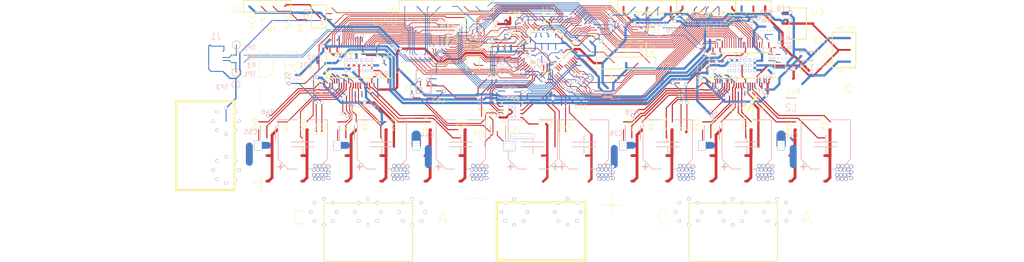
<source format=kicad_pcb>
(kicad_pcb (version 4) (host pcbnew "(2014-07-21 BZR 5016)-product")
  (layers (0 F.Cu signal) (31 B.Cu signal) (34 B.Paste user) (35 F.Paste user) (36 B.SilkS user) (37 F.SilkS user) (38 B.Mask user) (39 F.Mask user) (44 Edge.Cuts user))
  (net 0 "")
  (net 1 "Net1")
  (net 2 "AUX_V_1")
  (net 3 "5V")
  (net 4 "AGND")
  (net 5 "AUX_H_1")
  (net 6 "AUX_I_1")
  (net 7 "AUX_L_1")
  (net 8 "AUX_TEMP_1")
  (net 9 "AVCC")
  (net 10 "BOOT0_1")
  (net 11 "CAN_D_1")
  (net 12 "CAN_H_1")
  (net 13 "CAN_L_1")
  (net 14 "CAN_R_1")
  (net 15 "DCBUS")
  (net 16 "EN_GATE_1")
  (net 17 "ENC_V")
  (net 18 "GH_A_2")
  (net 19 "GH_A_3")
  (net 20 "GH_B_2")
  (net 21 "GH_B_3")
  (net 22 "GH_C_2")
  (net 23 "GH_C_3")
  (net 24 "GL_A_2")
  (net 25 "GL_A_3")
  (net 26 "GL_B_2")
  (net 27 "GL_B_3")
  (net 28 "GL_C_2")
  (net 29 "GL_C_3")
  (net 30 "GPIO_4_1")
  (net 31 "GPIO_3_1")
  (net 32 "GPIO_2_1")
  (net 33 "GPIO_1_1")
  (net 34 "GVDD")
  (net 35 "M0_AH_1")
  (net 36 "M0_AL_1")
  (net 37 "M0_BH_1")
  (net 38 "M0_BL_1")
  (net 39 "M0_CH_1")
  (net 40 "M0_CL_1")
  (net 41 "M0_DC_CAL_1")
  (net 42 "M0_ENC_A_1")
  (net 43 "M0_ENC_B_1")
  (net 44 "M0_NCS_1")
  (net 45 "M0_SO1_1")
  (net 46 "M0_SO2_1")
  (net 47 "M0_TEMP_1")
  (net 48 "M1_AH_1")
  (net 49 "M1_AL_1")
  (net 50 "M1_BH_1")
  (net 51 "M1_BL_1")
  (net 52 "M1_CH_1")
  (net 53 "M1_CL_1")
  (net 54 "M1_DC_CAL_1")
  (net 55 "M1_ENC_A_1")
  (net 56 "M1_ENC_B_1")
  (net 57 "M1_NCS_1")
  (net 58 "M1_SO1_1")
  (net 59 "M1_SO2_1")
  (net 60 "M1_TEMP_1")
  (net 61 "NetC2_1")
  (net 62 "NetC3_1")
  (net 63 "NetC4_2")
  (net 64 "NetC5_2")
  (net 65 "NetC24_1")
  (net 66 "NetC27_1")
  (net 67 "NetC28_1")
  (net 68 "NetC28_2")
  (net 69 "NetC30_2")
  (net 70 "NetC31_2")
  (net 71 "NetC33_1")
  (net 72 "NetC33_2")
  (net 73 "NetC34_2")
  (net 74 "NetC35_2")
  (net 75 "NetC36_1")
  (net 76 "NetC37_2")
  (net 77 "NetC42_1")
  (net 78 "NetC45_2")
  (net 79 "NetC46_2")
  (net 80 "NetC48_1")
  (net 81 "NetC48_2")
  (net 82 "NetC49_2")
  (net 83 "NetC50_2")
  (net 84 "NetC51_1")
  (net 85 "NetC52_2")
  (net 86 "NetC57_1")
  (net 87 "NetC59_1")
  (net 88 "NetC59_2")
  (net 89 "NetC62_1")
  (net 90 "NetJ1_2")
  (net 91 "NetJ1_3")
  (net 92 "M0_ENC_Z_1")
  (net 93 "M1_ENC_Z_1")
  (net 94 "NetJ22_1")
  (net 95 "NetQ1_G")
  (net 96 "NetQ3_G")
  (net 97 "NetQ5_G")
  (net 98 "NetQ7_G")
  (net 99 "NetQ9_G")
  (net 100 "NetQ11_G")
  (net 101 "NetQ13_G")
  (net 102 "NetQ15_G")
  (net 103 "NetQ17_G")
  (net 104 "NetQ19_G")
  (net 105 "NetQ21_G")
  (net 106 "NetQ23_G")
  (net 107 "NetQ25_G")
  (net 108 "NetQ27_G")
  (net 109 "NetR15_1")
  (net 110 "NetR16_2")
  (net 111 "NetR21_1")
  (net 112 "NetR39_1")
  (net 113 "NetR51_1")
  (net 114 "NetR54_1")
  (net 115 "NetU4_5")
  (net 116 "NetU5_5")
  (net 117 "NFAULT_1")
  (net 118 "NRST_1")
  (net 119 "SH_A_2")
  (net 120 "SH_A_3")
  (net 121 "SH_B_2")
  (net 122 "SH_B_3")
  (net 123 "SH_C_2")
  (net 124 "SH_C_3")
  (net 125 "GND")
  (net 126 "SL_B_2")
  (net 127 "SL_B_3")
  (net 128 "SL_C_2")
  (net 129 "SL_C_3")
  (net 130 "SPI_MISO_1")
  (net 131 "SPI_MOSI_1")
  (net 132 "SPI_SCK_1")
  (net 133 "SWCLK_1")
  (net 134 "SWDIO_1")
  (net 135 "USB_DM_1")
  (net 136 "USB_DP_1")
  (net 137 "VBUS_S_1")
  (net 138 "VCC")
  (net 139 "NetJ2_2")
  (net 140 "NetJ2_4")
  (net 141 "NetR26_1")
  (net 142 "NetR29_1")
  (net 143 "NetR44_1")
  (net 144 "NetR47_1")
  (net 145 "NetJ20_1")
  (module "TP-R60" (layer B.Cu) (at 33.599989 -59.399988)
    (fp_text reference "TP3" hide)
    (fp_text value "" hide)
  )
  (module "TP-R60" (layer B.Cu) (at 33.699988 -67.899989)
    (fp_text reference "TP2" hide)
    (fp_text value "" hide)
  )
  (module "TP-R60" (layer B.Cu) (at 33.599989 -61.999988)
    (fp_text reference "TP1" hide)
    (fp_text value "" hide)
  )
  (module "HDR2X3" (layer F.Cu) (at 165.699989 -64.299988)
    (fp_text reference "J5" hide)
    (fp_text value "Connector; Header; 3x2 Position" hide)
  )
  (module "CAPC1608X09L" (layer B.Cu) (at 60.099979 -68.600013)
    (fp_text reference "C48" hide)
    (fp_text value "Chip Capacitor, 2-Leads, Body 1.60x0.80mm, IPC High Density" hide)
  )
  (module "RESC1608X55N" (layer B.Cu) (at 125.19996 -74.299983)
    (fp_text reference "R34" hide)
    (fp_text value "Chip Resistor, Body 1.6x0.8mm, EIA 0603, IPC Medium Density" hide)
  )
  (module "RESC1608X55N" (layer B.Cu) (at 121.899959 -74.299983)
    (fp_text reference "R33" hide)
    (fp_text value "Chip Resistor, Body 1.6x0.8mm, EIA 0603, IPC Medium Density" hide)
  )
  (module "RESC1608X55N" (layer B.Cu) (at 118.599958 -74.299983)
    (fp_text reference "R32" hide)
    (fp_text value "Chip Resistor, Body 1.6x0.8mm, EIA 0603, IPC Medium Density" hide)
  )
  (module "HDR1X5" (layer F.Cu) (at 116.999959 -76.199959)
    (fp_text reference "J15" hide)
    (fp_text value "Connector; Header; 5 Position" hide)
  )
  (module "TSSOP50P810X120_HS-57N" (layer F.Cu) (at 60.099969 -63.499964)
    (fp_text reference "U5" hide)
    (fp_text value "TSSOP, 56-Leads, Body 14.00x6.10mm, Pitch 0.50mm, Thermal Pad 6.35x3.61mm, IPC Medium Density" hide)
  )
  (module "RESC1608X55N" (layer F.Cu) (at 38.499986 -50.499988)
    (fp_text reference "R48" hide)
    (fp_text value "Chip Resistor, Body 1.6x0.8mm, EIA 0603, IPC Medium Density" hide)
  )
  (module "RESC6432X09N" (layer B.Cu) (at 40.49998 -48.999976)
    (fp_text reference "R46" hide)
    (fp_text value "Chip Resistor, 2-Leads, Body 6.40x3.20mm, IPC Medium Density" hide)
  )
  (module "RESC6432X09N" (layer B.Cu) (at 57.499982 -48.999976)
    (fp_text reference "R45" hide)
    (fp_text value "Chip Resistor, 2-Leads, Body 6.40x3.20mm, IPC Medium Density" hide)
  )
  (module "RESC1608X55N" (layer F.Cu) (at 55.499988 -50.499988)
    (fp_text reference "R43" hide)
    (fp_text value "Chip Resistor, Body 1.6x0.8mm, EIA 0603, IPC Medium Density" hide)
  )
  (module "RESC1608X55N" (layer F.Cu) (at 42.499968 -50.499965)
    (fp_text reference "R42" hide)
    (fp_text value "Chip Resistor, Body 1.6x0.8mm, EIA 0603, IPC Medium Density" hide)
  )
  (module "RESC1608X55N" (layer F.Cu) (at 59.49997 -50.499965)
    (fp_text reference "R41" hide)
    (fp_text value "Chip Resistor, Body 1.6x0.8mm, EIA 0603, IPC Medium Density" hide)
  )
  (module "RESC1608X55N" (layer F.Cu) (at 75.499971 -50.499968)
    (fp_text reference "R40" hide)
    (fp_text value "Chip Resistor, Body 1.6x0.8mm, EIA 0603, IPC Medium Density" hide)
  )
  (module "RESC1608X55N" (layer B.Cu) (at 65.099987 -63.499987)
    (fp_text reference "R39" hide)
    (fp_text value "Chip Resistor, Body 1.6x0.8mm, EIA 0603, IPC Medium Density" hide)
  )
  (module "RESC1608X55N" (layer F.Cu) (at 48.999978 -50.499978)
    (fp_text reference "R38" hide)
    (fp_text value "Chip Resistor, Body 1.6x0.8mm, EIA 0603, IPC Medium Density" hide)
  )
  (module "RESC1608X55N" (layer F.Cu) (at 65.99998 -50.499978)
    (fp_text reference "R37" hide)
    (fp_text value "Chip Resistor, Body 1.6x0.8mm, EIA 0603, IPC Medium Density" hide)
  )
  (module "RESC1608X55N" (layer F.Cu) (at 81.999988 -49.799989)
    (fp_text reference "R36" hide)
    (fp_text value "Chip Resistor, Body 1.6x0.8mm, EIA 0603, IPC Medium Density" hide)
  )
  (module "RESC1608X55N" (layer B.Cu) (at 46.599988 -60.499988)
    (fp_text reference "R35" hide)
    (fp_text value "Chip Resistor, Body 1.6x0.8mm, EIA 0603, IPC Medium Density" hide)
  )
  (module "SO8FL" (layer F.Cu) (at 42.99998 -40.499977)
    (fp_text reference "Q24" hide)
    (fp_text value "DFN5 5x6, 1.27P  (SO-8FL)  CASE 488AA" hide)
  )
  (module "SO8FL" (layer F.Cu) (at 42.99998 -45.999977)
    (fp_text reference "Q23" hide)
    (fp_text value "DFN5 5x6, 1.27P  (SO-8FL)  CASE 488AA" hide)
  )
  (module "SO8FL" (layer F.Cu) (at 59.999982 -40.499977)
    (fp_text reference "Q22" hide)
    (fp_text value "DFN5 5x6, 1.27P  (SO-8FL)  CASE 488AA" hide)
  )
  (module "SO8FL" (layer F.Cu) (at 59.999982 -45.999977)
    (fp_text reference "Q21" hide)
    (fp_text value "DFN5 5x6, 1.27P  (SO-8FL)  CASE 488AA" hide)
  )
  (module "SO8FL" (layer F.Cu) (at 76.99997 -40.499967)
    (fp_text reference "Q20" hide)
    (fp_text value "DFN5 5x6, 1.27P  (SO-8FL)  CASE 488AA" hide)
  )
  (module "SO8FL" (layer F.Cu) (at 76.99997 -45.999966)
    (fp_text reference "Q19" hide)
    (fp_text value "DFN5 5x6, 1.27P  (SO-8FL)  CASE 488AA" hide)
  )
  (module "SO8FL_FILL" (layer F.Cu) (at 50.49998 -40.499977)
    (fp_text reference "Q18" hide)
    (fp_text value "DFN5 5x6, 1.27P  (SO-8FL)  CASE 488AA. Full solder paste" hide)
  )
  (module "SO8FL" (layer F.Cu) (at 50.49998 -45.999977)
    (fp_text reference "Q17" hide)
    (fp_text value "DFN5 5x6, 1.27P  (SO-8FL)  CASE 488AA" hide)
  )
  (module "SO8FL_FILL" (layer F.Cu) (at 67.499982 -40.499977)
    (fp_text reference "Q16" hide)
    (fp_text value "DFN5 5x6, 1.27P  (SO-8FL)  CASE 488AA. Full solder paste" hide)
  )
  (module "SO8FL" (layer F.Cu) (at 67.499982 -45.999977)
    (fp_text reference "Q15" hide)
    (fp_text value "DFN5 5x6, 1.27P  (SO-8FL)  CASE 488AA" hide)
  )
  (module "SO8FL_FILL" (layer F.Cu) (at 84.499968 -40.499967)
    (fp_text reference "Q14" hide)
    (fp_text value "DFN5 5x6, 1.27P  (SO-8FL)  CASE 488AA. Full solder paste" hide)
  )
  (module "SO8FL" (layer F.Cu) (at 84.499968 -45.999966)
    (fp_text reference "Q13" hide)
    (fp_text value "DFN5 5x6, 1.27P  (SO-8FL)  CASE 488AA" hide)
  )
  (module "MC000051" (layer F.Cu) (at 55.749988 -29.249987)
    (fp_text reference "J19" hide)
    (fp_text value "TERMINAL BLOCK, WIRE TO BRD, 3POS, 10AWG" hide)
  )
  (module "M3 Spade Hole" (layer F.Cu) (at 52.499989 -31.999989)
    (fp_text reference "J18" hide)
    (fp_text value "" hide)
  )
  (module "M3 Spade Hole" (layer F.Cu) (at 61.999988 -31.999989)
    (fp_text reference "J17" hide)
    (fp_text value "" hide)
  )
  (module "M3 Spade Hole" (layer F.Cu) (at 71.499989 -31.999989)
    (fp_text reference "J16" hide)
    (fp_text value "" hide)
  )
  (module "CAPC1608X09L" (layer F.Cu) (at 51.599968 -58.999966)
    (fp_text reference "C57" hide)
    (fp_text value "Chip Capacitor, 2-Leads, Body 1.60x0.80mm, IPC High Density" hide)
  )
  (module "CAPC1608X09L" (layer B.Cu) (at 52.399987 -60.999987)
    (fp_text reference "C56" hide)
    (fp_text value "Chip Capacitor, 2-Leads, Body 1.60x0.80mm, IPC High Density" hide)
  )
  (module "CAPC2012X09N" (layer B.Cu) (at 74.999969 -46.499965)
    (fp_text reference "C44" hide)
    (fp_text value "Chip Capacitor, 2-Leads, Body 2.00x1.25mm, IPC Medium Density" hide)
  )
  (module "CAPC1608X09L" (layer B.Cu) (at 53.299987 -65.699988)
    (fp_text reference "C52" hide)
    (fp_text value "Chip Capacitor, 2-Leads, Body 1.60x0.80mm, IPC High Density" hide)
  )
  (module "CAPC1608X09L" (layer B.Cu) (at 55.099989 -59.999989)
    (fp_text reference "C51" hide)
    (fp_text value "Chip Capacitor, 2-Leads, Body 1.60x0.80mm, IPC High Density" hide)
  )
  (module "CAPC1608X09L" (layer B.Cu) (at 54.599957 -68.999953)
    (fp_text reference "C50" hide)
    (fp_text value "Chip Capacitor, 2-Leads, Body 1.60x0.80mm, IPC High Density" hide)
  )
  (module "CAPC1608X09L" (layer B.Cu) (at 58.099988 -59.999989)
    (fp_text reference "C49" hide)
    (fp_text value "Chip Capacitor, 2-Leads, Body 1.60x0.80mm, IPC High Density" hide)
  )
  (module "CAPC1608X09L" (layer B.Cu) (at 60.099956 -65.999952)
    (fp_text reference "C47" hide)
    (fp_text value "Chip Capacitor, 2-Leads, Body 1.60x0.80mm, IPC High Density" hide)
  )
  (module "CAPC1608X09L" (layer B.Cu) (at 59.999987 -56.999988)
    (fp_text reference "C46" hide)
    (fp_text value "Chip Capacitor, 2-Leads, Body 1.60x0.80mm, IPC High Density" hide)
  )
  (module "CAPC1608X09L" (layer B.Cu) (at 63.599987 -56.799988)
    (fp_text reference "C45" hide)
    (fp_text value "Chip Capacitor, 2-Leads, Body 1.60x0.80mm, IPC High Density" hide)
  )
  (module "CAPC2012X09N" (layer B.Cu) (at 36.399988 -46.999987)
    (fp_text reference "C55" hide)
    (fp_text value "Chip Capacitor, 2-Leads, Body 2.00x1.25mm, IPC Medium Density" hide)
  )
  (module "CAP_ELEC_SIZE_G" (layer B.Cu) (at 81.999968 -46.499965)
    (fp_text reference "C18" hide)
    (fp_text value "Capacitor, polarized, aluminum can; 10.0x10.2mm DxH" hide)
  )
  (module "CAP_ELEC_SIZE_G" (layer B.Cu) (at 64.999982 -46.499976)
    (fp_text reference "C17" hide)
    (fp_text value "Capacitor, polarized, aluminum can; 10.0x10.2mm DxH" hide)
  )
  (module "CAP_ELEC_SIZE_G" (layer B.Cu) (at 47.99997 -46.499965)
    (fp_text reference "C16" hide)
    (fp_text value "Capacitor, polarized, aluminum can; 10.0x10.2mm DxH" hide)
  )
  (module "RESC1608X55N" (layer B.Cu) (at 89.999988 -65.599988)
    (fp_text reference "R53" hide)
    (fp_text value "Chip Resistor, Body 1.6x0.8mm, EIA 0603, IPC Medium Density" hide)
  )
  (module "RESC1608X55N" (layer F.Cu) (at 87.699987 -63.499987)
    (fp_text reference "R52" hide)
    (fp_text value "Chip Resistor, Body 1.6x0.8mm, EIA 0603, IPC Medium Density" hide)
  )
  (module "CAPC1608X09L" (layer B.Cu) (at 91.399987 -65.799988)
    (fp_text reference "C60" hide)
    (fp_text value "Chip Capacitor, 2-Leads, Body 1.60x0.80mm, IPC High Density" hide)
  )
  (module "CAPC1608X09L" (layer B.Cu) (at 89.999988 -68.499987)
    (fp_text reference "C43" hide)
    (fp_text value "Chip Capacitor, 2-Leads, Body 1.60x0.80mm, IPC High Density" hide)
  )
  (module "CAPC1608X09L" (layer B.Cu) (at 92.799987 -68.499987)
    (fp_text reference "C1" hide)
    (fp_text value "Chip Capacitor, 2-Leads, Body 1.60x0.80mm, IPC High Density" hide)
  )
  (module "CAPC1608X09L" (layer B.Cu) (at 99.399987 -68.899989)
    (fp_text reference "C2" hide)
    (fp_text value "Chip Capacitor, 2-Leads, Body 1.60x0.80mm, IPC High Density" hide)
  )
  (module "CAPC1608X09L" (layer B.Cu) (at 100.799989 -68.899989)
    (fp_text reference "C3" hide)
    (fp_text value "Chip Capacitor, 2-Leads, Body 1.60x0.80mm, IPC High Density" hide)
  )
  (module "CAPC1608X09L" (layer B.Cu) (at 102.399988 -66.199987)
    (fp_text reference "C4" hide)
    (fp_text value "Chip Capacitor, 2-Leads, Body 1.60x0.80mm, IPC High Density" hide)
  )
  (module "CAPC1608X09L" (layer B.Cu) (at 99.399987 -66.199987)
    (fp_text reference "C5" hide)
    (fp_text value "Chip Capacitor, 2-Leads, Body 1.60x0.80mm, IPC High Density" hide)
  )
  (module "CAPC1608X09L" (layer B.Cu) (at 97.999987 -68.899989)
    (fp_text reference "C6" hide)
    (fp_text value "Chip Capacitor, 2-Leads, Body 1.60x0.80mm, IPC High Density" hide)
  )
  (module "CAPC1608X09L" (layer B.Cu) (at 102.399988 -68.899989)
    (fp_text reference "C7" hide)
    (fp_text value "Chip Capacitor, 2-Leads, Body 1.60x0.80mm, IPC High Density" hide)
  )
  (module "CAPC1608X09L" (layer B.Cu) (at 97.999987 -66.199987)
    (fp_text reference "C8" hide)
    (fp_text value "Chip Capacitor, 2-Leads, Body 1.60x0.80mm, IPC High Density" hide)
  )
  (module "CAPC1608X09L" (layer B.Cu) (at 100.799989 -66.199987)
    (fp_text reference "C9" hide)
    (fp_text value "Chip Capacitor, 2-Leads, Body 1.60x0.80mm, IPC High Density" hide)
  )
  (module "CAPC1608X09L" (layer B.Cu) (at 103.799988 -67.599989)
    (fp_text reference "C10" hide)
    (fp_text value "Chip Capacitor, 2-Leads, Body 1.60x0.80mm, IPC High Density" hide)
  )
  (module "CAP_ELEC_SIZE_G" (layer B.Cu) (at 126.499971 -46.499965)
    (fp_text reference "C11" hide)
    (fp_text value "Capacitor, polarized, aluminum can; 10.0x10.2mm DxH" hide)
  )
  (module "CAP_ELEC_SIZE_G" (layer B.Cu) (at 143.499982 -46.499976)
    (fp_text reference "C12" hide)
    (fp_text value "Capacitor, polarized, aluminum can; 10.0x10.2mm DxH" hide)
  )
  (module "CAP_ELEC_SIZE_G" (layer B.Cu) (at 160.499969 -46.499965)
    (fp_text reference "C13" hide)
    (fp_text value "Capacitor, polarized, aluminum can; 10.0x10.2mm DxH" hide)
  )
  (module "CAP_ELEC_SIZE_G" (layer B.Cu) (at 108.499971 -46.499965)
    (fp_text reference "C14" hide)
    (fp_text value "Capacitor, polarized, aluminum can; 10.0x10.2mm DxH" hide)
  )
  (module "CAP_ELEC_SIZE_G" (layer B.Cu) (at 97.49997 -46.499965)
    (fp_text reference "C15" hide)
    (fp_text value "Capacitor, polarized, aluminum can; 10.0x10.2mm DxH" hide)
  )
  (module "CAPC2012X09N" (layer B.Cu) (at 151.199987 -73.699987)
    (fp_text reference "C19" hide)
    (fp_text value "Chip Capacitor, 2-Leads, Body 2.00x1.25mm, IPC Medium Density" hide)
  )
  (module "CAPC2012X09N" (layer B.Cu) (at 50.799987 -73.999989)
    (fp_text reference "C20" hide)
    (fp_text value "Chip Capacitor, 2-Leads, Body 2.00x1.25mm, IPC Medium Density" hide)
  )
  (module "CAPC2012X09N" (layer B.Cu) (at 51.999987 -63.999989)
    (fp_text reference "C21" hide)
    (fp_text value "Chip Capacitor, 2-Leads, Body 2.00x1.25mm, IPC Medium Density" hide)
  )
  (module "CAPC1608X09L" (layer B.Cu) (at 94.899988 -67.799989)
    (fp_text reference "C22" hide)
    (fp_text value "Chip Capacitor, 2-Leads, Body 1.60x0.80mm, IPC High Density" hide)
  )
  (module "CAPC1608X09L" (layer B.Cu) (at 95.599987 -65.799988)
    (fp_text reference "C23" hide)
    (fp_text value "Chip Capacitor, 2-Leads, Body 1.60x0.80mm, IPC High Density" hide)
  )
  (module "CAPC1608X09L" (layer B.Cu) (at 147.499956 -65.999952)
    (fp_text reference "C24" hide)
    (fp_text value "Chip Capacitor, 2-Leads, Body 1.60x0.80mm, IPC High Density" hide)
  )
  (module "CAPC1608X09L" (layer B.Cu) (at 147.499956 -62.499954)
    (fp_text reference "C25" hide)
    (fp_text value "Chip Capacitor, 2-Leads, Body 1.60x0.80mm, IPC High Density" hide)
  )
  (module "CAPC2012X09N" (layer B.Cu) (at 114.899989 -46.999987)
    (fp_text reference "C26" hide)
    (fp_text value "Chip Capacitor, 2-Leads, Body 2.00x1.25mm, IPC Medium Density" hide)
  )
  (module "CAPC1608X09L" (layer B.Cu) (at 147.499956 -64.499952)
    (fp_text reference "C27" hide)
    (fp_text value "Chip Capacitor, 2-Leads, Body 1.60x0.80mm, IPC High Density" hide)
  )
  (module "CAPC1608X09L" (layer B.Cu) (at 146.999988 -59.699987)
    (fp_text reference "C28" hide)
    (fp_text value "Chip Capacitor, 2-Leads, Body 1.60x0.80mm, IPC High Density" hide)
  )
  (module "CAPCP6032X28N" (layer F.Cu) (at 153.499988 -62.999988)
    (fp_text reference "C29" hide)
    (fp_text value "Chip Capacitor, 2-Leads, Body 6.00x3.20mm, IPC Medium Density" hide)
  )
  (module "CAPC1608X09L" (layer B.Cu) (at 144.199988 -59.699987)
    (fp_text reference "C30" hide)
    (fp_text value "Chip Capacitor, 2-Leads, Body 1.60x0.80mm, IPC High Density" hide)
  )
  (module "CAPC1608X09L" (layer B.Cu) (at 142.399987 -56.999988)
    (fp_text reference "C31" hide)
    (fp_text value "Chip Capacitor, 2-Leads, Body 1.60x0.80mm, IPC High Density" hide)
  )
  (module "CAPC1608X09L" (layer B.Cu) (at 138.199988 -63.690972)
    (fp_text reference "C32" hide)
    (fp_text value "Chip Capacitor, 2-Leads, Body 1.60x0.80mm, IPC High Density" hide)
  )
  (module "CAPC1608X09L" (layer B.Cu) (at 142.499987 -67.399987)
    (fp_text reference "C33" hide)
    (fp_text value "Chip Capacitor, 2-Leads, Body 1.60x0.80mm, IPC High Density" hide)
  )
  (module "CAPC1608X09L" (layer B.Cu) (at 140.199989 -59.899989)
    (fp_text reference "C34" hide)
    (fp_text value "Chip Capacitor, 2-Leads, Body 1.60x0.80mm, IPC High Density" hide)
  )
  (module "CAPC1608X09L" (layer B.Cu) (at 136.299956 -68.999964)
    (fp_text reference "C35" hide)
    (fp_text value "Chip Capacitor, 2-Leads, Body 1.60x0.80mm, IPC High Density" hide)
  )
  (module "CAPC1608X09L" (layer B.Cu) (at 137.499987 -59.899989)
    (fp_text reference "C36" hide)
    (fp_text value "Chip Capacitor, 2-Leads, Body 1.60x0.80mm, IPC High Density" hide)
  )
  (module "CAPC1608X09L" (layer B.Cu) (at 135.899987 -66.799988)
    (fp_text reference "C37" hide)
    (fp_text value "Chip Capacitor, 2-Leads, Body 1.60x0.80mm, IPC High Density" hide)
  )
  (module "CAPC2012X09N" (layer B.Cu) (at 153.49997 -46.499965)
    (fp_text reference "C40" hide)
    (fp_text value "Chip Capacitor, 2-Leads, Body 2.00x1.25mm, IPC Medium Density" hide)
  )
  (module "CAPC1608X09L" (layer B.Cu) (at 134.999971 -60.999964)
    (fp_text reference "C41" hide)
    (fp_text value "Chip Capacitor, 2-Leads, Body 1.60x0.80mm, IPC High Density" hide)
  )
  (module "CAPC1608X09L" (layer F.Cu) (at 133.999968 -58.999966)
    (fp_text reference "C42" hide)
    (fp_text value "Chip Capacitor, 2-Leads, Body 1.60x0.80mm, IPC High Density" hide)
  )
  (module "CAPC1608X09L" (layer B.Cu) (at 94.199987 -65.799988)
    (fp_text reference "C58" hide)
    (fp_text value "Chip Capacitor, 2-Leads, Body 1.60x0.80mm, IPC High Density" hide)
  )
  (module "CAPC1608X09L" (layer F.Cu) (at 95.599987 -56.399989)
    (fp_text reference "C59" hide)
    (fp_text value "Chip Capacitor, 2-Leads, Body 1.60x0.80mm, IPC High Density" hide)
  )
  (module "CAPC1608X09L" (layer B.Cu) (at 87.999987 -54.999989)
    (fp_text reference "C61" hide)
    (fp_text value "Chip Capacitor, 2-Leads, Body 1.60x0.80mm, IPC High Density" hide)
  )
  (module "CAPC1608X09L" (layer F.Cu) (at 73.999987 -56.499989)
    (fp_text reference "C62" hide)
    (fp_text value "Chip Capacitor, 2-Leads, Body 1.60x0.80mm, IPC High Density" hide)
  )
  (module "CAPC1608X09L" (layer F.Cu) (at 73.999987 -59.099988)
    (fp_text reference "C63" hide)
    (fp_text value "Chip Capacitor, 2-Leads, Body 1.60x0.80mm, IPC High Density" hide)
  )
  (module "DIOM2717X10N" (layer B.Cu) (at 156.299987 -65.499988)
    (fp_text reference "D1" hide)
    (fp_text value "Molded Diode, 2-Leads, Body 2.70x1.65mm, IPC Medium Density" hide)
  )
  (module "DIOM2717X10N" (layer B.Cu) (at 92.499988 -57.899988)
    (fp_text reference "D2" hide)
    (fp_text value "Molded Diode, 2-Leads, Body 2.70x1.65mm, IPC Medium Density" hide)
  )
  (module "USB_0103594-0001LF" (layer B.Cu) (at 27.999987 -65.199989)
    (fp_text reference "J1" hide)
    (fp_text value "Micro USB B connector" hide)
  )
  (module "HDR1X5" (layer F.Cu) (at 112.499988 -63.999989)
    (fp_text reference "J2" hide)
    (fp_text value "Connector; Header; 5 Position" hide)
  )
  (module "HDR1X3" (layer F.Cu) (at 142.399987 -76.199987)
    (fp_text reference "J3" hide)
    (fp_text value "Connector; Header; 3 Position" hide)
  )
  (module "HDR1X4" (layer F.Cu) (at 36.499988 -76.199987)
    (fp_text reference "J4" hide)
    (fp_text value "Connector; Header; 4 Position" hide)
  )
  (module "HDR1X8" (layer F.Cu) (at 69.999987 -76.199987)
    (fp_text reference "J6" hide)
    (fp_text value "Connector; Header; 8 Position" hide)
  )
  (module "M3 Spade Hole" (layer F.Cu) (at 31.499988 -40.999989)
    (fp_text reference "J7" hide)
    (fp_text value "" hide)
  )
  (module "M3 Spade Hole" (layer F.Cu) (at 31.499988 -51.499988)
    (fp_text reference "J8" hide)
    (fp_text value "" hide)
  )
  (module "MC000054" (layer F.Cu) (at 28.499989 -50.999989)
    (fp_text reference "J9" hide)
    (fp_text value "MULTICOMP  Wire-To-Board Terminal Block, 2, 600 V, 30 A, 24 AWG, 10 AWG" hide)
  )
  (module "HDR1X5" (layer F.Cu) (at 129.699987 -76.199987)
    (fp_text reference "J10" hide)
    (fp_text value "Connector; Header; 5 Position" hide)
  )
  (module "M3 Spade Hole" (layer F.Cu) (at 149.999987 -31.999989)
    (fp_text reference "J11" hide)
    (fp_text value "" hide)
  )
  (module "M3 Spade Hole" (layer F.Cu) (at 140.499988 -31.999989)
    (fp_text reference "J12" hide)
    (fp_text value "" hide)
  )
  (module "M3 Spade Hole" (layer F.Cu) (at 130.999987 -31.999989)
    (fp_text reference "J13" hide)
    (fp_text value "" hide)
  )
  (module "MC000051" (layer F.Cu) (at 134.249988 -29.249987)
    (fp_text reference "J14" hide)
    (fp_text value "TERMINAL BLOCK, WIRE TO BRD, 3POS, 10AWG" hide)
  )
  (module "M3 Spade Hole" (layer F.Cu) (at 104.99997 -31.999966)
    (fp_text reference "J21" hide)
    (fp_text value "" hide)
  )
  (module "M3 Spade Hole" (layer F.Cu) (at 93.49997 -31.999966)
    (fp_text reference "J22" hide)
    (fp_text value "" hide)
  )
  (module "MC000054" (layer F.Cu) (at 94.499989 -29.249987)
    (fp_text reference "J23" hide)
    (fp_text value "MULTICOMP  Wire-To-Board Terminal Block, 2, 600 V, 30 A, 24 AWG, 10 AWG" hide)
  )
  (module "FBC2012N" (layer B.Cu) (at 113.599989 -57.499989)
    (fp_text reference "L1" hide)
    (fp_text value "Ferrite Bead Chip, Body 2.0x1.2mm, 0805, IPC Medium Density" hide)
  )
  (module "INDC6060X28N" (layer B.Cu) (at 152.999989 -59.499988)
    (fp_text reference "L2" hide)
    (fp_text value "Chip Inductor, 2-Leads, Body 6.00x6.00mm, IPC Medium Density" hide)
  )
  (module "NetTie_2mm" (layer B.Cu) (at 115.499987 -57.999988)
    (fp_text reference "NT1" hide)
    (fp_text value "Net tie, 2mm round" hide)
  )
  (module "SO8FL" (layer F.Cu) (at 162.999969 -45.999966)
    (fp_text reference "Q1" hide)
    (fp_text value "DFN5 5x6, 1.27P  (SO-8FL)  CASE 488AA" hide)
  )
  (module "SO8FL_FILL" (layer F.Cu) (at 162.999969 -40.499967)
    (fp_text reference "Q2" hide)
    (fp_text value "DFN5 5x6, 1.27P  (SO-8FL)  CASE 488AA. Full solder paste" hide)
  )
  (module "SO8FL" (layer F.Cu) (at 145.999982 -45.999977)
    (fp_text reference "Q3" hide)
    (fp_text value "DFN5 5x6, 1.27P  (SO-8FL)  CASE 488AA" hide)
  )
  (module "SO8FL_FILL" (layer F.Cu) (at 145.999982 -40.499977)
    (fp_text reference "Q4" hide)
    (fp_text value "DFN5 5x6, 1.27P  (SO-8FL)  CASE 488AA. Full solder paste" hide)
  )
  (module "SO8FL" (layer F.Cu) (at 128.999981 -45.999977)
    (fp_text reference "Q5" hide)
    (fp_text value "DFN5 5x6, 1.27P  (SO-8FL)  CASE 488AA" hide)
  )
  (module "SO8FL_FILL" (layer F.Cu) (at 128.999981 -40.499977)
    (fp_text reference "Q6" hide)
    (fp_text value "DFN5 5x6, 1.27P  (SO-8FL)  CASE 488AA. Full solder paste" hide)
  )
  (module "SO8FL" (layer F.Cu) (at 155.499971 -45.999966)
    (fp_text reference "Q7" hide)
    (fp_text value "DFN5 5x6, 1.27P  (SO-8FL)  CASE 488AA" hide)
  )
  (module "SO8FL" (layer F.Cu) (at 155.499971 -40.499967)
    (fp_text reference "Q8" hide)
    (fp_text value "DFN5 5x6, 1.27P  (SO-8FL)  CASE 488AA" hide)
  )
  (module "SO8FL" (layer F.Cu) (at 138.499982 -45.999977)
    (fp_text reference "Q9" hide)
    (fp_text value "DFN5 5x6, 1.27P  (SO-8FL)  CASE 488AA" hide)
  )
  (module "SO8FL" (layer F.Cu) (at 138.499982 -40.499977)
    (fp_text reference "Q10" hide)
    (fp_text value "DFN5 5x6, 1.27P  (SO-8FL)  CASE 488AA" hide)
  )
  (module "SO8FL" (layer F.Cu) (at 121.499981 -45.999977)
    (fp_text reference "Q11" hide)
    (fp_text value "DFN5 5x6, 1.27P  (SO-8FL)  CASE 488AA" hide)
  )
  (module "SO8FL" (layer F.Cu) (at 121.499981 -40.499977)
    (fp_text reference "Q12" hide)
    (fp_text value "DFN5 5x6, 1.27P  (SO-8FL)  CASE 488AA" hide)
  )
  (module "SO8FL_FILL" (layer F.Cu) (at 111.699975 -40.499942)
    (fp_text reference "Q25" hide)
    (fp_text value "DFN5 5x6, 1.27P  (SO-8FL)  CASE 488AA. Full solder paste" hide)
  )
  (module "SO8FL" (layer F.Cu) (at 111.699975 -45.999941)
    (fp_text reference "Q26" hide)
    (fp_text value "DFN5 5x6, 1.27P  (SO-8FL)  CASE 488AA" hide)
  )
  (module "SO8FL" (layer F.Cu) (at 102.199973 -40.499942)
    (fp_text reference "Q27" hide)
    (fp_text value "DFN5 5x6, 1.27P  (SO-8FL)  CASE 488AA" hide)
  )
  (module "SO8FL" (layer F.Cu) (at 102.199973 -45.999941)
    (fp_text reference "Q28" hide)
    (fp_text value "DFN5 5x6, 1.27P  (SO-8FL)  CASE 488AA" hide)
  )
  (module "RESC1608X55N" (layer B.Cu) (at 34.499987 -64.099989)
    (fp_text reference "R1" hide)
    (fp_text value "Chip Resistor, Body 1.6x0.8mm, EIA 0603, IPC Medium Density" hide)
  )
  (module "RESC1608X55N" (layer B.Cu) (at 34.499987 -65.699988)
    (fp_text reference "R3" hide)
    (fp_text value "Chip Resistor, Body 1.6x0.8mm, EIA 0603, IPC Medium Density" hide)
  )
  (module "RESC1608X55N" (layer F.Cu) (at 46.999987 -73.999989)
    (fp_text reference "R5" hide)
    (fp_text value "Chip Resistor, Body 1.6x0.8mm, EIA 0603, IPC Medium Density" hide)
  )
  (module "RESC1608X55N" (layer F.Cu) (at 87.299988 -52.499989)
    (fp_text reference "R6" hide)
    (fp_text value "Chip Resistor, Body 1.6x0.8mm, EIA 0603, IPC Medium Density" hide)
  )
  (module "RESC1608X55N" (layer B.Cu) (at 91.399987 -68.699987)
    (fp_text reference "R7" hide)
    (fp_text value "Chip Resistor, Body 1.6x0.8mm, EIA 0603, IPC Medium Density" hide)
  )
  (module "RESC1608X55N" (layer B.Cu) (at 95.099988 -70.699988)
    (fp_text reference "R8" hide)
    (fp_text value "Chip Resistor, Body 1.6x0.8mm, EIA 0603, IPC Medium Density" hide)
  )
  (module "RESC1608X55N" (layer B.Cu) (at 131.79996 -74.299983)
    (fp_text reference "R9" hide)
    (fp_text value "Chip Resistor, Body 1.6x0.8mm, EIA 0603, IPC Medium Density" hide)
  )
  (module "RESC1608X55N" (layer B.Cu) (at 135.099958 -74.299983)
    (fp_text reference "R10" hide)
    (fp_text value "Chip Resistor, Body 1.6x0.8mm, EIA 0603, IPC Medium Density" hide)
  )
  (module "RESC1608X55N" (layer B.Cu) (at 138.399959 -74.299983)
    (fp_text reference "R11" hide)
    (fp_text value "Chip Resistor, Body 1.6x0.8mm, EIA 0603, IPC Medium Density" hide)
  )
  (module "RESC1608X55N" (layer F.Cu) (at 128.999988 -60.499988)
    (fp_text reference "R13" hide)
    (fp_text value "Chip Resistor, Body 1.6x0.8mm, EIA 0603, IPC Medium Density" hide)
  )
  (module "RESC1608X55N" (layer B.Cu) (at 150.699988 -64.999989)
    (fp_text reference "R14" hide)
    (fp_text value "Chip Resistor, Body 1.6x0.8mm, EIA 0603, IPC Medium Density" hide)
  )
  (module "RESC1608X55N" (layer B.Cu) (at 152.299987 -64.999989)
    (fp_text reference "R15" hide)
    (fp_text value "Chip Resistor, Body 1.6x0.8mm, EIA 0603, IPC Medium Density" hide)
  )
  (module "RESC1608X55N" (layer B.Cu) (at 148.999969 -70.999965)
    (fp_text reference "R16" hide)
    (fp_text value "Chip Resistor, Body 1.6x0.8mm, EIA 0603, IPC Medium Density" hide)
  )
  (module "RESC1608X55N" (layer F.Cu) (at 161.499969 -50.499968)
    (fp_text reference "R17" hide)
    (fp_text value "Chip Resistor, Body 1.6x0.8mm, EIA 0603, IPC Medium Density" hide)
  )
  (module "RESC1608X55N" (layer F.Cu) (at 144.49998 -50.499978)
    (fp_text reference "R18" hide)
    (fp_text value "Chip Resistor, Body 1.6x0.8mm, EIA 0603, IPC Medium Density" hide)
  )
  (module "RESC1608X55N" (layer F.Cu) (at 127.499979 -50.499978)
    (fp_text reference "R19" hide)
    (fp_text value "Chip Resistor, Body 1.6x0.8mm, EIA 0603, IPC Medium Density" hide)
  )
  (module "RESC1608X55N" (layer B.Cu) (at 147.499969 -70.999965)
    (fp_text reference "R20" hide)
    (fp_text value "Chip Resistor, Body 1.6x0.8mm, EIA 0603, IPC Medium Density" hide)
  )
  (module "RESC1608X55N" (layer B.Cu) (at 145.99997 -70.999965)
    (fp_text reference "R21" hide)
    (fp_text value "Chip Resistor, Body 1.6x0.8mm, EIA 0603, IPC Medium Density" hide)
  )
  (module "RESC1608X55N" (layer F.Cu) (at 153.999971 -50.499968)
    (fp_text reference "R22" hide)
    (fp_text value "Chip Resistor, Body 1.6x0.8mm, EIA 0603, IPC Medium Density" hide)
  )
  (module "RESC1608X55N" (layer F.Cu) (at 137.99997 -50.499965)
    (fp_text reference "R23" hide)
    (fp_text value "Chip Resistor, Body 1.6x0.8mm, EIA 0603, IPC Medium Density" hide)
  )
  (module "RESC1608X55N" (layer F.Cu) (at 120.999969 -50.499965)
    (fp_text reference "R24" hide)
    (fp_text value "Chip Resistor, Body 1.6x0.8mm, EIA 0603, IPC Medium Density" hide)
  )
  (module "RESC1608X55N" (layer F.Cu) (at 133.999989 -50.499988)
    (fp_text reference "R25" hide)
    (fp_text value "Chip Resistor, Body 1.6x0.8mm, EIA 0603, IPC Medium Density" hide)
  )
  (module "RESC6432X09N" (layer B.Cu) (at 135.999982 -48.999976)
    (fp_text reference "R27" hide)
    (fp_text value "Chip Resistor, 2-Leads, Body 6.40x3.20mm, IPC Medium Density" hide)
  )
  (module "RESC6432X09N" (layer B.Cu) (at 118.99998 -48.999976)
    (fp_text reference "R28" hide)
    (fp_text value "Chip Resistor, 2-Leads, Body 6.40x3.20mm, IPC Medium Density" hide)
  )
  (module "RESC1608X55N" (layer F.Cu) (at 116.999987 -50.499988)
    (fp_text reference "R30" hide)
    (fp_text value "Chip Resistor, Body 1.6x0.8mm, EIA 0603, IPC Medium Density" hide)
  )
  (module "RESC1608X55N" (layer B.Cu) (at 92.799987 -65.599988)
    (fp_text reference "R50" hide)
    (fp_text value "Chip Resistor, Body 1.6x0.8mm, EIA 0603, IPC Medium Density" hide)
  )
  (module "RESC1608X55N" (layer F.Cu) (at 104.499987 -54.999989)
    (fp_text reference "R51" hide)
    (fp_text value "Chip Resistor, Body 1.6x0.8mm, EIA 0603, IPC Medium Density" hide)
  )
  (module "RESC1608X55N" (layer F.Cu) (at 99.499986 -50.899987)
    (fp_text reference "R54" hide)
    (fp_text value "Chip Resistor, Body 1.6x0.8mm, EIA 0603, IPC Medium Density" hide)
  )
  (module "RESC6432X09N" (layer B.Cu) (at 89.99997 -48.999965)
    (fp_text reference "R56" hide)
    (fp_text value "Chip Resistor, 2-Leads, Body 6.40x3.20mm, IPC Medium Density" hide)
  )
  (module "RESC1608X55N" (layer F.Cu) (at 88.999987 -49.299988)
    (fp_text reference "R55" hide)
    (fp_text value "Chip Resistor, Body 1.6x0.8mm, EIA 0603, IPC Medium Density" hide)
  )
  (module "SOT223" (layer F.Cu) (at 154.499988 -72.499987)
    (fp_text reference "U3" hide)
    (fp_text value "SOT223 /SC-73" hide)
  )
  (module "TSSOP50P810X120_HS-57N" (layer F.Cu) (at 142.499969 -63.499964)
    (fp_text reference "U4" hide)
    (fp_text value "TSSOP, 56-Leads, Body 14.00x6.10mm, Pitch 0.50mm, Thermal Pad 6.35x3.61mm, IPC Medium Density" hide)
  )
  (module "SON80P400X80_HS-9N" (layer F.Cu) (at 92.999987 -53.499987)
    (fp_text reference "U6" hide)
    (fp_text value "SON, 8-Leads, Body 4.00x4.00mm, Pitch 0.80mm, Thermal Pad 3.00x2.49mm, IPC Medium Density" hide)
  )
  (module "SOIC127P600X175-8N" (layer B.Cu) (at 73.999987 -59.999989)
    (fp_text reference "U7" hide)
    (fp_text value "SOIC, 8-Leads, Body 4.90x3.90mm, Pitch 1.27mm, IPC Medium Density" hide)
  )
  (module "M3 Hole" (layer F.Cu) (at 164.499988 -31.499988)
    (fp_text reference "H1" hide)
    (fp_text value "M3 Hole with no copper" hide)
  )
  (module "M3 Hole" (layer F.Cu) (at 119.999989 -59.199988)
    (fp_text reference "H2" hide)
    (fp_text value "M3 Hole with no copper" hide)
  )
  (module "M3 Hole" (layer F.Cu) (at 81.499987 -59.199988)
    (fp_text reference "H3" hide)
    (fp_text value "M3 Hole with no copper" hide)
  )
  (module "M3 Hole" (layer F.Cu) (at 164.499988 -74.999987)
    (fp_text reference "H4" hide)
    (fp_text value "M3 Hole with no copper" hide)
  )
  (module "M3 Hole" (layer F.Cu) (at 159.999987 -31.499988)
    (fp_text reference "H5" hide)
    (fp_text value "M3 Hole with no copper" hide)
  )
  (module "M3 Hole" (layer F.Cu) (at 119.999989 -31.499988)
    (fp_text reference "H6" hide)
    (fp_text value "M3 Hole with no copper" hide)
  )
  (module "M3 Hole" (layer F.Cu) (at 81.499987 -31.499988)
    (fp_text reference "H7" hide)
    (fp_text value "M3 Hole with no copper" hide)
  )
  (module "M3 Hole" (layer F.Cu) (at 38.999988 -31.499988)
    (fp_text reference "H8" hide)
    (fp_text value "M3 Hole with no copper" hide)
  )
  (module "M3 Hole" (layer F.Cu) (at 159.999987 -59.199988)
    (fp_text reference "H9" hide)
    (fp_text value "M3 Hole with no copper" hide)
  )
  (module "M3 Hole" (layer F.Cu) (at 28.999988 -74.999987)
    (fp_text reference "H10" hide)
    (fp_text value "M3 Hole with no copper" hide)
  )
  (module "M3 Hole" (layer F.Cu) (at 28.999988 -31.499988)
    (fp_text reference "H11" hide)
    (fp_text value "M3 Hole with no copper" hide)
  )
  (module "M3 Hole" (layer F.Cu) (at 38.999988 -59.199988)
    (fp_text reference "H12" hide)
    (fp_text value "M3 Hole with no copper" hide)
  )
  (module "DFN220P320X110-4N" (layer B.Cu) (at 107.899987 -67.599989)
    (fp_text reference "XT1" hide)
    (fp_text value "DFN, 4-Leads, Body 5.00x3.20mm, Pitch 2.20mm, IPC Medium Density" hide)
  )
  (module "STM-LQFP64_N" (layer F.Cu) (at 100.499987 -67.499987)
    (fp_text reference "U2" hide)
    (fp_text value "Thin QFP, 64-Leads, Body 10x10mm, Pitch 0.5mm, IPC Medium Density" hide)
  )
  (module "SOIC127P600X175-8N" (layer F.Cu) (at 51.499988 -73.999989)
    (fp_text reference "U1" hide)
    (fp_text value "SOIC, 8-Leads, Body 4.90x3.90mm, Pitch 1.27mm, IPC Medium Density" hide)
  )
  (module "RESC1608X55N" (layer F.Cu) (at 110.099988 -67.199988)
    (fp_text reference "R2" hide)
    (fp_text value "Chip Resistor, Body 1.6x0.8mm, EIA 0603, IPC Medium Density" hide)
  )
  (module "RESC1608X55N" (layer F.Cu) (at 111.999987 -61.299989)
    (fp_text reference "R4" hide)
    (fp_text value "Chip Resistor, Body 1.6x0.8mm, EIA 0603, IPC Medium Density" hide)
  )
  (module "CAPC1608X09L" (layer F.Cu) (at 93.299989 -73.799987)
    (fp_text reference "C38" hide)
    (fp_text value "Chip Capacitor, 2-Leads, Body 1.60x0.80mm, IPC High Density" hide)
  )
  (module "CAPC1608X09L" (layer F.Cu) (at 93.299989 -72.499987)
    (fp_text reference "C39" hide)
    (fp_text value "Chip Capacitor, 2-Leads, Body 1.60x0.80mm, IPC High Density" hide)
  )
  (module "CAPC1608X09L" (layer F.Cu) (at 91.299988 -71.699989)
    (fp_text reference "C53" hide)
    (fp_text value "Chip Capacitor, 2-Leads, Body 1.60x0.80mm, IPC High Density" hide)
  )
  (module "CAPC1608X09L" (layer F.Cu) (at 89.999988 -71.699989)
    (fp_text reference "C54" hide)
    (fp_text value "Chip Capacitor, 2-Leads, Body 1.60x0.80mm, IPC High Density" hide)
  )
  (module "RESC1608X55N" (layer B.Cu) (at 124.499987 -71.599989)
    (fp_text reference "R26" hide)
    (fp_text value "Chip Resistor, Body 1.6x0.8mm, EIA 0603, IPC Medium Density" hide)
  )
  (module "RESC1608X55N" (layer B.Cu) (at 124.499987 -69.999987)
    (fp_text reference "R29" hide)
    (fp_text value "Chip Resistor, Body 1.6x0.8mm, EIA 0603, IPC Medium Density" hide)
  )
  (module "RESC1608X55N" (layer B.Cu) (at 77.299988 -70.699988)
    (fp_text reference "R44" hide)
    (fp_text value "Chip Resistor, Body 1.6x0.8mm, EIA 0603, IPC Medium Density" hide)
  )
  (module "RESC1608X55N" (layer B.Cu) (at 78.899987 -70.699988)
    (fp_text reference "R47" hide)
    (fp_text value "Chip Resistor, Body 1.6x0.8mm, EIA 0603, IPC Medium Density" hide)
  )
  (module "PIN1" (layer F.Cu) (at 84.599988 -63.899989)
    (fp_text reference "J20" hide)
    (fp_text value "Connector; Plug" hide)
  )
  (module "RESC1005X40N" (layer F.Cu) (at 129.999986 -49.199988)
    (fp_text reference "R12" hide)
    (fp_text value "Chip Resistor, Body 1.0x0.5mm, EIA 0402, IPC Medium Density" hide)
  )
  (module "RESC1005X40N" (layer F.Cu) (at 51.499988 -49.199988)
    (fp_text reference "R31" hide)
    (fp_text value "Chip Resistor, Body 1.0x0.5mm, EIA 0402, IPC Medium Density" hide)
  )
  (module "RESC1005X40N" (layer F.Cu) (at 103.799988 -49.199988)
    (fp_text reference "R49" hide)
    (fp_text value "Chip Resistor, Body 1.0x0.5mm, EIA 0402, IPC Medium Density" hide)
  )
  (gr_arc (start 67.54997 -67.29996) (end 67.67497 -67.29996) (angle -360) (layer F.SilkS) (width 0.2499995))
  (gr_arc (start 66.14997 -65.19996) (end 66.44997 -65.19996) (angle -360) (layer F.SilkS) (width 0.1499997))
  (gr_arc (start 149.94997 -67.29996) (end 150.07497 -67.29996) (angle -360) (layer F.SilkS) (width 0.2499995))
  (gr_arc (start 148.54997 -65.19996) (end 148.84997 -65.19996) (angle -360) (layer F.SilkS) (width 0.1499997))
  (gr_arc (start 99.72217 -74.57105) (end 99.84717 -74.57105) (angle -360) (layer F.SilkS) (width 0.2499995))
  (gr_arc (start 100.49999 -72.09618) (end 100.79999 -72.09618) (angle -360) (layer F.SilkS) (width 0.1499997))
  (gr_arc (start 155.46212 -66.71212) (end 155.51212 -66.71212) (angle -360) (layer F.SilkS) (width 0.02499995))
  (gr_arc (start 90.39999 -55.69999) (end 90.44999 -55.69999) (angle -360) (layer F.SilkS) (width 0.02499995))
  (gr_arc (start 54.22499 -71.24499) (end 54.34999 -71.24499) (angle -360) (layer F.SilkS) (width 0.2499995))
  (gr_arc (start 52.09999 -72.49999) (end 52.39999 -72.49999) (angle -360) (layer F.SilkS) (width 0.1499997))
  (gr_arc (start 84.59999 -61.84999) (end 84.72499 -61.84999) (angle -360) (layer F.SilkS) (width 0.2499995))
  (gr_arc (start 33.59999 -59.39999) (end 34.46359 -59.39999) (angle -360) (layer B.SilkS) (width 0.1270000))
  (gr_arc (start 33.69999 -67.89999) (end 34.56359 -67.89999) (angle -360) (layer B.SilkS) (width 0.1270000))
  (gr_arc (start 33.59999 -61.99999) (end 34.46359 -61.99999) (angle -360) (layer B.SilkS) (width 0.1270000))
  (gr_arc (start 73.39999 -58.49999) (end 73.69999 -58.49999) (angle -360) (layer B.SilkS) (width 0.1499997))
  (gr_arc (start 71.27499 -57.24499) (end 71.39999 -57.24499) (angle -360) (layer B.SilkS) (width 0.2499995))
  (gr_arc (start 110.84999 -65.94999) (end 110.89999 -65.94999) (angle -360) (layer B.SilkS) (width 0.02499995))
  (gr_arc (start 94.34999 -58.69999) (end 94.39999 -58.69999) (angle -360) (layer B.SilkS) (width 0.02499995))
  (gr_arc (start 154.44999 -64.69999) (end 154.49999 -64.69999) (angle -360) (layer B.SilkS) (width 0.02499995))
  (via (at 92.49999 -70.19999) (size 0.5999988) (layers F.Cu B.Cu) (net 137))
  (via (at 128.39999 -73.99999) (size 0.7500010) (layers F.Cu B.Cu) (net 17))
  (via (at 127.99999 -72.99999) (size 0.7500010) (layers F.Cu B.Cu) (net 125))
  (via (at 61.74997 -64.59996) (size 0.7000011) (layers F.Cu B.Cu) (net 125))
  (via (at 62.84997 -64.59996) (size 0.7000011) (layers F.Cu B.Cu) (net 125))
  (via (at 62.84997 -62.39996) (size 0.7000011) (layers F.Cu B.Cu) (net 125))
  (via (at 61.74997 -63.49996) (size 0.7000011) (layers F.Cu B.Cu) (net 125))
  (via (at 61.74997 -62.39996) (size 0.7000011) (layers F.Cu B.Cu) (net 125))
  (via (at 60.64997 -64.59996) (size 0.7000011) (layers F.Cu B.Cu) (net 125))
  (via (at 60.64997 -63.49996) (size 0.7000011) (layers F.Cu B.Cu) (net 125))
  (via (at 60.64997 -62.39996) (size 0.7000011) (layers F.Cu B.Cu) (net 125))
  (via (at 59.54997 -64.59996) (size 0.7000011) (layers F.Cu B.Cu) (net 125))
  (via (at 59.54997 -63.49996) (size 0.7000011) (layers F.Cu B.Cu) (net 125))
  (via (at 59.54997 -62.39996) (size 0.7000011) (layers F.Cu B.Cu) (net 125))
  (via (at 58.44997 -64.59996) (size 0.7000011) (layers F.Cu B.Cu) (net 125))
  (via (at 58.44997 -63.49996) (size 0.7000011) (layers F.Cu B.Cu) (net 125))
  (via (at 58.44997 -62.39996) (size 0.7000011) (layers F.Cu B.Cu) (net 125))
  (via (at 57.34997 -64.59996) (size 0.7000011) (layers F.Cu B.Cu) (net 125))
  (via (at 57.34997 -63.49996) (size 0.7000011) (layers F.Cu B.Cu) (net 125))
  (via (at 57.34997 -62.39996) (size 0.7000011) (layers F.Cu B.Cu) (net 125))
  (via (at 62.84997 -63.49996) (size 0.7000011) (layers F.Cu B.Cu) (net 125))
  (via (at 145.24997 -64.59996) (size 0.7000011) (layers F.Cu B.Cu) (net 125))
  (via (at 145.24997 -63.49996) (size 0.7000011) (layers F.Cu B.Cu) (net 125))
  (via (at 145.24997 -62.39996) (size 0.7000011) (layers F.Cu B.Cu) (net 125))
  (via (at 144.14997 -64.59996) (size 0.7000011) (layers F.Cu B.Cu) (net 125))
  (via (at 144.14997 -63.49996) (size 0.7000011) (layers F.Cu B.Cu) (net 125))
  (via (at 144.14997 -62.39996) (size 0.7000011) (layers F.Cu B.Cu) (net 125))
  (via (at 143.04997 -64.59996) (size 0.7000011) (layers F.Cu B.Cu) (net 125))
  (via (at 143.04997 -63.49996) (size 0.7000011) (layers F.Cu B.Cu) (net 125))
  (via (at 143.04997 -62.39996) (size 0.7000011) (layers F.Cu B.Cu) (net 125))
  (via (at 141.94997 -63.49996) (size 0.7000011) (layers F.Cu B.Cu) (net 125))
  (via (at 141.94997 -62.39996) (size 0.7000011) (layers F.Cu B.Cu) (net 125))
  (via (at 140.84997 -63.49996) (size 0.7000011) (layers F.Cu B.Cu) (net 125))
  (via (at 140.84997 -62.39996) (size 0.7000011) (layers F.Cu B.Cu) (net 125))
  (via (at 139.74997 -63.49996) (size 0.7000011) (layers F.Cu B.Cu) (net 125))
  (via (at 139.74997 -62.39996) (size 0.7000011) (layers F.Cu B.Cu) (net 125))
  (via (at 141.94997 -64.59996) (size 0.7000011) (layers F.Cu B.Cu) (net 125))
  (via (at 139.74997 -64.59996) (size 0.7000011) (layers F.Cu B.Cu) (net 125))
  (via (at 140.84997 -64.59996) (size 0.7000011) (layers F.Cu B.Cu) (net 125))
  (via (at 89.39999 -55.59999) (size 0.7500010) (layers F.Cu B.Cu) (net 34))
  (via (at 85.69999 -56.49999) (size 0.5999988) (layers F.Cu B.Cu) (net 9))
  (via (at 103.79983 -65.89991) (size 0.5999988) (layers F.Cu B.Cu) (net 138))
  (via (at 103.59999 -64.99999) (size 0.5999988) (layers F.Cu B.Cu) (net 63))
  (via (at 76.59989 -67.39991) (size 0.5999988) (layers F.Cu B.Cu) (net 16))
  (via (at 100.29999 -60.49999) (size 0.5999988) (layers F.Cu B.Cu) (net 47))
  (via (at 99.79999 -59.79999) (size 0.5999988) (layers F.Cu B.Cu) (net 8))
  (via (at 99.79999 -63.89999) (size 0.5999988) (layers F.Cu B.Cu) (net 64))
  (via (at 96.29999 -57.79999) (size 0.7500010) (layers F.Cu B.Cu) (net 88))
  (via (at 64.09999 -65.49999) (size 0.5999988) (layers F.Cu B.Cu) (net 34))
  (via (at 104.39999 -74.59999) (size 0.5999988) (layers F.Cu B.Cu) (net 10))
  (via (at 55.99999 -64.89999) (size 0.7500010) (layers F.Cu B.Cu) (net 9))
  (via (at 99.99999 -72.59999) (size 0.5999988) (layers F.Cu B.Cu) (net 44))
  (via (at 99.19999 -70.79999) (size 0.5999988) (layers F.Cu B.Cu) (net 61))
  (via (at 100.19999 -70.79999) (size 0.5999988) (layers F.Cu B.Cu) (net 62))
  (via (at 102.39999 -70.69999) (size 0.5999988) (layers F.Cu B.Cu) (net 138))
  (via (at 105.29999 -74.19999) (size 0.5999988) (layers F.Cu B.Cu) (net 46))
  (via (at 108.29982 -72.99990) (size 0.5999988) (layers F.Cu B.Cu) (net 117))
  (via (at 106.19999 -74.19999) (size 0.5999988) (layers F.Cu B.Cu) (net 45))
  (via (at 108.29999 -72.09999) (size 0.5999988) (layers F.Cu B.Cu) (net 44))
  (via (at 109.19999 -72.19999) (size 0.5999988) (layers F.Cu B.Cu) (net 131))
  (via (at 110.19999 -72.19999) (size 0.5999988) (layers F.Cu B.Cu) (net 130))
  (via (at 111.03096 -71.69990) (size 0.5999988) (layers F.Cu B.Cu) (net 132))
  (via (at 111.59982 -71.09990) (size 0.5999988) (layers F.Cu B.Cu) (net 92))
  (via (at 114.29999 -71.39999) (size 0.7500010) (layers F.Cu B.Cu) (net 92))
  (via (at 111.19999 -69.79999) (size 0.5999988) (layers F.Cu B.Cu) (net 93))
  (via (at 112.19999 -68.69999) (size 0.7500010) (layers F.Cu B.Cu) (net 118))
  (via (at 114.29999 -74.29999) (size 0.7500010) (layers F.Cu B.Cu) (net 55))
  (via (at 110.39999 -57.99999) (size 0.7500010) (layers F.Cu B.Cu) (net 16))
  (via (at 59.39998 -69.90001) (size 0.7000011) (layers F.Cu B.Cu) (net 81))
  (via (at 60.79998 -69.90001) (size 0.7000011) (layers F.Cu B.Cu) (net 80))
  (via (at 103.99983 -59.39992) (size 0.7500010) (layers F.Cu B.Cu) (net 36))
  (via (at 105.59999 -58.29999) (size 0.7500010) (layers F.Cu B.Cu) (net 40))
  (via (at 105.59999 -59.79999) (size 0.7500010) (layers F.Cu B.Cu) (net 40))
  (via (at 108.39999 -58.39999) (size 0.5999988) (layers F.Cu B.Cu) (net 37))
  (via (at 107.79999 -61.59999) (size 0.5999988) (layers F.Cu B.Cu) (net 37))
  (via (at 107.99999 -60.29999) (size 0.7500010) (layers F.Cu B.Cu) (net 35))
  (via (at 106.99999 -59.99999) (size 0.7500010) (layers F.Cu B.Cu) (net 36))
  (via (at 106.49999 -61.69999) (size 0.7500010) (layers F.Cu B.Cu) (net 35))
  (via (at 115.79999 -72.89999) (size 0.7500010) (layers F.Cu B.Cu) (net 42))
  (via (at 116.59999 -71.89999) (size 0.7500010) (layers F.Cu B.Cu) (net 93))
  (via (at 119.39980 -72.49990) (size 0.7500010) (layers F.Cu B.Cu) (net 17))
  (via (at 114.29981 -72.89990) (size 0.7500010) (layers F.Cu B.Cu) (net 42))
  (via (at 120.39999 -71.19999) (size 0.5999988) (layers F.Cu B.Cu) (net 45))
  (via (at 121.29999 -71.19999) (size 0.5999988) (layers F.Cu B.Cu) (net 46))
  (via (at 134.70001 -65.99997) (size 0.7000011) (layers F.Cu B.Cu) (net 4))
  (via (at 109.79999 -60.79999) (size 0.7500010) (layers F.Cu B.Cu) (net 39))
  (via (at 118.99997 -52.69997) (size 0.7500010) (layers F.Cu B.Cu) (net 125))
  (via (at 138.19999 -69.09999) (size 0.5999988) (layers F.Cu B.Cu) (net 74))
  (via (at 106.59999 -57.99999) (size 0.7500010) (layers F.Cu B.Cu) (net 39))
  (via (at 144.49999 -73.09999) (size 0.7500010) (layers F.Cu B.Cu) (net 125))
  (via (at 145.99999 -73.59999) (size 0.7500010) (layers F.Cu B.Cu) (net 17))
  (via (at 142.49999 -69.69999) (size 0.5999988) (layers F.Cu B.Cu) (net 72))
  (via (at 103.59999 -69.99999) (size 0.5999988) (layers F.Cu B.Cu) (net 125))
  (via (at 157.29999 -61.99999) (size 0.7500010) (layers F.Cu B.Cu) (net 3))
  (via (at 148.79999 -61.29999) (size 0.5999988) (layers F.Cu B.Cu) (net 15))
  (via (at 145.79975 -58.19993) (size 0.5999988) (layers F.Cu B.Cu) (net 69))
  (via (at 147.09999 -58.30001) (size 0.5999988) (layers F.Cu B.Cu) (net 67))
  (via (at 147.69998 -56.99999) (size 0.7500010) (layers F.Cu B.Cu) (net 15))
  (via (at 144.49999 -55.69996) (size 0.7500010) (layers F.Cu B.Cu) (net 15))
  (via (at 144.39975 -57.79993) (size 0.5999988) (layers F.Cu B.Cu) (net 119))
  (via (at 143.09999 -58.29999) (size 0.5999988) (layers F.Cu B.Cu) (net 70))
  (via (at 141.69999 -58.19999) (size 0.5999988) (layers F.Cu B.Cu) (net 121))
  (via (at 139.79997 -57.30001) (size 0.5999988) (layers F.Cu B.Cu) (net 75))
  (via (at 152.79999 -73.29999) (size 0.7500010) (layers F.Cu B.Cu) (net 138))
  (via (at 143.09999 -68.79999) (size 0.5999988) (layers F.Cu B.Cu) (net 71))
  (via (at 87.69999 -57.69999) (size 0.5999988) (layers F.Cu B.Cu) (net 4))
  (via (at 95.29999 -57.79999) (size 0.7500010) (layers F.Cu B.Cu) (net 87))
  (via (at 137.09999 -65.89999) (size 0.5999988) (layers F.Cu B.Cu) (net 76))
  (via (at 136.99977 -64.29991) (size 0.5999988) (layers F.Cu B.Cu) (net 34))
  (via (at 73.09999 -60.39999) (size 0.7500010) (layers F.Cu B.Cu) (net 4))
  (via (at 74.89999 -60.39999) (size 0.7500010) (layers F.Cu B.Cu) (net 9))
  (via (at 98.19999 -70.79999) (size 0.5999988) (layers F.Cu B.Cu) (net 118))
  (via (at 127.69999 -59.69999) (size 0.7500010) (layers F.Cu B.Cu) (net 47))
  (via (at 138.50000 -65.90000) (size 0.5999988) (layers F.Cu B.Cu) (net 9))
  (via (at 150.19999 -67.29999) (size 0.5999988) (layers F.Cu B.Cu) (net 109))
  (via (at 138.49999 -61.39999) (size 0.5999988) (layers F.Cu B.Cu) (net 73))
  (via (at 146.49975 -61.09992) (size 0.5999988) (layers F.Cu B.Cu) (net 67))
  (via (at 148.19999 -68.72497) (size 0.5999988) (layers F.Cu B.Cu) (net 110))
  (via (at 149.39999 -65.89999) (size 0.5999988) (layers F.Cu B.Cu) (net 65))
  (via (at 40.50000 -52.69997) (size 0.7500010) (layers F.Cu B.Cu) (net 125))
  (via (at 57.50001 -52.69997) (size 0.7500010) (layers F.Cu B.Cu) (net 125))
  (via (at 57.40000 -57.30001) (size 0.7000011) (layers F.Cu B.Cu) (net 84))
  (via (at 38.39997 -46.99996) (size 0.7000011) (layers F.Cu B.Cu) (net 129))
  (via (at 54.89997 -45.49999) (size 0.7000011) (layers F.Cu B.Cu) (net 127))
  (via (at 54.89997 -45.99996) (size 0.7000011) (layers F.Cu B.Cu) (net 127))
  (via (at 54.89997 -46.49998) (size 0.7000011) (layers F.Cu B.Cu) (net 127))
  (via (at 54.89997 -46.99996) (size 0.7000011) (layers F.Cu B.Cu) (net 127))
  (via (at 55.89996 -46.99996) (size 0.7000011) (layers F.Cu B.Cu) (net 127))
  (via (at 55.89996 -46.49998) (size 0.7000011) (layers F.Cu B.Cu) (net 127))
  (via (at 55.89996 -45.99996) (size 0.7000011) (layers F.Cu B.Cu) (net 127))
  (via (at 55.89996 -45.49999) (size 0.7000011) (layers F.Cu B.Cu) (net 127))
  (via (at 55.39999 -45.49999) (size 0.7000011) (layers F.Cu B.Cu) (net 127))
  (via (at 55.39999 -45.99996) (size 0.7000011) (layers F.Cu B.Cu) (net 127))
  (via (at 55.39999 -46.49998) (size 0.7000011) (layers F.Cu B.Cu) (net 127))
  (via (at 55.39999 -46.99996) (size 0.7000011) (layers F.Cu B.Cu) (net 127))
  (via (at 71.89998 -45.49999) (size 0.7000011) (layers F.Cu B.Cu) (net 125))
  (via (at 71.89998 -45.99996) (size 0.7000011) (layers F.Cu B.Cu) (net 125))
  (via (at 71.89998 -46.49998) (size 0.7000011) (layers F.Cu B.Cu) (net 125))
  (via (at 71.89998 -46.99996) (size 0.7000011) (layers F.Cu B.Cu) (net 125))
  (via (at 72.89998 -46.99996) (size 0.7000011) (layers F.Cu B.Cu) (net 125))
  (via (at 72.89998 -46.49998) (size 0.7000011) (layers F.Cu B.Cu) (net 125))
  (via (at 72.89998 -45.99996) (size 0.7000011) (layers F.Cu B.Cu) (net 125))
  (via (at 72.89998 -45.49999) (size 0.7000011) (layers F.Cu B.Cu) (net 125))
  (via (at 72.39996 -45.49999) (size 0.7000011) (layers F.Cu B.Cu) (net 125))
  (via (at 72.39996 -45.99996) (size 0.7000011) (layers F.Cu B.Cu) (net 125))
  (via (at 72.39996 -46.49998) (size 0.7000011) (layers F.Cu B.Cu) (net 125))
  (via (at 72.39996 -46.99996) (size 0.7000011) (layers F.Cu B.Cu) (net 125))
  (via (at 150.89998 -46.99996) (size 0.7000011) (layers F.Cu B.Cu) (net 125))
  (via (at 150.89998 -46.49998) (size 0.7000011) (layers F.Cu B.Cu) (net 125))
  (via (at 150.89998 -45.99996) (size 0.7000011) (layers F.Cu B.Cu) (net 125))
  (via (at 150.89998 -45.49999) (size 0.7000011) (layers F.Cu B.Cu) (net 125))
  (via (at 151.39995 -45.49999) (size 0.7000011) (layers F.Cu B.Cu) (net 125))
  (via (at 151.39995 -45.99996) (size 0.7000011) (layers F.Cu B.Cu) (net 125))
  (via (at 151.39995 -46.49998) (size 0.7000011) (layers F.Cu B.Cu) (net 125))
  (via (at 151.39995 -46.99996) (size 0.7000011) (layers F.Cu B.Cu) (net 125))
  (via (at 150.39995 -46.99996) (size 0.7000011) (layers F.Cu B.Cu) (net 125))
  (via (at 150.39995 -46.49998) (size 0.7000011) (layers F.Cu B.Cu) (net 125))
  (via (at 150.39995 -45.99996) (size 0.7000011) (layers F.Cu B.Cu) (net 125))
  (via (at 150.39995 -45.49999) (size 0.7000011) (layers F.Cu B.Cu) (net 125))
  (via (at 133.89996 -46.99996) (size 0.7000011) (layers F.Cu B.Cu) (net 126))
  (via (at 133.89996 -46.49998) (size 0.7000011) (layers F.Cu B.Cu) (net 126))
  (via (at 133.89996 -45.99996) (size 0.7000011) (layers F.Cu B.Cu) (net 126))
  (via (at 133.89996 -45.49999) (size 0.7000011) (layers F.Cu B.Cu) (net 126))
  (via (at 134.39999 -45.49999) (size 0.7000011) (layers F.Cu B.Cu) (net 126))
  (via (at 134.39999 -45.99996) (size 0.7000011) (layers F.Cu B.Cu) (net 126))
  (via (at 134.39999 -46.49998) (size 0.7000011) (layers F.Cu B.Cu) (net 126))
  (via (at 134.39999 -46.99996) (size 0.7000011) (layers F.Cu B.Cu) (net 126))
  (via (at 133.39999 -46.99996) (size 0.7000011) (layers F.Cu B.Cu) (net 126))
  (via (at 133.39999 -46.49998) (size 0.7000011) (layers F.Cu B.Cu) (net 126))
  (via (at 133.39999 -45.99996) (size 0.7000011) (layers F.Cu B.Cu) (net 126))
  (via (at 133.39999 -45.49999) (size 0.7000011) (layers F.Cu B.Cu) (net 126))
  (via (at 116.89999 -46.99996) (size 0.7000011) (layers F.Cu B.Cu) (net 128))
  (via (at 116.89999 -45.99996) (size 0.7000011) (layers F.Cu B.Cu) (net 128))
  (via (at 116.89999 -45.49999) (size 0.7000011) (layers F.Cu B.Cu) (net 128))
  (via (at 117.39997 -45.49999) (size 0.7000011) (layers F.Cu B.Cu) (net 128))
  (via (at 117.39997 -45.99996) (size 0.7000011) (layers F.Cu B.Cu) (net 128))
  (via (at 117.39997 -46.49998) (size 0.7000011) (layers F.Cu B.Cu) (net 128))
  (via (at 117.39997 -46.99996) (size 0.7000011) (layers F.Cu B.Cu) (net 128))
  (via (at 116.39997 -46.49998) (size 0.7000011) (layers F.Cu B.Cu) (net 128))
  (via (at 116.39997 -45.99996) (size 0.7000011) (layers F.Cu B.Cu) (net 128))
  (via (at 116.39997 -45.49999) (size 0.7000011) (layers F.Cu B.Cu) (net 128))
  (via (at 91.39997 -45.39996) (size 0.7000011) (layers F.Cu B.Cu) (net 94))
  (via (at 91.39997 -45.89998) (size 0.7000011) (layers F.Cu B.Cu) (net 94))
  (via (at 91.39997 -46.39996) (size 0.7000011) (layers F.Cu B.Cu) (net 94))
  (via (at 91.39997 -46.89998) (size 0.7000011) (layers F.Cu B.Cu) (net 94))
  (via (at 93.39997 -46.89998) (size 0.7000011) (layers F.Cu B.Cu) (net 94))
  (via (at 93.39997 -46.39996) (size 0.7000011) (layers F.Cu B.Cu) (net 94))
  (via (at 93.39997 -45.89998) (size 0.7000011) (layers F.Cu B.Cu) (net 94))
  (via (at 93.39997 -45.39996) (size 0.7000011) (layers F.Cu B.Cu) (net 94))
  (via (at 92.89999 -45.39996) (size 0.7000011) (layers F.Cu B.Cu) (net 94))
  (via (at 92.89999 -45.89998) (size 0.7000011) (layers F.Cu B.Cu) (net 94))
  (via (at 92.89999 -46.39996) (size 0.7000011) (layers F.Cu B.Cu) (net 94))
  (via (at 92.89999 -46.89998) (size 0.7000011) (layers F.Cu B.Cu) (net 94))
  (via (at 92.39997 -46.89998) (size 0.7000011) (layers F.Cu B.Cu) (net 94))
  (via (at 92.39997 -46.39996) (size 0.7000011) (layers F.Cu B.Cu) (net 94))
  (via (at 92.39997 -45.89998) (size 0.7000011) (layers F.Cu B.Cu) (net 94))
  (via (at 92.39997 -45.39996) (size 0.7000011) (layers F.Cu B.Cu) (net 94))
  (via (at 91.89999 -45.39996) (size 0.7000011) (layers F.Cu B.Cu) (net 94))
  (via (at 91.89999 -45.89998) (size 0.7000011) (layers F.Cu B.Cu) (net 94))
  (via (at 91.89999 -46.39996) (size 0.7000011) (layers F.Cu B.Cu) (net 94))
  (via (at 91.89999 -46.89998) (size 0.7000011) (layers F.Cu B.Cu) (net 94))
  (via (at 116.39997 -46.99996) (size 0.7000011) (layers F.Cu B.Cu) (net 128))
  (via (at 116.89999 -46.49998) (size 0.7000011) (layers F.Cu B.Cu) (net 128))
  (via (at 93.49999 -48.49998) (size 0.7000011) (layers F.Cu B.Cu) (net 125))
  (via (at 93.49999 -48.00001) (size 0.7000011) (layers F.Cu B.Cu) (net 125))
  (via (at 96.00001 -48.49998) (size 0.7000011) (layers F.Cu B.Cu) (net 125))
  (via (at 96.00001 -48.00001) (size 0.7000011) (layers F.Cu B.Cu) (net 125))
  (via (at 96.49998 -48.00001) (size 0.7000011) (layers F.Cu B.Cu) (net 125))
  (via (at 96.49998 -48.49998) (size 0.7000011) (layers F.Cu B.Cu) (net 125))
  (via (at 94.00002 -48.00001) (size 0.7000011) (layers F.Cu B.Cu) (net 125))
  (via (at 94.00002 -48.49998) (size 0.7000011) (layers F.Cu B.Cu) (net 125))
  (via (at 94.49999 -48.49998) (size 0.7000011) (layers F.Cu B.Cu) (net 125))
  (via (at 94.49999 -48.00001) (size 0.7000011) (layers F.Cu B.Cu) (net 125))
  (via (at 97.00001 -48.49998) (size 0.7000011) (layers F.Cu B.Cu) (net 125))
  (via (at 97.00001 -48.00001) (size 0.7000011) (layers F.Cu B.Cu) (net 125))
  (via (at 97.49998 -48.00001) (size 0.7000011) (layers F.Cu B.Cu) (net 125))
  (via (at 97.49998 -48.49998) (size 0.7000011) (layers F.Cu B.Cu) (net 125))
  (via (at 95.00001 -48.00001) (size 0.7000011) (layers F.Cu B.Cu) (net 125))
  (via (at 95.00001 -48.49998) (size 0.7000011) (layers F.Cu B.Cu) (net 125))
  (via (at 92.99997 -48.49998) (size 0.7000011) (layers F.Cu B.Cu) (net 125))
  (via (at 95.49999 -48.49998) (size 0.7000011) (layers F.Cu B.Cu) (net 125))
  (via (at 95.49999 -48.00001) (size 0.7000011) (layers F.Cu B.Cu) (net 125))
  (via (at 92.99997 -48.00001) (size 0.7000011) (layers F.Cu B.Cu) (net 125))
  (via (at 135.99998 -52.69997) (size 0.7500010) (layers F.Cu B.Cu) (net 125))
  (via (at 129.40000 -55.49997) (size 0.7000011) (layers F.Cu B.Cu) (net 47))
  (via (at 38.39997 -45.99996) (size 0.7000011) (layers F.Cu B.Cu) (net 129))
  (via (at 37.89995 -45.49999) (size 0.7000011) (layers F.Cu B.Cu) (net 129))
  (via (at 38.89995 -45.49999) (size 0.7000011) (layers F.Cu B.Cu) (net 129))
  (via (at 38.39997 -45.49999) (size 0.7000011) (layers F.Cu B.Cu) (net 129))
  (via (at 38.89995 -45.99996) (size 0.7000011) (layers F.Cu B.Cu) (net 129))
  (via (at 37.89995 -45.99996) (size 0.7000011) (layers F.Cu B.Cu) (net 129))
  (via (at 38.89995 -46.49998) (size 0.7000011) (layers F.Cu B.Cu) (net 129))
  (via (at 38.89995 -46.99996) (size 0.7000011) (layers F.Cu B.Cu) (net 129))
  (via (at 37.89995 -46.99996) (size 0.7000011) (layers F.Cu B.Cu) (net 129))
  (via (at 37.89995 -46.49998) (size 0.7000011) (layers F.Cu B.Cu) (net 129))
  (via (at 38.39997 -46.49998) (size 0.7000011) (layers F.Cu B.Cu) (net 129))
  (via (at 130.49997 -59.39998) (size 0.7500010) (layers F.Cu B.Cu) (net 9))
  (via (at 130.59999 -55.49997) (size 0.7000011) (layers F.Cu B.Cu) (net 9))
  (via (at 55.19992 -61.79992) (size 0.5999988) (layers F.Cu B.Cu) (net 124))
  (via (at 54.09999 -61.99999) (size 0.5999988) (layers F.Cu B.Cu) (net 84))
  (via (at 56.19992 -61.49992) (size 0.5999988) (layers F.Cu B.Cu) (net 82))
  (via (at 53.59999 -61.09999) (size 0.5999988) (layers F.Cu B.Cu) (net 125))
  (via (at 62.70351 -58.04397) (size 0.5999988) (layers F.Cu B.Cu) (net 120))
  (via (at 60.69999 -58.19999) (size 0.5999988) (layers F.Cu B.Cu) (net 79))
  (via (at 59.29999 -58.19999) (size 0.5999988) (layers F.Cu B.Cu) (net 122))
  (via (at 45.09999 -59.59999) (size 0.7500010) (layers F.Cu B.Cu) (net 60))
  (via (at 56.59999 -56.39999) (size 0.7000011) (layers F.Cu B.Cu) (net 125))
  (via (at 136.19977 -61.09992) (size 0.5999988) (layers F.Cu B.Cu) (net 125))
  (via (at 137.49977 -61.79992) (size 0.5999988) (layers F.Cu B.Cu) (net 123))
  (via (at 136.49999 -62.09999) (size 0.5999988) (layers F.Cu B.Cu) (net 75))
  (via (at 138.99998 -56.59999) (size 0.5999988) (layers F.Cu B.Cu) (net 125))
  (via (at 147.49999 -61.09999) (size 0.5999988) (layers F.Cu B.Cu) (net 68))
  (via (at 133.69999 -60.89999) (size 0.7500010) (layers F.Cu B.Cu) (net 15))
  (via (at 50.99999 -60.99999) (size 0.7500010) (layers F.Cu B.Cu) (net 15))
  (via (at 52.09999 -55.49999) (size 0.7000011) (layers F.Cu B.Cu) (net 9))
  (via (at 50.89999 -55.49999) (size 0.7000011) (layers F.Cu B.Cu) (net 60))
  (via (at 61.29999 -55.49999) (size 0.7500010) (layers F.Cu B.Cu) (net 15))
  (via (at 89.69999 -57.99999) (size 0.7500010) (layers F.Cu B.Cu) (net 34))
  (via (at 78.39999 -57.99999) (size 0.7500010) (layers F.Cu B.Cu) (net 125))
  (via (at 71.49999 -56.99999) (size 0.7500010) (layers F.Cu B.Cu) (net 89))
  (via (at 89.99997 -52.69997) (size 0.7500010) (layers F.Cu B.Cu) (net 125))
  (via (at 150.49999 -68.49999) (size 0.7500010) (layers F.Cu B.Cu) (net 3))
  (via (at 96.79999 -68.19999) (size 0.5999988) (layers F.Cu B.Cu) (net 4))
  (via (at 96.79999 -66.59999) (size 0.5999988) (layers F.Cu B.Cu) (net 125))
  (via (at 96.79999 -65.69999) (size 0.5999988) (layers F.Cu B.Cu) (net 138))
  (via (at 94.49999 -62.09999) (size 0.5999988) (layers F.Cu B.Cu) (net 8))
  (via (at 93.39999 -62.79999) (size 0.5999988) (layers F.Cu B.Cu) (net 2))
  (via (at 153.59973 -62.69992) (size 0.7500010) (layers F.Cu B.Cu) (net 125))
  (via (at 55.19992 -65.69991) (size 0.7000011) (layers F.Cu B.Cu) (net 85))
  (via (at 100.59984 -64.29991) (size 0.5999988) (layers F.Cu B.Cu) (net 138))
  (via (at 74.79999 -65.49999) (size 0.5999988) (layers F.Cu B.Cu) (net 31))
  (via (at 89.59986 -60.89992) (size 0.5999988) (layers F.Cu B.Cu) (net 4))
  (via (at 86.39999 -72.99999) (size 0.5999988) (layers F.Cu B.Cu) (net 118))
  (via (at 102.20970 -63.65467) (size 0.5999988) (layers F.Cu B.Cu) (net 50))
  (via (at 101.66438 -63.06438) (size 0.5999988) (layers F.Cu B.Cu) (net 48))
  (via (at 102.79999 -64.19999) (size 0.5999988) (layers F.Cu B.Cu) (net 52))
  (via (at 107.39999 -64.09999) (size 0.5999988) (layers F.Cu B.Cu) (net 136))
  (via (at 108.09999 -63.49999) (size 0.5999988) (layers F.Cu B.Cu) (net 135))
  (via (at 73.89989 -65.49991) (size 0.5999988) (layers F.Cu B.Cu) (net 32))
  (via (at 72.79999 -65.49999) (size 0.5999988) (layers F.Cu B.Cu) (net 49))
  (via (at 72.69999 -71.19999) (size 0.5999988) (layers F.Cu B.Cu) (net 49))
  (via (at 65.49999 -64.99999) (size 0.7500010) (layers F.Cu B.Cu) (net 112))
  (via (at 83.19999 -73.79999) (size 0.5999988) (layers F.Cu B.Cu) (net 60))
  (via (at 88.69986 -68.99991) (size 0.7500010) (layers F.Cu B.Cu) (net 60))
  (via (at 64.09999 -61.09999) (size 0.5999988) (layers F.Cu B.Cu) (net 78))
  (via (at 68.99999 -67.09999) (size 0.7500010) (layers F.Cu B.Cu) (net 138))
  (via (at 95.49999 -62.19999) (size 0.5999988) (layers F.Cu B.Cu) (net 47))
  (via (at 71.79999 -72.09999) (size 0.5999988) (layers F.Cu B.Cu) (net 51))
  (via (at 75.69989 -67.39991) (size 0.5999988) (layers F.Cu B.Cu) (net 30))
  (via (at 78.39999 -67.39999) (size 0.5999988) (layers F.Cu B.Cu) (net 59))
  (via (at 71.79999 -65.49999) (size 0.5999988) (layers F.Cu B.Cu) (net 51))
  (via (at 70.89999 -65.59999) (size 0.5999988) (layers F.Cu B.Cu) (net 53))
  (via (at 70.49999 -72.59999) (size 0.5999988) (layers F.Cu B.Cu) (net 53))
  (via (at 69.89999 -66.19999) (size 0.5999988) (layers F.Cu B.Cu) (net 33))
  (via (at 55.79999 -70.19999) (size 0.7000011) (layers F.Cu B.Cu) (net 83))
  (via (at 146.29999 -68.79999) (size 0.5999988) (layers F.Cu B.Cu) (net 111))
  (via (at 152.89999 -74.89999) (size 0.7500010) (layers F.Cu B.Cu) (net 125))
  (via (at 29.52013 -39.02014) (size 0.7000011) (layers F.Cu B.Cu) (net 15))
  (via (at 28.70002 -41.00002) (size 0.7000011) (layers F.Cu B.Cu) (net 15))
  (via (at 29.52013 -42.97990) (size 0.7000011) (layers F.Cu B.Cu) (net 15))
  (via (at 31.50001 -38.20003) (size 0.7000011) (layers F.Cu B.Cu) (net 15))
  (via (at 33.47989 -39.02014) (size 0.7000011) (layers F.Cu B.Cu) (net 15))
  (via (at 31.50001 -43.80001) (size 0.7000011) (layers F.Cu B.Cu) (net 15))
  (via (at 34.30001 -41.00002) (size 0.7000011) (layers F.Cu B.Cu) (net 15))
  (via (at 33.47989 -42.97990) (size 0.7000011) (layers F.Cu B.Cu) (net 15))
  (via (at 29.52008 -49.52009) (size 0.7000011) (layers F.Cu B.Cu) (net 125))
  (via (at 28.69997 -51.49997) (size 0.7000011) (layers F.Cu B.Cu) (net 125))
  (via (at 29.52008 -53.47990) (size 0.7000011) (layers F.Cu B.Cu) (net 125))
  (via (at 31.49996 -48.69998) (size 0.7000011) (layers F.Cu B.Cu) (net 125))
  (via (at 33.47989 -49.52009) (size 0.7000011) (layers F.Cu B.Cu) (net 125))
  (via (at 31.49996 -54.29997) (size 0.7000011) (layers F.Cu B.Cu) (net 125))
  (via (at 34.29996 -51.49997) (size 0.7000011) (layers F.Cu B.Cu) (net 125))
  (via (at 33.47989 -53.47990) (size 0.7000011) (layers F.Cu B.Cu) (net 125))
  (via (at 103.02006 -30.02011) (size 0.7000011) (layers F.Cu B.Cu) (net 88))
  (via (at 102.19995 -31.99999) (size 0.7000011) (layers F.Cu B.Cu) (net 88))
  (via (at 103.02006 -33.97987) (size 0.7000011) (layers F.Cu B.Cu) (net 88))
  (via (at 104.99999 -29.19999) (size 0.7000011) (layers F.Cu B.Cu) (net 88))
  (via (at 106.97987 -30.02011) (size 0.7000011) (layers F.Cu B.Cu) (net 88))
  (via (at 104.99999 -34.79998) (size 0.7000011) (layers F.Cu B.Cu) (net 88))
  (via (at 107.79999 -31.99999) (size 0.7000011) (layers F.Cu B.Cu) (net 88))
  (via (at 106.97987 -33.97987) (size 0.7000011) (layers F.Cu B.Cu) (net 88))
  (via (at 138.52007 -30.02011) (size 0.7000011) (layers F.Cu B.Cu) (net 121))
  (via (at 137.69995 -32.00004) (size 0.7000011) (layers F.Cu B.Cu) (net 121))
  (via (at 138.52007 -33.97992) (size 0.7000011) (layers F.Cu B.Cu) (net 121))
  (via (at 140.50000 -29.19999) (size 0.7000011) (layers F.Cu B.Cu) (net 121))
  (via (at 142.47988 -30.02011) (size 0.7000011) (layers F.Cu B.Cu) (net 121))
  (via (at 140.50000 -34.80003) (size 0.7000011) (layers F.Cu B.Cu) (net 121))
  (via (at 143.29999 -32.00004) (size 0.7000011) (layers F.Cu B.Cu) (net 121))
  (via (at 142.47988 -33.97992) (size 0.7000011) (layers F.Cu B.Cu) (net 121))
  (via (at 129.02011 -30.02011) (size 0.7000011) (layers F.Cu B.Cu) (net 123))
  (via (at 128.20000 -32.00004) (size 0.7000011) (layers F.Cu B.Cu) (net 123))
  (via (at 129.02011 -33.97992) (size 0.7000011) (layers F.Cu B.Cu) (net 123))
  (via (at 130.99999 -29.19999) (size 0.7000011) (layers F.Cu B.Cu) (net 123))
  (via (at 132.97992 -30.02011) (size 0.7000011) (layers F.Cu B.Cu) (net 123))
  (via (at 130.99999 -34.80003) (size 0.7000011) (layers F.Cu B.Cu) (net 123))
  (via (at 133.79999 -32.00004) (size 0.7000011) (layers F.Cu B.Cu) (net 123))
  (via (at 132.97992 -33.97992) (size 0.7000011) (layers F.Cu B.Cu) (net 123))
  (via (at 91.52006 -30.02011) (size 0.7000011) (layers F.Cu B.Cu) (net 94))
  (via (at 90.70000 -31.99999) (size 0.7000011) (layers F.Cu B.Cu) (net 94))
  (via (at 91.52006 -33.97987) (size 0.7000011) (layers F.Cu B.Cu) (net 94))
  (via (at 93.49999 -29.19999) (size 0.7000011) (layers F.Cu B.Cu) (net 94))
  (via (at 95.47987 -30.02011) (size 0.7000011) (layers F.Cu B.Cu) (net 94))
  (via (at 93.49999 -34.79998) (size 0.7000011) (layers F.Cu B.Cu) (net 94))
  (via (at 96.29999 -31.99999) (size 0.7000011) (layers F.Cu B.Cu) (net 94))
  (via (at 95.47987 -33.97987) (size 0.7000011) (layers F.Cu B.Cu) (net 94))
  (via (at 148.02007 -30.02011) (size 0.7000011) (layers F.Cu B.Cu) (net 119))
  (via (at 147.20001 -32.00004) (size 0.7000011) (layers F.Cu B.Cu) (net 119))
  (via (at 148.02007 -33.97992) (size 0.7000011) (layers F.Cu B.Cu) (net 119))
  (via (at 150.00000 -29.19999) (size 0.7000011) (layers F.Cu B.Cu) (net 119))
  (via (at 151.97988 -30.02011) (size 0.7000011) (layers F.Cu B.Cu) (net 119))
  (via (at 150.00000 -34.80003) (size 0.7000011) (layers F.Cu B.Cu) (net 119))
  (via (at 152.80000 -32.00004) (size 0.7000011) (layers F.Cu B.Cu) (net 119))
  (via (at 151.97988 -33.97992) (size 0.7000011) (layers F.Cu B.Cu) (net 119))
  (via (at 69.52005 -30.02011) (size 0.7000011) (layers F.Cu B.Cu) (net 120))
  (via (at 68.69999 -32.00004) (size 0.7000011) (layers F.Cu B.Cu) (net 120))
  (via (at 69.52005 -33.97992) (size 0.7000011) (layers F.Cu B.Cu) (net 120))
  (via (at 71.49998 -29.19999) (size 0.7000011) (layers F.Cu B.Cu) (net 120))
  (via (at 73.47986 -30.02011) (size 0.7000011) (layers F.Cu B.Cu) (net 120))
  (via (at 71.49998 -34.80003) (size 0.7000011) (layers F.Cu B.Cu) (net 120))
  (via (at 74.29998 -32.00004) (size 0.7000011) (layers F.Cu B.Cu) (net 120))
  (via (at 73.47986 -33.97992) (size 0.7000011) (layers F.Cu B.Cu) (net 120))
  (via (at 50.52009 -30.02011) (size 0.7000011) (layers F.Cu B.Cu) (net 124))
  (via (at 49.69998 -32.00004) (size 0.7000011) (layers F.Cu B.Cu) (net 124))
  (via (at 50.52009 -33.97992) (size 0.7000011) (layers F.Cu B.Cu) (net 124))
  (via (at 52.49997 -29.19999) (size 0.7000011) (layers F.Cu B.Cu) (net 124))
  (via (at 54.47990 -30.02011) (size 0.7000011) (layers F.Cu B.Cu) (net 124))
  (via (at 52.49997 -34.80003) (size 0.7000011) (layers F.Cu B.Cu) (net 124))
  (via (at 55.29997 -32.00004) (size 0.7000011) (layers F.Cu B.Cu) (net 124))
  (via (at 54.47990 -33.97992) (size 0.7000011) (layers F.Cu B.Cu) (net 124))
  (via (at 60.02010 -30.02011) (size 0.7000011) (layers F.Cu B.Cu) (net 122))
  (via (at 59.19998 -32.00004) (size 0.7000011) (layers F.Cu B.Cu) (net 122))
  (via (at 60.02010 -33.97992) (size 0.7000011) (layers F.Cu B.Cu) (net 122))
  (via (at 62.00003 -29.19999) (size 0.7000011) (layers F.Cu B.Cu) (net 122))
  (via (at 63.97991 -30.02011) (size 0.7000011) (layers F.Cu B.Cu) (net 122))
  (via (at 62.00003 -34.80003) (size 0.7000011) (layers F.Cu B.Cu) (net 122))
  (via (at 64.80002 -32.00004) (size 0.7000011) (layers F.Cu B.Cu) (net 122))
  (via (at 63.97991 -33.97992) (size 0.7000011) (layers F.Cu B.Cu) (net 122))
  (via (at 163.09997 -39.09997) (size 0.8000009) (layers F.Cu B.Cu) (net 15))
  (via (at 162.87497 -41.07497) (size 0.8000009) (layers F.Cu B.Cu) (net 15))
  (via (at 162.89997 -39.92497) (size 0.8000009) (layers F.Cu B.Cu) (net 15))
  (via (at 163.19997 -41.89997) (size 0.8000009) (layers F.Cu B.Cu) (net 15))
  (via (at 163.99997 -39.09997) (size 0.8000009) (layers F.Cu B.Cu) (net 15))
  (via (at 163.72497 -39.92497) (size 0.8000009) (layers F.Cu B.Cu) (net 15))
  (via (at 164.57497 -39.92497) (size 0.8000009) (layers F.Cu B.Cu) (net 15))
  (via (at 164.89997 -39.09997) (size 0.8000009) (layers F.Cu B.Cu) (net 15))
  (via (at 165.99997 -39.24997) (size 0.8000009) (layers F.Cu B.Cu) (net 15))
  (via (at 165.39997 -39.92497) (size 0.8000009) (layers F.Cu B.Cu) (net 15))
  (via (at 163.69997 -41.07497) (size 0.8000009) (layers F.Cu B.Cu) (net 15))
  (via (at 164.09997 -41.89997) (size 0.8000009) (layers F.Cu B.Cu) (net 15))
  (via (at 164.54997 -41.07497) (size 0.8000009) (layers F.Cu B.Cu) (net 15))
  (via (at 165.37497 -41.07497) (size 0.8000009) (layers F.Cu B.Cu) (net 15))
  (via (at 165.99997 -40.49997) (size 0.8000009) (layers F.Cu B.Cu) (net 15))
  (via (at 164.99997 -41.89997) (size 0.8000009) (layers F.Cu B.Cu) (net 15))
  (via (at 165.99997 -41.74997) (size 0.8000009) (layers F.Cu B.Cu) (net 15))
  (via (at 111.79997 -39.09994) (size 0.8000009) (layers F.Cu B.Cu) (net 15))
  (via (at 111.57497 -41.07494) (size 0.8000009) (layers F.Cu B.Cu) (net 15))
  (via (at 111.59997 -39.92494) (size 0.8000009) (layers F.Cu B.Cu) (net 15))
  (via (at 111.89997 -41.89994) (size 0.8000009) (layers F.Cu B.Cu) (net 15))
  (via (at 112.69998 -39.09994) (size 0.8000009) (layers F.Cu B.Cu) (net 15))
  (via (at 112.42498 -39.92494) (size 0.8000009) (layers F.Cu B.Cu) (net 15))
  (via (at 113.27498 -39.92494) (size 0.8000009) (layers F.Cu B.Cu) (net 15))
  (via (at 113.59997 -39.09994) (size 0.8000009) (layers F.Cu B.Cu) (net 15))
  (via (at 114.69997 -39.24994) (size 0.8000009) (layers F.Cu B.Cu) (net 15))
  (via (at 114.09998 -39.92494) (size 0.8000009) (layers F.Cu B.Cu) (net 15))
  (via (at 112.39998 -41.07494) (size 0.8000009) (layers F.Cu B.Cu) (net 15))
  (via (at 112.79998 -41.89994) (size 0.8000009) (layers F.Cu B.Cu) (net 15))
  (via (at 113.24997 -41.07494) (size 0.8000009) (layers F.Cu B.Cu) (net 15))
  (via (at 114.07497 -41.07494) (size 0.8000009) (layers F.Cu B.Cu) (net 15))
  (via (at 114.69997 -40.49994) (size 0.8000009) (layers F.Cu B.Cu) (net 15))
  (via (at 113.69998 -41.89994) (size 0.8000009) (layers F.Cu B.Cu) (net 15))
  (via (at 114.69997 -41.74994) (size 0.8000009) (layers F.Cu B.Cu) (net 15))
  (via (at 129.09998 -39.09998) (size 0.8000009) (layers F.Cu B.Cu) (net 15))
  (via (at 128.87498 -41.07498) (size 0.8000009) (layers F.Cu B.Cu) (net 15))
  (via (at 128.89998 -39.92498) (size 0.8000009) (layers F.Cu B.Cu) (net 15))
  (via (at 129.19998 -41.89998) (size 0.8000009) (layers F.Cu B.Cu) (net 15))
  (via (at 129.99998 -39.09998) (size 0.8000009) (layers F.Cu B.Cu) (net 15))
  (via (at 129.72498 -39.92498) (size 0.8000009) (layers F.Cu B.Cu) (net 15))
  (via (at 130.57498 -39.92498) (size 0.8000009) (layers F.Cu B.Cu) (net 15))
  (via (at 130.89998 -39.09998) (size 0.8000009) (layers F.Cu B.Cu) (net 15))
  (via (at 131.99998 -39.24998) (size 0.8000009) (layers F.Cu B.Cu) (net 15))
  (via (at 131.39998 -39.92498) (size 0.8000009) (layers F.Cu B.Cu) (net 15))
  (via (at 129.69998 -41.07498) (size 0.8000009) (layers F.Cu B.Cu) (net 15))
  (via (at 130.09998 -41.89998) (size 0.8000009) (layers F.Cu B.Cu) (net 15))
  (via (at 130.54998 -41.07498) (size 0.8000009) (layers F.Cu B.Cu) (net 15))
  (via (at 131.37498 -41.07498) (size 0.8000009) (layers F.Cu B.Cu) (net 15))
  (via (at 131.99998 -40.49998) (size 0.8000009) (layers F.Cu B.Cu) (net 15))
  (via (at 130.99998 -41.89998) (size 0.8000009) (layers F.Cu B.Cu) (net 15))
  (via (at 131.99998 -41.74998) (size 0.8000009) (layers F.Cu B.Cu) (net 15))
  (via (at 146.09998 -39.09998) (size 0.8000009) (layers F.Cu B.Cu) (net 15))
  (via (at 145.87498 -41.07498) (size 0.8000009) (layers F.Cu B.Cu) (net 15))
  (via (at 145.89998 -39.92498) (size 0.8000009) (layers F.Cu B.Cu) (net 15))
  (via (at 146.19998 -41.89998) (size 0.8000009) (layers F.Cu B.Cu) (net 15))
  (via (at 146.99998 -39.09998) (size 0.8000009) (layers F.Cu B.Cu) (net 15))
  (via (at 146.72498 -39.92498) (size 0.8000009) (layers F.Cu B.Cu) (net 15))
  (via (at 147.57498 -39.92498) (size 0.8000009) (layers F.Cu B.Cu) (net 15))
  (via (at 147.89998 -39.09998) (size 0.8000009) (layers F.Cu B.Cu) (net 15))
  (via (at 148.99998 -39.24998) (size 0.8000009) (layers F.Cu B.Cu) (net 15))
  (via (at 148.39998 -39.92498) (size 0.8000009) (layers F.Cu B.Cu) (net 15))
  (via (at 146.69998 -41.07498) (size 0.8000009) (layers F.Cu B.Cu) (net 15))
  (via (at 147.09998 -41.89998) (size 0.8000009) (layers F.Cu B.Cu) (net 15))
  (via (at 147.54998 -41.07498) (size 0.8000009) (layers F.Cu B.Cu) (net 15))
  (via (at 148.37498 -41.07498) (size 0.8000009) (layers F.Cu B.Cu) (net 15))
  (via (at 148.99998 -40.49998) (size 0.8000009) (layers F.Cu B.Cu) (net 15))
  (via (at 147.99998 -41.89998) (size 0.8000009) (layers F.Cu B.Cu) (net 15))
  (via (at 148.99998 -41.74998) (size 0.8000009) (layers F.Cu B.Cu) (net 15))
  (via (at 67.59998 -39.09998) (size 0.8000009) (layers F.Cu B.Cu) (net 15))
  (via (at 67.37498 -41.07498) (size 0.8000009) (layers F.Cu B.Cu) (net 15))
  (via (at 67.39998 -39.92498) (size 0.8000009) (layers F.Cu B.Cu) (net 15))
  (via (at 67.69998 -41.89998) (size 0.8000009) (layers F.Cu B.Cu) (net 15))
  (via (at 68.49998 -39.09998) (size 0.8000009) (layers F.Cu B.Cu) (net 15))
  (via (at 68.22498 -39.92498) (size 0.8000009) (layers F.Cu B.Cu) (net 15))
  (via (at 69.07498 -39.92498) (size 0.8000009) (layers F.Cu B.Cu) (net 15))
  (via (at 69.39998 -39.09998) (size 0.8000009) (layers F.Cu B.Cu) (net 15))
  (via (at 70.49998 -39.24998) (size 0.8000009) (layers F.Cu B.Cu) (net 15))
  (via (at 69.89998 -39.92498) (size 0.8000009) (layers F.Cu B.Cu) (net 15))
  (via (at 68.19998 -41.07498) (size 0.8000009) (layers F.Cu B.Cu) (net 15))
  (via (at 68.59998 -41.89998) (size 0.8000009) (layers F.Cu B.Cu) (net 15))
  (via (at 69.04998 -41.07498) (size 0.8000009) (layers F.Cu B.Cu) (net 15))
  (via (at 69.87498 -41.07498) (size 0.8000009) (layers F.Cu B.Cu) (net 15))
  (via (at 70.49998 -40.49998) (size 0.8000009) (layers F.Cu B.Cu) (net 15))
  (via (at 69.49998 -41.89998) (size 0.8000009) (layers F.Cu B.Cu) (net 15))
  (via (at 70.49998 -41.74998) (size 0.8000009) (layers F.Cu B.Cu) (net 15))
  (via (at 50.59998 -39.09998) (size 0.8000009) (layers F.Cu B.Cu) (net 15))
  (via (at 50.37498 -41.07498) (size 0.8000009) (layers F.Cu B.Cu) (net 15))
  (via (at 50.39998 -39.92498) (size 0.8000009) (layers F.Cu B.Cu) (net 15))
  (via (at 50.69998 -41.89998) (size 0.8000009) (layers F.Cu B.Cu) (net 15))
  (via (at 51.49998 -39.09998) (size 0.8000009) (layers F.Cu B.Cu) (net 15))
  (via (at 51.22498 -39.92498) (size 0.8000009) (layers F.Cu B.Cu) (net 15))
  (via (at 52.07498 -39.92498) (size 0.8000009) (layers F.Cu B.Cu) (net 15))
  (via (at 52.39998 -39.09998) (size 0.8000009) (layers F.Cu B.Cu) (net 15))
  (via (at 53.49998 -39.24998) (size 0.8000009) (layers F.Cu B.Cu) (net 15))
  (via (at 52.89998 -39.92498) (size 0.8000009) (layers F.Cu B.Cu) (net 15))
  (via (at 51.19998 -41.07498) (size 0.8000009) (layers F.Cu B.Cu) (net 15))
  (via (at 51.59998 -41.89998) (size 0.8000009) (layers F.Cu B.Cu) (net 15))
  (via (at 52.04998 -41.07498) (size 0.8000009) (layers F.Cu B.Cu) (net 15))
  (via (at 52.87498 -41.07498) (size 0.8000009) (layers F.Cu B.Cu) (net 15))
  (via (at 53.49998 -40.49998) (size 0.8000009) (layers F.Cu B.Cu) (net 15))
  (via (at 52.49998 -41.89998) (size 0.8000009) (layers F.Cu B.Cu) (net 15))
  (via (at 53.49998 -41.74998) (size 0.8000009) (layers F.Cu B.Cu) (net 15))
  (via (at 84.59997 -39.09997) (size 0.8000009) (layers F.Cu B.Cu) (net 15))
  (via (at 84.37497 -41.07497) (size 0.8000009) (layers F.Cu B.Cu) (net 15))
  (via (at 84.39997 -39.92497) (size 0.8000009) (layers F.Cu B.Cu) (net 15))
  (via (at 84.69997 -41.89997) (size 0.8000009) (layers F.Cu B.Cu) (net 15))
  (via (at 85.49997 -39.09997) (size 0.8000009) (layers F.Cu B.Cu) (net 15))
  (via (at 85.22497 -39.92497) (size 0.8000009) (layers F.Cu B.Cu) (net 15))
  (via (at 86.07497 -39.92497) (size 0.8000009) (layers F.Cu B.Cu) (net 15))
  (via (at 86.39997 -39.09997) (size 0.8000009) (layers F.Cu B.Cu) (net 15))
  (via (at 87.49997 -39.24997) (size 0.8000009) (layers F.Cu B.Cu) (net 15))
  (via (at 86.89997 -39.92497) (size 0.8000009) (layers F.Cu B.Cu) (net 15))
  (via (at 85.19997 -41.07497) (size 0.8000009) (layers F.Cu B.Cu) (net 15))
  (via (at 85.59997 -41.89997) (size 0.8000009) (layers F.Cu B.Cu) (net 15))
  (via (at 86.04997 -41.07497) (size 0.8000009) (layers F.Cu B.Cu) (net 15))
  (via (at 86.87497 -41.07497) (size 0.8000009) (layers F.Cu B.Cu) (net 15))
  (via (at 87.49997 -40.49997) (size 0.8000009) (layers F.Cu B.Cu) (net 15))
  (via (at 86.49997 -41.89997) (size 0.8000009) (layers F.Cu B.Cu) (net 15))
  (via (at 87.49997 -41.74997) (size 0.8000009) (layers F.Cu B.Cu) (net 15))
  (via (at 92.49995 -52.49995) (size 0.7000011) (layers F.Cu B.Cu) (net 125))
  (via (at 93.49995 -52.49995) (size 0.7000011) (layers F.Cu B.Cu) (net 125))
  (via (at 92.49995 -53.49995) (size 0.7000011) (layers F.Cu B.Cu) (net 125))
  (via (at 92.49995 -54.49995) (size 0.7000011) (layers F.Cu B.Cu) (net 125))
  (via (at 93.49995 -53.49995) (size 0.7000011) (layers F.Cu B.Cu) (net 125))
  (via (at 93.49995 -54.49995) (size 0.7000011) (layers F.Cu B.Cu) (net 125))
  (via (at 52.59999 -74.59999) (size 0.5999988) (layers F.Cu B.Cu) (net 138))
  (via (at 52.19999 -73.29999) (size 0.5999988) (layers F.Cu B.Cu) (net 125))
  (via (at 52.39999 -67.59999) (size 0.7000011) (layers F.Cu B.Cu) (net 4))
  (via (at 95.79999 -73.29999) (size 0.5999988) (layers F.Cu B.Cu) (net 45))
  (via (at 95.19999 -72.59999) (size 0.5999988) (layers F.Cu B.Cu) (net 46))
  (via (at 92.99999 -70.83619) (size 0.5999988) (layers F.Cu B.Cu) (net 4))
  (via (at 91.39999 -73.59999) (size 0.5999988) (layers F.Cu B.Cu) (net 4))
  (via (at 133.69999 -67.79999) (size 0.5999988) (layers F.Cu B.Cu) (net 141))
  (via (at 132.99999 -67.09999) (size 0.5999988) (layers F.Cu B.Cu) (net 142))
  (via (at 77.29999 -72.79999) (size 0.5999988) (layers F.Cu B.Cu) (net 143))
  (via (at 78.79999 -72.79999) (size 0.5999988) (layers F.Cu B.Cu) (net 144))
  (via (at 77.49989 -67.39991) (size 0.5999988) (layers F.Cu B.Cu) (net 58))
  (via (at 82.03560 -72.13560) (size 0.5999988) (layers F.Cu B.Cu) (net 52))
  (via (at 81.46779 -71.56779) (size 0.5999988) (layers F.Cu B.Cu) (net 50))
  (via (at 80.89999 -70.99999) (size 0.5999988) (layers F.Cu B.Cu) (net 48))
  (via (at 80.39999 -70.19999) (size 0.5999988) (layers F.Cu B.Cu) (net 54))
  (via (at 88.19999 -66.99999) (size 0.5999988) (layers F.Cu B.Cu) (net 9))
  (via (at 77.79989 -65.79991) (size 0.5999988) (layers F.Cu B.Cu) (net 6))
  (via (at 88.69986 -60.79992) (size 0.5999988) (layers F.Cu B.Cu) (net 137))
  (via (at 87.79986 -60.79992) (size 0.5999988) (layers F.Cu B.Cu) (net 9))
  (via (at 84.69999 -71.49999) (size 0.7500010) (layers F.Cu B.Cu) (net 130))
  (via (at 75.79999 -70.49999) (size 0.5999988) (layers F.Cu B.Cu) (net 16))
  (via (at 86.39987 -70.99990) (size 0.7500010) (layers F.Cu B.Cu) (net 117))
  (via (at 85.29987 -70.19990) (size 0.7500010) (layers F.Cu B.Cu) (net 131))
  (via (at 79.29999 -67.39999) (size 0.5999988) (layers F.Cu B.Cu) (net 54))
  (via (at 83.89987 -70.59990) (size 0.7500010) (layers F.Cu B.Cu) (net 132))
  (via (at 89.99999 -63.49999) (size 0.5999988) (layers F.Cu B.Cu) (net 2))
  (via (at 104.49999 -58.49999) (size 0.7500010) (layers F.Cu B.Cu) (net 16))
  (via (at 101.79999 -56.29999) (size 0.5999988) (layers F.Cu B.Cu) (net 9))
  (via (at 101.89984 -57.89993) (size 0.5999988) (layers F.Cu B.Cu) (net 88))
  (via (at 96.39999 -68.95101) (size 0.5999988) (layers F.Cu B.Cu) (net 9))
  (gr_line (start 130.24999 -49.74999) (end 131.04999 -49.74999) (layer F.SilkS) (width 0.1270000))
  (gr_line (start 131.04999 -48.64999) (end 131.04999 -49.74999) (layer F.SilkS) (width 0.1270000))
  (gr_line (start 130.24999 -48.64999) (end 131.04999 -48.64999) (layer F.SilkS) (width 0.1270000))
  (gr_line (start 128.94999 -49.74999) (end 129.74999 -49.74999) (layer F.SilkS) (width 0.1270000))
  (gr_line (start 128.94999 -48.64999) (end 128.94999 -49.74999) (layer F.SilkS) (width 0.1270000))
  (gr_line (start 128.94999 -48.64999) (end 129.74999 -48.64999) (layer F.SilkS) (width 0.1270000))
  (gr_line (start 121.89999 -65.69999) (end 121.89999 -68.49999) (layer F.SilkS) (width 0.2540000))
  (gr_line (start 128.42994 -74.92996) (end 128.42994 -77.46996) (layer F.SilkS) (width 0.1999996))
  (gr_line (start 115.72994 -74.92996) (end 128.42994 -74.92996) (layer F.SilkS) (width 0.1999996))
  (gr_line (start 115.72994 -77.46996) (end 128.42994 -77.46996) (layer F.SilkS) (width 0.1999996))
  (gr_line (start 115.72994 -74.92996) (end 115.72994 -77.46996) (layer F.SilkS) (width 0.1999996))
  (gr_line (start 141.13001 -74.92999) (end 141.13001 -77.46999) (layer F.SilkS) (width 0.1999996))
  (gr_line (start 128.43001 -74.92999) (end 141.13001 -74.92999) (layer F.SilkS) (width 0.1999996))
  (gr_line (start 128.43001 -77.46999) (end 141.13001 -77.46999) (layer F.SilkS) (width 0.1999996))
  (gr_line (start 128.43001 -74.92999) (end 128.43001 -77.46999) (layer F.SilkS) (width 0.1999996))
  (gr_line (start 141.12999 -74.93001) (end 141.12999 -77.47001) (layer F.SilkS) (width 0.1999996))
  (gr_line (start 141.12999 -77.47001) (end 148.74999 -77.47001) (layer F.SilkS) (width 0.1999996))
  (gr_line (start 148.74999 -74.93001) (end 148.74999 -77.47001) (layer F.SilkS) (width 0.1999996))
  (gr_line (start 141.12999 -74.93001) (end 148.74999 -74.93001) (layer F.SilkS) (width 0.1999996))
  (gr_line (start 161.88999 -70.64999) (end 166.96999 -70.64999) (layer F.SilkS) (width 0.1999996))
  (gr_line (start 161.88999 -63.02999) (end 166.96999 -63.02999) (layer F.SilkS) (width 0.1999996))
  (gr_line (start 161.88999 -63.02999) (end 161.88999 -70.64999) (layer F.SilkS) (width 0.1999996))
  (gr_line (start 166.96999 -63.02999) (end 166.96999 -70.64999) (layer F.SilkS) (width 0.1999996))
  (gr_line (start 166.96999 -65.78167) (end 166.96999 -70.64999) (layer F.SilkS) (width 0.1999996))
  (gr_line (start 152.64999 -75.84999) (end 156.35001 -75.84999) (layer F.SilkS) (width 0.1999996))
  (gr_line (start 156.35001 -69.14997) (end 156.35001 -75.84999) (layer F.SilkS) (width 0.1999996))
  (gr_line (start 152.64999 -69.14997) (end 156.35001 -69.14997) (layer F.SilkS) (width 0.1999996))
  (gr_line (start 152.64999 -69.14997) (end 152.64999 -75.84999) (layer F.SilkS) (width 0.1999996))
  (gr_line (start 53.04997 -66.19996) (end 67.14997 -66.19996) (layer F.SilkS) (width 0.1999996))
  (gr_line (start 53.04997 -60.79996) (end 67.14997 -60.79996) (layer F.SilkS) (width 0.1999996))
  (gr_line (start 67.14997 -60.79996) (end 67.14997 -66.19996) (layer F.SilkS) (width 0.1999996))
  (gr_line (start 53.04997 -60.79996) (end 53.04997 -66.19996) (layer F.SilkS) (width 0.1999996))
  (gr_line (start 135.44997 -66.19996) (end 149.54997 -66.19996) (layer F.SilkS) (width 0.1999996))
  (gr_line (start 135.44997 -60.79996) (end 149.54997 -60.79996) (layer F.SilkS) (width 0.1999996))
  (gr_line (start 149.54997 -60.79996) (end 149.54997 -66.19996) (layer F.SilkS) (width 0.1999996))
  (gr_line (start 135.44997 -60.79996) (end 135.44997 -66.19996) (layer F.SilkS) (width 0.1999996))
  (gr_line (start 123.93000 -62.72996) (end 123.93000 -65.26996) (layer F.SilkS) (width 0.1999996))
  (gr_line (start 111.23000 -62.72996) (end 123.93000 -62.72996) (layer F.SilkS) (width 0.1999996))
  (gr_line (start 111.23000 -65.26996) (end 123.93000 -65.26996) (layer F.SilkS) (width 0.1999996))
  (gr_line (start 111.23000 -62.72996) (end 111.23000 -65.26996) (layer F.SilkS) (width 0.1999996))
  (gr_line (start 94.48958 -67.50000) (end 100.50003 -73.51040) (layer F.SilkS) (width 0.1999996))
  (gr_line (start 100.50003 -73.51040) (end 106.51038 -67.50000) (layer F.SilkS) (width 0.1999996))
  (gr_line (start 94.48958 -67.50000) (end 100.49998 -61.48960) (layer F.SilkS) (width 0.1999996))
  (gr_line (start 100.49998 -61.48960) (end 106.51038 -67.50000) (layer F.SilkS) (width 0.1999996))
  (gr_line (start 89.73999 -21.54999) (end 108.81999 -21.54999) (layer F.SilkS) (width 0.4999990))
  (gr_line (start 89.73999 -21.54999) (end 89.73999 -34.04999) (layer F.SilkS) (width 0.4999990))
  (gr_line (start 89.73999 -34.04999) (end 108.81999 -34.04999) (layer F.SilkS) (width 0.4999990))
  (gr_line (start 108.81999 -21.54999) (end 108.81999 -34.04999) (layer F.SilkS) (width 0.4999990))
  (gr_line (start 131.09999 -21.34999) (end 150.09999 -21.34999) (layer F.SilkS) (width 0.1999996))
  (gr_line (start 131.09999 -21.34999) (end 131.09999 -33.94999) (layer F.SilkS) (width 0.1999996))
  (gr_line (start 131.09999 -33.94999) (end 150.09999 -33.94999) (layer F.SilkS) (width 0.1999996))
  (gr_line (start 150.09999 -21.34999) (end 150.09999 -33.94999) (layer F.SilkS) (width 0.1999996))
  (gr_line (start 52.59999 -21.34999) (end 71.59999 -21.34999) (layer F.SilkS) (width 0.1999996))
  (gr_line (start 52.59999 -21.34999) (end 52.59999 -33.94999) (layer F.SilkS) (width 0.1999996))
  (gr_line (start 52.59999 -33.94999) (end 71.59999 -33.94999) (layer F.SilkS) (width 0.1999996))
  (gr_line (start 71.59999 -21.34999) (end 71.59999 -33.94999) (layer F.SilkS) (width 0.1999996))
  (gr_line (start 20.79999 -36.67999) (end 20.79999 -55.75999) (layer F.SilkS) (width 0.4999990))
  (gr_line (start 20.79999 -55.75999) (end 33.29999 -55.75999) (layer F.SilkS) (width 0.4999990))
  (gr_line (start 20.79999 -36.67999) (end 33.29999 -36.67999) (layer F.SilkS) (width 0.4999990))
  (gr_line (start 33.29999 -36.67999) (end 33.29999 -55.75999) (layer F.SilkS) (width 0.4999990))
  (gr_line (start 68.72999 -74.92999) (end 68.72999 -77.46999) (layer F.SilkS) (width 0.1999996))
  (gr_line (start 68.72999 -74.92999) (end 89.04999 -74.92999) (layer F.SilkS) (width 0.1999996))
  (gr_line (start 68.72999 -77.46999) (end 89.04999 -77.46999) (layer F.SilkS) (width 0.1999996))
  (gr_line (start 89.04999 -74.92999) (end 89.04999 -77.46999) (layer F.SilkS) (width 0.1999996))
  (gr_line (start 133.59359 -50.34758) (end 133.59359 -50.65238) (layer F.SilkS) (width 0.1270000))
  (gr_line (start 134.40639 -50.34758) (end 134.40639 -50.65238) (layer F.SilkS) (width 0.1270000))
  (gr_line (start 127.90638 -50.34753) (end 127.90638 -50.65233) (layer F.SilkS) (width 0.1270000))
  (gr_line (start 127.09358 -50.34753) (end 127.09358 -50.65233) (layer F.SilkS) (width 0.1270000))
  (gr_line (start 138.40636 -50.34755) (end 138.40636 -50.65235) (layer F.SilkS) (width 0.1270000))
  (gr_line (start 137.59356 -50.34755) (end 137.59356 -50.65235) (layer F.SilkS) (width 0.1270000))
  (gr_line (start 161.90638 -50.34756) (end 161.90638 -50.65236) (layer F.SilkS) (width 0.1270000))
  (gr_line (start 161.09358 -50.34756) (end 161.09358 -50.65236) (layer F.SilkS) (width 0.1270000))
  (gr_line (start 144.90637 -50.34753) (end 144.90637 -50.65233) (layer F.SilkS) (width 0.1270000))
  (gr_line (start 144.09357 -50.34753) (end 144.09357 -50.65233) (layer F.SilkS) (width 0.1270000))
  (gr_line (start 154.40635 -50.34756) (end 154.40635 -50.65236) (layer F.SilkS) (width 0.1270000))
  (gr_line (start 153.59355 -50.34756) (end 153.59355 -50.65236) (layer F.SilkS) (width 0.1270000))
  (gr_line (start 121.40638 -50.34755) (end 121.40638 -50.65235) (layer F.SilkS) (width 0.1270000))
  (gr_line (start 120.59358 -50.34755) (end 120.59358 -50.65235) (layer F.SilkS) (width 0.1270000))
  (gr_line (start 116.59362 -50.34758) (end 116.59362 -50.65238) (layer F.SilkS) (width 0.1270000))
  (gr_line (start 117.40642 -50.34758) (end 117.40642 -50.65238) (layer F.SilkS) (width 0.1270000))
  (gr_line (start 129.40638 -60.34756) (end 129.40638 -60.65236) (layer F.SilkS) (width 0.1270000))
  (gr_line (start 128.59358 -60.34756) (end 128.59358 -60.65236) (layer F.SilkS) (width 0.1270000))
  (gr_line (start 151.85001 -62.15001) (end 151.85001 -63.84998) (layer F.SilkS) (width 0.1999996))
  (gr_line (start 155.14998 -62.15001) (end 155.14998 -63.84998) (layer F.SilkS) (width 0.1999996))
  (gr_line (start 75.09358 -50.34758) (end 75.09358 -50.65238) (layer F.SilkS) (width 0.1270000))
  (gr_line (start 75.90638 -50.34758) (end 75.90638 -50.65238) (layer F.SilkS) (width 0.1270000))
  (gr_line (start 65.59357 -50.34763) (end 65.59357 -50.65243) (layer F.SilkS) (width 0.1270000))
  (gr_line (start 66.40637 -50.34763) (end 66.40637 -50.65243) (layer F.SilkS) (width 0.1270000))
  (gr_line (start 59.09356 -50.34758) (end 59.09356 -50.65238) (layer F.SilkS) (width 0.1270000))
  (gr_line (start 59.90636 -50.34758) (end 59.90636 -50.65238) (layer F.SilkS) (width 0.1270000))
  (gr_line (start 55.09357 -50.34758) (end 55.09357 -50.65238) (layer F.SilkS) (width 0.1270000))
  (gr_line (start 55.90637 -50.34758) (end 55.90637 -50.65238) (layer F.SilkS) (width 0.1270000))
  (gr_line (start 48.59355 -50.34763) (end 48.59355 -50.65243) (layer F.SilkS) (width 0.1270000))
  (gr_line (start 49.40635 -50.34763) (end 49.40635 -50.65243) (layer F.SilkS) (width 0.1270000))
  (gr_line (start 42.09354 -50.34758) (end 42.09354 -50.65238) (layer F.SilkS) (width 0.1270000))
  (gr_line (start 42.90634 -50.34758) (end 42.90634 -50.65238) (layer F.SilkS) (width 0.1270000))
  (gr_line (start 38.09360 -50.34758) (end 38.09360 -50.65238) (layer F.SilkS) (width 0.1270000))
  (gr_line (start 38.90640 -50.34758) (end 38.90640 -50.65238) (layer F.SilkS) (width 0.1270000))
  (gr_line (start 104.34758 -54.59361) (end 104.65238 -54.59361) (layer F.SilkS) (width 0.1270000))
  (gr_line (start 104.34758 -55.40641) (end 104.65238 -55.40641) (layer F.SilkS) (width 0.1270000))
  (gr_line (start 99.34755 -50.49358) (end 99.65235 -50.49358) (layer F.SilkS) (width 0.1270000))
  (gr_line (start 99.34755 -51.30638) (end 99.65235 -51.30638) (layer F.SilkS) (width 0.1270000))
  (gr_line (start 90.79998 -51.29996) (end 90.79998 -51.74999) (layer F.SilkS) (width 0.1999996))
  (gr_line (start 90.79998 -51.29996) (end 91.45499 -51.29996) (layer F.SilkS) (width 0.1999996))
  (gr_line (start 90.79998 -55.24996) (end 90.79998 -55.69995) (layer F.SilkS) (width 0.1999996))
  (gr_line (start 90.79998 -55.69995) (end 91.45499 -55.69995) (layer F.SilkS) (width 0.1999996))
  (gr_line (start 94.54495 -51.29996) (end 95.19997 -51.29996) (layer F.SilkS) (width 0.1999996))
  (gr_line (start 95.19997 -51.29996) (end 95.19997 -51.74999) (layer F.SilkS) (width 0.1999996))
  (gr_line (start 95.19997 -55.24996) (end 95.19997 -55.69995) (layer F.SilkS) (width 0.1999996))
  (gr_line (start 94.54495 -55.69995) (end 95.19997 -55.69995) (layer F.SilkS) (width 0.1999996))
  (gr_line (start 88.84758 -48.89360) (end 89.15238 -48.89360) (layer F.SilkS) (width 0.1270000))
  (gr_line (start 88.84758 -49.70640) (end 89.15238 -49.70640) (layer F.SilkS) (width 0.1270000))
  (gr_line (start 87.14760 -52.09357) (end 87.45240 -52.09357) (layer F.SilkS) (width 0.1270000))
  (gr_line (start 87.14760 -52.90637) (end 87.45240 -52.90637) (layer F.SilkS) (width 0.1270000))
  (gr_line (start 81.84758 -49.39356) (end 82.15238 -49.39356) (layer F.SilkS) (width 0.1270000))
  (gr_line (start 81.84758 -50.20636) (end 82.15238 -50.20636) (layer F.SilkS) (width 0.1270000))
  (gr_line (start 35.23000 -74.92999) (end 35.23000 -77.46999) (layer F.SilkS) (width 0.1999996))
  (gr_line (start 35.23000 -74.92999) (end 45.39000 -74.92999) (layer F.SilkS) (width 0.1999996))
  (gr_line (start 35.23000 -77.46999) (end 45.39000 -77.46999) (layer F.SilkS) (width 0.1999996))
  (gr_line (start 45.39000 -74.92999) (end 45.39000 -77.46999) (layer F.SilkS) (width 0.1999996))
  (gr_line (start 46.59357 -73.84759) (end 46.59357 -74.15239) (layer F.SilkS) (width 0.1270000))
  (gr_line (start 47.40637 -73.84759) (end 47.40637 -74.15239) (layer F.SilkS) (width 0.1270000))
  (gr_line (start 122.49999 -71.39999) (end 123.15646 -72.52538) (layer F.SilkS) (width 0.2540000))
  (gr_line (start 79.19999 -68.09999) (end 79.19999 -72.29999) (layer F.SilkS) (width 0.2540000))
  (gr_line (start 49.89998 -71.49998) (end 53.09997 -71.49998) (layer F.SilkS) (width 0.1999996))
  (gr_line (start 49.89998 -71.49998) (end 49.89998 -76.49997) (layer F.SilkS) (width 0.1999996))
  (gr_line (start 53.09997 -71.49998) (end 53.09997 -76.49997) (layer F.SilkS) (width 0.1999996))
  (gr_line (start 49.89998 -76.49997) (end 53.09997 -76.49997) (layer F.SilkS) (width 0.1999996))
  (gr_line (start 143.69999 -53.69999) (end 145.59999 -56.99999) (layer F.SilkS) (width 0.4999990))
  (gr_line (start 111.84759 -61.70639) (end 112.15239 -61.70639) (layer F.SilkS) (width 0.1270000))
  (gr_line (start 111.84759 -60.89359) (end 112.15239 -60.89359) (layer F.SilkS) (width 0.1270000))
  (gr_line (start 110.50639 -67.04759) (end 110.50639 -67.35239) (layer F.SilkS) (width 0.1270000))
  (gr_line (start 109.69359 -67.04759) (end 109.69359 -67.35239) (layer F.SilkS) (width 0.1270000))
  (gr_line (start 83.19999 -62.49999) (end 85.99999 -62.49999) (layer F.SilkS) (width 0.1999996))
  (gr_line (start 83.19999 -62.49999) (end 83.19999 -65.29999) (layer F.SilkS) (width 0.1999996))
  (gr_line (start 83.19999 -65.29999) (end 85.99999 -65.29999) (layer F.SilkS) (width 0.1999996))
  (gr_line (start 85.99999 -62.49999) (end 85.99999 -65.29999) (layer F.SilkS) (width 0.1999996))
  (gr_line (start 87.54763 -63.90637) (end 87.85243 -63.90637) (layer F.SilkS) (width 0.1270000))
  (gr_line (start 87.54763 -63.09357) (end 87.85243 -63.09357) (layer F.SilkS) (width 0.1270000))
  (gr_line (start 102.74999 -48.64999) (end 102.74999 -49.74999) (layer F.SilkS) (width 0.1270000))
  (gr_line (start 102.74999 -49.74999) (end 103.54999 -49.74999) (layer F.SilkS) (width 0.1270000))
  (gr_line (start 104.04999 -49.74999) (end 104.84999 -49.74999) (layer F.SilkS) (width 0.1270000))
  (gr_line (start 104.84999 -48.64999) (end 104.84999 -49.74999) (layer F.SilkS) (width 0.1270000))
  (gr_line (start 104.04999 -48.64999) (end 104.84999 -48.64999) (layer F.SilkS) (width 0.1270000))
  (gr_line (start 102.74999 -48.64999) (end 103.54999 -48.64999) (layer F.SilkS) (width 0.1270000))
  (gr_line (start 52.54999 -48.64999) (end 52.54999 -49.74999) (layer F.SilkS) (width 0.1270000))
  (gr_line (start 51.74999 -48.64999) (end 52.54999 -48.64999) (layer F.SilkS) (width 0.1270000))
  (gr_line (start 50.44999 -48.64999) (end 51.24999 -48.64999) (layer F.SilkS) (width 0.1270000))
  (gr_line (start 50.44999 -48.64999) (end 50.44999 -49.74999) (layer F.SilkS) (width 0.1270000))
  (gr_line (start 50.44999 -49.74999) (end 51.24999 -49.74999) (layer F.SilkS) (width 0.1270000))
  (gr_line (start 51.74999 -49.74999) (end 52.54999 -49.74999) (layer F.SilkS) (width 0.1270000))
  (gr_line (start 38.87495 -47.49998) (end 38.87495 -50.49998) (layer B.SilkS) (width 0.1999996))
  (gr_line (start 42.12499 -47.49998) (end 42.12499 -50.49998) (layer B.SilkS) (width 0.1999996))
  (gr_line (start 34.34760 -65.29357) (end 34.65240 -65.29357) (layer B.SilkS) (width 0.1270000))
  (gr_line (start 34.34760 -66.10637) (end 34.65240 -66.10637) (layer B.SilkS) (width 0.1270000))
  (gr_line (start 34.34760 -63.69357) (end 34.65240 -63.69357) (layer B.SilkS) (width 0.1270000))
  (gr_line (start 34.34760 -64.50637) (end 34.65240 -64.50637) (layer B.SilkS) (width 0.1270000))
  (gr_line (start 151.89998 -62.51001) (end 154.09997 -62.51001) (layer B.SilkS) (width 0.1999996))
  (gr_line (start 151.89998 -56.49001) (end 154.09997 -56.49001) (layer B.SilkS) (width 0.1999996))
  (gr_line (start 55.87497 -47.49998) (end 55.87497 -50.49998) (layer B.SilkS) (width 0.1999996))
  (gr_line (start 59.12495 -47.49998) (end 59.12495 -50.49998) (layer B.SilkS) (width 0.1999996))
  (gr_line (start 64.94757 -63.90640) (end 65.25237 -63.90640) (layer B.SilkS) (width 0.1270000))
  (gr_line (start 64.94757 -63.09360) (end 65.25237 -63.09360) (layer B.SilkS) (width 0.1270000))
  (gr_line (start 72.39996 -62.49995) (end 75.60000 -62.49995) (layer B.SilkS) (width 0.1999996))
  (gr_line (start 72.39996 -57.49996) (end 75.60000 -57.49996) (layer B.SilkS) (width 0.1999996))
  (gr_line (start 75.60000 -57.49996) (end 75.60000 -62.49995) (layer B.SilkS) (width 0.1999996))
  (gr_line (start 72.39996 -57.49996) (end 72.39996 -62.49995) (layer B.SilkS) (width 0.1999996))
  (gr_line (start 90.40637 -65.44762) (end 90.40637 -65.75242) (layer B.SilkS) (width 0.1270000))
  (gr_line (start 89.59357 -65.44762) (end 89.59357 -65.75242) (layer B.SilkS) (width 0.1270000))
  (gr_line (start 90.99357 -68.54761) (end 90.99357 -68.85241) (layer B.SilkS) (width 0.1270000))
  (gr_line (start 91.80637 -68.54761) (end 91.80637 -68.85241) (layer B.SilkS) (width 0.1270000))
  (gr_line (start 92.39354 -65.44757) (end 92.39354 -65.75237) (layer B.SilkS) (width 0.1270000))
  (gr_line (start 93.20634 -65.44757) (end 93.20634 -65.75237) (layer B.SilkS) (width 0.1270000))
  (gr_line (start 94.94757 -70.29357) (end 95.25237 -70.29357) (layer B.SilkS) (width 0.1270000))
  (gr_line (start 94.94757 -71.10637) (end 95.25237 -71.10637) (layer B.SilkS) (width 0.1270000))
  (gr_line (start 118.44756 -73.89362) (end 118.75236 -73.89362) (layer B.SilkS) (width 0.1270000))
  (gr_line (start 118.44756 -74.70642) (end 118.75236 -74.70642) (layer B.SilkS) (width 0.1270000))
  (gr_line (start 121.74756 -73.89358) (end 122.05236 -73.89358) (layer B.SilkS) (width 0.1270000))
  (gr_line (start 121.74756 -74.70638) (end 122.05236 -74.70638) (layer B.SilkS) (width 0.1270000))
  (gr_line (start 125.04757 -73.89362) (end 125.35237 -73.89362) (layer B.SilkS) (width 0.1270000))
  (gr_line (start 125.04757 -74.70642) (end 125.35237 -74.70642) (layer B.SilkS) (width 0.1270000))
  (gr_line (start 131.64756 -73.89361) (end 131.95236 -73.89361) (layer B.SilkS) (width 0.1270000))
  (gr_line (start 131.64756 -74.70641) (end 131.95236 -74.70641) (layer B.SilkS) (width 0.1270000))
  (gr_line (start 134.94756 -74.70639) (end 135.25236 -74.70639) (layer B.SilkS) (width 0.1270000))
  (gr_line (start 134.94756 -73.89359) (end 135.25236 -73.89359) (layer B.SilkS) (width 0.1270000))
  (gr_line (start 138.24755 -74.70636) (end 138.55235 -74.70636) (layer B.SilkS) (width 0.1270000))
  (gr_line (start 138.24755 -73.89356) (end 138.55235 -73.89356) (layer B.SilkS) (width 0.1270000))
  (gr_line (start 114.23497 -57.09359) (end 114.23497 -57.93179) (layer B.SilkS) (width 0.1270000))
  (gr_line (start 112.96497 -57.06819) (end 112.96497 -57.95719) (layer B.SilkS) (width 0.1270000))
  (gr_line (start 91.04999 -58.84999) (end 93.94999 -58.84999) (layer B.SilkS) (width 0.1999996))
  (gr_line (start 91.04999 -56.94999) (end 93.94999 -56.94999) (layer B.SilkS) (width 0.1999996))
  (gr_line (start 93.94999 -58.69999) (end 93.94999 -58.84999) (layer B.SilkS) (width 0.1999996))
  (gr_line (start 91.04999 -58.69999) (end 91.04999 -58.84999) (layer B.SilkS) (width 0.1999996))
  (gr_line (start 93.94999 -56.94999) (end 93.94999 -57.09999) (layer B.SilkS) (width 0.1999996))
  (gr_line (start 91.04999 -56.94999) (end 91.04999 -57.09999) (layer B.SilkS) (width 0.1999996))
  (gr_line (start 88.37498 -47.49998) (end 88.37498 -50.49998) (layer B.SilkS) (width 0.1999996))
  (gr_line (start 91.62496 -47.49998) (end 91.62496 -50.49998) (layer B.SilkS) (width 0.1999996))
  (gr_line (start 117.37497 -47.49998) (end 117.37497 -50.49998) (layer B.SilkS) (width 0.1999996))
  (gr_line (start 120.62501 -47.49998) (end 120.62501 -50.49998) (layer B.SilkS) (width 0.1999996))
  (gr_line (start 134.37499 -47.49998) (end 134.37499 -50.49998) (layer B.SilkS) (width 0.1999996))
  (gr_line (start 137.62497 -47.49998) (end 137.62497 -50.49998) (layer B.SilkS) (width 0.1999996))
  (gr_line (start 146.40636 -70.84758) (end 146.40636 -71.15238) (layer B.SilkS) (width 0.1270000))
  (gr_line (start 145.59356 -70.84758) (end 145.59356 -71.15238) (layer B.SilkS) (width 0.1270000))
  (gr_line (start 147.90638 -70.84758) (end 147.90638 -71.15238) (layer B.SilkS) (width 0.1270000))
  (gr_line (start 147.09358 -70.84758) (end 147.09358 -71.15238) (layer B.SilkS) (width 0.1270000))
  (gr_line (start 148.59356 -70.84758) (end 148.59356 -71.15238) (layer B.SilkS) (width 0.1270000))
  (gr_line (start 149.40636 -70.84758) (end 149.40636 -71.15238) (layer B.SilkS) (width 0.1270000))
  (gr_line (start 150.29359 -64.84761) (end 150.29359 -65.15241) (layer B.SilkS) (width 0.1270000))
  (gr_line (start 151.10639 -64.84761) (end 151.10639 -65.15241) (layer B.SilkS) (width 0.1270000))
  (gr_line (start 151.89357 -64.84760) (end 151.89357 -65.15240) (layer B.SilkS) (width 0.1270000))
  (gr_line (start 152.70637 -64.84760) (end 152.70637 -65.15240) (layer B.SilkS) (width 0.1270000))
  (gr_line (start 47.99995 -47.00001) (end 47.99995 -48.49998) (layer B.SilkS) (width 0.1524000))
  (gr_line (start 47.99995 -44.49999) (end 47.99995 -46.00001) (layer B.SilkS) (width 0.1524000))
  (gr_line (start 45.49993 -46.00001) (end 50.49998 -46.00001) (layer B.SilkS) (width 0.1524000))
  (gr_line (start 45.49993 -47.00001) (end 50.49998 -47.00001) (layer B.SilkS) (width 0.1524000))
  (gr_line (start 49.29998 -41.19997) (end 51.19995 -41.19997) (layer B.SilkS) (width 0.1524000))
  (gr_line (start 49.29998 -51.80000) (end 53.29997 -51.80000) (layer B.SilkS) (width 0.1524000))
  (gr_line (start 44.79996 -41.19997) (end 46.69993 -41.19997) (layer B.SilkS) (width 0.1524000))
  (gr_line (start 42.69994 -51.80000) (end 46.69993 -51.80000) (layer B.SilkS) (width 0.1524000))
  (gr_line (start 53.29997 -43.29999) (end 53.29997 -51.80000) (layer B.SilkS) (width 0.1524000))
  (gr_line (start 51.19995 -41.19997) (end 53.29997 -43.29999) (layer B.SilkS) (width 0.1524000))
  (gr_line (start 42.69994 -43.29999) (end 42.69994 -51.80000) (layer B.SilkS) (width 0.1524000))
  (gr_line (start 42.69994 -43.29999) (end 44.79996 -41.19997) (layer B.SilkS) (width 0.1524000))
  (gr_line (start 42.59997 -41.69999) (end 43.79996 -41.69999) (layer B.SilkS) (width 0.2540000))
  (gr_line (start 43.19996 -41.09999) (end 43.19996 -42.29999) (layer B.SilkS) (width 0.2540000))
  (gr_line (start 52.79995 -41.09999) (end 52.79995 -42.29999) (layer B.SilkS) (width 0.2540000))
  (gr_line (start 52.19995 -41.69999) (end 53.39994 -41.69999) (layer B.SilkS) (width 0.2540000))
  (gr_line (start 81.99994 -47.00001) (end 81.99994 -48.49998) (layer B.SilkS) (width 0.1524000))
  (gr_line (start 81.99994 -44.49999) (end 81.99994 -46.00001) (layer B.SilkS) (width 0.1524000))
  (gr_line (start 79.49997 -46.00001) (end 84.49996 -46.00001) (layer B.SilkS) (width 0.1524000))
  (gr_line (start 79.49997 -47.00001) (end 84.49996 -47.00001) (layer B.SilkS) (width 0.1524000))
  (gr_line (start 83.29996 -41.19997) (end 85.19993 -41.19997) (layer B.SilkS) (width 0.1524000))
  (gr_line (start 83.29996 -51.80000) (end 87.29995 -51.80000) (layer B.SilkS) (width 0.1524000))
  (gr_line (start 78.79994 -41.19997) (end 80.69997 -41.19997) (layer B.SilkS) (width 0.1524000))
  (gr_line (start 76.69997 -51.80000) (end 80.69997 -51.80000) (layer B.SilkS) (width 0.1524000))
  (gr_line (start 87.29995 -43.29999) (end 87.29995 -51.80000) (layer B.SilkS) (width 0.1524000))
  (gr_line (start 85.19993 -41.19997) (end 87.29995 -43.29999) (layer B.SilkS) (width 0.1524000))
  (gr_line (start 76.69997 -43.29999) (end 76.69997 -51.80000) (layer B.SilkS) (width 0.1524000))
  (gr_line (start 76.69997 -43.29999) (end 78.79994 -41.19997) (layer B.SilkS) (width 0.1524000))
  (gr_line (start 76.59995 -41.69999) (end 77.79995 -41.69999) (layer B.SilkS) (width 0.2540000))
  (gr_line (start 77.19995 -41.09999) (end 77.19995 -42.29999) (layer B.SilkS) (width 0.2540000))
  (gr_line (start 86.79993 -41.09999) (end 86.79993 -42.29999) (layer B.SilkS) (width 0.2540000))
  (gr_line (start 86.19993 -41.69999) (end 87.39998 -41.69999) (layer B.SilkS) (width 0.2540000))
  (gr_line (start 143.49999 -47.00001) (end 143.49999 -48.49998) (layer B.SilkS) (width 0.1524000))
  (gr_line (start 143.49999 -44.49999) (end 143.49999 -46.00001) (layer B.SilkS) (width 0.1524000))
  (gr_line (start 140.99997 -46.00001) (end 145.99996 -46.00001) (layer B.SilkS) (width 0.1524000))
  (gr_line (start 140.99997 -47.00001) (end 145.99996 -47.00001) (layer B.SilkS) (width 0.1524000))
  (gr_line (start 144.79996 -41.20002) (end 146.69999 -41.20002) (layer B.SilkS) (width 0.1524000))
  (gr_line (start 144.79996 -51.80000) (end 148.80001 -51.80000) (layer B.SilkS) (width 0.1524000))
  (gr_line (start 140.30000 -41.20002) (end 142.19997 -41.20002) (layer B.SilkS) (width 0.1524000))
  (gr_line (start 138.19998 -51.80000) (end 142.19997 -51.80000) (layer B.SilkS) (width 0.1524000))
  (gr_line (start 148.80001 -43.29999) (end 148.80001 -51.80000) (layer B.SilkS) (width 0.1524000))
  (gr_line (start 146.69999 -41.20002) (end 148.80001 -43.29999) (layer B.SilkS) (width 0.1524000))
  (gr_line (start 138.19998 -43.29999) (end 138.19998 -51.80000) (layer B.SilkS) (width 0.1524000))
  (gr_line (start 138.19998 -43.29999) (end 140.30000 -41.20002) (layer B.SilkS) (width 0.1524000))
  (gr_line (start 138.10000 -41.69999) (end 139.30000 -41.69999) (layer B.SilkS) (width 0.2540000))
  (gr_line (start 138.70000 -41.09999) (end 138.70000 -42.29999) (layer B.SilkS) (width 0.2540000))
  (gr_line (start 148.29998 -41.09999) (end 148.29998 -42.29999) (layer B.SilkS) (width 0.2540000))
  (gr_line (start 147.69998 -41.69999) (end 148.89998 -41.69999) (layer B.SilkS) (width 0.2540000))
  (gr_line (start 108.49996 -47.00001) (end 108.49996 -48.49998) (layer B.SilkS) (width 0.1524000))
  (gr_line (start 108.49996 -44.49999) (end 108.49996 -46.00001) (layer B.SilkS) (width 0.1524000))
  (gr_line (start 105.99999 -46.00001) (end 110.99998 -46.00001) (layer B.SilkS) (width 0.1524000))
  (gr_line (start 105.99999 -47.00001) (end 110.99998 -47.00001) (layer B.SilkS) (width 0.1524000))
  (gr_line (start 109.79998 -41.19997) (end 111.69995 -41.19997) (layer B.SilkS) (width 0.1524000))
  (gr_line (start 109.79998 -51.80000) (end 113.79998 -51.80000) (layer B.SilkS) (width 0.1524000))
  (gr_line (start 105.29997 -41.19997) (end 107.19999 -41.19997) (layer B.SilkS) (width 0.1524000))
  (gr_line (start 103.20000 -51.80000) (end 107.19999 -51.80000) (layer B.SilkS) (width 0.1524000))
  (gr_line (start 113.79998 -43.29999) (end 113.79998 -51.80000) (layer B.SilkS) (width 0.1524000))
  (gr_line (start 111.69995 -41.19997) (end 113.79998 -43.29999) (layer B.SilkS) (width 0.1524000))
  (gr_line (start 103.20000 -43.29999) (end 103.20000 -51.80000) (layer B.SilkS) (width 0.1524000))
  (gr_line (start 103.20000 -43.29999) (end 105.29997 -41.19997) (layer B.SilkS) (width 0.1524000))
  (gr_line (start 103.09997 -41.69999) (end 104.29997 -41.69999) (layer B.SilkS) (width 0.2540000))
  (gr_line (start 103.69997 -41.09999) (end 103.69997 -42.29999) (layer B.SilkS) (width 0.2540000))
  (gr_line (start 113.29995 -41.09999) (end 113.29995 -42.29999) (layer B.SilkS) (width 0.2540000))
  (gr_line (start 112.69995 -41.69999) (end 113.90000 -41.69999) (layer B.SilkS) (width 0.2540000))
  (gr_line (start 97.49998 -47.00001) (end 97.49998 -48.49998) (layer B.SilkS) (width 0.1524000))
  (gr_line (start 97.49998 -44.49999) (end 97.49998 -46.00001) (layer B.SilkS) (width 0.1524000))
  (gr_line (start 94.99996 -46.00001) (end 99.99995 -46.00001) (layer B.SilkS) (width 0.1524000))
  (gr_line (start 94.99996 -47.00001) (end 99.99995 -47.00001) (layer B.SilkS) (width 0.1524000))
  (gr_line (start 98.79995 -41.19997) (end 100.69998 -41.19997) (layer B.SilkS) (width 0.1524000))
  (gr_line (start 98.79995 -51.80000) (end 102.80000 -51.80000) (layer B.SilkS) (width 0.1524000))
  (gr_line (start 94.29999 -41.19997) (end 96.19996 -41.19997) (layer B.SilkS) (width 0.1524000))
  (gr_line (start 92.19997 -51.80000) (end 96.19996 -51.80000) (layer B.SilkS) (width 0.1524000))
  (gr_line (start 102.80000 -43.29999) (end 102.80000 -51.80000) (layer B.SilkS) (width 0.1524000))
  (gr_line (start 100.69998 -41.19997) (end 102.80000 -43.29999) (layer B.SilkS) (width 0.1524000))
  (gr_line (start 92.19997 -43.29999) (end 92.19997 -51.80000) (layer B.SilkS) (width 0.1524000))
  (gr_line (start 92.19997 -43.29999) (end 94.29999 -41.19997) (layer B.SilkS) (width 0.1524000))
  (gr_line (start 92.09999 -41.69999) (end 93.29999 -41.69999) (layer B.SilkS) (width 0.2540000))
  (gr_line (start 92.69999 -41.09999) (end 92.69999 -42.29999) (layer B.SilkS) (width 0.2540000))
  (gr_line (start 102.29997 -41.09999) (end 102.29997 -42.29999) (layer B.SilkS) (width 0.2540000))
  (gr_line (start 101.69997 -41.69999) (end 102.89997 -41.69999) (layer B.SilkS) (width 0.2540000))
  (gr_line (start 160.49996 -47.00001) (end 160.49996 -48.49998) (layer B.SilkS) (width 0.1524000))
  (gr_line (start 160.49996 -44.49999) (end 160.49996 -46.00001) (layer B.SilkS) (width 0.1524000))
  (gr_line (start 157.99999 -46.00001) (end 162.99998 -46.00001) (layer B.SilkS) (width 0.1524000))
  (gr_line (start 157.99999 -47.00001) (end 162.99998 -47.00001) (layer B.SilkS) (width 0.1524000))
  (gr_line (start 161.79998 -41.19997) (end 163.69995 -41.19997) (layer B.SilkS) (width 0.1524000))
  (gr_line (start 161.79998 -51.80000) (end 165.79997 -51.80000) (layer B.SilkS) (width 0.1524000))
  (gr_line (start 157.29996 -41.19997) (end 159.19999 -41.19997) (layer B.SilkS) (width 0.1524000))
  (gr_line (start 155.19999 -51.80000) (end 159.19999 -51.80000) (layer B.SilkS) (width 0.1524000))
  (gr_line (start 165.79997 -43.29999) (end 165.79997 -51.80000) (layer B.SilkS) (width 0.1524000))
  (gr_line (start 163.69995 -41.19997) (end 165.79997 -43.29999) (layer B.SilkS) (width 0.1524000))
  (gr_line (start 155.19999 -43.29999) (end 155.19999 -51.80000) (layer B.SilkS) (width 0.1524000))
  (gr_line (start 155.19999 -43.29999) (end 157.29996 -41.19997) (layer B.SilkS) (width 0.1524000))
  (gr_line (start 155.09997 -41.69999) (end 156.29997 -41.69999) (layer B.SilkS) (width 0.2540000))
  (gr_line (start 155.69997 -41.09999) (end 155.69997 -42.29999) (layer B.SilkS) (width 0.2540000))
  (gr_line (start 165.29995 -41.09999) (end 165.29995 -42.29999) (layer B.SilkS) (width 0.2540000))
  (gr_line (start 164.69995 -41.69999) (end 165.90000 -41.69999) (layer B.SilkS) (width 0.2540000))
  (gr_line (start 64.99997 -47.00001) (end 64.99997 -48.49998) (layer B.SilkS) (width 0.1524000))
  (gr_line (start 64.99997 -44.49999) (end 64.99997 -46.00001) (layer B.SilkS) (width 0.1524000))
  (gr_line (start 62.49995 -46.00001) (end 67.49994 -46.00001) (layer B.SilkS) (width 0.1524000))
  (gr_line (start 62.49995 -47.00001) (end 67.49994 -47.00001) (layer B.SilkS) (width 0.1524000))
  (gr_line (start 66.29994 -41.20002) (end 68.19997 -41.20002) (layer B.SilkS) (width 0.1524000))
  (gr_line (start 66.29994 -51.80000) (end 70.29999 -51.80000) (layer B.SilkS) (width 0.1524000))
  (gr_line (start 61.79998 -41.20002) (end 63.69995 -41.20002) (layer B.SilkS) (width 0.1524000))
  (gr_line (start 59.69996 -51.80000) (end 63.69995 -51.80000) (layer B.SilkS) (width 0.1524000))
  (gr_line (start 70.29999 -43.29999) (end 70.29999 -51.80000) (layer B.SilkS) (width 0.1524000))
  (gr_line (start 68.19997 -41.20002) (end 70.29999 -43.29999) (layer B.SilkS) (width 0.1524000))
  (gr_line (start 59.69996 -43.29999) (end 59.69996 -51.80000) (layer B.SilkS) (width 0.1524000))
  (gr_line (start 59.69996 -43.29999) (end 61.79998 -41.20002) (layer B.SilkS) (width 0.1524000))
  (gr_line (start 59.59998 -41.69999) (end 60.79998 -41.69999) (layer B.SilkS) (width 0.2540000))
  (gr_line (start 60.19998 -41.09999) (end 60.19998 -42.29999) (layer B.SilkS) (width 0.2540000))
  (gr_line (start 69.79996 -41.09999) (end 69.79996 -42.29999) (layer B.SilkS) (width 0.2540000))
  (gr_line (start 69.19996 -41.69999) (end 70.39996 -41.69999) (layer B.SilkS) (width 0.2540000))
  (gr_line (start 126.49998 -47.00001) (end 126.49998 -48.49998) (layer B.SilkS) (width 0.1524000))
  (gr_line (start 126.49998 -44.49999) (end 126.49998 -46.00001) (layer B.SilkS) (width 0.1524000))
  (gr_line (start 123.99996 -46.00001) (end 129.00000 -46.00001) (layer B.SilkS) (width 0.1524000))
  (gr_line (start 123.99996 -47.00001) (end 129.00000 -47.00001) (layer B.SilkS) (width 0.1524000))
  (gr_line (start 127.80000 -41.19997) (end 129.69997 -41.19997) (layer B.SilkS) (width 0.1524000))
  (gr_line (start 127.80000 -51.80000) (end 131.79999 -51.80000) (layer B.SilkS) (width 0.1524000))
  (gr_line (start 123.29998 -41.19997) (end 125.19995 -41.19997) (layer B.SilkS) (width 0.1524000))
  (gr_line (start 121.19996 -51.80000) (end 125.19995 -51.80000) (layer B.SilkS) (width 0.1524000))
  (gr_line (start 131.79999 -43.29999) (end 131.79999 -51.80000) (layer B.SilkS) (width 0.1524000))
  (gr_line (start 129.69997 -41.19997) (end 131.79999 -43.29999) (layer B.SilkS) (width 0.1524000))
  (gr_line (start 121.19996 -43.29999) (end 121.19996 -51.80000) (layer B.SilkS) (width 0.1524000))
  (gr_line (start 121.19996 -43.29999) (end 123.29998 -41.19997) (layer B.SilkS) (width 0.1524000))
  (gr_line (start 121.09999 -41.69999) (end 122.29998 -41.69999) (layer B.SilkS) (width 0.2540000))
  (gr_line (start 121.69999 -41.09999) (end 121.69999 -42.29999) (layer B.SilkS) (width 0.2540000))
  (gr_line (start 131.29997 -41.09999) (end 131.29997 -42.29999) (layer B.SilkS) (width 0.2540000))
  (gr_line (start 130.69997 -41.69999) (end 131.89996 -41.69999) (layer B.SilkS) (width 0.2540000))
  (gr_line (start 46.19363 -60.34756) (end 46.19363 -60.65236) (layer B.SilkS) (width 0.1270000))
  (gr_line (start 47.00643 -60.34756) (end 47.00643 -60.65236) (layer B.SilkS) (width 0.1270000))
  (gr_line (start 154.84999 -64.54999) (end 157.74999 -64.54999) (layer B.SilkS) (width 0.1999996))
  (gr_line (start 154.84999 -66.44999) (end 157.74999 -66.44999) (layer B.SilkS) (width 0.1999996))
  (gr_line (start 154.84999 -64.54999) (end 154.84999 -64.69999) (layer B.SilkS) (width 0.1999996))
  (gr_line (start 157.74999 -64.54999) (end 157.74999 -64.69999) (layer B.SilkS) (width 0.1999996))
  (gr_line (start 154.84999 -66.29999) (end 154.84999 -66.44999) (layer B.SilkS) (width 0.1999996))
  (gr_line (start 157.74999 -66.29999) (end 157.74999 -66.44999) (layer B.SilkS) (width 0.1999996))
  (gr_line (start 79.30639 -70.54759) (end 79.30639 -70.85239) (layer B.SilkS) (width 0.1270000))
  (gr_line (start 78.49359 -70.54759) (end 78.49359 -70.85239) (layer B.SilkS) (width 0.1270000))
  (gr_line (start 77.70639 -70.54759) (end 77.70639 -70.85239) (layer B.SilkS) (width 0.1270000))
  (gr_line (start 76.89359 -70.54759) (end 76.89359 -70.85239) (layer B.SilkS) (width 0.1270000))
  (gr_line (start 124.34759 -71.19359) (end 124.65239 -71.19359) (layer B.SilkS) (width 0.1270000))
  (gr_line (start 124.34759 -72.00639) (end 124.65239 -72.00639) (layer B.SilkS) (width 0.1270000))
  (gr_line (start 124.34759 -69.59359) (end 124.65239 -69.59359) (layer B.SilkS) (width 0.1270000))
  (gr_line (start 124.34759 -70.40639) (end 124.65239 -70.40639) (layer B.SilkS) (width 0.1270000))
  (segment (start 33.64999 -65.70000) (end 33.69999 -65.75000) (width 0.2029993) (layer B.Cu) (net 1))
  (segment (start 33.64996 -65.69997) (end 33.64999 -65.70000) (width 0.2029993) (layer B.Cu) (net 1))
  (segment (start 33.69999 -65.75000) (end 33.69999 -67.89999) (width 0.2029993) (layer B.Cu) (net 1))
  (segment (start 33.59999 -64.05000) (end 33.64997 -64.09997) (width 0.2029993) (layer B.Cu) (net 1))
  (segment (start 33.59999 -61.99999) (end 33.59999 -64.05000) (width 0.2029993) (layer B.Cu) (net 1))
  (segment (start 33.50275 -60.69999) (end 33.59999 -60.60275) (width 0.2999994) (layer B.Cu) (net 1))
  (segment (start 33.59999 -60.60275) (end 34.58799 -61.59075) (width 0.2999994) (layer B.Cu) (net 1))
  (segment (start 33.59999 -56.39999) (end 33.59999 -60.60275) (width 0.2999994) (layer B.Cu) (net 1))
  (segment (start 34.45299 -62.54423) (end 34.58799 -62.40923) (width 0.2999994) (layer B.Cu) (net 1))
  (segment (start 34.58799 -61.59075) (end 34.58799 -62.40923) (width 0.2999994) (layer B.Cu) (net 1))
  (segment (start 31.49996 -54.29997) (end 33.59999 -56.39999) (width 0.2999994) (layer B.Cu) (net 1))
  (segment (start 34.45299 -62.54423) (end 34.45299 -66.18630) (width 0.2999994) (layer B.Cu) (net 1))
  (segment (start 34.45299 -66.18630) (end 41.41667 -73.14997) (width 0.2029993) (layer B.Cu) (net 1))
  (segment (start 32.32497 -60.69999) (end 33.50275 -60.69999) (width 0.2999994) (layer B.Cu) (net 1))
  (segment (start 31.02497 -61.99999) (end 32.32497 -60.69999) (width 0.2999994) (layer B.Cu) (net 1))
  (segment (start 36.54999 -65.29999) (end 47.95015 -65.29999) (width 0.1520012) (layer B.Cu) (net 1))
  (segment (start 35.35001 -65.70000) (end 47.84812 -65.70000) (width 0.1520012) (layer B.Cu) (net 1))
  (segment (start 41.41667 -73.14997) (end 50.79997 -73.14997) (width 0.2029993) (layer B.Cu) (net 1))
  (segment (start 35.35001 -64.10000) (end 36.54999 -65.29999) (width 0.1520012) (layer B.Cu) (net 1))
  (segment (start 91.40000 -70.19999) (end 92.49999 -70.19999) (width 0.1520012) (layer B.Cu) (net 1))
  (segment (start 51.20299 -60.79699) (end 52.10298 -60.79699) (width 0.4999990) (layer B.Cu) (net 1))
  (segment (start 50.99999 -60.99999) (end 51.20299 -60.79699) (width 0.4999990) (layer B.Cu) (net 1))
  (segment (start 52.10298 -60.79699) (end 52.59996 -60.30001) (width 0.4999990) (layer B.Cu) (net 1))
  (segment (start 129.33135 -74.82799) (end 129.65935 -74.49999) (width 0.4999990) (layer B.Cu) (net 1))
  (segment (start 127.70425 -74.82799) (end 129.33135 -74.82799) (width 0.4999990) (layer B.Cu) (net 1))
  (segment (start 127.37625 -74.49999) (end 127.70425 -74.82799) (width 0.4999990) (layer B.Cu) (net 1))
  (segment (start 127.79973 -73.99999) (end 128.39999 -73.99999) (width 0.3999992) (layer B.Cu) (net 1))
  (segment (start 126.47464 -72.67490) (end 127.79973 -73.99999) (width 0.3999992) (layer B.Cu) (net 1))
  (segment (start 128.39999 -73.99999) (end 129.19999 -73.99999) (width 0.3999992) (layer B.Cu) (net 1))
  (segment (start 129.19999 -73.99999) (end 130.55299 -72.64699) (width 0.3999992) (layer B.Cu) (net 1))
  (segment (start 125.84998 -74.49999) (end 127.37625 -74.49999) (width 0.4999990) (layer B.Cu) (net 1))
  (segment (start 119.57480 -72.67490) (end 126.47464 -72.67490) (width 0.3999992) (layer B.Cu) (net 1))
  (segment (start 129.65935 -74.49999) (end 130.74994 -74.49999) (width 0.4999990) (layer B.Cu) (net 1))
  (segment (start 130.74994 -74.49999) (end 130.94997 -74.29996) (width 0.4999990) (layer B.Cu) (net 1))
  (segment (start 142.39999 -74.53099) (end 148.33995 -74.53099) (width 0.4999990) (layer B.Cu) (net 1))
  (segment (start 139.48093 -74.53099) (end 142.39999 -74.53099) (width 0.4999990) (layer B.Cu) (net 1))
  (segment (start 142.39999 -74.53099) (end 142.39999 -76.20001) (width 0.4999990) (layer B.Cu) (net 1))
  (segment (start 139.05096 -72.64699) (end 140.28196 -73.87799) (width 0.3999992) (layer B.Cu) (net 1))
  (segment (start 138.24993 -73.29999) (end 139.48093 -74.53099) (width 0.4999990) (layer B.Cu) (net 1))
  (segment (start 137.32001 -76.19999) (end 137.54999 -75.97002) (width 0.2029993) (layer B.Cu) (net 1))
  (segment (start 137.54999 -74.30001) (end 137.54999 -75.97002) (width 0.2029993) (layer B.Cu) (net 1))
  (segment (start 134.78001 -75.60001) (end 135.27999 -76.09999) (width 0.2029993) (layer B.Cu) (net 1))
  (segment (start 134.78001 -74.83002) (end 134.78001 -75.60001) (width 0.2029993) (layer B.Cu) (net 1))
  (segment (start 134.24997 -74.29998) (end 134.78001 -74.83002) (width 0.2029993) (layer B.Cu) (net 1))
  (segment (start 132.24001 -75.60001) (end 132.73999 -76.09999) (width 0.2029993) (layer B.Cu) (net 1))
  (segment (start 132.24001 -74.70988) (end 132.24001 -75.60001) (width 0.2029993) (layer B.Cu) (net 1))
  (segment (start 132.24001 -74.70988) (end 132.64994 -74.29996) (width 0.2029993) (layer B.Cu) (net 1))
  (segment (start 88.20621 -75.17099) (end 89.63442 -76.59919) (width 0.1520012) (layer B.Cu) (net 1))
  (segment (start 86.26899 -75.17099) (end 88.20621 -75.17099) (width 0.1520012) (layer B.Cu) (net 1))
  (segment (start 85.23999 -76.19999) (end 86.26899 -75.17099) (width 0.1520012) (layer B.Cu) (net 1))
  (segment (start 69.72799 -56.17199) (end 86.98135 -56.17199) (width 0.4999990) (layer B.Cu) (net 1))
  (segment (start 85.18209 -57.04699) (end 85.39108 -57.25598) (width 0.4999990) (layer B.Cu) (net 1))
  (segment (start 74.25299 -57.04699) (end 85.18209 -57.04699) (width 0.4999990) (layer B.Cu) (net 1))
  (segment (start 88.76261 -56.42799) (end 89.74295 -56.42799) (width 0.4999990) (layer B.Cu) (net 1))
  (segment (start 89.74295 -56.42799) (end 90.05695 -56.11399) (width 0.4999990) (layer B.Cu) (net 1))
  (segment (start 90.03415 -57.13099) (end 90.33574 -56.82939) (width 0.4999990) (layer B.Cu) (net 1))
  (segment (start 71.93499 -59.36498) (end 74.25299 -57.04699) (width 0.4999990) (layer B.Cu) (net 1))
  (segment (start 66.85300 -58.05278) (end 69.49480 -55.41099) (width 0.4999990) (layer B.Cu) (net 1))
  (segment (start 122.24003 -55.41099) (end 127.35702 -60.52799) (width 0.4999990) (layer B.Cu) (net 1))
  (segment (start 103.79997 -66.89997) (end 103.79997 -66.90000) (width 0.1520012) (layer B.Cu) (net 1))
  (segment (start 103.79997 -65.90005) (end 103.79997 -66.89997) (width 0.1520012) (layer B.Cu) (net 1))
  (segment (start 103.79983 -65.89991) (end 103.79997 -65.90005) (width 0.1520012) (layer B.Cu) (net 1))
  (segment (start 102.40000 -65.50001) (end 102.90002 -64.99999) (width 0.2029993) (layer B.Cu) (net 1))
  (segment (start 102.90002 -64.99999) (end 103.59999 -64.99999) (width 0.2029993) (layer B.Cu) (net 1))
  (segment (start 104.59997 -68.30000) (end 105.99999 -66.89999) (width 0.3999992) (layer B.Cu) (net 1))
  (segment (start 103.79997 -68.30000) (end 104.59997 -68.30000) (width 0.3999992) (layer B.Cu) (net 1))
  (segment (start 105.99999 -66.49999) (end 105.99999 -66.89999) (width 0.3999992) (layer B.Cu) (net 1))
  (segment (start 98.59999 -62.19999) (end 100.29999 -60.49999) (width 0.2029993) (layer B.Cu) (net 1))
  (segment (start 99.59999 -59.79999) (end 99.79999 -59.79999) (width 0.2032000) (layer B.Cu) (net 1))
  (segment (start 97.17594 -57.38389) (end 101.03480 -57.38389) (width 0.2029993) (layer B.Cu) (net 1))
  (segment (start 97.89389 -61.50608) (end 99.59999 -59.79999) (width 0.2032000) (layer B.Cu) (net 1))
  (segment (start 95.09389 -61.50608) (end 97.89389 -61.50608) (width 0.2032000) (layer B.Cu) (net 1))
  (segment (start 121.94884 -56.11399) (end 127.06583 -61.23098) (width 0.4999990) (layer B.Cu) (net 1))
  (segment (start 97.15984 -57.39999) (end 97.17594 -57.38389) (width 0.2029993) (layer B.Cu) (net 1))
  (segment (start 96.69999 -57.39999) (end 97.15984 -57.39999) (width 0.2029993) (layer B.Cu) (net 1))
  (segment (start 101.55085 -57.89993) (end 101.65085 -57.79993) (width 0.2029993) (layer B.Cu) (net 1))
  (segment (start 101.03480 -57.38389) (end 101.55085 -57.89993) (width 0.2029993) (layer B.Cu) (net 1))
  (segment (start 101.65085 -57.79993) (end 101.75085 -57.89993) (width 0.2029993) (layer B.Cu) (net 1))
  (segment (start 96.29999 -57.79999) (end 96.69999 -57.39999) (width 0.2029993) (layer B.Cu) (net 1))
  (segment (start 99.40000 -64.29998) (end 99.79999 -63.89999) (width 0.2029993) (layer B.Cu) (net 1))
  (segment (start 91.40000 -69.35539) (end 91.40000 -69.55000) (width 0.1520012) (layer B.Cu) (net 1))
  (segment (start 63.99999 -65.49999) (end 64.09999 -65.49999) (width 0.4999990) (layer B.Cu) (net 1))
  (segment (start 63.50001 -65.99997) (end 63.99999 -65.49999) (width 0.4999990) (layer B.Cu) (net 1))
  (segment (start 60.79995 -65.99997) (end 63.50001 -65.99997) (width 0.4999990) (layer B.Cu) (net 1))
  (segment (start 95.47788 -74.59999) (end 104.39999 -74.59999) (width 0.1524000) (layer B.Cu) (net 1))
  (segment (start 87.77999 -76.19999) (end 88.53419 -76.95419) (width 0.1520012) (layer B.Cu) (net 1))
  (segment (start 106.73197 -75.88919) (end 110.19999 -72.42117) (width 0.1520012) (layer B.Cu) (net 1))
  (segment (start 106.28482 -75.53399) (end 106.58484 -75.53399) (width 0.1524000) (layer B.Cu) (net 1))
  (segment (start 106.03982 -75.17899) (end 108.21891 -72.99990) (width 0.1520012) (layer B.Cu) (net 1))
  (segment (start 108.21891 -72.99990) (end 108.29982 -72.99990) (width 0.1520012) (layer B.Cu) (net 1))
  (segment (start 97.99997 -68.20000) (end 97.99997 -68.40001) (width 0.2029993) (layer B.Cu) (net 1))
  (segment (start 55.99999 -64.89999) (end 58.00297 -66.90297) (width 0.4999990) (layer B.Cu) (net 1))
  (segment (start 55.10000 -64.00000) (end 55.99999 -64.89999) (width 0.4999990) (layer B.Cu) (net 1))
  (segment (start 53.03904 -64.00000) (end 55.10000 -64.00000) (width 0.4999990) (layer B.Cu) (net 1))
  (segment (start 99.39549 -71.99549) (end 100.25038 -71.99549) (width 0.2029993) (layer B.Cu) (net 1))
  (segment (start 99.98949 -71.58949) (end 100.41855 -71.58949) (width 0.2029993) (layer B.Cu) (net 1))
  (segment (start 99.19999 -70.79999) (end 99.98949 -71.58949) (width 0.2029993) (layer B.Cu) (net 1))
  (segment (start 103.69399 -72.11649) (end 105.89999 -69.91049) (width 0.2029993) (layer B.Cu) (net 1))
  (segment (start 100.37137 -72.11649) (end 103.69399 -72.11649) (width 0.2029993) (layer B.Cu) (net 1))
  (segment (start 100.25038 -71.99549) (end 100.37137 -72.11649) (width 0.2029993) (layer B.Cu) (net 1))
  (segment (start 98.19999 -70.79999) (end 99.39549 -71.99549) (width 0.2029993) (layer B.Cu) (net 1))
  (segment (start 99.19999 -69.80001) (end 99.19999 -70.79999) (width 0.2029993) (layer B.Cu) (net 1))
  (segment (start 103.52583 -71.71049) (end 105.73182 -69.50449) (width 0.2029993) (layer B.Cu) (net 1))
  (segment (start 100.53954 -71.71049) (end 103.52583 -71.71049) (width 0.2029993) (layer B.Cu) (net 1))
  (segment (start 100.41855 -71.58949) (end 100.53954 -71.71049) (width 0.2029993) (layer B.Cu) (net 1))
  (segment (start 100.19999 -70.79999) (end 100.20321 -70.79999) (width 0.2029993) (layer B.Cu) (net 1))
  (segment (start 100.19999 -70.79999) (end 100.80000 -70.19997) (width 0.2029993) (layer B.Cu) (net 1))
  (segment (start 103.24715 -71.30449) (end 105.85165 -68.69999) (width 0.2029993) (layer B.Cu) (net 1))
  (segment (start 100.70771 -71.30449) (end 103.24715 -71.30449) (width 0.2029993) (layer B.Cu) (net 1))
  (segment (start 100.20321 -70.79999) (end 100.70771 -71.30449) (width 0.2029993) (layer B.Cu) (net 1))
  (segment (start 102.39999 -70.69999) (end 102.40000 -70.69997) (width 0.2029993) (layer B.Cu) (net 1))
  (segment (start 106.58484 -75.53399) (end 108.87902 -73.23981) (width 0.1524000) (layer B.Cu) (net 1))
  (segment (start 108.87902 -72.52095) (end 109.19999 -72.19999) (width 0.1524000) (layer B.Cu) (net 1))
  (segment (start 108.87902 -72.52095) (end 108.87902 -73.23981) (width 0.1524000) (layer B.Cu) (net 1))
  (segment (start 110.19999 -72.19999) (end 110.19999 -72.42117) (width 0.1520012) (layer B.Cu) (net 1))
  (segment (start 106.18091 -72.09999) (end 106.89999 -72.09999) (width 0.1520012) (layer B.Cu) (net 1))
  (segment (start 106.89999 -72.09999) (end 107.29999 -72.09999) (width 0.1524000) (layer B.Cu) (net 1))
  (segment (start 107.29999 -72.09999) (end 108.29999 -72.09999) (width 0.1520012) (layer B.Cu) (net 1))
  (segment (start 111.59982 -71.09990) (end 111.60996 -71.11004) (width 0.1520012) (layer B.Cu) (net 1))
  (segment (start 111.59982 -71.09990) (end 111.76238 -71.09990) (width 0.1520012) (layer B.Cu) (net 1))
  (segment (start 111.76238 -71.09990) (end 112.06247 -71.39999) (width 0.1520012) (layer B.Cu) (net 1))
  (segment (start 112.06247 -71.39999) (end 114.29999 -71.39999) (width 0.1520012) (layer B.Cu) (net 1))
  (segment (start 113.96989 -70.14499) (end 115.29999 -71.47509) (width 0.1520012) (layer B.Cu) (net 1))
  (segment (start 114.52918 -72.24590) (end 115.29999 -71.47509) (width 0.1520012) (layer B.Cu) (net 1))
  (segment (start 111.54499 -70.14499) (end 113.96989 -70.14499) (width 0.1520012) (layer B.Cu) (net 1))
  (segment (start 115.29999 -71.47509) (end 115.72488 -71.89999) (width 0.1520012) (layer B.Cu) (net 1))
  (segment (start 110.23460 -69.91049) (end 110.94960 -69.19549) (width 0.2029993) (layer B.Cu) (net 1))
  (segment (start 105.89999 -69.91049) (end 110.23460 -69.91049) (width 0.2029993) (layer B.Cu) (net 1))
  (segment (start 110.94960 -69.19549) (end 111.70449 -69.19549) (width 0.2029993) (layer B.Cu) (net 1))
  (segment (start 111.19999 -69.79999) (end 111.54499 -70.14499) (width 0.1520012) (layer B.Cu) (net 1))
  (segment (start 111.70449 -69.19549) (end 112.19999 -68.69999) (width 0.2029993) (layer B.Cu) (net 1))
  (segment (start 114.29999 -74.29999) (end 117.54995 -74.29999) (width 0.2029993) (layer B.Cu) (net 1))
  (segment (start 117.54995 -74.29999) (end 117.64995 -74.19999) (width 0.2029993) (layer B.Cu) (net 1))
  (segment (start 115.72488 -71.89999) (end 116.59999 -71.89999) (width 0.1520012) (layer B.Cu) (net 1))
  (segment (start 102.40000 -69.59997) (end 102.40000 -70.69997) (width 0.2029993) (layer B.Cu) (net 1))
  (segment (start 109.74599 -57.34599) (end 110.39999 -57.99999) (width 0.1520012) (layer B.Cu) (net 1))
  (segment (start 106.07509 -57.59999) (end 106.32909 -57.34599) (width 0.1520012) (layer B.Cu) (net 1))
  (segment (start 105.37509 -57.59999) (end 106.07509 -57.59999) (width 0.1520012) (layer B.Cu) (net 1))
  (segment (start 106.32909 -57.34599) (end 109.74599 -57.34599) (width 0.1520012) (layer B.Cu) (net 1))
  (segment (start 104.49999 -58.47509) (end 105.37509 -57.59999) (width 0.1520012) (layer B.Cu) (net 1))
  (segment (start 59.39998 -69.90001) (end 59.39999 -69.90000) (width 0.2029993) (layer B.Cu) (net 1))
  (segment (start 60.79998 -69.90001) (end 60.79999 -69.90000) (width 0.2499995) (layer B.Cu) (net 1))
  (segment (start 89.99997 -67.79994) (end 89.99999 -67.79996) (width 0.3999992) (layer B.Cu) (net 1))
  (segment (start 89.99997 -66.45000) (end 89.99997 -67.79994) (width 0.3999992) (layer B.Cu) (net 1))
  (segment (start 112.65297 -57.84701) (end 114.36261 -57.84701) (width 0.2999994) (layer B.Cu) (net 1))
  (segment (start 112.29999 -58.19999) (end 112.65297 -57.84701) (width 0.2999994) (layer B.Cu) (net 1))
  (segment (start 111.69999 -58.79999) (end 112.29999 -58.19999) (width 0.4999990) (layer B.Cu) (net 1))
  (segment (start 114.79999 -58.28439) (end 114.79999 -59.69394) (width 0.4999990) (layer B.Cu) (net 1))
  (segment (start 114.36261 -57.84701) (end 114.79999 -58.28439) (width 0.2999994) (layer B.Cu) (net 1))
  (segment (start 114.79999 -59.69394) (end 117.90301 -62.79696) (width 0.4999990) (layer B.Cu) (net 1))
  (segment (start 117.58000 -63.11998) (end 117.58000 -63.99996) (width 0.4999990) (layer B.Cu) (net 1))
  (segment (start 112.55302 -57.15302) (end 114.50403 -57.15302) (width 0.2999994) (layer B.Cu) (net 1))
  (segment (start 112.21699 -56.81699) (end 112.55302 -57.15302) (width 0.2999994) (layer B.Cu) (net 1))
  (segment (start 114.50403 -57.15302) (end 114.84006 -56.81699) (width 0.2999994) (layer B.Cu) (net 1))
  (segment (start 114.84006 -56.81699) (end 121.61699 -56.81699) (width 0.4999990) (layer B.Cu) (net 1))
  (segment (start 121.61699 -56.81699) (end 126.73398 -61.93398) (width 0.4999990) (layer B.Cu) (net 1))
  (segment (start 102.34789 -56.81699) (end 112.21699 -56.81699) (width 0.4999990) (layer B.Cu) (net 1))
  (segment (start 112.50000 -59.69998) (end 112.50000 -63.99996) (width 0.4999990) (layer B.Cu) (net 1))
  (segment (start 112.50000 -59.69998) (end 113.59997 -58.60001) (width 0.4999990) (layer B.Cu) (net 1))
  (segment (start 111.69999 -58.79999) (end 111.69999 -60.96489) (width 0.4999990) (layer B.Cu) (net 1))
  (segment (start 107.06789 -65.59699) (end 111.69999 -60.96489) (width 0.4999990) (layer B.Cu) (net 1))
  (segment (start 103.99983 -59.39992) (end 105.05390 -60.45399) (width 0.1520012) (layer B.Cu) (net 1))
  (segment (start 105.05390 -60.45399) (end 106.54599 -60.45399) (width 0.1520012) (layer B.Cu) (net 1))
  (segment (start 105.59999 -58.29999) (end 105.59999 -59.79999) (width 0.1520012) (layer B.Cu) (net 1))
  (segment (start 106.54599 -60.45399) (end 106.99999 -59.99999) (width 0.1520012) (layer B.Cu) (net 1))
  (segment (start 102.11189 -57.05299) (end 102.34789 -56.81699) (width 0.4999990) (layer B.Cu) (net 1))
  (segment (start 106.62488 -57.99999) (end 108.65399 -60.02909) (width 0.1520012) (layer B.Cu) (net 1))
  (segment (start 127.06583 -61.23098) (end 130.87164 -61.23098) (width 0.4999990) (layer B.Cu) (net 1))
  (segment (start 127.35702 -60.52799) (end 131.16283 -60.52799) (width 0.4999990) (layer B.Cu) (net 1))
  (segment (start 126.73398 -61.93398) (end 130.58045 -61.93398) (width 0.4999990) (layer B.Cu) (net 1))
  (segment (start 108.39999 -58.39999) (end 110.45399 -60.45399) (width 0.1520012) (layer B.Cu) (net 1))
  (segment (start 107.79999 -61.59999) (end 109.92489 -61.59999) (width 0.1520012) (layer B.Cu) (net 1))
  (segment (start 107.89999 -60.29999) (end 107.99999 -60.29999) (width 0.1520012) (layer B.Cu) (net 1))
  (segment (start 106.49999 -61.69999) (end 107.89999 -60.29999) (width 0.1520012) (layer B.Cu) (net 1))
  (segment (start 131.16283 -60.52799) (end 135.02882 -64.39397) (width 0.4999990) (layer B.Cu) (net 1))
  (segment (start 135.02882 -64.39397) (end 138.39397 -64.39397) (width 0.4999990) (layer B.Cu) (net 1))
  (segment (start 130.87164 -61.23098) (end 134.73762 -65.09697) (width 0.4999990) (layer B.Cu) (net 1))
  (segment (start 130.58045 -61.93398) (end 134.64644 -65.99997) (width 0.4999990) (layer B.Cu) (net 1))
  (segment (start 134.73762 -65.09697) (end 137.41532 -65.09697) (width 0.4999990) (layer B.Cu) (net 1))
  (segment (start 134.64644 -65.99997) (end 134.70001 -65.99997) (width 0.4999990) (layer B.Cu) (net 1))
  (segment (start 112.50000 -63.99996) (end 117.42799 -68.92795) (width 0.4999990) (layer B.Cu) (net 1))
  (segment (start 117.42799 -68.92795) (end 117.42799 -71.69905) (width 0.4999990) (layer B.Cu) (net 1))
  (segment (start 117.42799 -71.69905) (end 119.05684 -73.32790) (width 0.4999990) (layer B.Cu) (net 1))
  (segment (start 119.05684 -73.32790) (end 120.42206 -73.32790) (width 0.4999990) (layer B.Cu) (net 1))
  (segment (start 114.29981 -72.89990) (end 114.29990 -72.89999) (width 0.1520012) (layer B.Cu) (net 1))
  (segment (start 114.29990 -72.89999) (end 115.79999 -72.89999) (width 0.1520012) (layer B.Cu) (net 1))
  (segment (start 119.39980 -72.49990) (end 119.57480 -72.67490) (width 0.3999992) (layer B.Cu) (net 1))
  (segment (start 121.77791 -73.32790) (end 125.07784 -73.32790) (width 0.4999990) (layer B.Cu) (net 1))
  (segment (start 125.07784 -73.32790) (end 126.04990 -74.29996) (width 0.4999990) (layer B.Cu) (net 1))
  (segment (start 130.55299 -72.64699) (end 139.05096 -72.64699) (width 0.3999992) (layer B.Cu) (net 1))
  (segment (start 131.94994 -73.29999) (end 134.95000 -73.29999) (width 0.4999990) (layer B.Cu) (net 1))
  (segment (start 130.94997 -74.29996) (end 131.94994 -73.29999) (width 0.4999990) (layer B.Cu) (net 1))
  (segment (start 120.42206 -73.32790) (end 121.77791 -73.32790) (width 0.4999990) (layer B.Cu) (net 1))
  (segment (start 119.44994 -74.30002) (end 120.42206 -73.32790) (width 0.4999990) (layer B.Cu) (net 1))
  (segment (start 124.34999 -74.30002) (end 124.34999 -75.83003) (width 0.2029993) (layer B.Cu) (net 1))
  (segment (start 125.84998 -74.49999) (end 126.04996 -74.30002) (width 0.4999990) (layer B.Cu) (net 1))
  (segment (start 121.77791 -73.32790) (end 122.74999 -74.29998) (width 0.4999990) (layer B.Cu) (net 1))
  (segment (start 107.06789 -65.59699) (end 110.66692 -65.59699) (width 0.3999992) (layer B.Cu) (net 1))
  (segment (start 106.16489 -66.49999) (end 107.06789 -65.59699) (width 0.4999990) (layer B.Cu) (net 1))
  (segment (start 105.99999 -66.49999) (end 106.16489 -66.49999) (width 0.4999990) (layer B.Cu) (net 1))
  (segment (start 102.96557 -66.22100) (end 103.64454 -66.89997) (width 0.1520012) (layer B.Cu) (net 1))
  (segment (start 101.52099 -66.22100) (end 102.96557 -66.22100) (width 0.1520012) (layer B.Cu) (net 1))
  (segment (start 103.64454 -66.89997) (end 103.79997 -66.89997) (width 0.1520012) (layer B.Cu) (net 1))
  (segment (start 134.49999 -71.99399) (end 139.40995 -71.99399) (width 0.4999990) (layer B.Cu) (net 1))
  (segment (start 117.58000 -63.11998) (end 117.90301 -62.79696) (width 0.4999990) (layer B.Cu) (net 1))
  (segment (start 117.74997 -74.31002) (end 119.53994 -76.09999) (width 0.2029993) (layer B.Cu) (net 1))
  (segment (start 144.85047 -73.09999) (end 145.75001 -72.20046) (width 0.4999990) (layer B.Cu) (net 1))
  (segment (start 145.75001 -71.84997) (end 145.75001 -72.20046) (width 0.4999990) (layer B.Cu) (net 1))
  (segment (start 144.49999 -73.09999) (end 144.85047 -73.09999) (width 0.4999990) (layer B.Cu) (net 1))
  (segment (start 140.28196 -73.87799) (end 145.72199 -73.87799) (width 0.3999992) (layer B.Cu) (net 1))
  (segment (start 145.72199 -73.87799) (end 145.99999 -73.59999) (width 0.3999992) (layer B.Cu) (net 1))
  (segment (start 145.75001 -71.84997) (end 145.99996 -71.84997) (width 0.4999990) (layer B.Cu) (net 1))
  (segment (start 140.51595 -73.09999) (end 144.49999 -73.09999) (width 0.4999990) (layer B.Cu) (net 1))
  (segment (start 139.40995 -71.99399) (end 140.51595 -73.09999) (width 0.4999990) (layer B.Cu) (net 1))
  (segment (start 147.49998 -69.64995) (end 147.49998 -70.14995) (width 0.2499995) (layer B.Cu) (net 1))
  (segment (start 145.91489 -71.85000) (end 147.50000 -71.85000) (width 0.4999990) (layer B.Cu) (net 1))
  (segment (start 145.04696 -70.89697) (end 145.99996 -71.84997) (width 0.4999990) (layer B.Cu) (net 1))
  (segment (start 135.64335 -63.54692) (end 137.51796 -63.54692) (width 0.4999990) (layer B.Cu) (net 1))
  (segment (start 134.99998 -62.90355) (end 135.64335 -63.54692) (width 0.4999990) (layer B.Cu) (net 1))
  (segment (start 134.99998 -61.70000) (end 134.99998 -62.90355) (width 0.4999990) (layer B.Cu) (net 1))
  (segment (start 117.64995 -74.19999) (end 117.74997 -74.30002) (width 0.2029993) (layer B.Cu) (net 1))
  (segment (start 109.92489 -61.59999) (end 110.45399 -61.07088) (width 0.1520012) (layer B.Cu) (net 1))
  (segment (start 110.45399 -60.45399) (end 110.45399 -61.07088) (width 0.1520012) (layer B.Cu) (net 1))
  (segment (start 108.65399 -60.36918) (end 109.08479 -60.79999) (width 0.1520012) (layer B.Cu) (net 1))
  (segment (start 108.65399 -60.02909) (end 108.65399 -60.36918) (width 0.1520012) (layer B.Cu) (net 1))
  (segment (start 109.08479 -60.79999) (end 109.79999 -60.79999) (width 0.1520012) (layer B.Cu) (net 1))
  (segment (start 106.59999 -57.99999) (end 106.62488 -57.99999) (width 0.1520012) (layer B.Cu) (net 1))
  (segment (start 138.09997 -68.99997) (end 138.19999 -69.09999) (width 0.2499995) (layer B.Cu) (net 1))
  (segment (start 148.33995 -74.53099) (end 149.57095 -73.29999) (width 0.4999990) (layer B.Cu) (net 1))
  (segment (start 141.80002 -69.00002) (end 142.49999 -69.69999) (width 0.2032000) (layer B.Cu) (net 1))
  (segment (start 117.74997 -74.30002) (end 117.74997 -74.31002) (width 0.2029993) (layer B.Cu) (net 1))
  (segment (start 149.57095 -73.29999) (end 150.74998 -73.29999) (width 0.4999990) (layer B.Cu) (net 1))
  (segment (start 150.74998 -73.29999) (end 151.20000 -72.84997) (width 0.4999990) (layer B.Cu) (net 1))
  (segment (start 163.15999 -69.37999) (end 165.69999 -69.37999) (width 0.4999990) (layer B.Cu) (net 1))
  (segment (start 157.29999 -61.34001) (end 157.31297 -61.35299) (width 0.4999990) (layer B.Cu) (net 1))
  (segment (start 155.45999 -59.50001) (end 157.29999 -61.34001) (width 0.4999990) (layer B.Cu) (net 1))
  (segment (start 163.15999 -64.29999) (end 165.69999 -64.29999) (width 0.4999990) (layer B.Cu) (net 1))
  (segment (start 160.21299 -61.35299) (end 163.15999 -64.29999) (width 0.4999990) (layer B.Cu) (net 1))
  (segment (start 157.31297 -61.35299) (end 160.21299 -61.35299) (width 0.4999990) (layer B.Cu) (net 1))
  (segment (start 122.07994 -75.32995) (end 122.07994 -76.09999) (width 0.2029993) (layer B.Cu) (net 1))
  (segment (start 121.04997 -74.29998) (end 122.07994 -75.32995) (width 0.2029993) (layer B.Cu) (net 1))
  (segment (start 124.34999 -75.83003) (end 124.61994 -76.09999) (width 0.2029993) (layer B.Cu) (net 1))
  (segment (start 157.29999 -61.34001) (end 157.29999 -61.99999) (width 0.4999990) (layer B.Cu) (net 1))
  (segment (start 148.79999 -61.29999) (end 148.79999 -61.89997) (width 0.4999990) (layer B.Cu) (net 1))
  (segment (start 145.19998 -58.79969) (end 145.79975 -58.19993) (width 0.2032000) (layer B.Cu) (net 1))
  (segment (start 145.19998 -58.79969) (end 145.19998 -59.70000) (width 0.2032000) (layer B.Cu) (net 1))
  (segment (start 147.09999 -58.30001) (end 149.33996 -58.30001) (width 0.4999990) (layer B.Cu) (net 1))
  (segment (start 146.39996 -55.69996) (end 147.69998 -56.99999) (width 0.4999990) (layer B.Cu) (net 1))
  (segment (start 144.49999 -55.69996) (end 146.39996 -55.69996) (width 0.4999990) (layer B.Cu) (net 1))
  (segment (start 138.76439 -55.69996) (end 144.49999 -55.69996) (width 0.4999990) (layer B.Cu) (net 1))
  (segment (start 143.79998 -58.39970) (end 144.39975 -57.79993) (width 0.2499995) (layer B.Cu) (net 1))
  (segment (start 143.09999 -58.29999) (end 143.10001 -58.29996) (width 0.2499995) (layer B.Cu) (net 1))
  (segment (start 141.69999 -58.19999) (end 141.70001 -58.19996) (width 0.2499995) (layer B.Cu) (net 1))
  (segment (start 138.20000 -58.89999) (end 139.79997 -57.30001) (width 0.2499995) (layer B.Cu) (net 1))
  (segment (start 151.65002 -73.29999) (end 152.79999 -73.29999) (width 0.4999990) (layer B.Cu) (net 1))
  (segment (start 155.09997 -65.50000) (end 155.22885 -65.50000) (width 0.4999990) (layer B.Cu) (net 1))
  (segment (start 150.53996 -60.81111) (end 155.22885 -65.50000) (width 0.4999990) (layer B.Cu) (net 1))
  (segment (start 151.20000 -74.54999) (end 152.72095 -74.54999) (width 0.4999990) (layer B.Cu) (net 1))
  (segment (start 152.72095 -74.54999) (end 153.62799 -73.64295) (width 0.4999990) (layer B.Cu) (net 1))
  (segment (start 151.20000 -72.84997) (end 151.65002 -73.29999) (width 0.4999990) (layer B.Cu) (net 1))
  (segment (start 134.95000 -73.29999) (end 138.24993 -73.29999) (width 0.4999990) (layer B.Cu) (net 1))
  (segment (start 134.95000 -73.29999) (end 135.94999 -74.29998) (width 0.4999990) (layer B.Cu) (net 1))
  (segment (start 143.09999 -67.49999) (end 143.09999 -68.79999) (width 0.2032000) (layer B.Cu) (net 1))
  (segment (start 141.80002 -67.39996) (end 141.80002 -69.00002) (width 0.2032000) (layer B.Cu) (net 1))
  (segment (start 143.09999 -67.49999) (end 143.20002 -67.39996) (width 0.2032000) (layer B.Cu) (net 1))
  (segment (start 103.79997 -68.30000) (end 103.79997 -69.80000) (width 0.2029993) (layer B.Cu) (net 1))
  (segment (start 100.79997 -65.49999) (end 101.52099 -66.22100) (width 0.1520012) (layer B.Cu) (net 1))
  (segment (start 147.49998 -70.14995) (end 148.99996 -70.14995) (width 0.2029993) (layer B.Cu) (net 1))
  (segment (start 93.65001 -57.79999) (end 95.29999 -57.79999) (width 0.2029993) (layer B.Cu) (net 1))
  (segment (start 89.19547 -65.64550) (end 89.99997 -66.45000) (width 0.2029993) (layer B.Cu) (net 1))
  (segment (start 137.00001 -65.99997) (end 137.09999 -65.89999) (width 0.2499995) (layer B.Cu) (net 1))
  (segment (start 137.41532 -65.09697) (end 138.21834 -65.90000) (width 0.4999990) (layer B.Cu) (net 1))
  (segment (start 137.51796 -63.54692) (end 137.66489 -63.39999) (width 0.4999990) (layer B.Cu) (net 1))
  (segment (start 68.25900 -63.04098) (end 71.93499 -59.36498) (width 0.4999990) (layer B.Cu) (net 1))
  (segment (start 65.49999 -63.95001) (end 65.95000 -63.50000) (width 0.2499995) (layer B.Cu) (net 1))
  (segment (start 59.54996 -64.59997) (end 59.54996 -65.84996) (width 0.4999990) (layer B.Cu) (net 1))
  (segment (start 59.39995 -65.99997) (end 59.54996 -65.84996) (width 0.4999990) (layer B.Cu) (net 1))
  (segment (start 59.39999 -68.59999) (end 59.39999 -69.90000) (width 0.2029993) (layer B.Cu) (net 1))
  (segment (start 93.55003 -57.89997) (end 93.65001 -57.79999) (width 0.2029993) (layer B.Cu) (net 1))
  (segment (start 100.79997 -64.30005) (end 100.79997 -65.49999) (width 0.2029993) (layer B.Cu) (net 1))
  (segment (start 91.39997 -64.60000) (end 91.39997 -65.09999) (width 0.2032000) (layer B.Cu) (net 1))
  (segment (start 99.40000 -64.29998) (end 99.40000 -65.49999) (width 0.2029993) (layer B.Cu) (net 1))
  (segment (start 102.00001 -57.16487) (end 102.11189 -57.05299) (width 0.2999994) (layer B.Cu) (net 1))
  (segment (start 109.79999 -66.49999) (end 109.79999 -66.53062) (width 0.2029993) (layer B.Cu) (net 1))
  (segment (start 74.89999 -60.39999) (end 75.93499 -59.36498) (width 0.2029993) (layer B.Cu) (net 1))
  (segment (start 75.93499 -59.36498) (end 76.72497 -59.36498) (width 0.2029993) (layer B.Cu) (net 1))
  (segment (start 72.06498 -59.36498) (end 73.09999 -60.39999) (width 0.2029993) (layer B.Cu) (net 1))
  (segment (start 74.89999 -60.39999) (end 75.13498 -60.63498) (width 0.2029993) (layer B.Cu) (net 1))
  (segment (start 61.59999 -56.60934) (end 61.59999 -59.26484) (width 0.4999990) (layer B.Cu) (net 1))
  (segment (start 58.11184 -62.75299) (end 61.59999 -59.26484) (width 0.4999990) (layer B.Cu) (net 1))
  (segment (start 133.52902 -61.89999) (end 134.80000 -61.89999) (width 0.4999990) (layer B.Cu) (net 1))
  (segment (start 132.87199 -61.24295) (end 133.52902 -61.89999) (width 0.4999990) (layer B.Cu) (net 1))
  (segment (start 132.87199 -55.82797) (end 132.87199 -61.24295) (width 0.4999990) (layer B.Cu) (net 1))
  (segment (start 100.79997 -66.89999) (end 100.80000 -66.90002) (width 0.2029993) (layer B.Cu) (net 1))
  (segment (start 100.80000 -66.90002) (end 100.80000 -68.20000) (width 0.2029993) (layer B.Cu) (net 1))
  (segment (start 99.40000 -66.89997) (end 99.40000 -68.19999) (width 0.2029993) (layer B.Cu) (net 1))
  (segment (start 97.99997 -66.99999) (end 97.99997 -68.20000) (width 0.2029993) (layer B.Cu) (net 1))
  (segment (start 103.69994 -68.19997) (end 103.79997 -68.30000) (width 0.2029993) (layer B.Cu) (net 1))
  (segment (start 102.40000 -68.19997) (end 103.69994 -68.19997) (width 0.2029993) (layer B.Cu) (net 1))
  (segment (start 102.40000 -66.90001) (end 102.40000 -68.19997) (width 0.2029993) (layer B.Cu) (net 1))
  (segment (start 100.79999 -68.19999) (end 100.80000 -68.20000) (width 0.2029993) (layer B.Cu) (net 1))
  (segment (start 99.40000 -68.19999) (end 100.79999 -68.19999) (width 0.2029993) (layer B.Cu) (net 1))
  (segment (start 99.40000 -68.20000) (end 99.40000 -68.19999) (width 0.2029993) (layer B.Cu) (net 1))
  (segment (start 97.99997 -68.20000) (end 99.40000 -68.20000) (width 0.2029993) (layer B.Cu) (net 1))
  (segment (start 100.80000 -69.60000) (end 100.99999 -69.79998) (width 0.2029993) (layer B.Cu) (net 1))
  (segment (start 97.99997 -69.60000) (end 98.09999 -69.60000) (width 0.2029993) (layer B.Cu) (net 1))
  (segment (start 139.86436 -64.59997) (end 141.94998 -64.59997) (width 0.4999990) (layer B.Cu) (net 1))
  (segment (start 139.10297 -63.83858) (end 139.86436 -64.59997) (width 0.4999990) (layer B.Cu) (net 1))
  (segment (start 137.66489 -63.39999) (end 138.69961 -63.39999) (width 0.4999990) (layer B.Cu) (net 1))
  (segment (start 150.89998 -46.99996) (end 150.89998 -48.49998) (width 2.0000011) (layer B.Cu) (net 1))
  (segment (start 150.89998 -46.49998) (end 150.89998 -46.99996) (width 2.0000011) (layer B.Cu) (net 1))
  (segment (start 150.89998 -46.40001) (end 150.89998 -46.49998) (width 2.0000011) (layer B.Cu) (net 1))
  (segment (start 150.99975 -46.30014) (end 150.99995 -46.29998) (width 1.4999995) (layer B.Cu) (net 1))
  (segment (start 28.30000 -67.62497) (end 31.02497 -67.62497) (width 0.2029993) (layer B.Cu) (net 1))
  (segment (start 53.57497 -62.75299) (end 58.11184 -62.75299) (width 0.4999990) (layer B.Cu) (net 1))
  (segment (start 52.59996 -61.70000) (end 52.59996 -61.77798) (width 0.4999990) (layer B.Cu) (net 1))
  (segment (start 28.26196 -62.21299) (end 29.70000 -62.21299) (width 0.2029993) (layer B.Cu) (net 1))
  (segment (start 72.39996 -46.99996) (end 72.39996 -48.49998) (width 2.0000011) (layer B.Cu) (net 1))
  (segment (start 72.39996 -46.49998) (end 72.39996 -46.99996) (width 2.0000011) (layer B.Cu) (net 1))
  (segment (start 72.39996 -46.40001) (end 72.39996 -46.49998) (width 2.0000011) (layer B.Cu) (net 1))
  (segment (start 57.49996 -52.69997) (end 57.50001 -52.69997) (width 0.2029993) (layer B.Cu) (net 1))
  (segment (start 32.64999 -64.10000) (end 33.64999 -64.10000) (width 0.2029993) (layer B.Cu) (net 1))
  (segment (start 32.19999 -64.55000) (end 32.64999 -64.10000) (width 0.2029993) (layer B.Cu) (net 1))
  (segment (start 30.82497 -64.55000) (end 32.19999 -64.55000) (width 0.2029993) (layer B.Cu) (net 1))
  (segment (start 32.64999 -65.70000) (end 33.64999 -65.70000) (width 0.2029993) (layer B.Cu) (net 1))
  (segment (start 31.49996 -51.49997) (end 31.49996 -54.29997) (width 0.2029993) (layer B.Cu) (net 1))
  (segment (start 30.81196 -62.21299) (end 31.02497 -61.99999) (width 0.2029993) (layer B.Cu) (net 1))
  (segment (start 29.70000 -62.21299) (end 30.81196 -62.21299) (width 0.2029993) (layer B.Cu) (net 1))
  (segment (start 27.99998 -62.47497) (end 28.26196 -62.21299) (width 0.2029993) (layer B.Cu) (net 1))
  (segment (start 27.74999 -62.72496) (end 27.99998 -62.47497) (width 0.2029993) (layer B.Cu) (net 1))
  (segment (start 27.74999 -62.72496) (end 27.74999 -64.24997) (width 0.2029993) (layer B.Cu) (net 1))
  (segment (start 27.74999 -64.24997) (end 27.74999 -66.14999) (width 0.2029993) (layer B.Cu) (net 1))
  (segment (start 27.74999 -66.14999) (end 27.74999 -67.67501) (width 0.2029993) (layer B.Cu) (net 1))
  (segment (start 27.74999 -67.67501) (end 27.99998 -67.92500) (width 0.2029993) (layer B.Cu) (net 1))
  (segment (start 27.99998 -67.92500) (end 28.30000 -67.62497) (width 0.2029993) (layer B.Cu) (net 1))
  (segment (start 31.02497 -66.70001) (end 31.02497 -67.62497) (width 0.2029993) (layer B.Cu) (net 1))
  (segment (start 30.82497 -66.50001) (end 31.02497 -66.70001) (width 0.2029993) (layer B.Cu) (net 1))
  (segment (start 32.14997 -65.19998) (end 32.64999 -65.70000) (width 0.2029993) (layer B.Cu) (net 1))
  (segment (start 30.82497 -65.19998) (end 32.14997 -65.19998) (width 0.2029993) (layer B.Cu) (net 1))
  (segment (start 136.99995 -68.99997) (end 138.09997 -68.99997) (width 0.2499995) (layer B.Cu) (net 1))
  (segment (start 127.69999 -59.69999) (end 129.40000 -57.99998) (width 0.2029993) (layer B.Cu) (net 1))
  (segment (start 129.40000 -55.49997) (end 129.40000 -57.99998) (width 0.2029993) (layer B.Cu) (net 1))
  (segment (start 138.21834 -65.90000) (end 138.50000 -65.90000) (width 0.4999990) (layer B.Cu) (net 1))
  (segment (start 55.39991 -68.89999) (end 55.79999 -69.30007) (width 0.2499995) (layer B.Cu) (net 1))
  (segment (start 150.19999 -67.29999) (end 150.89999 -67.29999) (width 0.2029993) (layer B.Cu) (net 1))
  (segment (start 138.49999 -61.39999) (end 139.40001 -61.39999) (width 0.2499995) (layer B.Cu) (net 1))
  (segment (start 138.23986 -60.77199) (end 139.22799 -60.77199) (width 0.2499995) (layer B.Cu) (net 1))
  (segment (start 137.49977 -61.51209) (end 138.23986 -60.77199) (width 0.2499995) (layer B.Cu) (net 1))
  (segment (start 138.18099 -60.31899) (end 138.20000 -60.29998) (width 0.2499995) (layer B.Cu) (net 1))
  (segment (start 138.05223 -60.31899) (end 138.18099 -60.31899) (width 0.2499995) (layer B.Cu) (net 1))
  (segment (start 136.49999 -61.87123) (end 138.05223 -60.31899) (width 0.2499995) (layer B.Cu) (net 1))
  (segment (start 146.30000 -60.90018) (end 146.49975 -61.09992) (width 0.2499995) (layer B.Cu) (net 1))
  (segment (start 148.19999 -68.72497) (end 148.19999 -68.94995) (width 0.2499995) (layer B.Cu) (net 1))
  (segment (start 132.87199 -55.82797) (end 135.99998 -52.69997) (width 0.4999990) (layer B.Cu) (net 1))
  (segment (start 114.99997 -42.14998) (end 114.99997 -45.65000) (width 1.4999995) (layer B.Cu) (net 1))
  (segment (start 135.90001 -65.99997) (end 137.00001 -65.99997) (width 0.2499995) (layer B.Cu) (net 1))
  (segment (start 54.29993 -65.99997) (end 54.89993 -65.99997) (width 0.2499995) (layer B.Cu) (net 1))
  (segment (start 134.19999 -46.29998) (end 135.92500 -46.29998) (width 1.4999995) (layer B.Cu) (net 1))
  (segment (start 55.69996 -46.29998) (end 57.42498 -46.29998) (width 1.4999995) (layer B.Cu) (net 1))
  (segment (start 117.19997 -46.29998) (end 118.92498 -46.29998) (width 1.4999995) (layer B.Cu) (net 1))
  (segment (start 38.69995 -46.29998) (end 40.42496 -46.29998) (width 1.4999995) (layer B.Cu) (net 1))
  (segment (start 46.54999 -59.70001) (end 46.60003 -59.64997) (width 0.2029993) (layer B.Cu) (net 1))
  (segment (start 145.34993 -64.50000) (end 146.79996 -64.50000) (width 0.4999990) (layer B.Cu) (net 1))
  (segment (start 145.24995 -64.59997) (end 145.34993 -64.50000) (width 0.4999990) (layer B.Cu) (net 1))
  (segment (start 145.24995 -62.39998) (end 145.34998 -62.50000) (width 0.4999990) (layer B.Cu) (net 1))
  (segment (start 145.34998 -62.50000) (end 146.79996 -62.50000) (width 0.4999990) (layer B.Cu) (net 1))
  (segment (start 145.24995 -62.39998) (end 145.24995 -63.50000) (width 0.4999990) (layer B.Cu) (net 1))
  (segment (start 145.24995 -63.50000) (end 145.24995 -64.59997) (width 0.4999990) (layer B.Cu) (net 1))
  (segment (start 146.79996 -64.50000) (end 146.79996 -65.99997) (width 0.4999990) (layer B.Cu) (net 1))
  (segment (start 148.19996 -64.50000) (end 149.64994 -64.50000) (width 0.2029993) (layer B.Cu) (net 1))
  (segment (start 149.64994 -64.50000) (end 149.99992 -64.15002) (width 0.2029993) (layer B.Cu) (net 1))
  (segment (start 149.33996 -58.30001) (end 150.53996 -59.50001) (width 0.4999990) (layer B.Cu) (net 1))
  (segment (start 145.04696 -67.75297) (end 146.79996 -65.99997) (width 0.4999990) (layer B.Cu) (net 1))
  (segment (start 153.49997 -42.14998) (end 153.49997 -45.65000) (width 1.4999995) (layer B.Cu) (net 1))
  (segment (start 74.99995 -42.14998) (end 74.99995 -45.65000) (width 1.4999995) (layer B.Cu) (net 1))
  (segment (start 36.49995 -42.64995) (end 36.49995 -46.14997) (width 1.4999995) (layer B.Cu) (net 1))
  (segment (start 130.49997 -55.59999) (end 130.49997 -59.39998) (width 0.2029993) (layer B.Cu) (net 1))
  (segment (start 130.49997 -55.59999) (end 130.59999 -55.49997) (width 0.2029993) (layer B.Cu) (net 1))
  (segment (start 52.59996 -61.77798) (end 53.57497 -62.75299) (width 0.4999990) (layer B.Cu) (net 1))
  (segment (start 56.19992 -61.49992) (end 57.30006 -61.49992) (width 0.2499995) (layer B.Cu) (net 1))
  (segment (start 57.30006 -61.49992) (end 58.79996 -60.00002) (width 0.2499995) (layer B.Cu) (net 1))
  (segment (start 55.19992 -61.61179) (end 55.19992 -61.79992) (width 0.2499995) (layer B.Cu) (net 1))
  (segment (start 55.19992 -61.61179) (end 56.03371 -60.77801) (width 0.2499995) (layer B.Cu) (net 1))
  (segment (start 56.03371 -60.77801) (end 56.62197 -60.77801) (width 0.2499995) (layer B.Cu) (net 1))
  (segment (start 56.62197 -60.77801) (end 57.39996 -60.00002) (width 0.2499995) (layer B.Cu) (net 1))
  (segment (start 54.09999 -61.99999) (end 55.79998 -60.30000) (width 0.2499995) (layer B.Cu) (net 1))
  (segment (start 147.49998 -69.64995) (end 148.19999 -68.94995) (width 0.2499995) (layer B.Cu) (net 1))
  (segment (start 53.59999 -60.99999) (end 54.39998 -60.19999) (width 0.2499995) (layer B.Cu) (net 1))
  (segment (start 53.59999 -60.99999) (end 53.59999 -61.09999) (width 0.2499995) (layer B.Cu) (net 1))
  (segment (start 64.99997 -50.84999) (end 65.49999 -51.35000) (width 0.4999990) (layer B.Cu) (net 1))
  (segment (start 62.70351 -57.19645) (end 62.89996 -57.00000) (width 0.2499995) (layer B.Cu) (net 1))
  (segment (start 64.09999 -56.99997) (end 64.29996 -56.80000) (width 0.2499995) (layer B.Cu) (net 1))
  (segment (start 62.85000 -63.50000) (end 64.24998 -63.50000) (width 0.4999990) (layer B.Cu) (net 1))
  (segment (start 60.79999 -68.59999) (end 60.79999 -69.90000) (width 0.2499995) (layer B.Cu) (net 1))
  (segment (start 60.69999 -56.80001) (end 60.69999 -56.80001) (width 0.2499995) (layer B.Cu) (net 1))
  (segment (start 60.69999 -56.80001) (end 60.69999 -58.19999) (width 0.2499995) (layer B.Cu) (net 1))
  (segment (start 59.29999 -56.80001) (end 59.34996 -56.84998) (width 0.2499995) (layer B.Cu) (net 1))
  (segment (start 59.29999 -56.89995) (end 59.34996 -56.84998) (width 0.2499995) (layer B.Cu) (net 1))
  (segment (start 45.09999 -59.59999) (end 46.44997 -59.59999) (width 0.2029993) (layer B.Cu) (net 1))
  (segment (start 55.29993 -68.99996) (end 55.39991 -68.89999) (width 0.2499995) (layer B.Cu) (net 1))
  (segment (start 52.59996 -59.10001) (end 52.59996 -60.30001) (width 0.4999990) (layer B.Cu) (net 1))
  (segment (start 139.49998 -59.90002) (end 139.49998 -60.49999) (width 0.2499995) (layer B.Cu) (net 1))
  (segment (start 138.20000 -59.90000) (end 138.20000 -60.29998) (width 0.2499995) (layer B.Cu) (net 1))
  (segment (start 138.20000 -58.89999) (end 138.20000 -59.90000) (width 0.2499995) (layer B.Cu) (net 1))
  (segment (start 136.80000 -58.79997) (end 136.80000 -60.39998) (width 0.2499995) (layer B.Cu) (net 1))
  (segment (start 139.40001 -61.39999) (end 140.89998 -59.90002) (width 0.2499995) (layer B.Cu) (net 1))
  (segment (start 139.22799 -60.77199) (end 139.49998 -60.49999) (width 0.2499995) (layer B.Cu) (net 1))
  (segment (start 139.10297 -63.80334) (end 139.10297 -63.83858) (width 0.4999990) (layer B.Cu) (net 1))
  (segment (start 138.69961 -63.39999) (end 139.10297 -63.80334) (width 0.4999990) (layer B.Cu) (net 1))
  (segment (start 136.19977 -61.00021) (end 136.19977 -61.09992) (width 0.2499995) (layer B.Cu) (net 1))
  (segment (start 136.19977 -61.00021) (end 136.80000 -60.39998) (width 0.2499995) (layer B.Cu) (net 1))
  (segment (start 137.49977 -61.51209) (end 137.49977 -61.79992) (width 0.2499995) (layer B.Cu) (net 1))
  (segment (start 136.49999 -61.87123) (end 136.49999 -62.09999) (width 0.2499995) (layer B.Cu) (net 1))
  (segment (start 143.79998 -58.39970) (end 143.79998 -59.70000) (width 0.2499995) (layer B.Cu) (net 1))
  (segment (start 147.70000 -59.70000) (end 147.70000 -60.89997) (width 0.2032000) (layer B.Cu) (net 1))
  (segment (start 147.49999 -61.09999) (end 147.70000 -60.89997) (width 0.2032000) (layer B.Cu) (net 1))
  (segment (start 146.30000 -59.70000) (end 146.30000 -60.90018) (width 0.2499995) (layer B.Cu) (net 1))
  (segment (start 145.24995 -63.50000) (end 149.00633 -63.50000) (width 0.4999990) (layer B.Cu) (net 1))
  (segment (start 148.19996 -62.50000) (end 148.79999 -61.89997) (width 0.4999990) (layer B.Cu) (net 1))
  (segment (start 134.40000 -60.89999) (end 134.99998 -60.30001) (width 0.2499995) (layer B.Cu) (net 1))
  (segment (start 133.69999 -60.89999) (end 134.40000 -60.89999) (width 0.2499995) (layer B.Cu) (net 1))
  (segment (start 134.80000 -61.89999) (end 134.99998 -61.70000) (width 0.4999990) (layer B.Cu) (net 1))
  (segment (start 150.89999 -67.29999) (end 151.99995 -66.20003) (width 0.2029993) (layer B.Cu) (net 1))
  (segment (start 151.99995 -65.85001) (end 151.99995 -66.20003) (width 0.2029993) (layer B.Cu) (net 1))
  (segment (start 148.19996 -65.99997) (end 148.34997 -65.84996) (width 0.2029993) (layer B.Cu) (net 1))
  (segment (start 148.34997 -65.84996) (end 150.69999 -65.84996) (width 0.2029993) (layer B.Cu) (net 1))
  (segment (start 149.99992 -64.15002) (end 150.69999 -64.15002) (width 0.2029993) (layer B.Cu) (net 1))
  (segment (start 143.10001 -57.10001) (end 143.10001 -58.29996) (width 0.2499995) (layer B.Cu) (net 1))
  (segment (start 141.70001 -57.10001) (end 141.70001 -58.19996) (width 0.2499995) (layer B.Cu) (net 1))
  (segment (start 136.80000 -58.79997) (end 138.99998 -56.59999) (width 0.2499995) (layer B.Cu) (net 1))
  (segment (start 134.99998 -59.46437) (end 134.99998 -60.30001) (width 0.4999990) (layer B.Cu) (net 1))
  (segment (start 134.99998 -59.46437) (end 138.76439 -55.69996) (width 0.4999990) (layer B.Cu) (net 1))
  (segment (start 152.99999 -47.84995) (end 153.49997 -47.34997) (width 0.4999990) (layer B.Cu) (net 1))
  (segment (start 59.29999 -56.89995) (end 59.29999 -58.19999) (width 0.2499995) (layer B.Cu) (net 1))
  (segment (start 62.70351 -57.27678) (end 62.72395 -57.29722) (width 0.2499995) (layer B.Cu) (net 1))
  (segment (start 62.70351 -57.19645) (end 62.70351 -57.27678) (width 0.2499995) (layer B.Cu) (net 1))
  (segment (start 62.70351 -58.04397) (end 62.72395 -58.02353) (width 0.2499995) (layer B.Cu) (net 1))
  (segment (start 62.72395 -57.29722) (end 62.72395 -58.02353) (width 0.2499995) (layer B.Cu) (net 1))
  (segment (start 61.59999 -56.60934) (end 64.99997 -53.20936) (width 0.4999990) (layer B.Cu) (net 1))
  (segment (start 52.59996 -59.10001) (end 56.19999 -55.49999) (width 0.4999990) (layer B.Cu) (net 1))
  (segment (start 56.19999 -55.49999) (end 61.29999 -55.49999) (width 0.4999990) (layer B.Cu) (net 1))
  (segment (start 64.99997 -50.84999) (end 64.99997 -53.20936) (width 0.4999990) (layer B.Cu) (net 1))
  (segment (start 76.81996 -57.99999) (end 78.39999 -57.99999) (width 0.2029993) (layer B.Cu) (net 1))
  (segment (start 76.72497 -58.09498) (end 76.81996 -57.99999) (width 0.2029993) (layer B.Cu) (net 1))
  (segment (start 71.49999 -56.99999) (end 71.49999 -57.86999) (width 0.2029993) (layer B.Cu) (net 1))
  (segment (start 71.27499 -58.09498) (end 71.49999 -57.86999) (width 0.2029993) (layer B.Cu) (net 1))
  (segment (start 75.13498 -60.63498) (end 76.72497 -60.63498) (width 0.2029993) (layer B.Cu) (net 1))
  (segment (start 71.27499 -59.36498) (end 71.93499 -59.36498) (width 0.2029993) (layer B.Cu) (net 1))
  (segment (start 71.93499 -59.36498) (end 72.06498 -59.36498) (width 0.2029993) (layer B.Cu) (net 1))
  (segment (start 149.44997 -71.79999) (end 150.49999 -70.74997) (width 0.4999990) (layer B.Cu) (net 1))
  (segment (start 150.49999 -68.49999) (end 150.49999 -70.74997) (width 0.4999990) (layer B.Cu) (net 1))
  (segment (start 67.55600 -58.34398) (end 69.72799 -56.17199) (width 0.4999990) (layer B.Cu) (net 1))
  (segment (start 94.29999 -62.29999) (end 94.29999 -65.09998) (width 0.2029993) (layer B.Cu) (net 1))
  (segment (start 98.19999 -69.80001) (end 98.19999 -70.79999) (width 0.2029993) (layer B.Cu) (net 1))
  (segment (start 97.99997 -69.60000) (end 98.19999 -69.80001) (width 0.2029993) (layer B.Cu) (net 1))
  (segment (start 99.19999 -69.80001) (end 99.40000 -69.59999) (width 0.2029993) (layer B.Cu) (net 1))
  (segment (start 100.80000 -69.60000) (end 100.80000 -70.19997) (width 0.2029993) (layer B.Cu) (net 1))
  (segment (start 100.80000 -68.20000) (end 102.39997 -68.20000) (width 0.2029993) (layer B.Cu) (net 1))
  (segment (start 102.39997 -68.20000) (end 102.40000 -68.19997) (width 0.2029993) (layer B.Cu) (net 1))
  (segment (start 46.52499 -61.42502) (end 47.32502 -61.42502) (width 0.4999990) (layer B.Cu) (net 1))
  (segment (start 52.84998 -64.00000) (end 53.03904 -64.00000) (width 0.4999990) (layer B.Cu) (net 1))
  (segment (start 50.32049 -61.28144) (end 53.03904 -64.00000) (width 0.2029993) (layer B.Cu) (net 1))
  (segment (start 51.15001 -64.00000) (end 51.15001 -65.25001) (width 0.4999990) (layer B.Cu) (net 1))
  (segment (start 47.32502 -61.42502) (end 51.15001 -65.25001) (width 0.4999990) (layer B.Cu) (net 1))
  (segment (start 89.99997 -64.74998) (end 90.34998 -65.09999) (width 0.2032000) (layer B.Cu) (net 1))
  (segment (start 90.34998 -65.09999) (end 91.39997 -65.09999) (width 0.2032000) (layer B.Cu) (net 1))
  (segment (start 92.79994 -64.74998) (end 93.14995 -65.09998) (width 0.2032000) (layer B.Cu) (net 1))
  (segment (start 93.14995 -65.09998) (end 94.19999 -65.09998) (width 0.2032000) (layer B.Cu) (net 1))
  (segment (start 89.69999 -57.99999) (end 91.34999 -57.99999) (width 0.2029993) (layer B.Cu) (net 1))
  (segment (start 91.34999 -57.99999) (end 91.45001 -57.89997) (width 0.2029993) (layer B.Cu) (net 1))
  (segment (start 89.05380 -57.13099) (end 90.03415 -57.13099) (width 0.4999990) (layer B.Cu) (net 1))
  (segment (start 94.20000 -67.79999) (end 94.20300 -67.79699) (width 0.2029993) (layer B.Cu) (net 1))
  (segment (start 94.19999 -66.49998) (end 94.20000 -66.49997) (width 0.3999992) (layer B.Cu) (net 1))
  (segment (start 92.84992 -66.49998) (end 94.19999 -66.49998) (width 0.3999992) (layer B.Cu) (net 1))
  (segment (start 92.79994 -66.45000) (end 92.84992 -66.49998) (width 0.3999992) (layer B.Cu) (net 1))
  (segment (start 91.44996 -66.45000) (end 92.79994 -66.45000) (width 0.3999992) (layer B.Cu) (net 1))
  (segment (start 91.39997 -66.49999) (end 91.44996 -66.45000) (width 0.3999992) (layer B.Cu) (net 1))
  (segment (start 90.04996 -66.49999) (end 91.39997 -66.49999) (width 0.3999992) (layer B.Cu) (net 1))
  (segment (start 89.99997 -66.45000) (end 90.04996 -66.49999) (width 0.3999992) (layer B.Cu) (net 1))
  (segment (start 91.39997 -66.49999) (end 91.39997 -67.84995) (width 0.3999992) (layer B.Cu) (net 1))
  (segment (start 91.39997 -67.84995) (end 91.40000 -67.84998) (width 0.3999992) (layer B.Cu) (net 1))
  (segment (start 92.79994 -66.45000) (end 92.79994 -67.79999) (width 0.3999992) (layer B.Cu) (net 1))
  (segment (start 92.79994 -67.79999) (end 92.79995 -67.80000) (width 0.3999992) (layer B.Cu) (net 1))
  (segment (start 95.59998 -66.49997) (end 95.59998 -67.79997) (width 0.3999992) (layer B.Cu) (net 1))
  (segment (start 95.59998 -67.79997) (end 95.60000 -67.79999) (width 0.3999992) (layer B.Cu) (net 1))
  (segment (start 95.60000 -67.79999) (end 96.00000 -68.19999) (width 0.2029993) (layer B.Cu) (net 1))
  (segment (start 96.10000 -68.19999) (end 96.79999 -68.19999) (width 0.2029993) (layer B.Cu) (net 1))
  (segment (start 96.79999 -66.59999) (end 97.59997 -66.59999) (width 0.2029993) (layer B.Cu) (net 1))
  (segment (start 97.99997 -66.90000) (end 97.99997 -66.99999) (width 0.2029993) (layer B.Cu) (net 1))
  (segment (start 97.59997 -66.59999) (end 97.99997 -66.99999) (width 0.2029993) (layer B.Cu) (net 1))
  (segment (start 96.79999 -65.69999) (end 97.79998 -65.69999) (width 0.2029993) (layer B.Cu) (net 1))
  (segment (start 97.79998 -65.69999) (end 97.99997 -65.50000) (width 0.2029993) (layer B.Cu) (net 1))
  (segment (start 91.39997 -64.60000) (end 93.19999 -62.79999) (width 0.2029993) (layer B.Cu) (net 1))
  (segment (start 94.20000 -66.49997) (end 95.59998 -66.49997) (width 0.3999992) (layer B.Cu) (net 1))
  (segment (start 94.29999 -62.29999) (end 94.49999 -62.09999) (width 0.2029993) (layer B.Cu) (net 1))
  (segment (start 94.49999 -62.09999) (end 95.09389 -61.50608) (width 0.2032000) (layer B.Cu) (net 1))
  (segment (start 93.19999 -62.79999) (end 93.39999 -62.79999) (width 0.2032000) (layer B.Cu) (net 1))
  (segment (start 95.59998 -62.29998) (end 95.59998 -65.09997) (width 0.2029993) (layer B.Cu) (net 1))
  (segment (start 105.85165 -68.69999) (end 105.99999 -68.69999) (width 0.2029993) (layer B.Cu) (net 1))
  (segment (start 105.73182 -69.50449) (end 106.82612 -69.50449) (width 0.2029993) (layer B.Cu) (net 1))
  (segment (start 106.82612 -69.50449) (end 109.79999 -66.53062) (width 0.2029993) (layer B.Cu) (net 1))
  (segment (start 91.40000 -69.55000) (end 91.75000 -69.20000) (width 0.2029993) (layer B.Cu) (net 1))
  (segment (start 91.75000 -69.20000) (end 92.79995 -69.20000) (width 0.2029993) (layer B.Cu) (net 1))
  (segment (start 110.66692 -65.59699) (end 110.90299 -65.83306) (width 0.3999992) (layer B.Cu) (net 1))
  (segment (start 110.90299 -65.83306) (end 110.90299 -67.59699) (width 0.3999992) (layer B.Cu) (net 1))
  (segment (start 109.79999 -68.69999) (end 110.90299 -67.59699) (width 0.3999992) (layer B.Cu) (net 1))
  (segment (start 145.04696 -67.75297) (end 145.04696 -70.89697) (width 0.4999990) (layer B.Cu) (net 1))
  (segment (start 149.00633 -63.50000) (end 149.44333 -63.06301) (width 0.4999990) (layer B.Cu) (net 1))
  (segment (start 149.44333 -63.06301) (end 151.71760 -63.06301) (width 0.4999990) (layer B.Cu) (net 1))
  (segment (start 151.71760 -63.06301) (end 152.29997 -63.64538) (width 0.4999990) (layer B.Cu) (net 1))
  (segment (start 152.29997 -63.64538) (end 152.29997 -64.15001) (width 0.4999990) (layer B.Cu) (net 1))
  (segment (start 150.53996 -59.50001) (end 150.53996 -60.81111) (width 0.4999990) (layer B.Cu) (net 1))
  (segment (start 153.59973 -62.69992) (end 153.91926 -62.69992) (width 0.4999990) (layer B.Cu) (net 1))
  (segment (start 86.98135 -56.17199) (end 87.36234 -56.55298) (width 0.4999990) (layer B.Cu) (net 1))
  (segment (start 87.36234 -56.55298) (end 88.63762 -56.55298) (width 0.4999990) (layer B.Cu) (net 1))
  (segment (start 88.63762 -56.55298) (end 88.76261 -56.42799) (width 0.4999990) (layer B.Cu) (net 1))
  (segment (start 85.39108 -57.25598) (end 88.92881 -57.25598) (width 0.4999990) (layer B.Cu) (net 1))
  (segment (start 88.92881 -57.25598) (end 89.05380 -57.13099) (width 0.4999990) (layer B.Cu) (net 1))
  (segment (start 97.72390 -58.85499) (end 100.27586 -58.85499) (width 0.1520012) (layer B.Cu) (net 1))
  (segment (start 100.27586 -58.85499) (end 101.31079 -59.88991) (width 0.1520012) (layer B.Cu) (net 1))
  (segment (start 101.31079 -60.54956) (end 101.31079 -62.56294) (width 0.2032000) (layer B.Cu) (net 1))
  (segment (start 101.31079 -59.88991) (end 101.31079 -60.54956) (width 0.1520012) (layer B.Cu) (net 1))
  (segment (start 101.05978 -62.81395) (end 101.31079 -62.56294) (width 0.2032000) (layer B.Cu) (net 1))
  (segment (start 101.05978 -62.81395) (end 101.05978 -63.31481) (width 0.2032000) (layer B.Cu) (net 1))
  (segment (start 101.05978 -63.31481) (end 101.41395 -63.66898) (width 0.2032000) (layer B.Cu) (net 1))
  (segment (start 101.41395 -63.66898) (end 102.19539 -63.66898) (width 0.2032000) (layer B.Cu) (net 1))
  (segment (start 102.19539 -63.66898) (end 102.20970 -63.65467) (width 0.2032000) (layer B.Cu) (net 1))
  (segment (start 97.57686 -58.49999) (end 100.42291 -58.49999) (width 0.1520012) (layer B.Cu) (net 1))
  (segment (start 100.42291 -58.49999) (end 101.71698 -59.79406) (width 0.1520012) (layer B.Cu) (net 1))
  (segment (start 101.71698 -60.54956) (end 101.71698 -63.01177) (width 0.2032000) (layer B.Cu) (net 1))
  (segment (start 101.71698 -59.79406) (end 101.71698 -60.54956) (width 0.1520012) (layer B.Cu) (net 1))
  (segment (start 101.66438 -63.06438) (end 101.71698 -63.01177) (width 0.2032000) (layer B.Cu) (net 1))
  (segment (start 97.86002 -59.22092) (end 100.13975 -59.22092) (width 0.1520012) (layer B.Cu) (net 1))
  (segment (start 100.13975 -59.22092) (end 100.90459 -59.98576) (width 0.1520012) (layer B.Cu) (net 1))
  (segment (start 100.65358 -62.64570) (end 100.65358 -63.48306) (width 0.2032000) (layer B.Cu) (net 1))
  (segment (start 100.90459 -59.98576) (end 100.90459 -60.40459) (width 0.1520012) (layer B.Cu) (net 1))
  (segment (start 100.65358 -62.64570) (end 100.90459 -62.39469) (width 0.2032000) (layer B.Cu) (net 1))
  (segment (start 100.90459 -60.40459) (end 100.90459 -62.39469) (width 0.2032000) (layer B.Cu) (net 1))
  (segment (start 100.65358 -63.48306) (end 101.24570 -64.07518) (width 0.2032000) (layer B.Cu) (net 1))
  (segment (start 101.24570 -64.07518) (end 101.77517 -64.07518) (width 0.2032000) (layer B.Cu) (net 1))
  (segment (start 101.77517 -64.07518) (end 101.99998 -64.29999) (width 0.2032000) (layer B.Cu) (net 1))
  (segment (start 101.99998 -64.29999) (end 102.49999 -64.29999) (width 0.2032000) (layer B.Cu) (net 1))
  (segment (start 102.59999 -64.19999) (end 102.79999 -64.19999) (width 0.2032000) (layer B.Cu) (net 1))
  (segment (start 102.49999 -64.29999) (end 102.59999 -64.19999) (width 0.2032000) (layer B.Cu) (net 1))
  (segment (start 76.72497 -61.90498) (end 76.72497 -63.72497) (width 0.2032000) (layer B.Cu) (net 1))
  (segment (start 97.42981 -58.14499) (end 97.45499 -58.14499) (width 0.1520012) (layer B.Cu) (net 1))
  (segment (start 96.54083 -59.03397) (end 97.42981 -58.14499) (width 0.1520012) (layer B.Cu) (net 1))
  (segment (start 97.48059 -58.11939) (end 100.62155 -58.11939) (width 0.1520012) (layer B.Cu) (net 1))
  (segment (start 97.45499 -58.14499) (end 97.48059 -58.11939) (width 0.1520012) (layer B.Cu) (net 1))
  (segment (start 100.62155 -58.11939) (end 101.10107 -58.59891) (width 0.1520012) (layer B.Cu) (net 1))
  (segment (start 101.10107 -58.59891) (end 101.41289 -58.91073) (width 0.2032000) (layer B.Cu) (net 1))
  (segment (start 101.41289 -58.91073) (end 106.60215 -64.09999) (width 0.2029993) (layer B.Cu) (net 1))
  (segment (start 106.60215 -64.09999) (end 107.39999 -64.09999) (width 0.2029993) (layer B.Cu) (net 1))
  (segment (start 97.28277 -57.78999) (end 97.30795 -57.78999) (width 0.1520012) (layer B.Cu) (net 1))
  (segment (start 96.39378 -58.67897) (end 97.28277 -57.78999) (width 0.1520012) (layer B.Cu) (net 1))
  (segment (start 97.33355 -57.76439) (end 100.76859 -57.76439) (width 0.1520012) (layer B.Cu) (net 1))
  (segment (start 97.30795 -57.78999) (end 97.33355 -57.76439) (width 0.1520012) (layer B.Cu) (net 1))
  (segment (start 100.76859 -57.76439) (end 101.00419 -57.99999) (width 0.1520012) (layer B.Cu) (net 1))
  (segment (start 101.00419 -57.99999) (end 101.07660 -57.99999) (width 0.1520012) (layer B.Cu) (net 1))
  (segment (start 101.07660 -57.99999) (end 101.58114 -58.50453) (width 0.2032000) (layer B.Cu) (net 1))
  (segment (start 101.58114 -58.50453) (end 106.57660 -63.49999) (width 0.2029993) (layer B.Cu) (net 1))
  (segment (start 107.14510 -63.49999) (end 107.14960 -63.49549) (width 0.2029993) (layer B.Cu) (net 1))
  (segment (start 106.57660 -63.49999) (end 107.14510 -63.49999) (width 0.2029993) (layer B.Cu) (net 1))
  (segment (start 107.14960 -63.49549) (end 107.65038 -63.49549) (width 0.2029993) (layer B.Cu) (net 1))
  (segment (start 107.65038 -63.49549) (end 107.65488 -63.49999) (width 0.2029993) (layer B.Cu) (net 1))
  (segment (start 107.65488 -63.49999) (end 108.09999 -63.49999) (width 0.2029993) (layer B.Cu) (net 1))
  (segment (start 65.49999 -63.95001) (end 65.49999 -64.99999) (width 0.2499995) (layer B.Cu) (net 1))
  (segment (start 80.15999 -76.19999) (end 81.24476 -76.19999) (width 0.1520012) (layer B.Cu) (net 1))
  (segment (start 90.56556 -68.52095) (end 91.40000 -69.35539) (width 0.1520012) (layer B.Cu) (net 1))
  (segment (start 89.47642 -68.52095) (end 90.56556 -68.52095) (width 0.1520012) (layer B.Cu) (net 1))
  (segment (start 81.24476 -76.19999) (end 83.06576 -74.37899) (width 0.1520012) (layer B.Cu) (net 1))
  (segment (start 83.06576 -74.37899) (end 83.43982 -74.37899) (width 0.1520012) (layer B.Cu) (net 1))
  (segment (start 83.43982 -74.37899) (end 84.81882 -72.99999) (width 0.1520012) (layer B.Cu) (net 1))
  (segment (start 84.81882 -72.99999) (end 86.39999 -72.99999) (width 0.1520012) (layer B.Cu) (net 1))
  (segment (start 62.84997 -63.49996) (end 62.85000 -63.50000) (width 0.4999990) (layer B.Cu) (net 1))
  (segment (start 64.09999 -56.99997) (end 64.09999 -61.09999) (width 0.2499995) (layer B.Cu) (net 1))
  (segment (start 95.49999 -62.19999) (end 95.59998 -62.29998) (width 0.2029993) (layer B.Cu) (net 1))
  (segment (start 95.49999 -62.19999) (end 98.59999 -62.19999) (width 0.2029993) (layer B.Cu) (net 1))
  (segment (start 96.88095 -60.19999) (end 97.86002 -59.22092) (width 0.1520012) (layer B.Cu) (net 1))
  (segment (start 96.77890 -59.79999) (end 97.72390 -58.85499) (width 0.1520012) (layer B.Cu) (net 1))
  (segment (start 96.67686 -59.39999) (end 97.57686 -58.49999) (width 0.1520012) (layer B.Cu) (net 1))
  (segment (start 74.79999 -75.91999) (end 75.07999 -76.19999) (width 0.1520012) (layer B.Cu) (net 1))
  (segment (start 72.53999 -76.19999) (end 74.39999 -74.33999) (width 0.2029993) (layer B.Cu) (net 1))
  (segment (start 73.89989 -65.49991) (end 74.39999 -66.00001) (width 0.2029993) (layer B.Cu) (net 1))
  (segment (start 74.39999 -66.00001) (end 74.39999 -74.33999) (width 0.2029993) (layer B.Cu) (net 1))
  (segment (start 74.79999 -65.49999) (end 74.79999 -75.91999) (width 0.1520012) (layer B.Cu) (net 1))
  (segment (start 75.19999 -67.89981) (end 75.69989 -67.39991) (width 0.1524000) (layer B.Cu) (net 1))
  (segment (start 75.19999 -67.89981) (end 75.19999 -73.77999) (width 0.1524000) (layer B.Cu) (net 1))
  (segment (start 75.19999 -73.77999) (end 77.61999 -76.19999) (width 0.1524000) (layer B.Cu) (net 1))
  (segment (start 54.39998 -58.60000) (end 54.39998 -60.19999) (width 0.2499995) (layer B.Cu) (net 1))
  (segment (start 54.39998 -58.60000) (end 56.59999 -56.39999) (width 0.2499995) (layer B.Cu) (net 1))
  (segment (start 55.79998 -58.40000) (end 55.79998 -60.30000) (width 0.2499995) (layer B.Cu) (net 1))
  (segment (start 55.79998 -58.40000) (end 56.89996 -57.30001) (width 0.2499995) (layer B.Cu) (net 1))
  (segment (start 56.89996 -57.30001) (end 57.40000 -57.30001) (width 0.2499995) (layer B.Cu) (net 1))
  (segment (start 99.99999 -72.59999) (end 100.19999 -72.79999) (width 0.1520012) (layer B.Cu) (net 1))
  (segment (start 100.19999 -72.79999) (end 105.48091 -72.79999) (width 0.1520012) (layer B.Cu) (net 1))
  (segment (start 105.48091 -72.79999) (end 106.18091 -72.09999) (width 0.1520012) (layer B.Cu) (net 1))
  (segment (start 111.97700 -72.24590) (end 114.52918 -72.24590) (width 0.1520012) (layer B.Cu) (net 1))
  (segment (start 88.53419 -76.95419) (end 107.26871 -76.95419) (width 0.1520012) (layer B.Cu) (net 1))
  (segment (start 107.26871 -76.95419) (end 111.97700 -72.24590) (width 0.1520012) (layer B.Cu) (net 1))
  (segment (start 89.63442 -76.59919) (end 107.12166 -76.59919) (width 0.1520012) (layer B.Cu) (net 1))
  (segment (start 107.12166 -76.59919) (end 111.60996 -72.11089) (width 0.1520012) (layer B.Cu) (net 1))
  (segment (start 111.60996 -71.11004) (end 111.60996 -72.11089) (width 0.1520012) (layer B.Cu) (net 1))
  (segment (start 90.46302 -76.24419) (end 106.97461 -76.24419) (width 0.1520012) (layer B.Cu) (net 1))
  (segment (start 106.97461 -76.24419) (end 111.03096 -72.18785) (width 0.1520012) (layer B.Cu) (net 1))
  (segment (start 111.03096 -71.69990) (end 111.03096 -72.18785) (width 0.1520012) (layer B.Cu) (net 1))
  (segment (start 78.29999 -67.49999) (end 78.39999 -67.39999) (width 0.1520012) (layer B.Cu) (net 1))
  (segment (start 69.92079 -71.77919) (end 69.92079 -76.12079) (width 0.1524000) (layer B.Cu) (net 1))
  (segment (start 69.92079 -76.12079) (end 69.99999 -76.19999) (width 0.1524000) (layer B.Cu) (net 1))
  (segment (start 69.89999 -66.19999) (end 70.69999 -66.99999) (width 0.1524000) (layer B.Cu) (net 1))
  (segment (start 70.69999 -66.99999) (end 70.69999 -70.99999) (width 0.1524000) (layer B.Cu) (net 1))
  (segment (start 69.92079 -71.77919) (end 70.69999 -70.99999) (width 0.1524000) (layer B.Cu) (net 1))
  (segment (start 70.89999 -65.59999) (end 71.05519 -65.75519) (width 0.1520012) (layer B.Cu) (net 1))
  (segment (start 71.05519 -65.75519) (end 71.05519 -72.04479) (width 0.1520012) (layer B.Cu) (net 1))
  (segment (start 70.49999 -72.59999) (end 71.05519 -72.04479) (width 0.1520012) (layer B.Cu) (net 1))
  (segment (start 71.99999 -66.29999) (end 72.79999 -65.49999) (width 0.1520012) (layer B.Cu) (net 1))
  (segment (start 71.99999 -66.29999) (end 71.99999 -70.49999) (width 0.1520012) (layer B.Cu) (net 1))
  (segment (start 71.99999 -70.49999) (end 72.69999 -71.19999) (width 0.1520012) (layer B.Cu) (net 1))
  (segment (start 71.64499 -65.65499) (end 71.79999 -65.49999) (width 0.1520012) (layer B.Cu) (net 1))
  (segment (start 71.64499 -71.94499) (end 71.79999 -72.09999) (width 0.1520012) (layer B.Cu) (net 1))
  (segment (start 71.64499 -65.65499) (end 71.64499 -71.94499) (width 0.1520012) (layer B.Cu) (net 1))
  (segment (start 50.32049 -57.27949) (end 50.32049 -61.28144) (width 0.2029993) (layer B.Cu) (net 1))
  (segment (start 50.32049 -57.27949) (end 52.09999 -55.49999) (width 0.2029993) (layer B.Cu) (net 1))
  (segment (start 46.60003 -59.64997) (end 47.15001 -59.64997) (width 0.2029993) (layer B.Cu) (net 1))
  (segment (start 47.15001 -59.64997) (end 50.89999 -55.89999) (width 0.2029993) (layer B.Cu) (net 1))
  (segment (start 50.89999 -55.49999) (end 50.89999 -55.89999) (width 0.2029993) (layer B.Cu) (net 1))
  (segment (start 55.79999 -69.30007) (end 55.79999 -70.19999) (width 0.2499995) (layer B.Cu) (net 1))
  (segment (start 47.84812 -65.70000) (end 53.33211 -71.18399) (width 0.1520012) (layer B.Cu) (net 1))
  (segment (start 145.99996 -69.10001) (end 145.99996 -69.64995) (width 0.2029993) (layer B.Cu) (net 1))
  (segment (start 145.99996 -69.10001) (end 146.29999 -68.79999) (width 0.2029993) (layer B.Cu) (net 1))
  (segment (start 152.72095 -74.54999) (end 152.72095 -74.72095) (width 0.4999990) (layer B.Cu) (net 1))
  (segment (start 152.72095 -74.72095) (end 152.89999 -74.89999) (width 0.4999990) (layer B.Cu) (net 1))
  (segment (start 68.25900 -63.04098) (end 68.25900 -65.40032) (width 0.4999990) (layer B.Cu) (net 1))
  (segment (start 64.09999 -65.49999) (end 64.42799 -65.82799) (width 0.4999990) (layer B.Cu) (net 1))
  (segment (start 64.42799 -65.82799) (end 65.84295 -65.82799) (width 0.4999990) (layer B.Cu) (net 1))
  (segment (start 65.84295 -65.82799) (end 66.85300 -64.81794) (width 0.4999990) (layer B.Cu) (net 1))
  (segment (start 66.85300 -58.05278) (end 66.85300 -64.81794) (width 0.4999990) (layer B.Cu) (net 1))
  (segment (start 58.00297 -66.90297) (end 65.76216 -66.90297) (width 0.4999990) (layer B.Cu) (net 1))
  (segment (start 65.76216 -66.90297) (end 67.55600 -65.10913) (width 0.4999990) (layer B.Cu) (net 1))
  (segment (start 67.55600 -58.34398) (end 67.55600 -65.10913) (width 0.4999990) (layer B.Cu) (net 1))
  (segment (start 52.40597 -67.60597) (end 66.05335 -67.60597) (width 0.4999990) (layer B.Cu) (net 1))
  (segment (start 66.05335 -67.60597) (end 68.25900 -65.40032) (width 0.4999990) (layer B.Cu) (net 1))
  (segment (start 47.95015 -65.29999) (end 53.47916 -70.82899) (width 0.1520012) (layer B.Cu) (net 1))
  (segment (start 53.47916 -70.82899) (end 63.84404 -70.82899) (width 0.1520012) (layer B.Cu) (net 1))
  (segment (start 63.84404 -70.82899) (end 70.27304 -64.39999) (width 0.1520012) (layer B.Cu) (net 1))
  (segment (start 53.33211 -71.18399) (end 63.99108 -71.18399) (width 0.1520012) (layer B.Cu) (net 1))
  (segment (start 63.99108 -71.18399) (end 70.42009 -64.75499) (width 0.1520012) (layer B.Cu) (net 1))
  (segment (start 36.50000 -76.19999) (end 37.84999 -74.85000) (width 0.4999990) (layer B.Cu) (net 1))
  (segment (start 50.79997 -74.85000) (end 51.04998 -74.59999) (width 0.2029993) (layer B.Cu) (net 1))
  (segment (start 51.04998 -74.59999) (end 52.59999 -74.59999) (width 0.2029993) (layer B.Cu) (net 1))
  (segment (start 37.84999 -74.85000) (end 50.79997 -74.85000) (width 0.4999990) (layer B.Cu) (net 1))
  (segment (start 64.29999 -71.79999) (end 68.99999 -67.09999) (width 0.4999990) (layer B.Cu) (net 1))
  (segment (start 50.79997 -74.85000) (end 51.79059 -74.85000) (width 0.4999990) (layer B.Cu) (net 1))
  (segment (start 54.84060 -71.79999) (end 64.29999 -71.79999) (width 0.4999990) (layer B.Cu) (net 1))
  (segment (start 51.79059 -74.85000) (end 54.84060 -71.79999) (width 0.4999990) (layer B.Cu) (net 1))
  (segment (start 52.04997 -73.14997) (end 52.19999 -73.29999) (width 0.2029993) (layer B.Cu) (net 1))
  (segment (start 50.79997 -73.14997) (end 52.04997 -73.14997) (width 0.2029993) (layer B.Cu) (net 1))
  (segment (start 46.44997 -59.59999) (end 46.54999 -59.70001) (width 0.2029993) (layer B.Cu) (net 1))
  (segment (start 97.50448 -68.89549) (end 97.99997 -68.40001) (width 0.2029993) (layer B.Cu) (net 1))
  (segment (start 97.35937 -68.89549) (end 97.50448 -68.89549) (width 0.2029993) (layer B.Cu) (net 1))
  (segment (start 95.94999 -70.30488) (end 95.94999 -70.70000) (width 0.2029993) (layer B.Cu) (net 1))
  (segment (start 95.94999 -70.30488) (end 97.35937 -68.89549) (width 0.2029993) (layer B.Cu) (net 1))
  (segment (start 93.72377 -72.84588) (end 95.47788 -74.59999) (width 0.1524000) (layer B.Cu) (net 1))
  (segment (start 93.72377 -71.22620) (end 93.72377 -72.84588) (width 0.1524000) (layer B.Cu) (net 1))
  (segment (start 93.72377 -71.22620) (end 94.24997 -70.70000) (width 0.1524000) (layer B.Cu) (net 1))
  (segment (start 97.99997 -65.50000) (end 98.67894 -66.17897) (width 0.1520012) (layer B.Cu) (net 1))
  (segment (start 98.67894 -66.17897) (end 100.12099 -66.17897) (width 0.1520012) (layer B.Cu) (net 1))
  (segment (start 100.12099 -66.17897) (end 100.79997 -65.49999) (width 0.1520012) (layer B.Cu) (net 1))
  (segment (start 52.39999 -66.49999) (end 52.39999 -67.59999) (width 0.4999990) (layer B.Cu) (net 1))
  (segment (start 52.39999 -67.59999) (end 52.50597 -67.59999) (width 0.4999990) (layer B.Cu) (net 1))
  (segment (start 51.15001 -65.25001) (end 52.39999 -66.49999) (width 0.4999990) (layer B.Cu) (net 1))
  (segment (start 52.40597 -67.60597) (end 53.79996 -68.99996) (width 0.4999990) (layer B.Cu) (net 1))
  (segment (start 53.79996 -68.99996) (end 53.89994 -68.99996) (width 0.4999990) (layer B.Cu) (net 1))
  (segment (start 152.29997 -64.15001) (end 153.62799 -65.47803) (width 0.4999990) (layer B.Cu) (net 1))
  (segment (start 157.34999 -65.49999) (end 161.22999 -69.37999) (width 0.4999990) (layer B.Cu) (net 1))
  (segment (start 161.22999 -69.37999) (end 163.15999 -69.37999) (width 0.4999990) (layer B.Cu) (net 1))
  (segment (start 155.94999 -66.89999) (end 157.34999 -65.49999) (width 0.4999990) (layer B.Cu) (net 1))
  (segment (start 153.62799 -66.89999) (end 155.94999 -66.89999) (width 0.4999990) (layer B.Cu) (net 1))
  (segment (start 153.62799 -65.47803) (end 153.62799 -66.89999) (width 0.4999990) (layer B.Cu) (net 1))
  (segment (start 153.62799 -66.89999) (end 153.62799 -73.64295) (width 0.4999990) (layer B.Cu) (net 1))
  (segment (start 153.91926 -62.69992) (end 155.01933 -63.79999) (width 0.4999990) (layer B.Cu) (net 1))
  (segment (start 155.01933 -63.79999) (end 155.64999 -63.79999) (width 0.4999990) (layer B.Cu) (net 1))
  (segment (start 155.64999 -63.79999) (end 157.34999 -65.49999) (width 0.4999990) (layer B.Cu) (net 1))
  (segment (start 91.40000 -69.55000) (end 91.40000 -70.19999) (width 0.1520012) (layer B.Cu) (net 1))
  (segment (start 94.20300 -67.79699) (end 95.40599 -68.99999) (width 0.2029993) (layer B.Cu) (net 1))
  (segment (start 88.78059 -67.82512) (end 89.47642 -68.52095) (width 0.1520012) (layer B.Cu) (net 1))
  (segment (start 106.11882 -74.19999) (end 106.19999 -74.19999) (width 0.1520012) (layer B.Cu) (net 1))
  (segment (start 105.09999 -73.99999) (end 105.29999 -74.19999) (width 0.1520012) (layer B.Cu) (net 1))
  (segment (start 95.68115 -73.99999) (end 105.09999 -73.99999) (width 0.1520012) (layer B.Cu) (net 1))
  (segment (start 105.21882 -73.29999) (end 106.11882 -74.19999) (width 0.1520012) (layer B.Cu) (net 1))
  (segment (start 95.79999 -73.29999) (end 105.21882 -73.29999) (width 0.1520012) (layer B.Cu) (net 1))
  (segment (start 95.19999 -73.51882) (end 95.68115 -73.99999) (width 0.1520012) (layer B.Cu) (net 1))
  (segment (start 95.19999 -72.59999) (end 95.19999 -73.51882) (width 0.1520012) (layer B.Cu) (net 1))
  (segment (start 91.39999 -72.43619) (end 92.99999 -70.83619) (width 0.2032000) (layer B.Cu) (net 1))
  (segment (start 91.39999 -72.43619) (end 91.39999 -73.59999) (width 0.2032000) (layer B.Cu) (net 1))
  (segment (start 135.59995 -67.34100) (end 135.59995 -68.99996) (width 0.4999990) (layer B.Cu) (net 1))
  (segment (start 134.70001 -65.99997) (end 134.70001 -66.44106) (width 0.4999990) (layer B.Cu) (net 1))
  (segment (start 134.70001 -66.44106) (end 135.59995 -67.34100) (width 0.4999990) (layer B.Cu) (net 1))
  (segment (start 134.49999 -67.23522) (end 134.49999 -71.99399) (width 0.4999990) (layer B.Cu) (net 1))
  (segment (start 130.25438 -71.99399) (end 134.49999 -71.99399) (width 0.4999990) (layer B.Cu) (net 1))
  (segment (start 127.99999 -72.99999) (end 129.24839 -72.99999) (width 0.4999990) (layer B.Cu) (net 1))
  (segment (start 129.24839 -72.99999) (end 130.25438 -71.99399) (width 0.4999990) (layer B.Cu) (net 1))
  (segment (start 117.90301 -62.79696) (end 130.06173 -62.79696) (width 0.4999990) (layer B.Cu) (net 1))
  (segment (start 130.06173 -62.79696) (end 134.49999 -67.23522) (width 0.4999990) (layer B.Cu) (net 1))
  (segment (start 125.34999 -69.99999) (end 130.09999 -69.99999) (width 0.1524000) (layer B.Cu) (net 1))
  (segment (start 130.09999 -69.99999) (end 132.99999 -67.09999) (width 0.1524000) (layer B.Cu) (net 1))
  (segment (start 125.34999 -71.59999) (end 129.89999 -71.59999) (width 0.1524000) (layer B.Cu) (net 1))
  (segment (start 129.89999 -71.59999) (end 133.69999 -67.79999) (width 0.1524000) (layer B.Cu) (net 1))
  (segment (start 123.47079 -71.77919) (end 123.64999 -71.59999) (width 0.1524000) (layer B.Cu) (net 1))
  (segment (start 120.97919 -71.77919) (end 123.47079 -71.77919) (width 0.1524000) (layer B.Cu) (net 1))
  (segment (start 120.39999 -71.19999) (end 120.97919 -71.77919) (width 0.1524000) (layer B.Cu) (net 1))
  (segment (start 122.49999 -69.99999) (end 123.64999 -69.99999) (width 0.1524000) (layer B.Cu) (net 1))
  (segment (start 121.29999 -71.19999) (end 122.49999 -69.99999) (width 0.1524000) (layer B.Cu) (net 1))
  (segment (start 79.29999 -68.19999) (end 80.39999 -69.29999) (width 0.1524000) (layer B.Cu) (net 1))
  (segment (start 75.59999 -68.39981) (end 75.59999 -70.29999) (width 0.1520012) (layer B.Cu) (net 1))
  (segment (start 75.59999 -68.39981) (end 76.59989 -67.39991) (width 0.1520012) (layer B.Cu) (net 1))
  (segment (start 77.29999 -71.54999) (end 77.29999 -72.79999) (width 0.1524000) (layer B.Cu) (net 1))
  (segment (start 78.89999 -71.54999) (end 78.89999 -72.69999) (width 0.1524000) (layer B.Cu) (net 1))
  (segment (start 78.79999 -72.79999) (end 78.89999 -72.69999) (width 0.1524000) (layer B.Cu) (net 1))
  (segment (start 77.49989 -67.39991) (end 77.57899 -67.47901) (width 0.1520012) (layer B.Cu) (net 1))
  (segment (start 82.03560 -72.13560) (end 82.19999 -71.97121) (width 0.1520012) (layer B.Cu) (net 1))
  (segment (start 80.39999 -69.29999) (end 80.39999 -70.19999) (width 0.1524000) (layer B.Cu) (net 1))
  (segment (start 78.39999 -67.39999) (end 78.39999 -69.34999) (width 0.1524000) (layer B.Cu) (net 1))
  (segment (start 78.39999 -69.34999) (end 78.89999 -69.84999) (width 0.1524000) (layer B.Cu) (net 1))
  (segment (start 77.49989 -67.39991) (end 77.49989 -69.65009) (width 0.1520012) (layer B.Cu) (net 1))
  (segment (start 77.29999 -69.84999) (end 77.49989 -69.65009) (width 0.1520012) (layer B.Cu) (net 1))
  (segment (start 70.42009 -64.75499) (end 75.25294 -64.75499) (width 0.1520012) (layer B.Cu) (net 1))
  (segment (start 70.27304 -64.39999) (end 75.39999 -64.39999) (width 0.1520012) (layer B.Cu) (net 1))
  (segment (start 76.72497 -63.72497) (end 77.79989 -64.79989) (width 0.2032000) (layer B.Cu) (net 1))
  (segment (start 77.79989 -64.79989) (end 77.79989 -65.79991) (width 0.2032000) (layer B.Cu) (net 1))
  (segment (start 75.25294 -64.75499) (end 77.23186 -66.73391) (width 0.1520012) (layer B.Cu) (net 1))
  (segment (start 75.39999 -64.39999) (end 77.37891 -66.37891) (width 0.1520012) (layer B.Cu) (net 1))
  (segment (start 88.49999 -60.19999) (end 88.49999 -60.19999) (width 0.1520012) (layer B.Cu) (net 1))
  (segment (start 88.49999 -60.19999) (end 96.88095 -60.19999) (width 0.1520012) (layer B.Cu) (net 1))
  (segment (start 90.97899 -75.17899) (end 106.03982 -75.17899) (width 0.1520012) (layer B.Cu) (net 1))
  (segment (start 90.61007 -75.88919) (end 106.73197 -75.88919) (width 0.1520012) (layer B.Cu) (net 1))
  (segment (start 90.75691 -75.53399) (end 106.28482 -75.53399) (width 0.1520012) (layer B.Cu) (net 1))
  (segment (start 86.93391 -71.71099) (end 90.75691 -75.53399) (width 0.1520012) (layer B.Cu) (net 1))
  (segment (start 86.63982 -72.42099) (end 90.46302 -76.24419) (width 0.1520012) (layer B.Cu) (net 1))
  (segment (start 86.78686 -72.06599) (end 90.61007 -75.88919) (width 0.1520012) (layer B.Cu) (net 1))
  (segment (start 86.79990 -70.99990) (end 90.97899 -75.17899) (width 0.1520012) (layer B.Cu) (net 1))
  (segment (start 86.03901 -72.06599) (end 86.78686 -72.06599) (width 0.1520012) (layer B.Cu) (net 1))
  (segment (start 86.18606 -71.71099) (end 86.93391 -71.71099) (width 0.1520012) (layer B.Cu) (net 1))
  (segment (start 87.90006 -69.19995) (end 89.99999 -69.19995) (width 0.2029993) (layer B.Cu) (net 1))
  (segment (start 87.32059 -68.62049) (end 87.90006 -69.19995) (width 0.2029993) (layer B.Cu) (net 1))
  (segment (start 84.01853 -68.62049) (end 87.32059 -68.62049) (width 0.2029993) (layer B.Cu) (net 1))
  (segment (start 83.19999 -69.43903) (end 84.01853 -68.62049) (width 0.2029993) (layer B.Cu) (net 1))
  (segment (start 85.35399 -70.87892) (end 86.18606 -71.71099) (width 0.1520012) (layer B.Cu) (net 1))
  (segment (start 85.35399 -70.25402) (end 85.35399 -70.87892) (width 0.1520012) (layer B.Cu) (net 1))
  (segment (start 84.69609 -72.42099) (end 86.63982 -72.42099) (width 0.1520012) (layer B.Cu) (net 1))
  (segment (start 85.47301 -71.49999) (end 86.03901 -72.06599) (width 0.1520012) (layer B.Cu) (net 1))
  (segment (start 84.69999 -71.49999) (end 85.47301 -71.49999) (width 0.1520012) (layer B.Cu) (net 1))
  (segment (start 83.89987 -71.62477) (end 84.69609 -72.42099) (width 0.1520012) (layer B.Cu) (net 1))
  (segment (start 75.59999 -70.29999) (end 75.79999 -70.49999) (width 0.1520012) (layer B.Cu) (net 1))
  (segment (start 86.39987 -70.99990) (end 86.79990 -70.99990) (width 0.1520012) (layer B.Cu) (net 1))
  (segment (start 85.29987 -70.19990) (end 85.35399 -70.25402) (width 0.1520012) (layer B.Cu) (net 1))
  (segment (start 83.19999 -69.43903) (end 83.19999 -73.79999) (width 0.2029993) (layer B.Cu) (net 1))
  (segment (start 79.29999 -67.39999) (end 79.29999 -68.19999) (width 0.1524000) (layer B.Cu) (net 1))
  (segment (start 83.89987 -70.59990) (end 83.89987 -71.62477) (width 0.1520012) (layer B.Cu) (net 1))
  (segment (start 82.19999 -64.40274) (end 82.19999 -71.97121) (width 0.1520012) (layer B.Cu) (net 1))
  (segment (start 86.40274 -60.19999) (end 88.49999 -60.19999) (width 0.1520012) (layer B.Cu) (net 1))
  (segment (start 82.19999 -64.40274) (end 86.40274 -60.19999) (width 0.1520012) (layer B.Cu) (net 1))
  (segment (start 81.46779 -71.56779) (end 81.84499 -71.19060) (width 0.1520012) (layer B.Cu) (net 1))
  (segment (start 81.84499 -64.25570) (end 81.84499 -71.19060) (width 0.1520012) (layer B.Cu) (net 1))
  (segment (start 80.89999 -70.99999) (end 81.48999 -70.40999) (width 0.1520012) (layer B.Cu) (net 1))
  (segment (start 81.48999 -64.10865) (end 81.48999 -70.40999) (width 0.1520012) (layer B.Cu) (net 1))
  (segment (start 77.37891 -66.37891) (end 78.21563 -66.37891) (width 0.1520012) (layer B.Cu) (net 1))
  (segment (start 78.21563 -66.37891) (end 85.91558 -58.67897) (width 0.1520012) (layer B.Cu) (net 1))
  (segment (start 85.91558 -58.67897) (end 96.39378 -58.67897) (width 0.1520012) (layer B.Cu) (net 1))
  (segment (start 77.23186 -66.73391) (end 78.36268 -66.73391) (width 0.1520012) (layer B.Cu) (net 1))
  (segment (start 78.36268 -66.73391) (end 86.06262 -59.03397) (width 0.1520012) (layer B.Cu) (net 1))
  (segment (start 86.06262 -59.03397) (end 96.54083 -59.03397) (width 0.1520012) (layer B.Cu) (net 1))
  (segment (start 81.48999 -64.10865) (end 86.19865 -59.39999) (width 0.1520012) (layer B.Cu) (net 1))
  (segment (start 86.19865 -59.39999) (end 96.67686 -59.39999) (width 0.1520012) (layer B.Cu) (net 1))
  (segment (start 81.84499 -64.25570) (end 86.30070 -59.79999) (width 0.1520012) (layer B.Cu) (net 1))
  (segment (start 86.30070 -59.79999) (end 96.77890 -59.79999) (width 0.1520012) (layer B.Cu) (net 1))
  (segment (start 89.19547 -61.30431) (end 89.59986 -60.89992) (width 0.2029993) (layer B.Cu) (net 1))
  (segment (start 88.69986 -60.79992) (end 88.78059 -60.88065) (width 0.1520012) (layer B.Cu) (net 1))
  (segment (start 87.79986 -60.79992) (end 87.79986 -60.99992) (width 0.2032000) (layer B.Cu) (net 1))
  (segment (start 88.19999 -66.99999) (end 88.39999 -66.79999) (width 0.2032000) (layer B.Cu) (net 1))
  (segment (start 87.79986 -60.99992) (end 88.39999 -61.60004) (width 0.2032000) (layer B.Cu) (net 1))
  (segment (start 88.39999 -61.60004) (end 88.39999 -66.79999) (width 0.2032000) (layer B.Cu) (net 1))
  (segment (start 88.78059 -60.88065) (end 88.78059 -67.82512) (width 0.1520012) (layer B.Cu) (net 1))
  (segment (start 89.19547 -61.30431) (end 89.19547 -65.64550) (width 0.2029993) (layer B.Cu) (net 1))
  (segment (start 89.99997 -63.50000) (end 89.99999 -63.49999) (width 0.2029993) (layer B.Cu) (net 1))
  (segment (start 89.99997 -63.50000) (end 89.99997 -64.74998) (width 0.2029993) (layer B.Cu) (net 1))
  (segment (start 104.49999 -58.47509) (end 104.49999 -58.49999) (width 0.1520012) (layer B.Cu) (net 1))
  (segment (start 69.49480 -55.41099) (end 122.24003 -55.41099) (width 0.4999990) (layer B.Cu) (net 1))
  (segment (start 90.05695 -56.11399) (end 121.94884 -56.11399) (width 0.4999990) (layer B.Cu) (net 1))
  (segment (start 90.33574 -56.82939) (end 101.26449 -56.82939) (width 0.4999990) (layer B.Cu) (net 1))
  (segment (start 101.26449 -56.82939) (end 101.48809 -57.05299) (width 0.4999990) (layer B.Cu) (net 1))
  (segment (start 101.48809 -57.05299) (end 102.11189 -57.05299) (width 0.4999990) (layer B.Cu) (net 1))
  (segment (start 101.75085 -57.89993) (end 101.89984 -57.89993) (width 0.2029993) (layer B.Cu) (net 1))
  (segment (start 95.50599 -68.99999) (end 95.55498 -68.95101) (width 0.2029993) (layer B.Cu) (net 1))
  (segment (start 95.55498 -68.95101) (end 96.39999 -68.95101) (width 0.2029993) (layer B.Cu) (net 1))
  (segment (start 90.67919 -71.67919) (end 92.45747 -71.67919) (width 0.1524000) (layer F.Cu) (net 1))
  (segment (start 89.99999 -70.99999) (end 90.67919 -71.67919) (width 0.1524000) (layer F.Cu) (net 1))
  (segment (start 92.45747 -71.67919) (end 92.54906 -71.77078) (width 0.1524000) (layer F.Cu) (net 1))
  (segment (start 91.29999 -71.14654) (end 92.42743 -71.14654) (width 0.1524000) (layer F.Cu) (net 1))
  (segment (start 91.29999 -70.99999) (end 91.29999 -71.14654) (width 0.1524000) (layer F.Cu) (net 1))
  (segment (start 89.95410 -69.65411) (end 91.29999 -70.99999) (width 0.1524000) (layer F.Cu) (net 1))
  (segment (start 92.49999 -70.19999) (end 93.91089 -70.19999) (width 0.1524000) (layer F.Cu) (net 1))
  (segment (start 50.99999 -60.99999) (end 52.05000 -60.99999) (width 0.2032000) (layer F.Cu) (net 1))
  (segment (start 52.05000 -60.99999) (end 53.34997 -59.70001) (width 0.2032000) (layer F.Cu) (net 1))
  (segment (start 121.55585 -55.44379) (end 125.49999 -59.38793) (width 0.1524000) (layer F.Cu) (net 1))
  (segment (start 121.40864 -55.79919) (end 125.12159 -59.51213) (width 0.1524000) (layer F.Cu) (net 1))
  (segment (start 121.26143 -56.15459) (end 124.76619 -59.65934) (width 0.1524000) (layer F.Cu) (net 1))
  (segment (start 121.11422 -56.50999) (end 124.41079 -59.80656) (width 0.1524000) (layer F.Cu) (net 1))
  (segment (start 120.96701 -56.86539) (end 124.05539 -59.95377) (width 0.1524000) (layer F.Cu) (net 1))
  (segment (start 128.39999 -73.99999) (end 128.39999 -74.29999) (width 0.3999992) (layer F.Cu) (net 1))
  (segment (start 128.39999 -74.29999) (end 129.70001 -75.60001) (width 0.3999992) (layer F.Cu) (net 1))
  (segment (start 127.15994 -73.84004) (end 127.99999 -72.99999) (width 0.3999992) (layer F.Cu) (net 1))
  (segment (start 127.15994 -73.84004) (end 127.15994 -76.09999) (width 0.3999992) (layer F.Cu) (net 1))
  (segment (start 141.39999 -74.69999) (end 142.89999 -74.69999) (width 0.3999992) (layer F.Cu) (net 1))
  (segment (start 140.35999 -75.73999) (end 141.39999 -74.69999) (width 0.3999992) (layer F.Cu) (net 1))
  (segment (start 140.35999 -75.73999) (end 140.35999 -76.09999) (width 0.3999992) (layer F.Cu) (net 1))
  (segment (start 142.89999 -74.69999) (end 144.49999 -73.09999) (width 0.3999992) (layer F.Cu) (net 1))
  (segment (start 144.93999 -74.65999) (end 145.99999 -73.59999) (width 0.3999992) (layer F.Cu) (net 1))
  (segment (start 144.93999 -74.65999) (end 144.93999 -76.20001) (width 0.3999992) (layer F.Cu) (net 1))
  (segment (start 147.47999 -74.23490) (end 147.47999 -76.20001) (width 0.4999990) (layer F.Cu) (net 1))
  (segment (start 147.47999 -74.23490) (end 151.20000 -70.51488) (width 0.4999990) (layer F.Cu) (net 1))
  (segment (start 129.70001 -75.60001) (end 129.70001 -76.19999) (width 0.3999992) (layer F.Cu) (net 1))
  (segment (start 135.48001 -74.35999) (end 137.22001 -76.09999) (width 0.1524000) (layer F.Cu) (net 1))
  (segment (start 74.89999 -59.30002) (end 74.89999 -60.39999) (width 0.2032000) (layer F.Cu) (net 1))
  (segment (start 74.69998 -59.10001) (end 74.89999 -59.30002) (width 0.2032000) (layer F.Cu) (net 1))
  (segment (start 74.69998 -59.10001) (end 78.26107 -59.10001) (width 0.2032000) (layer F.Cu) (net 1))
  (segment (start 78.26107 -59.10001) (end 80.86109 -56.49999) (width 0.2032000) (layer F.Cu) (net 1))
  (segment (start 80.86109 -56.49999) (end 85.69999 -56.49999) (width 0.2032000) (layer F.Cu) (net 1))
  (segment (start 94.98457 -69.76921) (end 94.98457 -69.83344) (width 0.2032000) (layer F.Cu) (net 1))
  (segment (start 103.79983 -65.89991) (end 104.81112 -66.91119) (width 0.2032000) (layer F.Cu) (net 1))
  (segment (start 104.81112 -66.91119) (end 105.83375 -66.91119) (width 0.2032000) (layer F.Cu) (net 1))
  (segment (start 105.50500 -66.50500) (end 106.10974 -66.50500) (width 0.2032000) (layer F.Cu) (net 1))
  (segment (start 103.99999 -64.99999) (end 105.50500 -66.50500) (width 0.2032000) (layer F.Cu) (net 1))
  (segment (start 103.59999 -64.99999) (end 103.99999 -64.99999) (width 0.2032000) (layer F.Cu) (net 1))
  (segment (start 105.83375 -66.91119) (end 106.39210 -66.91119) (width 0.2032000) (layer F.Cu) (net 1))
  (segment (start 106.35745 -67.78796) (end 107.35590 -67.78796) (width 0.2029993) (layer F.Cu) (net 1))
  (segment (start 104.32347 -69.82194) (end 106.35745 -67.78796) (width 0.2029993) (layer F.Cu) (net 1))
  (segment (start 107.35590 -67.78796) (end 109.36793 -69.79999) (width 0.2029993) (layer F.Cu) (net 1))
  (segment (start 109.36793 -69.79999) (end 111.19999 -69.79999) (width 0.2029993) (layer F.Cu) (net 1))
  (segment (start 106.39210 -66.91119) (end 107.07609 -66.22720) (width 0.2032000) (layer F.Cu) (net 1))
  (segment (start 102.39999 -70.34496) (end 105.83375 -66.91119) (width 0.2032000) (layer F.Cu) (net 1))
  (segment (start 102.39999 -70.34496) (end 102.39999 -70.69999) (width 0.2032000) (layer F.Cu) (net 1))
  (segment (start 101.08518 -61.61148) (end 101.77278 -60.92389) (width 0.1524000) (layer F.Cu) (net 1))
  (segment (start 100.51919 -62.21589) (end 100.51919 -64.21926) (width 0.2032000) (layer F.Cu) (net 1))
  (segment (start 100.51919 -64.21926) (end 100.59984 -64.29991) (width 0.2032000) (layer F.Cu) (net 1))
  (segment (start 99.22719 -60.92388) (end 100.51919 -62.21589) (width 0.2032000) (layer F.Cu) (net 1))
  (segment (start 99.79999 -62.20382) (end 99.79999 -63.89999) (width 0.2032000) (layer F.Cu) (net 1))
  (segment (start 98.87362 -61.27745) (end 99.79999 -62.20382) (width 0.2032000) (layer F.Cu) (net 1))
  (segment (start 100.29999 -60.49999) (end 101.50357 -60.49999) (width 0.2029993) (layer F.Cu) (net 1))
  (segment (start 99.79999 -59.79999) (end 101.42926 -59.79999) (width 0.2032000) (layer F.Cu) (net 1))
  (segment (start 96.29999 -56.40002) (end 96.29999 -57.79999) (width 0.2032000) (layer F.Cu) (net 1))
  (segment (start 63.96701 -65.63296) (end 64.09999 -65.49999) (width 0.2499995) (layer F.Cu) (net 1))
  (segment (start 61.76700 -65.63296) (end 63.96701 -65.63296) (width 0.2499995) (layer F.Cu) (net 1))
  (segment (start 98.06638 -73.01545) (end 98.06638 -73.21571) (width 0.1524000) (layer F.Cu) (net 1))
  (segment (start 98.06638 -73.01545) (end 98.16653 -73.01545) (width 0.1524000) (layer F.Cu) (net 1))
  (segment (start 98.42000 -73.36897) (end 98.42000 -73.56923) (width 0.1524000) (layer F.Cu) (net 1))
  (segment (start 98.42000 -73.36897) (end 98.52010 -73.36897) (width 0.1524000) (layer F.Cu) (net 1))
  (segment (start 47.00001 -58.50001) (end 50.39997 -58.50001) (width 0.2499995) (layer F.Cu) (net 1))
  (segment (start 47.38806 -57.55300) (end 54.64187 -57.55300) (width 0.2032000) (layer F.Cu) (net 1))
  (segment (start 50.39997 -58.50001) (end 51.59997 -59.70001) (width 0.2499995) (layer F.Cu) (net 1))
  (segment (start 50.42537 -57.10001) (end 54.82947 -57.10001) (width 0.2032000) (layer F.Cu) (net 1))
  (segment (start 44.67536 -51.35001) (end 50.42537 -57.10001) (width 0.2032000) (layer F.Cu) (net 1))
  (segment (start 50.54678 -56.64698) (end 55.01713 -56.64698) (width 0.2032000) (layer F.Cu) (net 1))
  (segment (start 47.49999 -53.60018) (end 50.54678 -56.64698) (width 0.2032000) (layer F.Cu) (net 1))
  (segment (start 50.65225 -56.17799) (end 55.18873 -56.17799) (width 0.2032000) (layer F.Cu) (net 1))
  (segment (start 50.24539 -55.77113) (end 50.65225 -56.17799) (width 0.2032000) (layer F.Cu) (net 1))
  (segment (start 50.24539 -52.79537) (end 50.24539 -55.77113) (width 0.2032000) (layer F.Cu) (net 1))
  (segment (start 40.27495 -50.43989) (end 47.38806 -57.55300) (width 0.2032000) (layer F.Cu) (net 1))
  (segment (start 47.24697 -58.04698) (end 50.58762 -58.04698) (width 0.2032000) (layer F.Cu) (net 1))
  (segment (start 40.55001 -51.35001) (end 47.24697 -58.04698) (width 0.2032000) (layer F.Cu) (net 1))
  (segment (start 62.84997 -67.29996) (end 62.84997 -68.07877) (width 0.1524000) (layer F.Cu) (net 1))
  (segment (start 61.34997 -67.29996) (end 61.34997 -68.08661) (width 0.1524000) (layer F.Cu) (net 1))
  (segment (start 104.35922 -74.64076) (end 104.39999 -74.59999) (width 0.1524000) (layer F.Cu) (net 1))
  (segment (start 103.88094 -74.64076) (end 104.35922 -74.64076) (width 0.1524000) (layer F.Cu) (net 1))
  (segment (start 103.18700 -72.66189) (end 103.28721 -72.66189) (width 0.1524000) (layer F.Cu) (net 1))
  (segment (start 60.84993 -66.55003) (end 61.76700 -65.63296) (width 0.2499995) (layer F.Cu) (net 1))
  (segment (start 55.99999 -64.89999) (end 55.99999 -65.92395) (width 0.2499995) (layer F.Cu) (net 1))
  (segment (start 55.37197 -66.55197) (end 55.99999 -65.92395) (width 0.2499995) (layer F.Cu) (net 1))
  (segment (start 103.88094 -73.35582) (end 103.88094 -74.64076) (width 0.1524000) (layer F.Cu) (net 1))
  (segment (start 103.18700 -72.66189) (end 103.88094 -73.35582) (width 0.1524000) (layer F.Cu) (net 1))
  (segment (start 101.49503 -73.09118) (end 102.12634 -73.72249) (width 0.2029993) (layer F.Cu) (net 1))
  (segment (start 101.49503 -72.45983) (end 101.49503 -73.09118) (width 0.2029993) (layer F.Cu) (net 1))
  (segment (start 101.49503 -72.45983) (end 103.59999 -70.35488) (width 0.2029993) (layer F.Cu) (net 1))
  (segment (start 101.08903 -73.39231) (end 101.77278 -74.07606) (width 0.2029993) (layer F.Cu) (net 1))
  (segment (start 101.08903 -72.21421) (end 101.08903 -73.39231) (width 0.2029993) (layer F.Cu) (net 1))
  (segment (start 101.08903 -72.21421) (end 101.08903 -72.36583) (width 0.2029993) (layer F.Cu) (net 1))
  (segment (start 99.37881 -74.07606) (end 101.08903 -72.36583) (width 0.2029993) (layer F.Cu) (net 1))
  (segment (start 99.22719 -74.07606) (end 99.37881 -74.07606) (width 0.2029993) (layer F.Cu) (net 1))
  (segment (start 99.99622 -72.59999) (end 99.99999 -72.59999) (width 0.1524000) (layer F.Cu) (net 1))
  (segment (start 98.37565 -71.62433) (end 99.19999 -70.79999) (width 0.2032000) (layer F.Cu) (net 1))
  (segment (start 98.96945 -72.03053) (end 100.19999 -70.79999) (width 0.2032000) (layer F.Cu) (net 1))
  (segment (start 101.08903 -72.01094) (end 102.39999 -70.69999) (width 0.2029993) (layer F.Cu) (net 1))
  (segment (start 105.29999 -74.19999) (end 107.43318 -76.33318) (width 0.1524000) (layer F.Cu) (net 1))
  (segment (start 104.95314 -73.62079) (end 106.43990 -73.62079) (width 0.1524000) (layer F.Cu) (net 1))
  (segment (start 105.20472 -73.26539) (end 106.58711 -73.26539) (width 0.1524000) (layer F.Cu) (net 1))
  (segment (start 103.89408 -71.95475) (end 105.20472 -73.26539) (width 0.1524000) (layer F.Cu) (net 1))
  (segment (start 105.43426 -72.90999) (end 106.73432 -72.90999) (width 0.1524000) (layer F.Cu) (net 1))
  (segment (start 104.88079 -72.35653) (end 105.43426 -72.90999) (width 0.1524000) (layer F.Cu) (net 1))
  (segment (start 105.90809 -72.55459) (end 106.88153 -72.55459) (width 0.1524000) (layer F.Cu) (net 1))
  (segment (start 104.79460 -71.44110) (end 105.90809 -72.55459) (width 0.1524000) (layer F.Cu) (net 1))
  (segment (start 106.88153 -72.55459) (end 108.88312 -74.55618) (width 0.1524000) (layer F.Cu) (net 1))
  (segment (start 106.73432 -72.90999) (end 108.73591 -74.91158) (width 0.1524000) (layer F.Cu) (net 1))
  (segment (start 106.58711 -73.26539) (end 108.58870 -75.26698) (width 0.1524000) (layer F.Cu) (net 1))
  (segment (start 103.64062 -72.30827) (end 104.95314 -73.62079) (width 0.1524000) (layer F.Cu) (net 1))
  (segment (start 106.43990 -73.62079) (end 108.44149 -75.62238) (width 0.1524000) (layer F.Cu) (net 1))
  (segment (start 107.43318 -76.33318) (end 114.29719 -76.33318) (width 0.1524000) (layer F.Cu) (net 1))
  (segment (start 106.19999 -74.19999) (end 107.97778 -75.97778) (width 0.1524000) (layer F.Cu) (net 1))
  (segment (start 108.88312 -74.55618) (end 112.35684 -74.55618) (width 0.1524000) (layer F.Cu) (net 1))
  (segment (start 108.29982 -72.99990) (end 109.50071 -74.20078) (width 0.1524000) (layer F.Cu) (net 1))
  (segment (start 107.82945 -72.99990) (end 108.29982 -72.99990) (width 0.1524000) (layer F.Cu) (net 1))
  (segment (start 107.97778 -75.97778) (end 114.14998 -75.97778) (width 0.1524000) (layer F.Cu) (net 1))
  (segment (start 108.44149 -75.62238) (end 114.00277 -75.62238) (width 0.1524000) (layer F.Cu) (net 1))
  (segment (start 108.58870 -75.26698) (end 112.93273 -75.26698) (width 0.1524000) (layer F.Cu) (net 1))
  (segment (start 108.73591 -74.91158) (end 112.50405 -74.91158) (width 0.1524000) (layer F.Cu) (net 1))
  (segment (start 105.37008 -70.54053) (end 107.82945 -72.99990) (width 0.1524000) (layer F.Cu) (net 1))
  (segment (start 105.30830 -70.54053) (end 105.37008 -70.54053) (width 0.1524000) (layer F.Cu) (net 1))
  (segment (start 104.88079 -72.23433) (end 104.88079 -72.35653) (width 0.1524000) (layer F.Cu) (net 1))
  (segment (start 103.54057 -72.30827) (end 103.64062 -72.30827) (width 0.1524000) (layer F.Cu) (net 1))
  (segment (start 109.50071 -74.20078) (end 112.20963 -74.20078) (width 0.1524000) (layer F.Cu) (net 1))
  (segment (start 110.02627 -73.84538) (end 112.06242 -73.84538) (width 0.1524000) (layer F.Cu) (net 1))
  (segment (start 108.29999 -72.11910) (end 110.02627 -73.84538) (width 0.1524000) (layer F.Cu) (net 1))
  (segment (start 108.29999 -72.09999) (end 108.29999 -72.11910) (width 0.1524000) (layer F.Cu) (net 1))
  (segment (start 108.53990 -71.52079) (end 109.19999 -72.18088) (width 0.1524000) (layer F.Cu) (net 1))
  (segment (start 109.19999 -72.18088) (end 109.19999 -72.19999) (width 0.1524000) (layer F.Cu) (net 1))
  (segment (start 106.99570 -71.52079) (end 108.53990 -71.52079) (width 0.1524000) (layer F.Cu) (net 1))
  (segment (start 105.66187 -70.18696) (end 106.99570 -71.52079) (width 0.1524000) (layer F.Cu) (net 1))
  (segment (start 107.34733 -71.16539) (end 108.68711 -71.16539) (width 0.1524000) (layer F.Cu) (net 1))
  (segment (start 106.01539 -69.83344) (end 107.34733 -71.16539) (width 0.1524000) (layer F.Cu) (net 1))
  (segment (start 107.69907 -70.80999) (end 108.83432 -70.80999) (width 0.1524000) (layer F.Cu) (net 1))
  (segment (start 106.36896 -69.47987) (end 107.69907 -70.80999) (width 0.1524000) (layer F.Cu) (net 1))
  (segment (start 107.80234 -68.77279) (end 109.40873 -70.37919) (width 0.1524000) (layer F.Cu) (net 1))
  (segment (start 107.07609 -68.77279) (end 107.80234 -68.77279) (width 0.1524000) (layer F.Cu) (net 1))
  (segment (start 109.40873 -70.37919) (end 111.43990 -70.37919) (width 0.1524000) (layer F.Cu) (net 1))
  (segment (start 109.43693 -70.90999) (end 109.73432 -70.90999) (width 0.1524000) (layer F.Cu) (net 1))
  (segment (start 108.98153 -70.45459) (end 109.43693 -70.90999) (width 0.1524000) (layer F.Cu) (net 1))
  (segment (start 108.06452 -70.45459) (end 108.98153 -70.45459) (width 0.1524000) (layer F.Cu) (net 1))
  (segment (start 106.73629 -69.12636) (end 108.06452 -70.45459) (width 0.1524000) (layer F.Cu) (net 1))
  (segment (start 109.28972 -71.26539) (end 109.58711 -71.26539) (width 0.1524000) (layer F.Cu) (net 1))
  (segment (start 108.83432 -70.80999) (end 109.28972 -71.26539) (width 0.1524000) (layer F.Cu) (net 1))
  (segment (start 109.14251 -71.62079) (end 109.43990 -71.62079) (width 0.1524000) (layer F.Cu) (net 1))
  (segment (start 108.68711 -71.16539) (end 109.14251 -71.62079) (width 0.1524000) (layer F.Cu) (net 1))
  (segment (start 109.58711 -71.26539) (end 109.91711 -71.59539) (width 0.1524000) (layer F.Cu) (net 1))
  (segment (start 109.92423 -71.09990) (end 111.59982 -71.09990) (width 0.1524000) (layer F.Cu) (net 1))
  (segment (start 109.73432 -70.90999) (end 109.92423 -71.09990) (width 0.1524000) (layer F.Cu) (net 1))
  (segment (start 109.19999 -72.19999) (end 110.48998 -73.48999) (width 0.1524000) (layer F.Cu) (net 1))
  (segment (start 109.43990 -71.62079) (end 110.01910 -72.19999) (width 0.1524000) (layer F.Cu) (net 1))
  (segment (start 109.91711 -71.59539) (end 110.92645 -71.59539) (width 0.1524000) (layer F.Cu) (net 1))
  (segment (start 110.01910 -72.19999) (end 110.19999 -72.19999) (width 0.1524000) (layer F.Cu) (net 1))
  (segment (start 110.19999 -72.19999) (end 110.27910 -72.27910) (width 0.1524000) (layer F.Cu) (net 1))
  (segment (start 110.48998 -73.48999) (end 111.91521 -73.48999) (width 0.1524000) (layer F.Cu) (net 1))
  (segment (start 111.91521 -73.48999) (end 112.88981 -72.51538) (width 0.1524000) (layer F.Cu) (net 1))
  (segment (start 112.88981 -70.87976) (end 112.88981 -72.51538) (width 0.1524000) (layer F.Cu) (net 1))
  (segment (start 110.27910 -72.27910) (end 111.74234 -72.27910) (width 0.1524000) (layer F.Cu) (net 1))
  (segment (start 111.74234 -72.27910) (end 112.53442 -71.48702) (width 0.1524000) (layer F.Cu) (net 1))
  (segment (start 110.92645 -71.59539) (end 111.03096 -71.69990) (width 0.2032000) (layer F.Cu) (net 1))
  (segment (start 111.81893 -71.69990) (end 112.17902 -71.33981) (width 0.1524000) (layer F.Cu) (net 1))
  (segment (start 111.03096 -71.69990) (end 111.81893 -71.69990) (width 0.1524000) (layer F.Cu) (net 1))
  (segment (start 112.53442 -70.73255) (end 112.53442 -71.48702) (width 0.1524000) (layer F.Cu) (net 1))
  (segment (start 112.17902 -70.58534) (end 112.17902 -71.33981) (width 0.1524000) (layer F.Cu) (net 1))
  (segment (start 113.24521 -71.02697) (end 113.24521 -72.66259) (width 0.1524000) (layer F.Cu) (net 1))
  (segment (start 112.06242 -73.84538) (end 113.24521 -72.66259) (width 0.1524000) (layer F.Cu) (net 1))
  (segment (start 113.60061 -71.17419) (end 113.60061 -72.80980) (width 0.1524000) (layer F.Cu) (net 1))
  (segment (start 112.20963 -74.20078) (end 113.60061 -72.80980) (width 0.1524000) (layer F.Cu) (net 1))
  (segment (start 111.43990 -70.37919) (end 111.77919 -70.03990) (width 0.1524000) (layer F.Cu) (net 1))
  (segment (start 111.43990 -69.22079) (end 111.77919 -69.56008) (width 0.1524000) (layer F.Cu) (net 1))
  (segment (start 111.77919 -69.56008) (end 111.77919 -70.03990) (width 0.1524000) (layer F.Cu) (net 1))
  (segment (start 112.35684 -74.55618) (end 114.01313 -72.89990) (width 0.1524000) (layer F.Cu) (net 1))
  (segment (start 113.76994 -73.64569) (end 114.47919 -73.64569) (width 0.1524000) (layer F.Cu) (net 1))
  (segment (start 112.50405 -74.91158) (end 113.76994 -73.64569) (width 0.1524000) (layer F.Cu) (net 1))
  (segment (start 104.24765 -71.60118) (end 104.88079 -72.23433) (width 0.1524000) (layer F.Cu) (net 1))
  (segment (start 112.19999 -68.69999) (end 114.59998 -66.29999) (width 0.1524000) (layer F.Cu) (net 1))
  (segment (start 115.14459 -71.92760) (end 117.51760 -69.55459) (width 0.1524000) (layer F.Cu) (net 1))
  (segment (start 115.14459 -71.92760) (end 115.14459 -72.98030) (width 0.1524000) (layer F.Cu) (net 1))
  (segment (start 115.79999 -71.77481) (end 117.66481 -69.90999) (width 0.1524000) (layer F.Cu) (net 1))
  (segment (start 115.79999 -71.77481) (end 115.79999 -72.89999) (width 0.1524000) (layer F.Cu) (net 1))
  (segment (start 113.89972 -74.29999) (end 114.29999 -74.29999) (width 0.1524000) (layer F.Cu) (net 1))
  (segment (start 114.00277 -75.62238) (end 119.00436 -70.62079) (width 0.1524000) (layer F.Cu) (net 1))
  (segment (start 114.14998 -75.97778) (end 118.92778 -71.19999) (width 0.1524000) (layer F.Cu) (net 1))
  (segment (start 114.29719 -76.33318) (end 118.85119 -71.77919) (width 0.1524000) (layer F.Cu) (net 1))
  (segment (start 114.01313 -72.89990) (end 114.29981 -72.89990) (width 0.1524000) (layer F.Cu) (net 1))
  (segment (start 112.93273 -75.26698) (end 113.89972 -74.29999) (width 0.1524000) (layer F.Cu) (net 1))
  (segment (start 98.87367 -73.72254) (end 99.99622 -72.59999) (width 0.1524000) (layer F.Cu) (net 1))
  (segment (start 101.08903 -72.01094) (end 101.08903 -72.21421) (width 0.2029993) (layer F.Cu) (net 1))
  (segment (start 98.38014 -72.03053) (end 98.96945 -72.03053) (width 0.2032000) (layer F.Cu) (net 1))
  (segment (start 141.61592 -73.23318) (end 144.02455 -70.82455) (width 0.1524000) (layer F.Cu) (net 1))
  (segment (start 145.23918 -68.16060) (end 145.24995 -68.14983) (width 0.2032000) (layer F.Cu) (net 1))
  (segment (start 145.23918 -68.16060) (end 145.23918 -69.60987) (width 0.2032000) (layer F.Cu) (net 1))
  (segment (start 145.24995 -67.29999) (end 145.24995 -68.14983) (width 0.2032000) (layer F.Cu) (net 1))
  (segment (start 144.02455 -70.82455) (end 145.23918 -69.60987) (width 0.1524000) (layer F.Cu) (net 1))
  (segment (start 105.66187 -70.18696) (end 105.66187 -70.18696) (width 0.2032000) (layer F.Cu) (net 1))
  (segment (start 62.34997 -67.29996) (end 62.34997 -68.08138) (width 0.1524000) (layer F.Cu) (net 1))
  (segment (start 143.73733 -70.53732) (end 144.74998 -69.52463) (width 0.1524000) (layer F.Cu) (net 1))
  (segment (start 141.39687 -72.87778) (end 143.73733 -70.53732) (width 0.1524000) (layer F.Cu) (net 1))
  (segment (start 144.74998 -67.29999) (end 144.74998 -69.52463) (width 0.2032000) (layer F.Cu) (net 1))
  (segment (start 61.84997 -67.29996) (end 61.84997 -68.08399) (width 0.1524000) (layer F.Cu) (net 1))
  (segment (start 143.45011 -70.25010) (end 144.24995 -69.45020) (width 0.1524000) (layer F.Cu) (net 1))
  (segment (start 141.17783 -72.52238) (end 143.45011 -70.25010) (width 0.1524000) (layer F.Cu) (net 1))
  (segment (start 144.24995 -67.29999) (end 144.24995 -69.45020) (width 0.2032000) (layer F.Cu) (net 1))
  (segment (start 139.32316 -71.81158) (end 141.74997 -69.38478) (width 0.1524000) (layer F.Cu) (net 1))
  (segment (start 141.74997 -67.29996) (end 141.74997 -69.38478) (width 0.1524000) (layer F.Cu) (net 1))
  (segment (start 115.16117 -57.99999) (end 119.11657 -61.95539) (width 0.1524000) (layer F.Cu) (net 1))
  (segment (start 110.39999 -57.99999) (end 115.16117 -57.99999) (width 0.1524000) (layer F.Cu) (net 1))
  (segment (start 101.77609 -60.92389) (end 103.24579 -59.45419) (width 0.1524000) (layer F.Cu) (net 1))
  (segment (start 101.77278 -60.92389) (end 101.77609 -60.92389) (width 0.1524000) (layer F.Cu) (net 1))
  (segment (start 103.24579 -59.22879) (end 103.97459 -58.49999) (width 0.1524000) (layer F.Cu) (net 1))
  (segment (start 103.24579 -59.22879) (end 103.24579 -59.45419) (width 0.1524000) (layer F.Cu) (net 1))
  (segment (start 57.34918 -69.05055) (end 57.34997 -69.04976) (width 0.1524000) (layer F.Cu) (net 1))
  (segment (start 56.34997 -68.08138) (end 56.63838 -68.36979) (width 0.1524000) (layer F.Cu) (net 1))
  (segment (start 56.34997 -67.29996) (end 56.34997 -68.08138) (width 0.1524000) (layer F.Cu) (net 1))
  (segment (start 57.34997 -67.29996) (end 57.34997 -69.04976) (width 0.1524000) (layer F.Cu) (net 1))
  (segment (start 59.84997 -67.29996) (end 59.84997 -69.45002) (width 0.2032000) (layer F.Cu) (net 1))
  (segment (start 59.39998 -69.90001) (end 59.84997 -69.45002) (width 0.2032000) (layer F.Cu) (net 1))
  (segment (start 60.34997 -69.45000) (end 60.79998 -69.90001) (width 0.2499995) (layer F.Cu) (net 1))
  (segment (start 146.74997 -68.29494) (end 146.87919 -68.42416) (width 0.1524000) (layer F.Cu) (net 1))
  (segment (start 146.74997 -67.29996) (end 146.74997 -68.29494) (width 0.1524000) (layer F.Cu) (net 1))
  (segment (start 63.34997 -67.29996) (end 63.34997 -68.07616) (width 0.1524000) (layer F.Cu) (net 1))
  (segment (start 94.21307 -69.12636) (end 94.21307 -69.25505) (width 0.2029993) (layer F.Cu) (net 1))
  (segment (start 94.21307 -69.12636) (end 94.27744 -69.12636) (width 0.2029993) (layer F.Cu) (net 1))
  (segment (start 103.99983 -59.39992) (end 103.99983 -59.40397) (width 0.1524000) (layer F.Cu) (net 1))
  (segment (start 103.95666 -60.05412) (end 104.27081 -60.05412) (width 0.1524000) (layer F.Cu) (net 1))
  (segment (start 102.47986 -61.53092) (end 103.95666 -60.05412) (width 0.1524000) (layer F.Cu) (net 1))
  (segment (start 103.64999 -54.90001) (end 103.64999 -57.00480) (width 0.2032000) (layer F.Cu) (net 1))
  (segment (start 102.12635 -61.27745) (end 103.99983 -59.40397) (width 0.1524000) (layer F.Cu) (net 1))
  (segment (start 104.27081 -60.05412) (end 104.65403 -59.67090) (width 0.1524000) (layer F.Cu) (net 1))
  (segment (start 105.59999 -58.07481) (end 105.59999 -58.29999) (width 0.1524000) (layer F.Cu) (net 1))
  (segment (start 105.02756 -59.79999) (end 105.59999 -59.79999) (width 0.1524000) (layer F.Cu) (net 1))
  (segment (start 102.84301 -61.98453) (end 105.02756 -59.79999) (width 0.1524000) (layer F.Cu) (net 1))
  (segment (start 106.80176 -58.99039) (end 109.63756 -56.15459) (width 0.1524000) (layer F.Cu) (net 1))
  (segment (start 104.65403 -59.42077) (end 104.65403 -59.67090) (width 0.1524000) (layer F.Cu) (net 1))
  (segment (start 105.59999 -58.07481) (end 108.23101 -55.44379) (width 0.1524000) (layer F.Cu) (net 1))
  (segment (start 88.72039 -55.31849) (end 88.72039 -57.98149) (width 0.2032000) (layer F.Cu) (net 1))
  (segment (start 88.72039 -55.31849) (end 90.13893 -53.89995) (width 0.2032000) (layer F.Cu) (net 1))
  (segment (start 88.31419 -55.15024) (end 90.08486 -53.37957) (width 0.2032000) (layer F.Cu) (net 1))
  (segment (start 88.31419 -55.15024) (end 88.31419 -58.14974) (width 0.2032000) (layer F.Cu) (net 1))
  (segment (start 90.08486 -53.37957) (end 90.82536 -53.37957) (width 0.2032000) (layer F.Cu) (net 1))
  (segment (start 90.13893 -53.89995) (end 91.10498 -53.89995) (width 0.2032000) (layer F.Cu) (net 1))
  (segment (start 110.12901 -57.34579) (end 115.00958 -57.34579) (width 0.1524000) (layer F.Cu) (net 1))
  (segment (start 109.74579 -57.72901) (end 110.12901 -57.34579) (width 0.1524000) (layer F.Cu) (net 1))
  (segment (start 109.74579 -57.72901) (end 109.74579 -58.55419) (width 0.1524000) (layer F.Cu) (net 1))
  (segment (start 110.10680 -56.86539) (end 120.96701 -56.86539) (width 0.1524000) (layer F.Cu) (net 1))
  (segment (start 108.97919 -57.99300) (end 110.10680 -56.86539) (width 0.1524000) (layer F.Cu) (net 1))
  (segment (start 109.78477 -56.50999) (end 121.11422 -56.50999) (width 0.1524000) (layer F.Cu) (net 1))
  (segment (start 108.39999 -57.89477) (end 109.78477 -56.50999) (width 0.1524000) (layer F.Cu) (net 1))
  (segment (start 109.63756 -56.15459) (end 121.26143 -56.15459) (width 0.1524000) (layer F.Cu) (net 1))
  (segment (start 109.49035 -55.79919) (end 121.40864 -55.79919) (width 0.1524000) (layer F.Cu) (net 1))
  (segment (start 107.28955 -57.99999) (end 109.49035 -55.79919) (width 0.1524000) (layer F.Cu) (net 1))
  (segment (start 108.23101 -55.44379) (end 121.55585 -55.44379) (width 0.1524000) (layer F.Cu) (net 1))
  (segment (start 106.74047 -55.06309) (end 121.96806 -55.06309) (width 0.2029993) (layer F.Cu) (net 1))
  (segment (start 108.39999 -57.89477) (end 108.39999 -58.39999) (width 0.1524000) (layer F.Cu) (net 1))
  (segment (start 108.02079 -58.97919) (end 108.63990 -58.97919) (width 0.1524000) (layer F.Cu) (net 1))
  (segment (start 106.99999 -59.99999) (end 108.02079 -58.97919) (width 0.1524000) (layer F.Cu) (net 1))
  (segment (start 108.24437 -61.02079) (end 109.44597 -59.81919) (width 0.1524000) (layer F.Cu) (net 1))
  (segment (start 106.25401 -61.02079) (end 108.24437 -61.02079) (width 0.1524000) (layer F.Cu) (net 1))
  (segment (start 108.42079 -62.17919) (end 109.79999 -60.79999) (width 0.1524000) (layer F.Cu) (net 1))
  (segment (start 107.58858 -62.17919) (end 108.42079 -62.17919) (width 0.1524000) (layer F.Cu) (net 1))
  (segment (start 105.30830 -64.45947) (end 107.58858 -62.17919) (width 0.1524000) (layer F.Cu) (net 1))
  (segment (start 107.56080 -61.59999) (end 107.79999 -61.59999) (width 0.1524000) (layer F.Cu) (net 1))
  (segment (start 107.99999 -60.29999) (end 109.74579 -58.55419) (width 0.1524000) (layer F.Cu) (net 1))
  (segment (start 106.49999 -61.69999) (end 106.49999 -61.95361) (width 0.1524000) (layer F.Cu) (net 1))
  (segment (start 105.05495 -64.10585) (end 107.56080 -61.59999) (width 0.1524000) (layer F.Cu) (net 1))
  (segment (start 108.97919 -57.99300) (end 108.97919 -58.63990) (width 0.1524000) (layer F.Cu) (net 1))
  (segment (start 108.63990 -58.97919) (end 108.97919 -58.63990) (width 0.1524000) (layer F.Cu) (net 1))
  (segment (start 105.39999 -61.87481) (end 106.25401 -61.02079) (width 0.1524000) (layer F.Cu) (net 1))
  (segment (start 109.44597 -59.81919) (end 116.47776 -59.81919) (width 0.1524000) (layer F.Cu) (net 1))
  (segment (start 116.47776 -59.81919) (end 118.96936 -62.31079) (width 0.1524000) (layer F.Cu) (net 1))
  (segment (start 115.00958 -57.34579) (end 119.26378 -61.59999) (width 0.1524000) (layer F.Cu) (net 1))
  (segment (start 121.96806 -55.06309) (end 126.60496 -59.69999) (width 0.2029993) (layer F.Cu) (net 1))
  (segment (start 105.39999 -61.87481) (end 105.39999 -62.34658) (width 0.1524000) (layer F.Cu) (net 1))
  (segment (start 104.34781 -63.39876) (end 105.39999 -62.34658) (width 0.1524000) (layer F.Cu) (net 1))
  (segment (start 104.97691 -63.47669) (end 106.49999 -61.95361) (width 0.1524000) (layer F.Cu) (net 1))
  (segment (start 114.59998 -66.29999) (end 120.35998 -66.29999) (width 0.1524000) (layer F.Cu) (net 1))
  (segment (start 120.35998 -66.29999) (end 122.66000 -63.99996) (width 0.1524000) (layer F.Cu) (net 1))
  (segment (start 118.72937 -70.26539) (end 121.68711 -70.26539) (width 0.1524000) (layer F.Cu) (net 1))
  (segment (start 117.09477 -71.89999) (end 118.72937 -70.26539) (width 0.1524000) (layer F.Cu) (net 1))
  (segment (start 116.59999 -71.89999) (end 117.09477 -71.89999) (width 0.1524000) (layer F.Cu) (net 1))
  (segment (start 118.92778 -71.19999) (end 120.39999 -71.19999) (width 0.1524000) (layer F.Cu) (net 1))
  (segment (start 118.85119 -71.77919) (end 120.63990 -71.77919) (width 0.1524000) (layer F.Cu) (net 1))
  (segment (start 114.47919 -73.64569) (end 115.14459 -72.98030) (width 0.1524000) (layer F.Cu) (net 1))
  (segment (start 116.99994 -74.79986) (end 119.29990 -72.49990) (width 0.3999992) (layer F.Cu) (net 1))
  (segment (start 120.63990 -71.77919) (end 121.21910 -71.19999) (width 0.1524000) (layer F.Cu) (net 1))
  (segment (start 122.07994 -76.09999) (end 122.29999 -75.87994) (width 0.1524000) (layer F.Cu) (net 1))
  (segment (start 121.87919 -75.87994) (end 122.29999 -75.87994) (width 0.1524000) (layer F.Cu) (net 1))
  (segment (start 119.29990 -72.49990) (end 119.39980 -72.49990) (width 0.3999992) (layer F.Cu) (net 1))
  (segment (start 121.21910 -71.19999) (end 121.29999 -71.19999) (width 0.1524000) (layer F.Cu) (net 1))
  (segment (start 116.99994 -74.79986) (end 116.99994 -76.09999) (width 0.3999992) (layer F.Cu) (net 1))
  (segment (start 141.76313 -73.58858) (end 144.46141 -70.89030) (width 0.1524000) (layer F.Cu) (net 1))
  (segment (start 144.46141 -70.89030) (end 144.49728 -70.89030) (width 0.1524000) (layer F.Cu) (net 1))
  (segment (start 144.49728 -70.89030) (end 145.64538 -69.74220) (width 0.1524000) (layer F.Cu) (net 1))
  (segment (start 151.20000 -70.20001) (end 151.20000 -70.51488) (width 0.4999990) (layer F.Cu) (net 1))
  (segment (start 121.51239 -54.00001) (end 126.01235 -58.49997) (width 0.2499995) (layer F.Cu) (net 1))
  (segment (start 121.36999 -53.17201) (end 126.19999 -58.00201) (width 0.2499995) (layer F.Cu) (net 1))
  (segment (start 121.55763 -52.71901) (end 126.39161 -57.55300) (width 0.2499995) (layer F.Cu) (net 1))
  (segment (start 126.39161 -57.55300) (end 137.04189 -57.55300) (width 0.2499995) (layer F.Cu) (net 1))
  (segment (start 121.02100 -52.71901) (end 121.55763 -52.71901) (width 0.2499995) (layer F.Cu) (net 1))
  (segment (start 120.67201 -53.17201) (end 121.36999 -53.17201) (width 0.2499995) (layer F.Cu) (net 1))
  (segment (start 126.19999 -58.00201) (end 126.19999 -58.04698) (width 0.2499995) (layer F.Cu) (net 1))
  (segment (start 126.19999 -58.04698) (end 132.98764 -58.04698) (width 0.2499995) (layer F.Cu) (net 1))
  (segment (start 126.01235 -58.49997) (end 132.79994 -58.49997) (width 0.2499995) (layer F.Cu) (net 1))
  (segment (start 120.29999 -54.00001) (end 121.51239 -54.00001) (width 0.2499995) (layer F.Cu) (net 1))
  (segment (start 126.60496 -59.69999) (end 127.69999 -59.69999) (width 0.2029993) (layer F.Cu) (net 1))
  (segment (start 134.70001 -64.40001) (end 134.70001 -65.99997) (width 0.2032000) (layer F.Cu) (net 1))
  (segment (start 134.70001 -65.99997) (end 135.75000 -67.05001) (width 0.2499995) (layer F.Cu) (net 1))
  (segment (start 104.24765 -63.39876) (end 104.34781 -63.39876) (width 0.1524000) (layer F.Cu) (net 1))
  (segment (start 104.77670 -63.47669) (end 104.97691 -63.47669) (width 0.1524000) (layer F.Cu) (net 1))
  (segment (start 104.60122 -63.65217) (end 104.77670 -63.47669) (width 0.1524000) (layer F.Cu) (net 1))
  (segment (start 145.64538 -68.87113) (end 145.64538 -69.74220) (width 0.1524000) (layer F.Cu) (net 1))
  (segment (start 139.17595 -71.45618) (end 141.17917 -69.45297) (width 0.1524000) (layer F.Cu) (net 1))
  (segment (start 139.02874 -71.10078) (end 140.74997 -69.37956) (width 0.1524000) (layer F.Cu) (net 1))
  (segment (start 138.88153 -70.74539) (end 140.24997 -69.37695) (width 0.1524000) (layer F.Cu) (net 1))
  (segment (start 138.73432 -70.38999) (end 139.74997 -69.37434) (width 0.1524000) (layer F.Cu) (net 1))
  (segment (start 138.58711 -70.03459) (end 139.24997 -69.37173) (width 0.1524000) (layer F.Cu) (net 1))
  (segment (start 138.43990 -69.67919) (end 138.77919 -69.33990) (width 0.1524000) (layer F.Cu) (net 1))
  (segment (start 106.72252 -69.12636) (end 106.73629 -69.12636) (width 0.1524000) (layer F.Cu) (net 1))
  (segment (start 104.32347 -70.26284) (end 104.95474 -70.89410) (width 0.2029993) (layer F.Cu) (net 1))
  (segment (start 104.32347 -69.82194) (end 104.32347 -70.26284) (width 0.2029993) (layer F.Cu) (net 1))
  (segment (start 120.99996 -51.35001) (end 126.74996 -57.10001) (width 0.2499995) (layer F.Cu) (net 1))
  (segment (start 118.85001 -51.35001) (end 120.67201 -53.17201) (width 0.2499995) (layer F.Cu) (net 1))
  (segment (start 118.77497 -50.47299) (end 121.02100 -52.71901) (width 0.2499995) (layer F.Cu) (net 1))
  (segment (start 118.99997 -52.69997) (end 118.99997 -52.69997) (width 0.2032000) (layer F.Cu) (net 1))
  (segment (start 117.00002 -51.35001) (end 118.85001 -51.35001) (width 0.2499995) (layer F.Cu) (net 1))
  (segment (start 118.77497 -47.90501) (end 118.77497 -50.47299) (width 0.2499995) (layer F.Cu) (net 1))
  (segment (start 138.24996 -58.76107) (end 138.24996 -59.70001) (width 0.2499995) (layer F.Cu) (net 1))
  (segment (start 137.04189 -57.55300) (end 138.24996 -58.76107) (width 0.2499995) (layer F.Cu) (net 1))
  (segment (start 138.77919 -67.32918) (end 138.77919 -69.33990) (width 0.1524000) (layer F.Cu) (net 1))
  (segment (start 139.24997 -67.29996) (end 139.24997 -69.37173) (width 0.1524000) (layer F.Cu) (net 1))
  (segment (start 139.74997 -67.29996) (end 139.74997 -69.37434) (width 0.1524000) (layer F.Cu) (net 1))
  (segment (start 140.24997 -67.29996) (end 140.24997 -69.37695) (width 0.1524000) (layer F.Cu) (net 1))
  (segment (start 140.74997 -67.29996) (end 140.74997 -69.37956) (width 0.1524000) (layer F.Cu) (net 1))
  (segment (start 141.17917 -67.29996) (end 141.17917 -69.45297) (width 0.1524000) (layer F.Cu) (net 1))
  (segment (start 138.74997 -67.29996) (end 138.77919 -67.32918) (width 0.1524000) (layer F.Cu) (net 1))
  (segment (start 141.17917 -67.29996) (end 141.24997 -67.29996) (width 0.1524000) (layer F.Cu) (net 1))
  (segment (start 138.24996 -67.29999) (end 138.24996 -69.05001) (width 0.2499995) (layer F.Cu) (net 1))
  (segment (start 140.95879 -72.16698) (end 142.99999 -70.12579) (width 0.1524000) (layer F.Cu) (net 1))
  (segment (start 138.19999 -69.09999) (end 138.24996 -69.05001) (width 0.2499995) (layer F.Cu) (net 1))
  (segment (start 102.83343 -61.98453) (end 102.84301 -61.98453) (width 0.1524000) (layer F.Cu) (net 1))
  (segment (start 104.60122 -63.65217) (end 104.60122 -63.75233) (width 0.1524000) (layer F.Cu) (net 1))
  (segment (start 106.59999 -57.99999) (end 107.28955 -57.99999) (width 0.1524000) (layer F.Cu) (net 1))
  (segment (start 104.95474 -64.10585) (end 105.05495 -64.10585) (width 0.1524000) (layer F.Cu) (net 1))
  (segment (start 102.47986 -61.53092) (end 102.47986 -61.63097) (width 0.1524000) (layer F.Cu) (net 1))
  (segment (start 102.83343 -61.95350) (end 102.83343 -61.98453) (width 0.1524000) (layer F.Cu) (net 1))
  (segment (start 128.99998 -61.34999) (end 131.64999 -61.34999) (width 0.2032000) (layer F.Cu) (net 1))
  (segment (start 128.50632 -56.64698) (end 137.41715 -56.64698) (width 0.2499995) (layer F.Cu) (net 1))
  (segment (start 126.19995 -54.34061) (end 128.50632 -56.64698) (width 0.2499995) (layer F.Cu) (net 1))
  (segment (start 128.67797 -56.17799) (end 137.58875 -56.17799) (width 0.2499995) (layer F.Cu) (net 1))
  (segment (start 127.49997 -54.99999) (end 128.67797 -56.17799) (width 0.2499995) (layer F.Cu) (net 1))
  (segment (start 127.49997 -51.35001) (end 127.49997 -54.99999) (width 0.2499995) (layer F.Cu) (net 1))
  (segment (start 145.64538 -68.32884) (end 145.64538 -68.87113) (width 0.2032000) (layer F.Cu) (net 1))
  (segment (start 145.74998 -67.29999) (end 145.74998 -68.22425) (width 0.2032000) (layer F.Cu) (net 1))
  (segment (start 145.64538 -68.32884) (end 145.74998 -68.22425) (width 0.2032000) (layer F.Cu) (net 1))
  (segment (start 143.75460 -68.32884) (end 143.75460 -69.37111) (width 0.2032000) (layer F.Cu) (net 1))
  (segment (start 143.74998 -68.32422) (end 143.75460 -68.32884) (width 0.2032000) (layer F.Cu) (net 1))
  (segment (start 143.74998 -67.29999) (end 143.74998 -68.32422) (width 0.2032000) (layer F.Cu) (net 1))
  (segment (start 142.99999 -70.12579) (end 143.75460 -69.37111) (width 0.1524000) (layer F.Cu) (net 1))
  (segment (start 142.49999 -69.29998) (end 142.49999 -69.69999) (width 0.2032000) (layer F.Cu) (net 1))
  (segment (start 104.60117 -71.24767) (end 104.79460 -71.44110) (width 0.1524000) (layer F.Cu) (net 1))
  (segment (start 104.79460 -71.44110) (end 104.79460 -71.50537) (width 0.1524000) (layer F.Cu) (net 1))
  (segment (start 104.60117 -71.31194) (end 104.79460 -71.50537) (width 0.1524000) (layer F.Cu) (net 1))
  (segment (start 104.60117 -71.24767) (end 104.60117 -71.31194) (width 0.1524000) (layer F.Cu) (net 1))
  (segment (start 103.59999 -69.99999) (end 103.59999 -70.35488) (width 0.2029993) (layer F.Cu) (net 1))
  (segment (start 163.15999 -66.83999) (end 165.69999 -66.83999) (width 0.3999992) (layer F.Cu) (net 1))
  (segment (start 163.15999 -66.55999) (end 163.15999 -66.83999) (width 0.3999992) (layer F.Cu) (net 1))
  (segment (start 157.82199 -61.22199) (end 163.15999 -66.55999) (width 0.3999992) (layer F.Cu) (net 1))
  (segment (start 156.97773 -61.22199) (end 157.82199 -61.22199) (width 0.3999992) (layer F.Cu) (net 1))
  (segment (start 157.79999 -72.19999) (end 157.79999 -72.49998) (width 0.3999992) (layer F.Cu) (net 1))
  (segment (start 157.79999 -72.19999) (end 163.15999 -66.83999) (width 0.3999992) (layer F.Cu) (net 1))
  (segment (start 154.72180 -63.47792) (end 156.97773 -61.22199) (width 0.3999992) (layer F.Cu) (net 1))
  (segment (start 148.02271 -63.47792) (end 154.72180 -63.47792) (width 0.3999992) (layer F.Cu) (net 1))
  (segment (start 146.64478 -62.09999) (end 148.02271 -63.47792) (width 0.3999992) (layer F.Cu) (net 1))
  (segment (start 145.74997 -61.20517) (end 146.64478 -62.09999) (width 0.2032000) (layer F.Cu) (net 1))
  (segment (start 145.74997 -59.69996) (end 145.74997 -61.20517) (width 0.2032000) (layer F.Cu) (net 1))
  (segment (start 153.92498 -65.37499) (end 157.29999 -61.99999) (width 0.4999990) (layer F.Cu) (net 1))
  (segment (start 145.24997 -58.74971) (end 145.79975 -58.19993) (width 0.2032000) (layer F.Cu) (net 1))
  (segment (start 145.24997 -58.74971) (end 145.24997 -59.69996) (width 0.2032000) (layer F.Cu) (net 1))
  (segment (start 147.89998 -57.19999) (end 147.89998 -59.54994) (width 0.2499995) (layer F.Cu) (net 1))
  (segment (start 147.89998 -57.19999) (end 148.09998 -57.39999) (width 0.2499995) (layer F.Cu) (net 1))
  (segment (start 148.09998 -57.39999) (end 148.09998 -59.55000) (width 0.2499995) (layer F.Cu) (net 1))
  (segment (start 146.24995 -59.15005) (end 146.74997 -58.65002) (width 0.2499995) (layer F.Cu) (net 1))
  (segment (start 146.24995 -59.15005) (end 146.24995 -60.55015) (width 0.2499995) (layer F.Cu) (net 1))
  (segment (start 146.74997 -58.65002) (end 147.09999 -58.30001) (width 0.2499995) (layer F.Cu) (net 1))
  (segment (start 147.69998 -56.99999) (end 147.74997 -57.04997) (width 0.2499995) (layer F.Cu) (net 1))
  (segment (start 143.74998 -57.44417) (end 149.84414 -51.35001) (width 0.2499995) (layer F.Cu) (net 1))
  (segment (start 144.49999 -55.69996) (end 145.99996 -54.19999) (width 0.4999990) (layer F.Cu) (net 1))
  (segment (start 143.74998 -57.44417) (end 143.74998 -59.70001) (width 0.2499995) (layer F.Cu) (net 1))
  (segment (start 142.42197 -53.42804) (end 142.42197 -58.57801) (width 0.2499995) (layer F.Cu) (net 1))
  (segment (start 141.69999 -53.29998) (end 141.69999 -58.19999) (width 0.2499995) (layer F.Cu) (net 1))
  (segment (start 141.02197 -54.37200) (end 141.02197 -58.52195) (width 0.2499995) (layer F.Cu) (net 1))
  (segment (start 137.99998 -51.35001) (end 141.02197 -54.37200) (width 0.2499995) (layer F.Cu) (net 1))
  (segment (start 143.09999 -58.29999) (end 143.09999 -58.59999) (width 0.2499995) (layer F.Cu) (net 1))
  (segment (start 142.24996 -58.75002) (end 142.42197 -58.57801) (width 0.2499995) (layer F.Cu) (net 1))
  (segment (start 142.24996 -58.75002) (end 142.24996 -59.70001) (width 0.2499995) (layer F.Cu) (net 1))
  (segment (start 141.69999 -58.19999) (end 141.74997 -58.24997) (width 0.2499995) (layer F.Cu) (net 1))
  (segment (start 140.47800 -55.33735) (end 140.47800 -58.70200) (width 0.2499995) (layer F.Cu) (net 1))
  (segment (start 139.79997 -55.29997) (end 139.79997 -57.30001) (width 0.2499995) (layer F.Cu) (net 1))
  (segment (start 135.77499 -50.63434) (end 140.47800 -55.33735) (width 0.2499995) (layer F.Cu) (net 1))
  (segment (start 151.99998 -72.49998) (end 157.79999 -72.49998) (width 0.4999990) (layer F.Cu) (net 1))
  (segment (start 151.99998 -72.49998) (end 152.79999 -73.29999) (width 0.4999990) (layer F.Cu) (net 1))
  (segment (start 151.20000 -72.49998) (end 151.99998 -72.49998) (width 0.4999990) (layer F.Cu) (net 1))
  (segment (start 131.64999 -61.34999) (end 134.70001 -64.40001) (width 0.2032000) (layer F.Cu) (net 1))
  (segment (start 130.49997 -59.39998) (end 136.39537 -65.29539) (width 0.2032000) (layer F.Cu) (net 1))
  (segment (start 136.39537 -65.29539) (end 137.89540 -65.29539) (width 0.2032000) (layer F.Cu) (net 1))
  (segment (start 143.09999 -68.60001) (end 143.09999 -68.79999) (width 0.2032000) (layer F.Cu) (net 1))
  (segment (start 142.74998 -68.25000) (end 143.09999 -68.60001) (width 0.2032000) (layer F.Cu) (net 1))
  (segment (start 142.24996 -69.04995) (end 142.49999 -69.29998) (width 0.2032000) (layer F.Cu) (net 1))
  (segment (start 142.24996 -67.29999) (end 142.24996 -69.04995) (width 0.2032000) (layer F.Cu) (net 1))
  (segment (start 142.74998 -67.29999) (end 142.74998 -68.25000) (width 0.2032000) (layer F.Cu) (net 1))
  (segment (start 106.43319 -65.39170) (end 106.43319 -65.52007) (width 0.2032000) (layer F.Cu) (net 1))
  (segment (start 106.36896 -65.52007) (end 106.43319 -65.52007) (width 0.2032000) (layer F.Cu) (net 1))
  (segment (start 87.69999 -58.10999) (end 89.59986 -60.00986) (width 0.2032000) (layer F.Cu) (net 1))
  (segment (start 87.69999 -57.69999) (end 87.69999 -58.10999) (width 0.2032000) (layer F.Cu) (net 1))
  (segment (start 87.69999 -57.69999) (end 87.69999 -57.69999) (width 0.2032000) (layer F.Cu) (net 1))
  (segment (start 94.89997 -56.40001) (end 94.89997 -57.39997) (width 0.2032000) (layer F.Cu) (net 1))
  (segment (start 94.89997 -57.39997) (end 95.29999 -57.79999) (width 0.2032000) (layer F.Cu) (net 1))
  (segment (start 136.71104 -65.89999) (end 137.09999 -65.89999) (width 0.2499995) (layer F.Cu) (net 1))
  (segment (start 136.99977 -64.29991) (end 137.85606 -64.29991) (width 0.2499995) (layer F.Cu) (net 1))
  (segment (start 102.24999 -45.99995) (end 102.24999 -53.44794) (width 0.2499995) (layer F.Cu) (net 1))
  (segment (start 100.27396 -55.42397) (end 102.24999 -53.44794) (width 0.2499995) (layer F.Cu) (net 1))
  (segment (start 132.79994 -58.49997) (end 133.99997 -59.70001) (width 0.2499995) (layer F.Cu) (net 1))
  (segment (start 133.99997 -59.70001) (end 134.52399 -59.70001) (width 0.2499995) (layer F.Cu) (net 1))
  (segment (start 92.49999 -53.99994) (end 92.99997 -53.49995) (width 0.4999990) (layer F.Cu) (net 1))
  (segment (start 73.09999 -60.39999) (end 73.29998 -60.20000) (width 0.2032000) (layer F.Cu) (net 1))
  (segment (start 88.15001 -52.50000) (end 88.90460 -51.74542) (width 0.2032000) (layer F.Cu) (net 1))
  (segment (start 88.90460 -48.73973) (end 88.90460 -51.74542) (width 0.2032000) (layer F.Cu) (net 1))
  (segment (start 88.66026 -48.49539) (end 88.90460 -48.73973) (width 0.2032000) (layer F.Cu) (net 1))
  (segment (start 88.60000 -48.49539) (end 88.66026 -48.49539) (width 0.2032000) (layer F.Cu) (net 1))
  (segment (start 87.24997 -47.14536) (end 88.60000 -48.49539) (width 0.2032000) (layer F.Cu) (net 1))
  (segment (start 87.24997 -46.00001) (end 87.24997 -47.14536) (width 0.2032000) (layer F.Cu) (net 1))
  (segment (start 98.07920 -71.62433) (end 98.37565 -71.62433) (width 0.2032000) (layer F.Cu) (net 1))
  (segment (start 97.10588 -71.95475) (end 98.19999 -70.86064) (width 0.2032000) (layer F.Cu) (net 1))
  (segment (start 98.19999 -70.79999) (end 98.19999 -70.86064) (width 0.2032000) (layer F.Cu) (net 1))
  (segment (start 97.87720 -72.53347) (end 97.87720 -72.66189) (width 0.2032000) (layer F.Cu) (net 1))
  (segment (start 97.87720 -72.53347) (end 98.38014 -72.03053) (width 0.2032000) (layer F.Cu) (net 1))
  (segment (start 97.81297 -72.66189) (end 97.87720 -72.66189) (width 0.2032000) (layer F.Cu) (net 1))
  (segment (start 97.52364 -72.17989) (end 98.07920 -71.62433) (width 0.2032000) (layer F.Cu) (net 1))
  (segment (start 97.52364 -72.17989) (end 97.52364 -72.30832) (width 0.2032000) (layer F.Cu) (net 1))
  (segment (start 97.45945 -72.30832) (end 97.52364 -72.30832) (width 0.2032000) (layer F.Cu) (net 1))
  (segment (start 135.99998 -52.69997) (end 135.99998 -53.44995) (width 0.2032000) (layer F.Cu) (net 1))
  (segment (start 91.79997 -52.29995) (end 92.99997 -53.49995) (width 0.4999990) (layer F.Cu) (net 1))
  (segment (start 97.70936 -55.45000) (end 97.90000 -55.45000) (width 0.2499995) (layer F.Cu) (net 1))
  (segment (start 97.08735 -54.82799) (end 97.70936 -55.45000) (width 0.2499995) (layer F.Cu) (net 1))
  (segment (start 94.89496 -52.29995) (end 95.19995 -52.29995) (width 0.2499995) (layer F.Cu) (net 1))
  (segment (start 94.89496 -53.09995) (end 95.35932 -53.09995) (width 0.2499995) (layer F.Cu) (net 1))
  (segment (start 89.85002 -48.44993) (end 91.39997 -46.89998) (width 0.2032000) (layer F.Cu) (net 1))
  (segment (start 89.85002 -48.44993) (end 89.85002 -49.30000) (width 0.2032000) (layer F.Cu) (net 1))
  (segment (start 137.89540 -65.29539) (end 138.50000 -65.90000) (width 0.2032000) (layer F.Cu) (net 1))
  (segment (start 127.69999 -59.69999) (end 128.94992 -59.69999) (width 0.2029993) (layer F.Cu) (net 1))
  (segment (start 128.94992 -59.69999) (end 128.94994 -59.70001) (width 0.2029993) (layer F.Cu) (net 1))
  (segment (start 138.35883 -65.90000) (end 138.50000 -65.90000) (width 0.2499995) (layer F.Cu) (net 1))
  (segment (start 137.85606 -64.29991) (end 139.18911 -65.63296) (width 0.2499995) (layer F.Cu) (net 1))
  (segment (start 136.24997 -66.36106) (end 136.71104 -65.89999) (width 0.2499995) (layer F.Cu) (net 1))
  (segment (start 136.24997 -66.36106) (end 136.24997 -67.29999) (width 0.2499995) (layer F.Cu) (net 1))
  (segment (start 137.74999 -66.50883) (end 137.74999 -67.29999) (width 0.2499995) (layer F.Cu) (net 1))
  (segment (start 137.74999 -66.50883) (end 138.35883 -65.90000) (width 0.2499995) (layer F.Cu) (net 1))
  (segment (start 142.33289 -65.63296) (end 143.24995 -66.55003) (width 0.2499995) (layer F.Cu) (net 1))
  (segment (start 139.18911 -65.63296) (end 142.33289 -65.63296) (width 0.2499995) (layer F.Cu) (net 1))
  (segment (start 142.49999 -61.20105) (end 142.49999 -63.50000) (width 0.2499995) (layer F.Cu) (net 1))
  (segment (start 149.25000 -67.29999) (end 150.19999 -67.29999) (width 0.2032000) (layer F.Cu) (net 1))
  (segment (start 142.49999 -61.20105) (end 143.24995 -60.45109) (width 0.2499995) (layer F.Cu) (net 1))
  (segment (start 139.30896 -61.36696) (end 140.24997 -60.42596) (width 0.2499995) (layer F.Cu) (net 1))
  (segment (start 138.53301 -61.36696) (end 139.30896 -61.36696) (width 0.2499995) (layer F.Cu) (net 1))
  (segment (start 138.49999 -61.39999) (end 138.53301 -61.36696) (width 0.2499995) (layer F.Cu) (net 1))
  (segment (start 138.23986 -60.77199) (end 139.11685 -60.77199) (width 0.2499995) (layer F.Cu) (net 1))
  (segment (start 137.49977 -61.51209) (end 138.23986 -60.77199) (width 0.2499995) (layer F.Cu) (net 1))
  (segment (start 137.74997 -59.69996) (end 137.74997 -60.62125) (width 0.2499995) (layer F.Cu) (net 1))
  (segment (start 136.49999 -61.87123) (end 137.74997 -60.62125) (width 0.2499995) (layer F.Cu) (net 1))
  (segment (start 137.24997 -59.69996) (end 137.24997 -60.48061) (width 0.2499995) (layer F.Cu) (net 1))
  (segment (start 136.63066 -61.09992) (end 137.24997 -60.48061) (width 0.2499995) (layer F.Cu) (net 1))
  (segment (start 139.24997 -59.69996) (end 139.24997 -60.63887) (width 0.2499995) (layer F.Cu) (net 1))
  (segment (start 139.11685 -60.77199) (end 139.24997 -60.63887) (width 0.2499995) (layer F.Cu) (net 1))
  (segment (start 146.49975 -60.79994) (end 146.49975 -61.09992) (width 0.2499995) (layer F.Cu) (net 1))
  (segment (start 148.19999 -68.72497) (end 148.25000 -68.67496) (width 0.2499995) (layer F.Cu) (net 1))
  (segment (start 149.24413 -65.89999) (end 149.39999 -65.89999) (width 0.2032000) (layer F.Cu) (net 1))
  (segment (start 148.27199 -59.70001) (end 148.27199 -60.44799) (width 0.2499995) (layer F.Cu) (net 1))
  (segment (start 136.72800 -58.73907) (end 136.72800 -59.70001) (width 0.2499995) (layer F.Cu) (net 1))
  (segment (start 54.32798 -58.73907) (end 54.32798 -59.70001) (width 0.2499995) (layer F.Cu) (net 1))
  (segment (start 161.39698 -44.09501) (end 161.39698 -49.64999) (width 0.5999988) (layer F.Cu) (net 1))
  (segment (start 161.39698 -44.09501) (end 161.39698 -49.64999) (width 0.5999988) (layer F.Cu) (net 1))
  (segment (start 161.39698 -44.09501) (end 161.39698 -49.64999) (width 0.5999988) (layer F.Cu) (net 1))
  (segment (start 161.39698 -44.09501) (end 161.39698 -49.64999) (width 0.5999988) (layer F.Cu) (net 1))
  (segment (start 144.39697 -44.09501) (end 144.39697 -49.64999) (width 0.5999988) (layer F.Cu) (net 1))
  (segment (start 144.39697 -44.09501) (end 144.39697 -49.64999) (width 0.5999988) (layer F.Cu) (net 1))
  (segment (start 144.39697 -44.09501) (end 144.39697 -49.64999) (width 0.5999988) (layer F.Cu) (net 1))
  (segment (start 144.39697 -44.09501) (end 144.39697 -49.64999) (width 0.5999988) (layer F.Cu) (net 1))
  (segment (start 127.39700 -44.09501) (end 127.39700 -49.64999) (width 0.5999988) (layer F.Cu) (net 1))
  (segment (start 127.39700 -44.09501) (end 127.39700 -49.64999) (width 0.5999988) (layer F.Cu) (net 1))
  (segment (start 127.39700 -44.09501) (end 127.39700 -49.64999) (width 0.5999988) (layer F.Cu) (net 1))
  (segment (start 127.39700 -44.09501) (end 127.39700 -49.64999) (width 0.5999988) (layer F.Cu) (net 1))
  (segment (start 153.89697 -44.09501) (end 153.89697 -49.64999) (width 0.5999988) (layer F.Cu) (net 1))
  (segment (start 153.89697 -44.09501) (end 153.89697 -49.64999) (width 0.5999988) (layer F.Cu) (net 1))
  (segment (start 153.89697 -44.09501) (end 153.89697 -49.64999) (width 0.5999988) (layer F.Cu) (net 1))
  (segment (start 153.89697 -44.09501) (end 153.89697 -49.64999) (width 0.5999988) (layer F.Cu) (net 1))
  (segment (start 82.89696 -44.09501) (end 82.89696 -49.64999) (width 0.5999988) (layer F.Cu) (net 1))
  (segment (start 82.89696 -44.09501) (end 82.89696 -49.64999) (width 0.5999988) (layer F.Cu) (net 1))
  (segment (start 82.89696 -44.09501) (end 82.89696 -49.64999) (width 0.5999988) (layer F.Cu) (net 1))
  (segment (start 82.89696 -44.09501) (end 82.89696 -49.64999) (width 0.5999988) (layer F.Cu) (net 1))
  (segment (start 65.89695 -44.09501) (end 65.89695 -49.64999) (width 0.5999988) (layer F.Cu) (net 1))
  (segment (start 65.89695 -44.09501) (end 65.89695 -49.64999) (width 0.5999988) (layer F.Cu) (net 1))
  (segment (start 65.89695 -44.09501) (end 65.89695 -49.64999) (width 0.5999988) (layer F.Cu) (net 1))
  (segment (start 65.89695 -44.09501) (end 65.89695 -49.64999) (width 0.5999988) (layer F.Cu) (net 1))
  (segment (start 48.89698 -44.09501) (end 48.89698 -49.64999) (width 0.5999988) (layer F.Cu) (net 1))
  (segment (start 48.89698 -44.09501) (end 48.89698 -49.64999) (width 0.5999988) (layer F.Cu) (net 1))
  (segment (start 48.89698 -44.09501) (end 48.89698 -49.64999) (width 0.5999988) (layer F.Cu) (net 1))
  (segment (start 48.89698 -44.09501) (end 48.89698 -49.64999) (width 0.5999988) (layer F.Cu) (net 1))
  (segment (start 75.39695 -44.09501) (end 75.39695 -49.64999) (width 0.5999988) (layer F.Cu) (net 1))
  (segment (start 75.39695 -44.09501) (end 75.39695 -49.64999) (width 0.5999988) (layer F.Cu) (net 1))
  (segment (start 75.39695 -44.09501) (end 75.39695 -49.64999) (width 0.5999988) (layer F.Cu) (net 1))
  (segment (start 75.39695 -44.09501) (end 75.39695 -49.64999) (width 0.5999988) (layer F.Cu) (net 1))
  (segment (start 132.98764 -58.04698) (end 133.24063 -58.30001) (width 0.2499995) (layer F.Cu) (net 1))
  (segment (start 133.24063 -58.30001) (end 133.99999 -58.30001) (width 0.2499995) (layer F.Cu) (net 1))
  (segment (start 64.50002 -62.39998) (end 66.34995 -60.54999) (width 0.2499995) (layer F.Cu) (net 1))
  (segment (start 66.34995 -59.70001) (end 66.34995 -60.54999) (width 0.2499995) (layer F.Cu) (net 1))
  (segment (start 145.99996 -46.00001) (end 145.99996 -54.19999) (width 0.4999990) (layer F.Cu) (net 1))
  (segment (start 38.39997 -46.99996) (end 38.50000 -47.09998) (width 0.2032000) (layer F.Cu) (net 1))
  (segment (start 38.50000 -47.09998) (end 38.50000 -49.64999) (width 0.2032000) (layer F.Cu) (net 1))
  (segment (start 55.39999 -46.99996) (end 55.49997 -47.09998) (width 0.2032000) (layer F.Cu) (net 1))
  (segment (start 55.49997 -47.09998) (end 55.49997 -49.64999) (width 0.2032000) (layer F.Cu) (net 1))
  (segment (start 55.18873 -56.17799) (end 57.34997 -58.33918) (width 0.2499995) (layer F.Cu) (net 1))
  (segment (start 41.39697 -48.54702) (end 42.49994 -49.64999) (width 0.5999988) (layer F.Cu) (net 1))
  (segment (start 41.39697 -44.09501) (end 41.39697 -48.54702) (width 0.5999988) (layer F.Cu) (net 1))
  (segment (start 40.27495 -38.59500) (end 40.64132 -38.59500) (width 0.5999988) (layer F.Cu) (net 1))
  (segment (start 40.64132 -38.59500) (end 41.39697 -39.35065) (width 0.5999988) (layer F.Cu) (net 1))
  (segment (start 40.27495 -44.09501) (end 41.39697 -44.09501) (width 0.5999988) (layer F.Cu) (net 1))
  (segment (start 41.39697 -39.35065) (end 41.39697 -44.09501) (width 0.5999988) (layer F.Cu) (net 1))
  (segment (start 81.77494 -38.59500) (end 82.14131 -38.59500) (width 0.5999988) (layer F.Cu) (net 1))
  (segment (start 82.14131 -38.59500) (end 82.89696 -39.35065) (width 0.5999988) (layer F.Cu) (net 1))
  (segment (start 81.77494 -44.09501) (end 82.89696 -44.09501) (width 0.5999988) (layer F.Cu) (net 1))
  (segment (start 82.89696 -49.64999) (end 82.99994 -49.64999) (width 0.5999988) (layer F.Cu) (net 1))
  (segment (start 82.89696 -39.35065) (end 82.89696 -44.09501) (width 0.5999988) (layer F.Cu) (net 1))
  (segment (start 74.27493 -38.59500) (end 74.64130 -38.59500) (width 0.5999988) (layer F.Cu) (net 1))
  (segment (start 74.64130 -38.59500) (end 75.39695 -39.35065) (width 0.5999988) (layer F.Cu) (net 1))
  (segment (start 74.27493 -44.09501) (end 75.39695 -44.09501) (width 0.5999988) (layer F.Cu) (net 1))
  (segment (start 75.39695 -49.64999) (end 75.49998 -49.64999) (width 0.5999988) (layer F.Cu) (net 1))
  (segment (start 75.39695 -39.35065) (end 75.39695 -44.09501) (width 0.5999988) (layer F.Cu) (net 1))
  (segment (start 64.77498 -38.59500) (end 65.14130 -38.59500) (width 0.5999988) (layer F.Cu) (net 1))
  (segment (start 65.14130 -38.59500) (end 65.89695 -39.35065) (width 0.5999988) (layer F.Cu) (net 1))
  (segment (start 64.77498 -44.09501) (end 65.89695 -44.09501) (width 0.5999988) (layer F.Cu) (net 1))
  (segment (start 65.89695 -49.64999) (end 65.99997 -49.64999) (width 0.5999988) (layer F.Cu) (net 1))
  (segment (start 65.89695 -39.35065) (end 65.89695 -44.09501) (width 0.5999988) (layer F.Cu) (net 1))
  (segment (start 57.27497 -38.59500) (end 57.64134 -38.59500) (width 0.5999988) (layer F.Cu) (net 1))
  (segment (start 57.64134 -38.59500) (end 58.39699 -39.35065) (width 0.5999988) (layer F.Cu) (net 1))
  (segment (start 57.27497 -44.09501) (end 58.39699 -44.09501) (width 0.5999988) (layer F.Cu) (net 1))
  (segment (start 58.39699 -39.35065) (end 58.39699 -44.09501) (width 0.5999988) (layer F.Cu) (net 1))
  (segment (start 51.59997 -59.70001) (end 52.12397 -59.70001) (width 0.2499995) (layer F.Cu) (net 1))
  (segment (start 53.82795 -59.67801) (end 53.84995 -59.70001) (width 0.2499995) (layer F.Cu) (net 1))
  (segment (start 51.59997 -58.30001) (end 51.68094 -58.21898) (width 0.2499995) (layer F.Cu) (net 1))
  (segment (start 54.32798 -59.70001) (end 54.34997 -59.70001) (width 0.2499995) (layer F.Cu) (net 1))
  (segment (start 47.69993 -47.97999) (end 47.77496 -47.90501) (width 0.2499995) (layer F.Cu) (net 1))
  (segment (start 48.89698 -39.35065) (end 48.89698 -44.09501) (width 0.5999988) (layer F.Cu) (net 1))
  (segment (start 48.89698 -49.64999) (end 48.99995 -49.64999) (width 0.5999988) (layer F.Cu) (net 1))
  (segment (start 47.77496 -44.09501) (end 48.89698 -44.09501) (width 0.5999988) (layer F.Cu) (net 1))
  (segment (start 48.14133 -38.59500) (end 48.89698 -39.35065) (width 0.5999988) (layer F.Cu) (net 1))
  (segment (start 47.77496 -38.59500) (end 48.14133 -38.59500) (width 0.5999988) (layer F.Cu) (net 1))
  (segment (start 58.39699 -44.09501) (end 58.39699 -48.54702) (width 0.5999988) (layer F.Cu) (net 1))
  (segment (start 58.39699 -48.54702) (end 59.49996 -49.64999) (width 0.5999988) (layer F.Cu) (net 1))
  (segment (start 57.34997 -58.33918) (end 57.34997 -59.70001) (width 0.2499995) (layer F.Cu) (net 1))
  (segment (start 55.01713 -56.64698) (end 56.84994 -58.47984) (width 0.2499995) (layer F.Cu) (net 1))
  (segment (start 54.82947 -57.10001) (end 56.34997 -58.62046) (width 0.2499995) (layer F.Cu) (net 1))
  (segment (start 56.34997 -58.62046) (end 56.34997 -59.70001) (width 0.2499995) (layer F.Cu) (net 1))
  (segment (start 53.80783 -58.21898) (end 54.32798 -58.73907) (width 0.2499995) (layer F.Cu) (net 1))
  (segment (start 52.12397 -59.70001) (end 53.15196 -58.67197) (width 0.2499995) (layer F.Cu) (net 1))
  (segment (start 53.15196 -58.67197) (end 53.57197 -58.67197) (width 0.2499995) (layer F.Cu) (net 1))
  (segment (start 53.57197 -58.67197) (end 53.79996 -58.90001) (width 0.2499995) (layer F.Cu) (net 1))
  (segment (start 53.79996 -58.90001) (end 53.79996 -58.92399) (width 0.2499995) (layer F.Cu) (net 1))
  (segment (start 53.79996 -58.92399) (end 53.82795 -58.92399) (width 0.2499995) (layer F.Cu) (net 1))
  (segment (start 53.82795 -58.92399) (end 53.82795 -59.67801) (width 0.2499995) (layer F.Cu) (net 1))
  (segment (start 53.84995 -66.36106) (end 53.84995 -67.29999) (width 0.2499995) (layer F.Cu) (net 1))
  (segment (start 53.34997 -67.05001) (end 53.34997 -67.29999) (width 0.2499995) (layer F.Cu) (net 1))
  (segment (start 57.40000 -55.29997) (end 57.40000 -57.30001) (width 0.2499995) (layer F.Cu) (net 1))
  (segment (start 57.27497 -47.90501) (end 57.27497 -50.63434) (width 0.2499995) (layer F.Cu) (net 1))
  (segment (start 58.07798 -58.70204) (end 58.32797 -58.95198) (width 0.2499995) (layer F.Cu) (net 1))
  (segment (start 58.32797 -58.95198) (end 58.32797 -59.67796) (width 0.2499995) (layer F.Cu) (net 1))
  (segment (start 58.32797 -59.67796) (end 58.34996 -59.70001) (width 0.2499995) (layer F.Cu) (net 1))
  (segment (start 60.84993 -59.70001) (end 60.84993 -60.45109) (width 0.2499995) (layer F.Cu) (net 1))
  (segment (start 50.84061 -58.30001) (end 51.59997 -58.30001) (width 0.2499995) (layer F.Cu) (net 1))
  (segment (start 50.58762 -58.04698) (end 50.84061 -58.30001) (width 0.2499995) (layer F.Cu) (net 1))
  (segment (start 129.37495 -49.49998) (end 129.37495 -55.47497) (width 0.2032000) (layer F.Cu) (net 1))
  (segment (start 143.24995 -59.70001) (end 143.24995 -60.45109) (width 0.2499995) (layer F.Cu) (net 1))
  (segment (start 91.39997 -46.89998) (end 91.49999 -46.99996) (width 0.2032000) (layer F.Cu) (net 1))
  (segment (start 135.77499 -47.90501) (end 135.77499 -50.63434) (width 0.2499995) (layer F.Cu) (net 1))
  (segment (start 135.84997 -51.35001) (end 139.79997 -55.29997) (width 0.2499995) (layer F.Cu) (net 1))
  (segment (start 133.99999 -51.35001) (end 135.84997 -51.35001) (width 0.2499995) (layer F.Cu) (net 1))
  (segment (start 134.08096 -58.21898) (end 136.20786 -58.21898) (width 0.2499995) (layer F.Cu) (net 1))
  (segment (start 143.24995 -66.55003) (end 143.24995 -67.29999) (width 0.2499995) (layer F.Cu) (net 1))
  (segment (start 135.75000 -67.05001) (end 135.75000 -67.29999) (width 0.2499995) (layer F.Cu) (net 1))
  (segment (start 136.22797 -58.92399) (end 136.22797 -59.67801) (width 0.2499995) (layer F.Cu) (net 1))
  (segment (start 136.19998 -58.92399) (end 136.22797 -58.92399) (width 0.2499995) (layer F.Cu) (net 1))
  (segment (start 136.19998 -58.90001) (end 136.19998 -58.92399) (width 0.2499995) (layer F.Cu) (net 1))
  (segment (start 135.97199 -58.67197) (end 136.19998 -58.90001) (width 0.2499995) (layer F.Cu) (net 1))
  (segment (start 135.55198 -58.67197) (end 135.97199 -58.67197) (width 0.2499995) (layer F.Cu) (net 1))
  (segment (start 134.52399 -59.70001) (end 135.55198 -58.67197) (width 0.2499995) (layer F.Cu) (net 1))
  (segment (start 136.20786 -58.21898) (end 136.72800 -58.73907) (width 0.2499995) (layer F.Cu) (net 1))
  (segment (start 138.74999 -58.62046) (end 138.74999 -59.70001) (width 0.2499995) (layer F.Cu) (net 1))
  (segment (start 137.22949 -57.10001) (end 138.74999 -58.62046) (width 0.2499995) (layer F.Cu) (net 1))
  (segment (start 139.24996 -58.47984) (end 139.24996 -59.70001) (width 0.2499995) (layer F.Cu) (net 1))
  (segment (start 137.41715 -56.64698) (end 139.24996 -58.47984) (width 0.2499995) (layer F.Cu) (net 1))
  (segment (start 139.74999 -58.33918) (end 139.74999 -59.70001) (width 0.2499995) (layer F.Cu) (net 1))
  (segment (start 136.89701 -48.54702) (end 137.99998 -49.64999) (width 0.5999988) (layer F.Cu) (net 1))
  (segment (start 136.89701 -44.09501) (end 136.89701 -48.54702) (width 0.5999988) (layer F.Cu) (net 1))
  (segment (start 143.27500 -47.90501) (end 143.27500 -51.72497) (width 0.2499995) (layer F.Cu) (net 1))
  (segment (start 100.59995 -39.39995) (end 100.59995 -43.09999) (width 0.4999990) (layer F.Cu) (net 1))
  (segment (start 100.59497 -48.59498) (end 100.59995 -48.60000) (width 0.4999990) (layer F.Cu) (net 1))
  (segment (start 110.09996 -39.09996) (end 110.09996 -44.09999) (width 0.4999990) (layer F.Cu) (net 1))
  (segment (start 126.27498 -38.59500) (end 126.64135 -38.59500) (width 0.5999988) (layer F.Cu) (net 1))
  (segment (start 126.64135 -38.59500) (end 127.39700 -39.35065) (width 0.5999988) (layer F.Cu) (net 1))
  (segment (start 126.27498 -44.09501) (end 127.39700 -44.09501) (width 0.5999988) (layer F.Cu) (net 1))
  (segment (start 127.39700 -49.64999) (end 127.49997 -49.64999) (width 0.5999988) (layer F.Cu) (net 1))
  (segment (start 127.39700 -39.35065) (end 127.39700 -44.09501) (width 0.5999988) (layer F.Cu) (net 1))
  (segment (start 142.74998 -59.70001) (end 142.76075 -59.68919) (width 0.2032000) (layer F.Cu) (net 1))
  (segment (start 126.19995 -47.97999) (end 126.27498 -47.90501) (width 0.2499995) (layer F.Cu) (net 1))
  (segment (start 136.72800 -59.70001) (end 136.74999 -59.70001) (width 0.2499995) (layer F.Cu) (net 1))
  (segment (start 133.99999 -58.30001) (end 134.08096 -58.21898) (width 0.2499995) (layer F.Cu) (net 1))
  (segment (start 136.22797 -59.67801) (end 136.24997 -59.70001) (width 0.2499995) (layer F.Cu) (net 1))
  (segment (start 136.89701 -39.35065) (end 136.89701 -44.09501) (width 0.5999988) (layer F.Cu) (net 1))
  (segment (start 135.77499 -44.09501) (end 136.89701 -44.09501) (width 0.5999988) (layer F.Cu) (net 1))
  (segment (start 136.14136 -38.59500) (end 136.89701 -39.35065) (width 0.5999988) (layer F.Cu) (net 1))
  (segment (start 135.77499 -38.59500) (end 136.14136 -38.59500) (width 0.5999988) (layer F.Cu) (net 1))
  (segment (start 144.39697 -39.35065) (end 144.39697 -44.09501) (width 0.5999988) (layer F.Cu) (net 1))
  (segment (start 144.39697 -49.64999) (end 144.49999 -49.64999) (width 0.5999988) (layer F.Cu) (net 1))
  (segment (start 143.27500 -44.09501) (end 144.39697 -44.09501) (width 0.5999988) (layer F.Cu) (net 1))
  (segment (start 143.64132 -38.59500) (end 144.39697 -39.35065) (width 0.5999988) (layer F.Cu) (net 1))
  (segment (start 143.27500 -38.59500) (end 143.64132 -38.59500) (width 0.5999988) (layer F.Cu) (net 1))
  (segment (start 153.89697 -39.35065) (end 153.89697 -44.09501) (width 0.5999988) (layer F.Cu) (net 1))
  (segment (start 153.89697 -49.64999) (end 154.00000 -49.64999) (width 0.5999988) (layer F.Cu) (net 1))
  (segment (start 152.77495 -44.09501) (end 153.89697 -44.09501) (width 0.5999988) (layer F.Cu) (net 1))
  (segment (start 153.14132 -38.59500) (end 153.89697 -39.35065) (width 0.5999988) (layer F.Cu) (net 1))
  (segment (start 152.77495 -38.59500) (end 153.14132 -38.59500) (width 0.5999988) (layer F.Cu) (net 1))
  (segment (start 161.39698 -39.35065) (end 161.39698 -44.09501) (width 0.5999988) (layer F.Cu) (net 1))
  (segment (start 161.39698 -49.64999) (end 161.49996 -49.64999) (width 0.5999988) (layer F.Cu) (net 1))
  (segment (start 160.27497 -44.09501) (end 161.39698 -44.09501) (width 0.5999988) (layer F.Cu) (net 1))
  (segment (start 160.64133 -38.59500) (end 161.39698 -39.35065) (width 0.5999988) (layer F.Cu) (net 1))
  (segment (start 160.27497 -38.59500) (end 160.64133 -38.59500) (width 0.5999988) (layer F.Cu) (net 1))
  (segment (start 119.89699 -39.35065) (end 119.89699 -44.09501) (width 0.5999988) (layer F.Cu) (net 1))
  (segment (start 118.77497 -44.09501) (end 119.89699 -44.09501) (width 0.5999988) (layer F.Cu) (net 1))
  (segment (start 119.14134 -38.59500) (end 119.89699 -39.35065) (width 0.5999988) (layer F.Cu) (net 1))
  (segment (start 118.77497 -38.59500) (end 119.14134 -38.59500) (width 0.5999988) (layer F.Cu) (net 1))
  (segment (start 119.89699 -44.09501) (end 119.89699 -48.54702) (width 0.5999988) (layer F.Cu) (net 1))
  (segment (start 119.89699 -48.54702) (end 120.99996 -49.64999) (width 0.5999988) (layer F.Cu) (net 1))
  (segment (start 144.24995 -59.70001) (end 144.27195 -59.67801) (width 0.2499995) (layer F.Cu) (net 1))
  (segment (start 158.79298 -47.90501) (end 160.27497 -47.90501) (width 0.2499995) (layer F.Cu) (net 1))
  (segment (start 160.13628 -52.71364) (end 161.49996 -51.35001) (width 0.2499995) (layer F.Cu) (net 1))
  (segment (start 154.56997 -52.12801) (end 158.79298 -47.90501) (width 0.2499995) (layer F.Cu) (net 1))
  (segment (start 148.09998 -59.55000) (end 148.25000 -59.70001) (width 0.2499995) (layer F.Cu) (net 1))
  (segment (start 147.74997 -59.70001) (end 147.89998 -59.54994) (width 0.2499995) (layer F.Cu) (net 1))
  (segment (start 146.74997 -58.65002) (end 146.74997 -59.70001) (width 0.2499995) (layer F.Cu) (net 1))
  (segment (start 148.25000 -59.70001) (end 148.27199 -59.70001) (width 0.2499995) (layer F.Cu) (net 1))
  (segment (start 137.58875 -56.17799) (end 139.74999 -58.33918) (width 0.2499995) (layer F.Cu) (net 1))
  (segment (start 133.99999 -47.09998) (end 133.99999 -49.64999) (width 0.2032000) (layer F.Cu) (net 1))
  (segment (start 133.89996 -46.99996) (end 133.99999 -47.09998) (width 0.2032000) (layer F.Cu) (net 1))
  (segment (start 117.00002 -47.09998) (end 117.00002 -49.64999) (width 0.2032000) (layer F.Cu) (net 1))
  (segment (start 116.89999 -46.99996) (end 117.00002 -47.09998) (width 0.2032000) (layer F.Cu) (net 1))
  (segment (start 128.94994 -59.70001) (end 128.99998 -59.64997) (width 0.2029993) (layer F.Cu) (net 1))
  (segment (start 129.37495 -55.47497) (end 129.40000 -55.49997) (width 0.2032000) (layer F.Cu) (net 1))
  (segment (start 126.19995 -47.97999) (end 126.19995 -54.34061) (width 0.2499995) (layer F.Cu) (net 1))
  (segment (start 130.59999 -55.49997) (end 130.62499 -55.47497) (width 0.2032000) (layer F.Cu) (net 1))
  (segment (start 130.62499 -49.49998) (end 130.62499 -55.47497) (width 0.2032000) (layer F.Cu) (net 1))
  (segment (start 54.82797 -59.70001) (end 54.84995 -59.70001) (width 0.2499995) (layer F.Cu) (net 1))
  (segment (start 55.32797 -59.70001) (end 55.34997 -59.70001) (width 0.2499995) (layer F.Cu) (net 1))
  (segment (start 55.19992 -61.79992) (end 55.27199 -61.72785) (width 0.2499995) (layer F.Cu) (net 1))
  (segment (start 55.27199 -61.43973) (end 55.27199 -61.72785) (width 0.2499995) (layer F.Cu) (net 1))
  (segment (start 56.19999 -61.33407) (end 56.23288 -61.36696) (width 0.2499995) (layer F.Cu) (net 1))
  (segment (start 56.19992 -61.33414) (end 56.19999 -61.33407) (width 0.2499995) (layer F.Cu) (net 1))
  (segment (start 56.67197 -60.72797) (end 56.84994 -60.54999) (width 0.2499995) (layer F.Cu) (net 1))
  (segment (start 54.09999 -61.81657) (end 54.09999 -61.99999) (width 0.2499995) (layer F.Cu) (net 1))
  (segment (start 57.84994 -59.70001) (end 57.84994 -60.59114) (width 0.2499995) (layer F.Cu) (net 1))
  (segment (start 56.23288 -61.36696) (end 57.07412 -61.36696) (width 0.2499995) (layer F.Cu) (net 1))
  (segment (start 57.07412 -61.36696) (end 57.84994 -60.59114) (width 0.2499995) (layer F.Cu) (net 1))
  (segment (start 55.98375 -60.72797) (end 56.67197 -60.72797) (width 0.2499995) (layer F.Cu) (net 1))
  (segment (start 55.27199 -61.43973) (end 55.98375 -60.72797) (width 0.2499995) (layer F.Cu) (net 1))
  (segment (start 54.82797 -59.70001) (end 54.82797 -60.44796) (width 0.2499995) (layer F.Cu) (net 1))
  (segment (start 56.19992 -61.33414) (end 56.19992 -61.49992) (width 0.2499995) (layer F.Cu) (net 1))
  (segment (start 56.84994 -58.47984) (end 56.84994 -60.54999) (width 0.2499995) (layer F.Cu) (net 1))
  (segment (start 148.25000 -67.29999) (end 148.25000 -68.67496) (width 0.2499995) (layer F.Cu) (net 1))
  (segment (start 53.59999 -61.09999) (end 54.17594 -61.09999) (width 0.2499995) (layer F.Cu) (net 1))
  (segment (start 54.17594 -61.09999) (end 54.82797 -60.44796) (width 0.2499995) (layer F.Cu) (net 1))
  (segment (start 149.24999 -67.29999) (end 149.25000 -67.29999) (width 0.2032000) (layer F.Cu) (net 1))
  (segment (start 58.62195 -58.52193) (end 58.84994 -58.74997) (width 0.2499995) (layer F.Cu) (net 1))
  (segment (start 58.84994 -58.74997) (end 58.84994 -59.70001) (width 0.2499995) (layer F.Cu) (net 1))
  (segment (start 62.84997 -59.69996) (end 62.84997 -60.63887) (width 0.2499995) (layer F.Cu) (net 1))
  (segment (start 62.84997 -60.63887) (end 63.31108 -61.09999) (width 0.2499995) (layer F.Cu) (net 1))
  (segment (start 60.09997 -61.20105) (end 60.84993 -60.45109) (width 0.2499995) (layer F.Cu) (net 1))
  (segment (start 60.09997 -61.20105) (end 60.09997 -63.50000) (width 0.2499995) (layer F.Cu) (net 1))
  (segment (start 59.84994 -58.53816) (end 59.84994 -59.70001) (width 0.2499995) (layer F.Cu) (net 1))
  (segment (start 59.84994 -58.53816) (end 59.97796 -58.41014) (width 0.2499995) (layer F.Cu) (net 1))
  (segment (start 59.29999 -58.19999) (end 59.34997 -58.24997) (width 0.2499995) (layer F.Cu) (net 1))
  (segment (start 59.34997 -58.24997) (end 59.34997 -59.69996) (width 0.2499995) (layer F.Cu) (net 1))
  (segment (start 55.34997 -67.29999) (end 55.37197 -67.29999) (width 0.2499995) (layer F.Cu) (net 1))
  (segment (start 55.37197 -66.55197) (end 55.37197 -67.29999) (width 0.2499995) (layer F.Cu) (net 1))
  (segment (start 56.39996 -56.39999) (end 56.59999 -56.39999) (width 0.2499995) (layer F.Cu) (net 1))
  (segment (start 140.24997 -59.87799) (end 140.24997 -60.42596) (width 0.2499995) (layer F.Cu) (net 1))
  (segment (start 140.24997 -59.87799) (end 140.27197 -59.89999) (width 0.2499995) (layer F.Cu) (net 1))
  (segment (start 140.27197 -59.72196) (end 140.27197 -59.89999) (width 0.2499995) (layer F.Cu) (net 1))
  (segment (start 140.24997 -59.69996) (end 140.27197 -59.72196) (width 0.2499995) (layer F.Cu) (net 1))
  (segment (start 136.19977 -61.09992) (end 136.63066 -61.09992) (width 0.2499995) (layer F.Cu) (net 1))
  (segment (start 137.49977 -61.51209) (end 137.49977 -61.79992) (width 0.2499995) (layer F.Cu) (net 1))
  (segment (start 136.49999 -61.87123) (end 136.49999 -62.09999) (width 0.2499995) (layer F.Cu) (net 1))
  (segment (start 150.27200 -52.12801) (end 154.56997 -52.12801) (width 0.2499995) (layer F.Cu) (net 1))
  (segment (start 144.74998 -58.35001) (end 144.74998 -59.70001) (width 0.2499995) (layer F.Cu) (net 1))
  (segment (start 144.74998 -58.35001) (end 150.38630 -52.71364) (width 0.2499995) (layer F.Cu) (net 1))
  (segment (start 150.38630 -52.71364) (end 160.13628 -52.71364) (width 0.2499995) (layer F.Cu) (net 1))
  (segment (start 144.27195 -58.12802) (end 144.27195 -59.67801) (width 0.2499995) (layer F.Cu) (net 1))
  (segment (start 149.84414 -51.35001) (end 154.00000 -51.35001) (width 0.2499995) (layer F.Cu) (net 1))
  (segment (start 144.49990 -57.90007) (end 150.27200 -52.12801) (width 0.2499995) (layer F.Cu) (net 1))
  (segment (start 146.24995 -60.55015) (end 146.49975 -60.79994) (width 0.2499995) (layer F.Cu) (net 1))
  (segment (start 147.24995 -59.70001) (end 147.24995 -60.59129) (width 0.2499995) (layer F.Cu) (net 1))
  (segment (start 147.24995 -60.59129) (end 147.49999 -60.84133) (width 0.2499995) (layer F.Cu) (net 1))
  (segment (start 147.49999 -60.84133) (end 147.49999 -61.09999) (width 0.2499995) (layer F.Cu) (net 1))
  (segment (start 148.27199 -60.44799) (end 148.79999 -60.97598) (width 0.2499995) (layer F.Cu) (net 1))
  (segment (start 134.55002 -60.89999) (end 135.75000 -59.70001) (width 0.2499995) (layer F.Cu) (net 1))
  (segment (start 133.69999 -60.89999) (end 134.55002 -60.89999) (width 0.2499995) (layer F.Cu) (net 1))
  (segment (start 148.74997 -66.39415) (end 148.74997 -67.29999) (width 0.2032000) (layer F.Cu) (net 1))
  (segment (start 148.74997 -66.39415) (end 149.24413 -65.89999) (width 0.2032000) (layer F.Cu) (net 1))
  (segment (start 140.47800 -58.70200) (end 140.74999 -58.97399) (width 0.2499995) (layer F.Cu) (net 1))
  (segment (start 140.74999 -58.97399) (end 140.74999 -59.70001) (width 0.2499995) (layer F.Cu) (net 1))
  (segment (start 141.24996 -58.74999) (end 141.24996 -59.70001) (width 0.2499995) (layer F.Cu) (net 1))
  (segment (start 141.02197 -58.52195) (end 141.24996 -58.74999) (width 0.2499995) (layer F.Cu) (net 1))
  (segment (start 142.74998 -58.95000) (end 142.74998 -59.70001) (width 0.2499995) (layer F.Cu) (net 1))
  (segment (start 142.74998 -58.95000) (end 143.09999 -58.59999) (width 0.2499995) (layer F.Cu) (net 1))
  (segment (start 142.42197 -53.42804) (end 144.49999 -51.35001) (width 0.2499995) (layer F.Cu) (net 1))
  (segment (start 141.74997 -58.24997) (end 141.74997 -59.69996) (width 0.2499995) (layer F.Cu) (net 1))
  (segment (start 141.69999 -53.29998) (end 143.27500 -51.72497) (width 0.2499995) (layer F.Cu) (net 1))
  (segment (start 56.59999 -56.34992) (end 56.59999 -56.39999) (width 0.2499995) (layer F.Cu) (net 1))
  (segment (start 137.75003 -55.19999) (end 138.99998 -56.44994) (width 0.2499995) (layer F.Cu) (net 1))
  (segment (start 138.99998 -56.44994) (end 138.99998 -56.59999) (width 0.2499995) (layer F.Cu) (net 1))
  (segment (start 126.74996 -57.10001) (end 137.22949 -57.10001) (width 0.2499995) (layer F.Cu) (net 1))
  (segment (start 48.89999 -51.44998) (end 48.99995 -51.35001) (width 0.2032000) (layer F.Cu) (net 1))
  (segment (start 55.84994 -58.76107) (end 55.84994 -59.70001) (width 0.2499995) (layer F.Cu) (net 1))
  (segment (start 54.64187 -57.55300) (end 55.84994 -58.76107) (width 0.2499995) (layer F.Cu) (net 1))
  (segment (start 47.49999 -48.17998) (end 47.77496 -47.90501) (width 0.2032000) (layer F.Cu) (net 1))
  (segment (start 48.89999 -51.44998) (end 50.24539 -52.79537) (width 0.2032000) (layer F.Cu) (net 1))
  (segment (start 47.49999 -48.17998) (end 47.49999 -53.60018) (width 0.2032000) (layer F.Cu) (net 1))
  (segment (start 51.68094 -58.21898) (end 53.80783 -58.21898) (width 0.2499995) (layer F.Cu) (net 1))
  (segment (start 42.49994 -51.35001) (end 44.67536 -51.35001) (width 0.2032000) (layer F.Cu) (net 1))
  (segment (start 40.27495 -47.90501) (end 40.27495 -50.37495) (width 0.2499995) (layer F.Cu) (net 1))
  (segment (start 40.27495 -50.37495) (end 40.27495 -50.43989) (width 0.2032000) (layer F.Cu) (net 1))
  (segment (start 38.50000 -51.35001) (end 40.55001 -51.35001) (width 0.2499995) (layer F.Cu) (net 1))
  (segment (start 58.62195 -53.68804) (end 58.62195 -58.52193) (width 0.2032000) (layer F.Cu) (net 1))
  (segment (start 57.40000 -53.76108) (end 57.40000 -55.29997) (width 0.2032000) (layer F.Cu) (net 1))
  (segment (start 59.49996 -51.35001) (end 59.49996 -52.81003) (width 0.2032000) (layer F.Cu) (net 1))
  (segment (start 58.62195 -53.68804) (end 59.49996 -52.81003) (width 0.2032000) (layer F.Cu) (net 1))
  (segment (start 58.07798 -53.65755) (end 58.07798 -58.70204) (width 0.2032000) (layer F.Cu) (net 1))
  (segment (start 58.07798 -53.65755) (end 58.58581 -53.14972) (width 0.2032000) (layer F.Cu) (net 1))
  (segment (start 55.49997 -51.35001) (end 57.35000 -51.35001) (width 0.2499995) (layer F.Cu) (net 1))
  (segment (start 58.58581 -51.94518) (end 58.58581 -53.14972) (width 0.2032000) (layer F.Cu) (net 1))
  (segment (start 57.40000 -53.76108) (end 58.17961 -52.98147) (width 0.2032000) (layer F.Cu) (net 1))
  (segment (start 58.17961 -52.17962) (end 58.17961 -52.98147) (width 0.2032000) (layer F.Cu) (net 1))
  (segment (start 57.35000 -51.35001) (end 58.17961 -52.17962) (width 0.2032000) (layer F.Cu) (net 1))
  (segment (start 57.27497 -50.63434) (end 58.58581 -51.94518) (width 0.2032000) (layer F.Cu) (net 1))
  (segment (start 60.34997 -58.72959) (end 60.34997 -59.69996) (width 0.2499995) (layer F.Cu) (net 1))
  (segment (start 60.69999 -58.19999) (end 60.69999 -58.37957) (width 0.2499995) (layer F.Cu) (net 1))
  (segment (start 60.34997 -58.72959) (end 60.69999 -58.37957) (width 0.2499995) (layer F.Cu) (net 1))
  (segment (start 68.50930 -51.35001) (end 75.49998 -51.35001) (width 0.2499995) (layer F.Cu) (net 1))
  (segment (start 63.57973 -56.27959) (end 63.58149 -56.27959) (width 0.2032000) (layer F.Cu) (net 1))
  (segment (start 60.84993 -66.55003) (end 60.84993 -67.29999) (width 0.2499995) (layer F.Cu) (net 1))
  (segment (start 62.34996 -58.97398) (end 62.34996 -59.70001) (width 0.2499995) (layer F.Cu) (net 1))
  (segment (start 67.59997 -46.00001) (end 67.59997 -51.27475) (width 0.4999990) (layer F.Cu) (net 1))
  (segment (start 64.77498 -47.90501) (end 64.77498 -50.48945) (width 0.2499995) (layer F.Cu) (net 1))
  (segment (start 59.29999 -55.96444) (end 64.77498 -50.48945) (width 0.2032000) (layer F.Cu) (net 1))
  (segment (start 59.97796 -55.86091) (end 59.97796 -58.41014) (width 0.2032000) (layer F.Cu) (net 1))
  (segment (start 59.97796 -55.86091) (end 64.48887 -51.35001) (width 0.2032000) (layer F.Cu) (net 1))
  (segment (start 64.48887 -51.35001) (end 65.99997 -51.35001) (width 0.2032000) (layer F.Cu) (net 1))
  (segment (start 91.10498 -52.29995) (end 91.79997 -52.29995) (width 0.4999990) (layer F.Cu) (net 1))
  (segment (start 103.17495 -49.19999) (end 103.17495 -53.66018) (width 0.2032000) (layer F.Cu) (net 1))
  (segment (start 94.89496 -53.89995) (end 95.30417 -53.89995) (width 0.2032000) (layer F.Cu) (net 1))
  (segment (start 86.84543 -50.60456) (end 88.15000 -49.30000) (width 0.2032000) (layer F.Cu) (net 1))
  (segment (start 74.69998 -55.40000) (end 79.08922 -51.01076) (width 0.2032000) (layer F.Cu) (net 1))
  (segment (start 74.69998 -55.40000) (end 74.69998 -56.49996) (width 0.2032000) (layer F.Cu) (net 1))
  (segment (start 79.24295 -49.67503) (end 81.32495 -49.67503) (width 0.2499995) (layer F.Cu) (net 1))
  (segment (start 80.29296 -47.90501) (end 81.77494 -47.90501) (width 0.2499995) (layer F.Cu) (net 1))
  (segment (start 72.27204 -52.12801) (end 76.06995 -52.12801) (width 0.2499995) (layer F.Cu) (net 1))
  (segment (start 76.06995 -52.12801) (end 80.29296 -47.90501) (width 0.2499995) (layer F.Cu) (net 1))
  (segment (start 73.23633 -52.71364) (end 76.20434 -52.71364) (width 0.2499995) (layer F.Cu) (net 1))
  (segment (start 76.20434 -52.71364) (end 79.24295 -49.67503) (width 0.2499995) (layer F.Cu) (net 1))
  (segment (start 78.92097 -50.60456) (end 86.84543 -50.60456) (width 0.2032000) (layer F.Cu) (net 1))
  (segment (start 74.69998 -56.49996) (end 76.89996 -56.49996) (width 0.2032000) (layer F.Cu) (net 1))
  (segment (start 76.89996 -56.49996) (end 78.39999 -57.99999) (width 0.2032000) (layer F.Cu) (net 1))
  (segment (start 73.02556 -56.49996) (end 73.29998 -56.49996) (width 0.2032000) (layer F.Cu) (net 1))
  (segment (start 73.02556 -56.49996) (end 78.92097 -50.60456) (width 0.2032000) (layer F.Cu) (net 1))
  (segment (start 71.49999 -56.99999) (end 72.00001 -56.49996) (width 0.2032000) (layer F.Cu) (net 1))
  (segment (start 72.00001 -56.49996) (end 73.02556 -56.49996) (width 0.2032000) (layer F.Cu) (net 1))
  (segment (start 73.29998 -59.10001) (end 73.29998 -60.20000) (width 0.2032000) (layer F.Cu) (net 1))
  (segment (start 90.39999 -52.29995) (end 91.10498 -52.29995) (width 0.4999990) (layer F.Cu) (net 1))
  (segment (start 89.99997 -52.69997) (end 90.39999 -52.29995) (width 0.4999990) (layer F.Cu) (net 1))
  (segment (start 89.69999 -55.29999) (end 89.69999 -57.99999) (width 0.2032000) (layer F.Cu) (net 1))
  (segment (start 89.69999 -55.29999) (end 90.30003 -54.69995) (width 0.2032000) (layer F.Cu) (net 1))
  (segment (start 90.30003 -54.69995) (end 91.10498 -54.69995) (width 0.2032000) (layer F.Cu) (net 1))
  (segment (start 96.29997 -56.40001) (end 96.29999 -56.40002) (width 0.2032000) (layer F.Cu) (net 1))
  (segment (start 94.89997 -54.70496) (end 94.89997 -56.40001) (width 0.2032000) (layer F.Cu) (net 1))
  (segment (start 94.89496 -54.69995) (end 94.89997 -54.70496) (width 0.2032000) (layer F.Cu) (net 1))
  (segment (start 151.20000 -67.67499) (end 153.50000 -65.37499) (width 0.4999990) (layer F.Cu) (net 1))
  (segment (start 150.49999 -68.49999) (end 151.20000 -68.49999) (width 0.4999990) (layer F.Cu) (net 1))
  (segment (start 151.20000 -67.67499) (end 151.20000 -68.49999) (width 0.4999990) (layer F.Cu) (net 1))
  (segment (start 151.20000 -68.49999) (end 151.20000 -70.20001) (width 0.4999990) (layer F.Cu) (net 1))
  (segment (start 96.69876 -63.39876) (end 96.75231 -63.39876) (width 0.2029993) (layer F.Cu) (net 1))
  (segment (start 90.82536 -53.37957) (end 91.10498 -53.09995) (width 0.2032000) (layer F.Cu) (net 1))
  (segment (start 97.00459 -68.40459) (end 97.00459 -69.39539) (width 0.2032000) (layer F.Cu) (net 1))
  (segment (start 96.79999 -68.19999) (end 97.00459 -68.40459) (width 0.2032000) (layer F.Cu) (net 1))
  (segment (start 96.64496 -68.19999) (end 96.79999 -68.19999) (width 0.2032000) (layer F.Cu) (net 1))
  (segment (start 153.59973 -60.72473) (end 153.59973 -62.69992) (width 0.4999990) (layer F.Cu) (net 1))
  (segment (start 153.50000 -60.62499) (end 153.59973 -60.72473) (width 0.4999990) (layer F.Cu) (net 1))
  (segment (start 57.34997 -63.49996) (end 58.44997 -63.49996) (width 0.3999992) (layer F.Cu) (net 1))
  (segment (start 58.44997 -63.49996) (end 59.54997 -63.49996) (width 0.3999992) (layer F.Cu) (net 1))
  (segment (start 59.54997 -63.49996) (end 60.09997 -63.49996) (width 0.3999992) (layer F.Cu) (net 1))
  (segment (start 53.84995 -66.36106) (end 54.51109 -65.69991) (width 0.2499995) (layer F.Cu) (net 1))
  (segment (start 54.51109 -65.69991) (end 55.19992 -65.69991) (width 0.2499995) (layer F.Cu) (net 1))
  (segment (start 106.65829 -65.87363) (end 106.72252 -65.87363) (width 0.2032000) (layer F.Cu) (net 1))
  (segment (start 153.50000 -65.37499) (end 153.92498 -65.37499) (width 0.4999990) (layer F.Cu) (net 1))
  (segment (start 95.23804 -64.81298) (end 95.33809 -64.81298) (width 0.1524000) (layer F.Cu) (net 1))
  (segment (start 95.23804 -64.61277) (end 95.23804 -64.81298) (width 0.1524000) (layer F.Cu) (net 1))
  (segment (start 89.59986 -60.00986) (end 89.59986 -60.89992) (width 0.2032000) (layer F.Cu) (net 1))
  (segment (start 86.39999 -72.99999) (end 86.79379 -73.39379) (width 0.1524000) (layer F.Cu) (net 1))
  (segment (start 93.47139 -68.32031) (end 93.92387 -68.77279) (width 0.2032000) (layer F.Cu) (net 1))
  (segment (start 102.63685 -63.59539) (end 103.54057 -62.69167) (width 0.2032000) (layer F.Cu) (net 1))
  (segment (start 102.20970 -63.65467) (end 102.26898 -63.59539) (width 0.2032000) (layer F.Cu) (net 1))
  (segment (start 102.26898 -63.59539) (end 102.63685 -63.59539) (width 0.2032000) (layer F.Cu) (net 1))
  (segment (start 101.66438 -63.06438) (end 101.67869 -63.05007) (width 0.2032000) (layer F.Cu) (net 1))
  (segment (start 101.67869 -63.05007) (end 102.47503 -63.05007) (width 0.2032000) (layer F.Cu) (net 1))
  (segment (start 102.47503 -63.05007) (end 103.18700 -62.33811) (width 0.2032000) (layer F.Cu) (net 1))
  (segment (start 102.79999 -64.13939) (end 103.89413 -63.04524) (width 0.2032000) (layer F.Cu) (net 1))
  (segment (start 56.84997 -67.29996) (end 56.84997 -68.07877) (width 0.1524000) (layer F.Cu) (net 1))
  (segment (start 56.84997 -68.07877) (end 56.99378 -68.22258) (width 0.1524000) (layer F.Cu) (net 1))
  (segment (start 106.01544 -65.16655) (end 107.08200 -64.09999) (width 0.2032000) (layer F.Cu) (net 1))
  (segment (start 107.08200 -64.09999) (end 107.39999 -64.09999) (width 0.2032000) (layer F.Cu) (net 1))
  (segment (start 105.66187 -64.81298) (end 106.97946 -63.49539) (width 0.2032000) (layer F.Cu) (net 1))
  (segment (start 106.97946 -63.49539) (end 108.09539 -63.49539) (width 0.2032000) (layer F.Cu) (net 1))
  (segment (start 108.09539 -63.49539) (end 108.09999 -63.49999) (width 0.2032000) (layer F.Cu) (net 1))
  (segment (start 95.49901 -64.33100) (end 95.62743 -64.33100) (width 0.2032000) (layer F.Cu) (net 1))
  (segment (start 95.94507 -64.10585) (end 96.04517 -64.10585) (width 0.1524000) (layer F.Cu) (net 1))
  (segment (start 95.53938 -63.49989) (end 95.94507 -63.90558) (width 0.1524000) (layer F.Cu) (net 1))
  (segment (start 95.20643 -63.49989) (end 95.53938 -63.49989) (width 0.1524000) (layer F.Cu) (net 1))
  (segment (start 95.94507 -63.90558) (end 95.94507 -64.10585) (width 0.1524000) (layer F.Cu) (net 1))
  (segment (start 94.27744 -65.87363) (end 94.32497 -65.87363) (width 0.2032000) (layer F.Cu) (net 1))
  (segment (start 94.32497 -65.87363) (end 94.32497 -65.98541) (width 0.2032000) (layer F.Cu) (net 1))
  (segment (start 96.34855 -66.15142) (end 96.79999 -65.69999) (width 0.2032000) (layer F.Cu) (net 1))
  (segment (start 94.56678 -65.52007) (end 94.63101 -65.52007) (width 0.2032000) (layer F.Cu) (net 1))
  (segment (start 63.84997 -66.36106) (end 63.84997 -67.29996) (width 0.2499995) (layer F.Cu) (net 1))
  (segment (start 63.84997 -66.36106) (end 64.08304 -66.12799) (width 0.2499995) (layer F.Cu) (net 1))
  (segment (start 64.08304 -66.12799) (end 64.37199 -66.12799) (width 0.2499995) (layer F.Cu) (net 1))
  (segment (start 64.37199 -66.12799) (end 65.49999 -64.99999) (width 0.2499995) (layer F.Cu) (net 1))
  (segment (start 63.58149 -56.27959) (end 63.97959 -55.88149) (width 0.2032000) (layer F.Cu) (net 1))
  (segment (start 63.97959 -55.87973) (end 63.97959 -55.88149) (width 0.2032000) (layer F.Cu) (net 1))
  (segment (start 63.97959 -55.87973) (end 68.50930 -51.35001) (width 0.2032000) (layer F.Cu) (net 1))
  (segment (start 61.29999 -55.49999) (end 63.37473 -55.49999) (width 0.4999990) (layer F.Cu) (net 1))
  (segment (start 63.37473 -55.49999) (end 67.59997 -51.27475) (width 0.4999990) (layer F.Cu) (net 1))
  (segment (start 59.29999 -55.96444) (end 59.29999 -58.19999) (width 0.2032000) (layer F.Cu) (net 1))
  (segment (start 61.84997 -58.83333) (end 61.84997 -59.69996) (width 0.2499995) (layer F.Cu) (net 1))
  (segment (start 62.34996 -58.97398) (end 62.65197 -58.67197) (width 0.2499995) (layer F.Cu) (net 1))
  (segment (start 62.65197 -58.67197) (end 62.96364 -58.67197) (width 0.2499995) (layer F.Cu) (net 1))
  (segment (start 61.34996 -58.50936) (end 61.34996 -59.70001) (width 0.2499995) (layer F.Cu) (net 1))
  (segment (start 61.34996 -58.50936) (end 63.57973 -56.27959) (width 0.2032000) (layer F.Cu) (net 1))
  (segment (start 61.84997 -58.83333) (end 62.63933 -58.04397) (width 0.2499995) (layer F.Cu) (net 1))
  (segment (start 68.55529 -52.12801) (end 72.27204 -52.12801) (width 0.2032000) (layer F.Cu) (net 1))
  (segment (start 69.33633 -52.71364) (end 73.23633 -52.71364) (width 0.2032000) (layer F.Cu) (net 1))
  (segment (start 62.63933 -58.04397) (end 68.55529 -52.12801) (width 0.2032000) (layer F.Cu) (net 1))
  (segment (start 68.92197 -52.71364) (end 69.33633 -52.71364) (width 0.2499995) (layer F.Cu) (net 1))
  (segment (start 62.96364 -58.67197) (end 68.92197 -52.71364) (width 0.2499995) (layer F.Cu) (net 1))
  (segment (start 64.05704 -58.29999) (end 64.49999 -58.29999) (width 0.2032000) (layer F.Cu) (net 1))
  (segment (start 63.30457 -59.05247) (end 64.05704 -58.29999) (width 0.2032000) (layer F.Cu) (net 1))
  (segment (start 63.30457 -59.65456) (end 63.34997 -59.69996) (width 0.2032000) (layer F.Cu) (net 1))
  (segment (start 63.30457 -59.05247) (end 63.30457 -59.65456) (width 0.2032000) (layer F.Cu) (net 1))
  (segment (start 94.56678 -65.39160) (end 94.56678 -65.52007) (width 0.2032000) (layer F.Cu) (net 1))
  (segment (start 64.34997 -67.29996) (end 64.34997 -68.07616) (width 0.1524000) (layer F.Cu) (net 1))
  (segment (start 60.34997 -67.29996) (end 60.34997 -69.45000) (width 0.2499995) (layer F.Cu) (net 1))
  (segment (start 60.64997 -63.50000) (end 62.84993 -63.50000) (width 0.2499995) (layer F.Cu) (net 1))
  (segment (start 62.84993 -62.39998) (end 62.84993 -63.50000) (width 0.2499995) (layer F.Cu) (net 1))
  (segment (start 62.84993 -62.39998) (end 64.50002 -62.39998) (width 0.2499995) (layer F.Cu) (net 1))
  (segment (start 54.09999 -61.81657) (end 55.32797 -60.58859) (width 0.2499995) (layer F.Cu) (net 1))
  (segment (start 55.32797 -59.70001) (end 55.32797 -60.58859) (width 0.2499995) (layer F.Cu) (net 1))
  (segment (start 85.46539 -73.38711) (end 86.18287 -74.10459) (width 0.1524000) (layer F.Cu) (net 1))
  (segment (start 63.31108 -61.09999) (end 64.09999 -61.09999) (width 0.2499995) (layer F.Cu) (net 1))
  (segment (start 64.49999 -58.29999) (end 67.79999 -58.29999) (width 0.4999990) (layer F.Cu) (net 1))
  (segment (start 67.79999 -58.29999) (end 68.29999 -58.79999) (width 0.4999990) (layer F.Cu) (net 1))
  (segment (start 68.99999 -67.09999) (end 74.26489 -67.09999) (width 0.4999990) (layer F.Cu) (net 1))
  (segment (start 68.29999 -66.39999) (end 68.99999 -67.09999) (width 0.4999990) (layer F.Cu) (net 1))
  (segment (start 68.29999 -58.79999) (end 68.29999 -66.39999) (width 0.4999990) (layer F.Cu) (net 1))
  (segment (start 94.22800 -63.05999) (end 95.49901 -64.33100) (width 0.2032000) (layer F.Cu) (net 1))
  (segment (start 94.38573 -62.67919) (end 95.20643 -63.49989) (width 0.1524000) (layer F.Cu) (net 1))
  (segment (start 94.49999 -62.09999) (end 95.20459 -62.80459) (width 0.2032000) (layer F.Cu) (net 1))
  (segment (start 95.20459 -62.80459) (end 95.45106 -62.80459) (width 0.2032000) (layer F.Cu) (net 1))
  (segment (start 95.45106 -62.80459) (end 96.39875 -63.75228) (width 0.2032000) (layer F.Cu) (net 1))
  (segment (start 95.49999 -62.19999) (end 96.69876 -63.39876) (width 0.2029993) (layer F.Cu) (net 1))
  (segment (start 97.10588 -62.98678) (end 97.10588 -63.04519) (width 0.1524000) (layer F.Cu) (net 1))
  (segment (start 64.34997 -68.07616) (end 64.55297 -68.27916) (width 0.1524000) (layer F.Cu) (net 1))
  (segment (start 63.34997 -68.07616) (end 63.90837 -68.63456) (width 0.1524000) (layer F.Cu) (net 1))
  (segment (start 62.84997 -68.07877) (end 63.76116 -68.98996) (width 0.1524000) (layer F.Cu) (net 1))
  (segment (start 62.34997 -68.08138) (end 63.61395 -69.34536) (width 0.1524000) (layer F.Cu) (net 1))
  (segment (start 61.84997 -68.08399) (end 63.46674 -69.70076) (width 0.1524000) (layer F.Cu) (net 1))
  (segment (start 75.69989 -67.39991) (end 76.08218 -67.01761) (width 0.1524000) (layer F.Cu) (net 1))
  (segment (start 61.34997 -68.08661) (end 63.31953 -70.05616) (width 0.1524000) (layer F.Cu) (net 1))
  (segment (start 97.81078 -60.85752) (end 98.52010 -61.56683) (width 0.2032000) (layer F.Cu) (net 1))
  (segment (start 97.81078 -60.38130) (end 97.81078 -60.85752) (width 0.2032000) (layer F.Cu) (net 1))
  (segment (start 97.40459 -61.22259) (end 98.02310 -61.84111) (width 0.2032000) (layer F.Cu) (net 1))
  (segment (start 97.40459 -60.54956) (end 97.40459 -61.22259) (width 0.2032000) (layer F.Cu) (net 1))
  (segment (start 96.07542 -59.22039) (end 97.40459 -60.54956) (width 0.2032000) (layer F.Cu) (net 1))
  (segment (start 88.31419 -58.14974) (end 89.38484 -59.22039) (width 0.2032000) (layer F.Cu) (net 1))
  (segment (start 96.24367 -58.81419) (end 97.81078 -60.38130) (width 0.2032000) (layer F.Cu) (net 1))
  (segment (start 88.72039 -57.98149) (end 89.55309 -58.81419) (width 0.2032000) (layer F.Cu) (net 1))
  (segment (start 89.55309 -58.81419) (end 96.24367 -58.81419) (width 0.2032000) (layer F.Cu) (net 1))
  (segment (start 89.38484 -59.22039) (end 96.07542 -59.22039) (width 0.2032000) (layer F.Cu) (net 1))
  (segment (start 97.35935 -62.69168) (end 97.45940 -62.69168) (width 0.1524000) (layer F.Cu) (net 1))
  (segment (start 70.89999 -65.58088) (end 70.89999 -65.59999) (width 0.1524000) (layer F.Cu) (net 1))
  (segment (start 70.73990 -72.02079) (end 71.39830 -72.67919) (width 0.1524000) (layer F.Cu) (net 1))
  (segment (start 72.45459 -70.95459) (end 72.69999 -71.19999) (width 0.1524000) (layer F.Cu) (net 1))
  (segment (start 71.82910 -71.30999) (end 72.29830 -71.77919) (width 0.1524000) (layer F.Cu) (net 1))
  (segment (start 71.36539 -71.66539) (end 71.79999 -72.09999) (width 0.1524000) (layer F.Cu) (net 1))
  (segment (start 70.26008 -72.02079) (end 70.73990 -72.02079) (width 0.1524000) (layer F.Cu) (net 1))
  (segment (start 70.11287 -71.66539) (end 71.36539 -71.66539) (width 0.1524000) (layer F.Cu) (net 1))
  (segment (start 69.96566 -71.30999) (end 71.82910 -71.30999) (width 0.1524000) (layer F.Cu) (net 1))
  (segment (start 69.81845 -70.95459) (end 72.45459 -70.95459) (width 0.1524000) (layer F.Cu) (net 1))
  (segment (start 64.55297 -68.27916) (end 68.47299 -68.27916) (width 0.1524000) (layer F.Cu) (net 1))
  (segment (start 63.90837 -68.63456) (end 68.62020 -68.63456) (width 0.1524000) (layer F.Cu) (net 1))
  (segment (start 63.76116 -68.98996) (end 68.76741 -68.98996) (width 0.1524000) (layer F.Cu) (net 1))
  (segment (start 63.31953 -70.05616) (end 69.20905 -70.05616) (width 0.1524000) (layer F.Cu) (net 1))
  (segment (start 69.53303 -71.24001) (end 69.81845 -70.95459) (width 0.1524000) (layer F.Cu) (net 1))
  (segment (start 69.68024 -71.59541) (end 69.96566 -71.30999) (width 0.1524000) (layer F.Cu) (net 1))
  (segment (start 69.82745 -71.95081) (end 70.11287 -71.66539) (width 0.1524000) (layer F.Cu) (net 1))
  (segment (start 97.35935 -62.49147) (end 97.35935 -62.69168) (width 0.1524000) (layer F.Cu) (net 1))
  (segment (start 70.43837 -72.66161) (end 70.49999 -72.59999) (width 0.1524000) (layer F.Cu) (net 1))
  (segment (start 69.97466 -72.30621) (end 70.26008 -72.02079) (width 0.1524000) (layer F.Cu) (net 1))
  (segment (start 82.69999 -76.19999) (end 83.72919 -75.17079) (width 0.1524000) (layer F.Cu) (net 1))
  (segment (start 96.88893 -62.09712) (end 96.89850 -62.08755) (width 0.1524000) (layer F.Cu) (net 1))
  (segment (start 96.89850 -62.08755) (end 96.95542 -62.08755) (width 0.1524000) (layer F.Cu) (net 1))
  (segment (start 96.95542 -62.08755) (end 97.35935 -62.49147) (width 0.1524000) (layer F.Cu) (net 1))
  (segment (start 96.44729 -62.45252) (end 96.57163 -62.45252) (width 0.1524000) (layer F.Cu) (net 1))
  (segment (start 96.57163 -62.45252) (end 97.10588 -62.98678) (width 0.1524000) (layer F.Cu) (net 1))
  (segment (start 95.83306 -61.16539) (end 96.76479 -62.09712) (width 0.1524000) (layer F.Cu) (net 1))
  (segment (start 96.76479 -62.09712) (end 96.88893 -62.09712) (width 0.1524000) (layer F.Cu) (net 1))
  (segment (start 96.07919 -61.96008) (end 96.07919 -62.08441) (width 0.1524000) (layer F.Cu) (net 1))
  (segment (start 96.07919 -62.08441) (end 96.44729 -62.45252) (width 0.1524000) (layer F.Cu) (net 1))
  (segment (start 95.63990 -61.52079) (end 96.07919 -61.96008) (width 0.1524000) (layer F.Cu) (net 1))
  (segment (start 86.44999 -52.50000) (end 86.44999 -57.43444) (width 0.2032000) (layer F.Cu) (net 1))
  (segment (start 97.71281 -62.33811) (end 97.81297 -62.33811) (width 0.1524000) (layer F.Cu) (net 1))
  (segment (start 96.38501 -60.80999) (end 97.71281 -62.13779) (width 0.1524000) (layer F.Cu) (net 1))
  (segment (start 90.50890 -60.80999) (end 96.38501 -60.80999) (width 0.1524000) (layer F.Cu) (net 1))
  (segment (start 69.89999 -65.78088) (end 69.89999 -66.19999) (width 0.1524000) (layer F.Cu) (net 1))
  (segment (start 97.71281 -62.13779) (end 97.71281 -62.33811) (width 0.1524000) (layer F.Cu) (net 1))
  (segment (start 103.52554 -73.70751) (end 103.52554 -74.49355) (width 0.1524000) (layer F.Cu) (net 1))
  (segment (start 102.83343 -73.01540) (end 103.52554 -73.70751) (width 0.1524000) (layer F.Cu) (net 1))
  (segment (start 78.70815 -74.48539) (end 78.73355 -74.45999) (width 0.1524000) (layer F.Cu) (net 1))
  (segment (start 103.17014 -74.05924) (end 103.17014 -74.34634) (width 0.1524000) (layer F.Cu) (net 1))
  (segment (start 102.47986 -73.36897) (end 103.17014 -74.05924) (width 0.1524000) (layer F.Cu) (net 1))
  (segment (start 69.20905 -70.05616) (end 69.37681 -69.88839) (width 0.1524000) (layer F.Cu) (net 1))
  (segment (start 119.00436 -70.62079) (end 121.53990 -70.62079) (width 0.1524000) (layer F.Cu) (net 1))
  (segment (start 121.53990 -70.62079) (end 121.87919 -70.96008) (width 0.1524000) (layer F.Cu) (net 1))
  (segment (start 121.68711 -70.26539) (end 122.23459 -70.81287) (width 0.1524000) (layer F.Cu) (net 1))
  (segment (start 122.23459 -73.71463) (end 124.61994 -76.09999) (width 0.1524000) (layer F.Cu) (net 1))
  (segment (start 122.23459 -70.81287) (end 122.23459 -73.71463) (width 0.1524000) (layer F.Cu) (net 1))
  (segment (start 121.87919 -70.96008) (end 121.87919 -75.87994) (width 0.1524000) (layer F.Cu) (net 1))
  (segment (start 55.79999 -70.19999) (end 55.84994 -70.15003) (width 0.2499995) (layer F.Cu) (net 1))
  (segment (start 55.84994 -67.29999) (end 55.84994 -70.15003) (width 0.2499995) (layer F.Cu) (net 1))
  (segment (start 146.87919 -68.42416) (end 146.87919 -69.03990) (width 0.1524000) (layer F.Cu) (net 1))
  (segment (start 141.97511 -73.94398) (end 146.87919 -69.03990) (width 0.1524000) (layer F.Cu) (net 1))
  (segment (start 146.24995 -68.74995) (end 146.29999 -68.79999) (width 0.2032000) (layer F.Cu) (net 1))
  (segment (start 146.24995 -67.29999) (end 146.24995 -68.74995) (width 0.2032000) (layer F.Cu) (net 1))
  (segment (start 152.80000 -74.80000) (end 152.89999 -74.89999) (width 0.4999990) (layer F.Cu) (net 1))
  (segment (start 151.20000 -74.80000) (end 152.80000 -74.80000) (width 0.4999990) (layer F.Cu) (net 1))
  (segment (start 93.63990 -62.22079) (end 94.09830 -62.67919) (width 0.1524000) (layer F.Cu) (net 1))
  (segment (start 94.09830 -62.67919) (end 94.38573 -62.67919) (width 0.1524000) (layer F.Cu) (net 1))
  (segment (start 93.39999 -62.79999) (end 93.65999 -63.05999) (width 0.2032000) (layer F.Cu) (net 1))
  (segment (start 93.65999 -63.05999) (end 94.22800 -63.05999) (width 0.2032000) (layer F.Cu) (net 1))
  (segment (start 101.08518 -61.61148) (end 101.08518 -63.58518) (width 0.1524000) (layer F.Cu) (net 1))
  (segment (start 101.08518 -63.58518) (end 101.17904 -63.67904) (width 0.1524000) (layer F.Cu) (net 1))
  (segment (start 101.17904 -63.67904) (end 101.17904 -64.53983) (width 0.1524000) (layer F.Cu) (net 1))
  (segment (start 78.85536 -74.84078) (end 78.88076 -74.81539) (width 0.1524000) (layer F.Cu) (net 1))
  (segment (start 54.22499 -75.90500) (end 55.28920 -74.84078) (width 0.1524000) (layer F.Cu) (net 1))
  (segment (start 55.28920 -74.84078) (end 78.85536 -74.84078) (width 0.1524000) (layer F.Cu) (net 1))
  (segment (start 47.21495 -74.63500) (end 48.77501 -74.63500) (width 0.2032000) (layer F.Cu) (net 1))
  (segment (start 46.99997 -74.84997) (end 47.21495 -74.63500) (width 0.2032000) (layer F.Cu) (net 1))
  (segment (start 47.21497 -73.36500) (end 48.77501 -73.36500) (width 0.2032000) (layer F.Cu) (net 1))
  (segment (start 46.99997 -73.15000) (end 47.21497 -73.36500) (width 0.2032000) (layer F.Cu) (net 1))
  (segment (start 44.12000 -76.19999) (end 44.47800 -76.55800) (width 0.2999994) (layer F.Cu) (net 1))
  (segment (start 52.63500 -74.63500) (end 54.22499 -74.63500) (width 0.2032000) (layer F.Cu) (net 1))
  (segment (start 52.59999 -74.59999) (end 52.63500 -74.63500) (width 0.2032000) (layer F.Cu) (net 1))
  (segment (start 52.19999 -73.29999) (end 52.26500 -73.36500) (width 0.2032000) (layer F.Cu) (net 1))
  (segment (start 52.26500 -73.36500) (end 54.22499 -73.36500) (width 0.2032000) (layer F.Cu) (net 1))
  (segment (start 44.47800 -76.55800) (end 49.47049 -76.55800) (width 0.2999994) (layer F.Cu) (net 1))
  (segment (start 49.47049 -76.55800) (end 49.85301 -76.17548) (width 0.2999994) (layer F.Cu) (net 1))
  (segment (start 49.85301 -75.64696) (end 49.85301 -76.17548) (width 0.2999994) (layer F.Cu) (net 1))
  (segment (start 49.85301 -75.64696) (end 52.19999 -73.29999) (width 0.2999994) (layer F.Cu) (net 1))
  (segment (start 45.87445 -74.84997) (end 46.99997 -74.84997) (width 0.2032000) (layer F.Cu) (net 1))
  (segment (start 45.41078 -74.73919) (end 46.99997 -73.15000) (width 0.2032000) (layer F.Cu) (net 1))
  (segment (start 39.04000 -76.19999) (end 40.50080 -74.73919) (width 0.2032000) (layer F.Cu) (net 1))
  (segment (start 40.50080 -74.73919) (end 45.41078 -74.73919) (width 0.2032000) (layer F.Cu) (net 1))
  (segment (start 45.57904 -75.14539) (end 45.87445 -74.84997) (width 0.2032000) (layer F.Cu) (net 1))
  (segment (start 41.58000 -76.19999) (end 42.63460 -75.14539) (width 0.2032000) (layer F.Cu) (net 1))
  (segment (start 42.63460 -75.14539) (end 45.57904 -75.14539) (width 0.2032000) (layer F.Cu) (net 1))
  (segment (start 59.34997 -67.29996) (end 59.34997 -69.06020) (width 0.1524000) (layer F.Cu) (net 1))
  (segment (start 58.84997 -67.29996) (end 58.84997 -69.05759) (width 0.1524000) (layer F.Cu) (net 1))
  (segment (start 57.84997 -67.29996) (end 57.84997 -69.05237) (width 0.1524000) (layer F.Cu) (net 1))
  (segment (start 57.70458 -69.19776) (end 57.84997 -69.05237) (width 0.1524000) (layer F.Cu) (net 1))
  (segment (start 58.34997 -67.29996) (end 58.34997 -69.05498) (width 0.1524000) (layer F.Cu) (net 1))
  (segment (start 58.05998 -69.34497) (end 58.34997 -69.05498) (width 0.1524000) (layer F.Cu) (net 1))
  (segment (start 58.41538 -69.49218) (end 58.84997 -69.05759) (width 0.1524000) (layer F.Cu) (net 1))
  (segment (start 58.77078 -69.63939) (end 59.34997 -69.06020) (width 0.1524000) (layer F.Cu) (net 1))
  (segment (start 58.77078 -69.63939) (end 58.77078 -70.16063) (width 0.1524000) (layer F.Cu) (net 1))
  (segment (start 58.77078 -70.16063) (end 59.13936 -70.52921) (width 0.1524000) (layer F.Cu) (net 1))
  (segment (start 59.13936 -70.52921) (end 69.23860 -70.52921) (width 0.1524000) (layer F.Cu) (net 1))
  (segment (start 58.41538 -69.49218) (end 58.41538 -70.30785) (width 0.1524000) (layer F.Cu) (net 1))
  (segment (start 58.41538 -70.30785) (end 58.99215 -70.88461) (width 0.1524000) (layer F.Cu) (net 1))
  (segment (start 58.99215 -70.88461) (end 69.38581 -70.88461) (width 0.1524000) (layer F.Cu) (net 1))
  (segment (start 58.05998 -69.34497) (end 58.05998 -70.45506) (width 0.1524000) (layer F.Cu) (net 1))
  (segment (start 58.05998 -70.45506) (end 58.84493 -71.24001) (width 0.1524000) (layer F.Cu) (net 1))
  (segment (start 58.84493 -71.24001) (end 69.53303 -71.24001) (width 0.1524000) (layer F.Cu) (net 1))
  (segment (start 57.70458 -69.19776) (end 57.70458 -70.60227) (width 0.1524000) (layer F.Cu) (net 1))
  (segment (start 57.70458 -70.60227) (end 58.69772 -71.59541) (width 0.1524000) (layer F.Cu) (net 1))
  (segment (start 58.69772 -71.59541) (end 69.68024 -71.59541) (width 0.1524000) (layer F.Cu) (net 1))
  (segment (start 57.34918 -69.05055) (end 57.34918 -70.74948) (width 0.1524000) (layer F.Cu) (net 1))
  (segment (start 57.34918 -70.74948) (end 58.55051 -71.95081) (width 0.1524000) (layer F.Cu) (net 1))
  (segment (start 58.55051 -71.95081) (end 69.82745 -71.95081) (width 0.1524000) (layer F.Cu) (net 1))
  (segment (start 56.99378 -68.22258) (end 56.99378 -70.89669) (width 0.1524000) (layer F.Cu) (net 1))
  (segment (start 56.99378 -70.89669) (end 58.40330 -72.30621) (width 0.1524000) (layer F.Cu) (net 1))
  (segment (start 58.40330 -72.30621) (end 69.97466 -72.30621) (width 0.1524000) (layer F.Cu) (net 1))
  (segment (start 56.63838 -68.36979) (end 56.63838 -71.04390) (width 0.1524000) (layer F.Cu) (net 1))
  (segment (start 56.63838 -71.04390) (end 58.25609 -72.66161) (width 0.1524000) (layer F.Cu) (net 1))
  (segment (start 58.25609 -72.66161) (end 70.43837 -72.66161) (width 0.1524000) (layer F.Cu) (net 1))
  (segment (start 54.22499 -72.09500) (end 54.22499 -72.22499) (width 0.1524000) (layer F.Cu) (net 1))
  (segment (start 56.92878 -74.48539) (end 78.70815 -74.48539) (width 0.1524000) (layer F.Cu) (net 1))
  (segment (start 54.22499 -72.22499) (end 54.66838 -72.22499) (width 0.1524000) (layer F.Cu) (net 1))
  (segment (start 54.66838 -72.22499) (end 56.92878 -74.48539) (width 0.1524000) (layer F.Cu) (net 1))
  (segment (start 53.29996 -66.99999) (end 53.34997 -67.05001) (width 0.2499995) (layer F.Cu) (net 1))
  (segment (start 52.39999 -67.59999) (end 52.69996 -67.59999) (width 0.2499995) (layer F.Cu) (net 1))
  (segment (start 52.69996 -67.59999) (end 53.29996 -66.99999) (width 0.2499995) (layer F.Cu) (net 1))
  (segment (start 100.59497 -43.09501) (end 100.59995 -43.09999) (width 0.4999990) (layer F.Cu) (net 1))
  (segment (start 99.70000 -38.50000) (end 100.59995 -39.39995) (width 0.4999990) (layer F.Cu) (net 1))
  (segment (start 99.48001 -44.09999) (end 100.59995 -44.09999) (width 0.4999990) (layer F.Cu) (net 1))
  (segment (start 99.47498 -44.09495) (end 99.48001 -44.09999) (width 0.4999990) (layer F.Cu) (net 1))
  (segment (start 100.59995 -43.09999) (end 100.59995 -44.09999) (width 0.4999990) (layer F.Cu) (net 1))
  (segment (start 100.59497 -48.59498) (end 100.59497 -50.65499) (width 0.4999990) (layer F.Cu) (net 1))
  (segment (start 100.34998 -50.89998) (end 100.59497 -50.65499) (width 0.4999990) (layer F.Cu) (net 1))
  (segment (start 100.59995 -44.09999) (end 100.59995 -48.60000) (width 0.4999990) (layer F.Cu) (net 1))
  (segment (start 95.19995 -52.29995) (end 96.59993 -50.89998) (width 0.2499995) (layer F.Cu) (net 1))
  (segment (start 96.59993 -50.89998) (end 98.64996 -50.89998) (width 0.2499995) (layer F.Cu) (net 1))
  (segment (start 95.35932 -53.09995) (end 97.70936 -55.45000) (width 0.2499995) (layer F.Cu) (net 1))
  (segment (start 105.34996 -53.35000) (end 105.34996 -54.90001) (width 0.2032000) (layer F.Cu) (net 1))
  (segment (start 105.34996 -53.35000) (end 110.09996 -48.60000) (width 0.2032000) (layer F.Cu) (net 1))
  (segment (start 109.50000 -38.50000) (end 110.09996 -39.09996) (width 0.4999990) (layer F.Cu) (net 1))
  (segment (start 108.98002 -44.09999) (end 110.09996 -44.09999) (width 0.4999990) (layer F.Cu) (net 1))
  (segment (start 108.97498 -44.09495) (end 108.98002 -44.09999) (width 0.4999990) (layer F.Cu) (net 1))
  (segment (start 110.09996 -44.09999) (end 110.09996 -48.60000) (width 0.4999990) (layer F.Cu) (net 1))
  (segment (start 135.99998 -53.44995) (end 137.75003 -55.19999) (width 0.2032000) (layer F.Cu) (net 1))
  (segment (start 118.99997 -52.69997) (end 120.29999 -53.99999) (width 0.2032000) (layer F.Cu) (net 1))
  (segment (start 56.59999 -53.59999) (end 57.50001 -52.69997) (width 0.2032000) (layer F.Cu) (net 1))
  (segment (start 56.59999 -53.59999) (end 56.59999 -56.34992) (width 0.2032000) (layer F.Cu) (net 1))
  (segment (start 40.50000 -52.69997) (end 41.19997 -52.69997) (width 0.2032000) (layer F.Cu) (net 1))
  (segment (start 41.19997 -52.69997) (end 47.00001 -58.50001) (width 0.2032000) (layer F.Cu) (net 1))
  (segment (start 79.08922 -51.01076) (end 86.27561 -51.01076) (width 0.2032000) (layer F.Cu) (net 1))
  (segment (start 87.63974 -53.30461) (end 89.39534 -53.30461) (width 0.2032000) (layer F.Cu) (net 1))
  (segment (start 89.39534 -53.30461) (end 89.99997 -52.69997) (width 0.2032000) (layer F.Cu) (net 1))
  (segment (start 86.27561 -51.01076) (end 87.29999 -52.03514) (width 0.2032000) (layer F.Cu) (net 1))
  (segment (start 87.29999 -52.03514) (end 87.29999 -52.96485) (width 0.2032000) (layer F.Cu) (net 1))
  (segment (start 87.29999 -52.96485) (end 87.63974 -53.30461) (width 0.2032000) (layer F.Cu) (net 1))
  (segment (start 111.14999 -61.29999) (end 111.14999 -61.92741) (width 0.2032000) (layer F.Cu) (net 1))
  (segment (start 112.84999 -61.29999) (end 117.42003 -61.29999) (width 0.2032000) (layer F.Cu) (net 1))
  (segment (start 117.42003 -61.29999) (end 120.12000 -63.99996) (width 0.2032000) (layer F.Cu) (net 1))
  (segment (start 106.43319 -65.39170) (end 106.93619 -64.88870) (width 0.2032000) (layer F.Cu) (net 1))
  (segment (start 106.93619 -64.88870) (end 108.18870 -64.88870) (width 0.2032000) (layer F.Cu) (net 1))
  (segment (start 108.18870 -64.88870) (end 111.14999 -61.92741) (width 0.2032000) (layer F.Cu) (net 1))
  (segment (start 106.65829 -65.87363) (end 106.65829 -65.95645) (width 0.2032000) (layer F.Cu) (net 1))
  (segment (start 106.10974 -66.50500) (end 106.65829 -65.95645) (width 0.2032000) (layer F.Cu) (net 1))
  (segment (start 106.39210 -67.00696) (end 107.59302 -67.00696) (width 0.4999990) (layer F.Cu) (net 1))
  (segment (start 107.59302 -67.00696) (end 110.60001 -63.99996) (width 0.4999990) (layer F.Cu) (net 1))
  (segment (start 110.60001 -63.99996) (end 112.50000 -63.99996) (width 0.4999990) (layer F.Cu) (net 1))
  (segment (start 111.22079 -69.22079) (end 111.43990 -69.22079) (width 0.1524000) (layer F.Cu) (net 1))
  (segment (start 110.09999 -68.09999) (end 111.22079 -69.22079) (width 0.1524000) (layer F.Cu) (net 1))
  (segment (start 110.09999 -68.04999) (end 110.09999 -68.09999) (width 0.1524000) (layer F.Cu) (net 1))
  (segment (start 110.09999 -66.34999) (end 112.68998 -66.34999) (width 0.1524000) (layer F.Cu) (net 1))
  (segment (start 112.68998 -66.34999) (end 115.04000 -63.99996) (width 0.1524000) (layer F.Cu) (net 1))
  (segment (start 86.79379 -73.39379) (end 88.99379 -73.39379) (width 0.1524000) (layer F.Cu) (net 1))
  (segment (start 86.18287 -74.10459) (end 88.69937 -74.10459) (width 0.1524000) (layer F.Cu) (net 1))
  (segment (start 78.88076 -74.81539) (end 88.40495 -74.81539) (width 0.1524000) (layer F.Cu) (net 1))
  (segment (start 83.72919 -75.17079) (end 88.25774 -75.17079) (width 0.1524000) (layer F.Cu) (net 1))
  (segment (start 86.33008 -73.74919) (end 88.84658 -73.74919) (width 0.1524000) (layer F.Cu) (net 1))
  (segment (start 78.73355 -74.45999) (end 88.55216 -74.45999) (width 0.1524000) (layer F.Cu) (net 1))
  (segment (start 88.84658 -73.74919) (end 90.15278 -75.05539) (width 0.1524000) (layer F.Cu) (net 1))
  (segment (start 88.69937 -74.10459) (end 90.00557 -75.41079) (width 0.1524000) (layer F.Cu) (net 1))
  (segment (start 88.55216 -74.45999) (end 89.85835 -75.76619) (width 0.1524000) (layer F.Cu) (net 1))
  (segment (start 88.40495 -74.81539) (end 89.71114 -76.12159) (width 0.1524000) (layer F.Cu) (net 1))
  (segment (start 88.25774 -75.17079) (end 89.56393 -76.47698) (width 0.1524000) (layer F.Cu) (net 1))
  (segment (start 89.56393 -76.47698) (end 102.04471 -76.47698) (width 0.1524000) (layer F.Cu) (net 1))
  (segment (start 102.04471 -76.47698) (end 103.88094 -74.64076) (width 0.1524000) (layer F.Cu) (net 1))
  (segment (start 89.71114 -76.12159) (end 101.89750 -76.12159) (width 0.1524000) (layer F.Cu) (net 1))
  (segment (start 101.89750 -76.12159) (end 103.52554 -74.49355) (width 0.1524000) (layer F.Cu) (net 1))
  (segment (start 89.85835 -75.76619) (end 101.75029 -75.76619) (width 0.1524000) (layer F.Cu) (net 1))
  (segment (start 101.75029 -75.76619) (end 103.17014 -74.34634) (width 0.1524000) (layer F.Cu) (net 1))
  (segment (start 90.00557 -75.41079) (end 96.57844 -75.41079) (width 0.1524000) (layer F.Cu) (net 1))
  (segment (start 96.57844 -75.41079) (end 98.42000 -73.56923) (width 0.1524000) (layer F.Cu) (net 1))
  (segment (start 90.15278 -75.05539) (end 96.22671 -75.05539) (width 0.1524000) (layer F.Cu) (net 1))
  (segment (start 96.22671 -75.05539) (end 98.06638 -73.21571) (width 0.1524000) (layer F.Cu) (net 1))
  (segment (start 94.27642 -67.18673) (end 98.53213 -67.18673) (width 0.1524000) (layer F.Cu) (net 1))
  (segment (start 98.53213 -67.18673) (end 101.17904 -64.53983) (width 0.1524000) (layer F.Cu) (net 1))
  (segment (start 94.32497 -65.98541) (end 94.93955 -66.59999) (width 0.2032000) (layer F.Cu) (net 1))
  (segment (start 94.93955 -66.59999) (end 96.79999 -66.59999) (width 0.2032000) (layer F.Cu) (net 1))
  (segment (start 94.63101 -65.52007) (end 95.26236 -66.15142) (width 0.2032000) (layer F.Cu) (net 1))
  (segment (start 95.26236 -66.15142) (end 96.34855 -66.15142) (width 0.2032000) (layer F.Cu) (net 1))
  (segment (start 88.76753 -67.56753) (end 94.96753 -67.56753) (width 0.2032000) (layer F.Cu) (net 1))
  (segment (start 88.99379 -73.39379) (end 90.29999 -74.69999) (width 0.1524000) (layer F.Cu) (net 1))
  (segment (start 90.29999 -74.69999) (end 95.79999 -74.69999) (width 0.1524000) (layer F.Cu) (net 1))
  (segment (start 95.79999 -74.69999) (end 96.49992 -74.00006) (width 0.1524000) (layer F.Cu) (net 1))
  (segment (start 96.49992 -72.56071) (end 97.10588 -71.95475) (width 0.1524000) (layer F.Cu) (net 1))
  (segment (start 96.49992 -72.56071) (end 96.49992 -74.00006) (width 0.1524000) (layer F.Cu) (net 1))
  (segment (start 96.65216 -71.60123) (end 96.75231 -71.60123) (width 0.1524000) (layer F.Cu) (net 1))
  (segment (start 96.39875 -71.24767) (end 96.39875 -71.34782) (width 0.1524000) (layer F.Cu) (net 1))
  (segment (start 93.79999 -72.49998) (end 93.99998 -72.29999) (width 0.1524000) (layer F.Cu) (net 1))
  (segment (start 95.79999 -72.45340) (end 96.65216 -71.60123) (width 0.1524000) (layer F.Cu) (net 1))
  (segment (start 94.69999 -73.79998) (end 95.19998 -73.29999) (width 0.1524000) (layer F.Cu) (net 1))
  (segment (start 95.79999 -72.45340) (end 95.79999 -73.29999) (width 0.1524000) (layer F.Cu) (net 1))
  (segment (start 95.19998 -73.29999) (end 95.79999 -73.29999) (width 0.1524000) (layer F.Cu) (net 1))
  (segment (start 93.99998 -72.29999) (end 94.29998 -72.59999) (width 0.1524000) (layer F.Cu) (net 1))
  (segment (start 94.29998 -72.59999) (end 95.19999 -72.59999) (width 0.1524000) (layer F.Cu) (net 1))
  (segment (start 95.19999 -72.54658) (end 95.19999 -72.59999) (width 0.1524000) (layer F.Cu) (net 1))
  (segment (start 95.19999 -72.54658) (end 96.39875 -71.34782) (width 0.1524000) (layer F.Cu) (net 1))
  (segment (start 93.99999 -73.79998) (end 94.69999 -73.79998) (width 0.1524000) (layer F.Cu) (net 1))
  (segment (start 88.69986 -68.99991) (end 92.15479 -68.99991) (width 0.2029993) (layer F.Cu) (net 1))
  (segment (start 92.15479 -68.99991) (end 92.91251 -69.75762) (width 0.2029993) (layer F.Cu) (net 1))
  (segment (start 92.42743 -71.14654) (end 92.69627 -71.41538) (width 0.1524000) (layer F.Cu) (net 1))
  (segment (start 95.16854 -71.77078) (end 96.04523 -70.89409) (width 0.1524000) (layer F.Cu) (net 1))
  (segment (start 94.81681 -71.41538) (end 95.69166 -70.54053) (width 0.1524000) (layer F.Cu) (net 1))
  (segment (start 92.54906 -71.77078) (end 95.16854 -71.77078) (width 0.1524000) (layer F.Cu) (net 1))
  (segment (start 92.69627 -71.41538) (end 94.81681 -71.41538) (width 0.1524000) (layer F.Cu) (net 1))
  (segment (start 95.27391 -70.18701) (end 95.33814 -70.18701) (width 0.2032000) (layer F.Cu) (net 1))
  (segment (start 94.75310 -70.83619) (end 95.27391 -70.31538) (width 0.2032000) (layer F.Cu) (net 1))
  (segment (start 92.99999 -70.83619) (end 94.75310 -70.83619) (width 0.2032000) (layer F.Cu) (net 1))
  (segment (start 92.91251 -69.75762) (end 93.58180 -69.75762) (width 0.2029993) (layer F.Cu) (net 1))
  (segment (start 93.58180 -69.75762) (end 93.64394 -69.69549) (width 0.2029993) (layer F.Cu) (net 1))
  (segment (start 93.64394 -69.69549) (end 93.77263 -69.69549) (width 0.2029993) (layer F.Cu) (net 1))
  (segment (start 93.77263 -69.69549) (end 94.21307 -69.25505) (width 0.2029993) (layer F.Cu) (net 1))
  (segment (start 93.91089 -70.19999) (end 94.63101 -69.47987) (width 0.1524000) (layer F.Cu) (net 1))
  (segment (start 95.27391 -70.18701) (end 95.27391 -70.31538) (width 0.2032000) (layer F.Cu) (net 1))
  (segment (start 89.99999 -72.39999) (end 92.49999 -72.39999) (width 0.4999990) (layer F.Cu) (net 1))
  (segment (start 92.49999 -72.39999) (end 92.59999 -72.49998) (width 0.4999990) (layer F.Cu) (net 1))
  (segment (start 92.59999 -72.49998) (end 92.59999 -73.79998) (width 0.4999990) (layer F.Cu) (net 1))
  (segment (start 91.39999 -73.59999) (end 92.49999 -72.49998) (width 0.4999990) (layer F.Cu) (net 1))
  (segment (start 92.49999 -72.49998) (end 92.59999 -72.49998) (width 0.4999990) (layer F.Cu) (net 1))
  (segment (start 133.29541 -74.71539) (end 134.78001 -76.19999) (width 0.1524000) (layer F.Cu) (net 1))
  (segment (start 134.45819 -69.67919) (end 138.43990 -69.67919) (width 0.1524000) (layer F.Cu) (net 1))
  (segment (start 125.49999 -59.38793) (end 125.49999 -60.72098) (width 0.1524000) (layer F.Cu) (net 1))
  (segment (start 134.31098 -70.03459) (end 138.58711 -70.03459) (width 0.1524000) (layer F.Cu) (net 1))
  (segment (start 125.12159 -59.51213) (end 125.12159 -60.84519) (width 0.1524000) (layer F.Cu) (net 1))
  (segment (start 134.16377 -70.38999) (end 138.73432 -70.38999) (width 0.1524000) (layer F.Cu) (net 1))
  (segment (start 124.76619 -59.65934) (end 124.76619 -60.99240) (width 0.1524000) (layer F.Cu) (net 1))
  (segment (start 134.01656 -70.74539) (end 138.88153 -70.74539) (width 0.1524000) (layer F.Cu) (net 1))
  (segment (start 124.41079 -59.80656) (end 124.41079 -61.13961) (width 0.1524000) (layer F.Cu) (net 1))
  (segment (start 133.86935 -71.10078) (end 139.02874 -71.10078) (width 0.1524000) (layer F.Cu) (net 1))
  (segment (start 124.05539 -59.95377) (end 124.05539 -61.28682) (width 0.1524000) (layer F.Cu) (net 1))
  (segment (start 133.72214 -71.45618) (end 139.17595 -71.45618) (width 0.1524000) (layer F.Cu) (net 1))
  (segment (start 119.26378 -61.59999) (end 123.86594 -61.59999) (width 0.1524000) (layer F.Cu) (net 1))
  (segment (start 133.57493 -71.81158) (end 139.32316 -71.81158) (width 0.1524000) (layer F.Cu) (net 1))
  (segment (start 119.11657 -61.95539) (end 123.71873 -61.95539) (width 0.1524000) (layer F.Cu) (net 1))
  (segment (start 133.42772 -72.16698) (end 140.95879 -72.16698) (width 0.1524000) (layer F.Cu) (net 1))
  (segment (start 118.96936 -62.31079) (end 123.57152 -62.31079) (width 0.1524000) (layer F.Cu) (net 1))
  (segment (start 112.17902 -70.58534) (end 115.45217 -67.31219) (width 0.1524000) (layer F.Cu) (net 1))
  (segment (start 133.28051 -72.52238) (end 141.17783 -72.52238) (width 0.1524000) (layer F.Cu) (net 1))
  (segment (start 115.45217 -67.31219) (end 128.07032 -67.31219) (width 0.1524000) (layer F.Cu) (net 1))
  (segment (start 112.53442 -70.73255) (end 115.59938 -67.66759) (width 0.1524000) (layer F.Cu) (net 1))
  (segment (start 133.13330 -72.87778) (end 141.39687 -72.87778) (width 0.1524000) (layer F.Cu) (net 1))
  (segment (start 115.59938 -67.66759) (end 127.92311 -67.66759) (width 0.1524000) (layer F.Cu) (net 1))
  (segment (start 112.88981 -70.87976) (end 115.74659 -68.02299) (width 0.1524000) (layer F.Cu) (net 1))
  (segment (start 132.98609 -73.23318) (end 141.61592 -73.23318) (width 0.1524000) (layer F.Cu) (net 1))
  (segment (start 115.74659 -68.02299) (end 127.77590 -68.02299) (width 0.1524000) (layer F.Cu) (net 1))
  (segment (start 113.24521 -71.02697) (end 115.89380 -68.37839) (width 0.1524000) (layer F.Cu) (net 1))
  (segment (start 132.83888 -73.58858) (end 141.76313 -73.58858) (width 0.1524000) (layer F.Cu) (net 1))
  (segment (start 115.89380 -68.37839) (end 127.62869 -68.37839) (width 0.1524000) (layer F.Cu) (net 1))
  (segment (start 113.60061 -71.17419) (end 116.04101 -68.73379) (width 0.1524000) (layer F.Cu) (net 1))
  (segment (start 132.69167 -73.94398) (end 141.97511 -73.94398) (width 0.1524000) (layer F.Cu) (net 1))
  (segment (start 116.04101 -68.73379) (end 127.48147 -68.73379) (width 0.1524000) (layer F.Cu) (net 1))
  (segment (start 114.29999 -71.39999) (end 116.61079 -69.08919) (width 0.1524000) (layer F.Cu) (net 1))
  (segment (start 132.56521 -74.35999) (end 135.48001 -74.35999) (width 0.1524000) (layer F.Cu) (net 1))
  (segment (start 116.61079 -69.08919) (end 127.29441 -69.08919) (width 0.1524000) (layer F.Cu) (net 1))
  (segment (start 132.41800 -74.71539) (end 133.29541 -74.71539) (width 0.1524000) (layer F.Cu) (net 1))
  (segment (start 117.51760 -69.55459) (end 127.25720 -69.55459) (width 0.1524000) (layer F.Cu) (net 1))
  (segment (start 132.19999 -75.55999) (end 132.73999 -76.09999) (width 0.1524000) (layer F.Cu) (net 1))
  (segment (start 132.19999 -74.99999) (end 132.19999 -75.55999) (width 0.1524000) (layer F.Cu) (net 1))
  (segment (start 117.66481 -69.90999) (end 127.10999 -69.90999) (width 0.1524000) (layer F.Cu) (net 1))
  (segment (start 127.10999 -69.90999) (end 132.19999 -74.99999) (width 0.1524000) (layer F.Cu) (net 1))
  (segment (start 127.25720 -69.55459) (end 132.41800 -74.71539) (width 0.1524000) (layer F.Cu) (net 1))
  (segment (start 127.29441 -69.08919) (end 132.56521 -74.35999) (width 0.1524000) (layer F.Cu) (net 1))
  (segment (start 127.48147 -68.73379) (end 132.69167 -73.94398) (width 0.1524000) (layer F.Cu) (net 1))
  (segment (start 127.62869 -68.37839) (end 132.83888 -73.58858) (width 0.1524000) (layer F.Cu) (net 1))
  (segment (start 127.77590 -68.02299) (end 132.98609 -73.23318) (width 0.1524000) (layer F.Cu) (net 1))
  (segment (start 127.92311 -67.66759) (end 133.13330 -72.87778) (width 0.1524000) (layer F.Cu) (net 1))
  (segment (start 128.07032 -67.31219) (end 133.28051 -72.52238) (width 0.1524000) (layer F.Cu) (net 1))
  (segment (start 123.57152 -62.31079) (end 133.42772 -72.16698) (width 0.1524000) (layer F.Cu) (net 1))
  (segment (start 123.71873 -61.95539) (end 133.57493 -71.81158) (width 0.1524000) (layer F.Cu) (net 1))
  (segment (start 123.86594 -61.59999) (end 133.72214 -71.45618) (width 0.1524000) (layer F.Cu) (net 1))
  (segment (start 124.05539 -61.28682) (end 133.86935 -71.10078) (width 0.1524000) (layer F.Cu) (net 1))
  (segment (start 124.41079 -61.13961) (end 134.01656 -70.74539) (width 0.1524000) (layer F.Cu) (net 1))
  (segment (start 124.76619 -60.99240) (end 134.16377 -70.38999) (width 0.1524000) (layer F.Cu) (net 1))
  (segment (start 125.12159 -60.84519) (end 134.31098 -70.03459) (width 0.1524000) (layer F.Cu) (net 1))
  (segment (start 125.49999 -60.72098) (end 134.45819 -69.67919) (width 0.1524000) (layer F.Cu) (net 1))
  (segment (start 137.24997 -67.29996) (end 137.24997 -68.17246) (width 0.1524000) (layer F.Cu) (net 1))
  (segment (start 136.76705 -68.65539) (end 137.24997 -68.17246) (width 0.1524000) (layer F.Cu) (net 1))
  (segment (start 134.55538 -68.65539) (end 136.76705 -68.65539) (width 0.1524000) (layer F.Cu) (net 1))
  (segment (start 133.69999 -67.79999) (end 134.55538 -68.65539) (width 0.1524000) (layer F.Cu) (net 1))
  (segment (start 136.74997 -67.29996) (end 136.74997 -68.16986) (width 0.1524000) (layer F.Cu) (net 1))
  (segment (start 136.64066 -68.27916) (end 136.74997 -68.16986) (width 0.1524000) (layer F.Cu) (net 1))
  (segment (start 134.99827 -68.27916) (end 136.64066 -68.27916) (width 0.1524000) (layer F.Cu) (net 1))
  (segment (start 133.81909 -67.09999) (end 134.99827 -68.27916) (width 0.1524000) (layer F.Cu) (net 1))
  (segment (start 132.99999 -67.09999) (end 133.81909 -67.09999) (width 0.1524000) (layer F.Cu) (net 1))
  (segment (start 77.06008 -72.22079) (end 81.95041 -72.22079) (width 0.1524000) (layer F.Cu) (net 1))
  (segment (start 71.39830 -72.67919) (end 76.60168 -72.67919) (width 0.1524000) (layer F.Cu) (net 1))
  (segment (start 76.60168 -72.67919) (end 77.06008 -72.22079) (width 0.1524000) (layer F.Cu) (net 1))
  (segment (start 57.88936 -73.17919) (end 76.92079 -73.17919) (width 0.1524000) (layer F.Cu) (net 1))
  (segment (start 76.92079 -73.17919) (end 77.29999 -72.79999) (width 0.1524000) (layer F.Cu) (net 1))
  (segment (start 45.09999 -59.59999) (end 48.49999 -59.59999) (width 0.2032000) (layer F.Cu) (net 1))
  (segment (start 78.85502 -73.79999) (end 83.19999 -73.79999) (width 0.2032000) (layer F.Cu) (net 1))
  (segment (start 78.55042 -74.10459) (end 78.85502 -73.79999) (width 0.2032000) (layer F.Cu) (net 1))
  (segment (start 48.49999 -59.59999) (end 51.49999 -62.59999) (width 0.2032000) (layer F.Cu) (net 1))
  (segment (start 57.77362 -74.10459) (end 78.55042 -74.10459) (width 0.2032000) (layer F.Cu) (net 1))
  (segment (start 51.49999 -62.59999) (end 51.49999 -67.83095) (width 0.2032000) (layer F.Cu) (net 1))
  (segment (start 51.49999 -67.83095) (end 57.77362 -74.10459) (width 0.2032000) (layer F.Cu) (net 1))
  (segment (start 54.84997 -67.29996) (end 54.84997 -70.13979) (width 0.1524000) (layer F.Cu) (net 1))
  (segment (start 54.84997 -70.13979) (end 57.88936 -73.17919) (width 0.1524000) (layer F.Cu) (net 1))
  (segment (start 78.06539 -73.53459) (end 78.79999 -72.79999) (width 0.1524000) (layer F.Cu) (net 1))
  (segment (start 57.74215 -73.53459) (end 78.06539 -73.53459) (width 0.1524000) (layer F.Cu) (net 1))
  (segment (start 54.34997 -70.14240) (end 57.74215 -73.53459) (width 0.1524000) (layer F.Cu) (net 1))
  (segment (start 54.34997 -67.29996) (end 54.34997 -70.14240) (width 0.1524000) (layer F.Cu) (net 1))
  (segment (start 77.49989 -67.39991) (end 77.58096 -67.39991) (width 0.1524000) (layer F.Cu) (net 1))
  (segment (start 81.95041 -72.22079) (end 82.03560 -72.13560) (width 0.1524000) (layer F.Cu) (net 1))
  (segment (start 81.25640 -71.77919) (end 81.46779 -71.56779) (width 0.1524000) (layer F.Cu) (net 1))
  (segment (start 80.82079 -71.07919) (end 80.89999 -70.99999) (width 0.1524000) (layer F.Cu) (net 1))
  (segment (start 69.37681 -69.88839) (end 78.48839 -69.88839) (width 0.1524000) (layer F.Cu) (net 1))
  (segment (start 78.48839 -69.88839) (end 78.79999 -70.19999) (width 0.1524000) (layer F.Cu) (net 1))
  (segment (start 78.79999 -70.19999) (end 80.39999 -70.19999) (width 0.1524000) (layer F.Cu) (net 1))
  (segment (start 88.19999 -66.99999) (end 88.76753 -67.56753) (width 0.2032000) (layer F.Cu) (net 1))
  (segment (start 73.89989 -65.49991) (end 76.09982 -63.29999) (width 0.1524000) (layer F.Cu) (net 1))
  (segment (start 76.59989 -66.18080) (end 76.59989 -67.39991) (width 0.1524000) (layer F.Cu) (net 1))
  (segment (start 76.59989 -66.18080) (end 77.55997 -65.22071) (width 0.1524000) (layer F.Cu) (net 1))
  (segment (start 76.08218 -66.19589) (end 76.08218 -67.01761) (width 0.1524000) (layer F.Cu) (net 1))
  (segment (start 76.08218 -66.19589) (end 77.41276 -64.86531) (width 0.1524000) (layer F.Cu) (net 1))
  (segment (start 74.26489 -67.09999) (end 77.02876 -64.33611) (width 0.4999990) (layer F.Cu) (net 1))
  (segment (start 74.79999 -65.49999) (end 76.49306 -63.80692) (width 0.1524000) (layer F.Cu) (net 1))
  (segment (start 76.09982 -63.29999) (end 78.62109 -63.29999) (width 0.1524000) (layer F.Cu) (net 1))
  (segment (start 94.92033 -65.16650) (end 94.98458 -65.16650) (width 0.1524000) (layer F.Cu) (net 1))
  (segment (start 93.16008 -62.22079) (end 93.63990 -62.22079) (width 0.1524000) (layer F.Cu) (net 1))
  (segment (start 93.35747 -61.52079) (end 95.63990 -61.52079) (width 0.1524000) (layer F.Cu) (net 1))
  (segment (start 93.21026 -61.16539) (end 95.83306 -61.16539) (width 0.1524000) (layer F.Cu) (net 1))
  (segment (start 77.55997 -65.22071) (end 78.03980 -65.22071) (width 0.1524000) (layer F.Cu) (net 1))
  (segment (start 77.79989 -65.79991) (end 78.08456 -66.08459) (width 0.2032000) (layer F.Cu) (net 1))
  (segment (start 77.41276 -64.86531) (end 78.18701 -64.86531) (width 0.1524000) (layer F.Cu) (net 1))
  (segment (start 77.02876 -64.33611) (end 78.40621 -64.33611) (width 0.4999990) (layer F.Cu) (net 1))
  (segment (start 76.49306 -63.80692) (end 78.62541 -63.80692) (width 0.1524000) (layer F.Cu) (net 1))
  (segment (start 95.13793 -64.71288) (end 95.23804 -64.61277) (width 0.1524000) (layer F.Cu) (net 1))
  (segment (start 85.69999 -56.49999) (end 85.69999 -58.70005) (width 0.2032000) (layer F.Cu) (net 1))
  (segment (start 85.69999 -58.70005) (end 87.79986 -60.79992) (width 0.2032000) (layer F.Cu) (net 1))
  (segment (start 86.44999 -57.43444) (end 88.69986 -59.68432) (width 0.2032000) (layer F.Cu) (net 1))
  (segment (start 88.69986 -59.68432) (end 88.69986 -60.79992) (width 0.2032000) (layer F.Cu) (net 1))
  (segment (start 77.58096 -67.39991) (end 78.51548 -66.46539) (width 0.1524000) (layer F.Cu) (net 1))
  (segment (start 78.39999 -67.39999) (end 78.39999 -67.48088) (width 0.1524000) (layer F.Cu) (net 1))
  (segment (start 93.45205 -65.75539) (end 93.92387 -66.22721) (width 0.1524000) (layer F.Cu) (net 1))
  (segment (start 92.59999 -65.19999) (end 92.91127 -64.88870) (width 0.2032000) (layer F.Cu) (net 1))
  (segment (start 92.91127 -64.88870) (end 94.06388 -64.88870) (width 0.2032000) (layer F.Cu) (net 1))
  (segment (start 94.06388 -64.88870) (end 94.56678 -65.39160) (width 0.2032000) (layer F.Cu) (net 1))
  (segment (start 94.92033 -65.06827) (end 94.92033 -65.16650) (width 0.1524000) (layer F.Cu) (net 1))
  (segment (start 94.63203 -64.20697) (end 95.13793 -64.71288) (width 0.1524000) (layer F.Cu) (net 1))
  (segment (start 94.27846 -64.56054) (end 94.78619 -65.06827) (width 0.1524000) (layer F.Cu) (net 1))
  (segment (start 94.78619 -65.06827) (end 94.92033 -65.06827) (width 0.1524000) (layer F.Cu) (net 1))
  (segment (start 94.42567 -64.20514) (end 94.42749 -64.20697) (width 0.1524000) (layer F.Cu) (net 1))
  (segment (start 94.42749 -64.20697) (end 94.63203 -64.20697) (width 0.1524000) (layer F.Cu) (net 1))
  (segment (start 92.75354 -64.50790) (end 94.22161 -64.50790) (width 0.1524000) (layer F.Cu) (net 1))
  (segment (start 94.22161 -64.50790) (end 94.27425 -64.56054) (width 0.1524000) (layer F.Cu) (net 1))
  (segment (start 94.27425 -64.56054) (end 94.27846 -64.56054) (width 0.1524000) (layer F.Cu) (net 1))
  (segment (start 92.60633 -64.15251) (end 94.36883 -64.15251) (width 0.1524000) (layer F.Cu) (net 1))
  (segment (start 94.36883 -64.15251) (end 94.42146 -64.20514) (width 0.1524000) (layer F.Cu) (net 1))
  (segment (start 94.42146 -64.20514) (end 94.42567 -64.20514) (width 0.1524000) (layer F.Cu) (net 1))
  (segment (start 84.55419 -71.35419) (end 84.69999 -71.49999) (width 0.1524000) (layer F.Cu) (net 1))
  (segment (start 72.29830 -71.77919) (end 81.25640 -71.77919) (width 0.1524000) (layer F.Cu) (net 1))
  (segment (start 73.67658 -71.07919) (end 80.82079 -71.07919) (width 0.1524000) (layer F.Cu) (net 1))
  (segment (start 69.38581 -70.88461) (end 69.67123 -70.59919) (width 0.1524000) (layer F.Cu) (net 1))
  (segment (start 69.67123 -70.59919) (end 73.19658 -70.59919) (width 0.1524000) (layer F.Cu) (net 1))
  (segment (start 73.19658 -70.59919) (end 73.67658 -71.07919) (width 0.1524000) (layer F.Cu) (net 1))
  (segment (start 69.23860 -70.52921) (end 69.52402 -70.24379) (width 0.1524000) (layer F.Cu) (net 1))
  (segment (start 69.52402 -70.24379) (end 75.54379 -70.24379) (width 0.1524000) (layer F.Cu) (net 1))
  (segment (start 75.54379 -70.24379) (end 75.79999 -70.49999) (width 0.1524000) (layer F.Cu) (net 1))
  (segment (start 63.46674 -69.70076) (end 69.06184 -69.70076) (width 0.1524000) (layer F.Cu) (net 1))
  (segment (start 69.06184 -69.70076) (end 69.22960 -69.53300) (width 0.1524000) (layer F.Cu) (net 1))
  (segment (start 63.61395 -69.34536) (end 68.91462 -69.34536) (width 0.1524000) (layer F.Cu) (net 1))
  (segment (start 68.91462 -69.34536) (end 69.08239 -69.17760) (width 0.1524000) (layer F.Cu) (net 1))
  (segment (start 68.76741 -68.98996) (end 68.93518 -68.82220) (width 0.1524000) (layer F.Cu) (net 1))
  (segment (start 85.82079 -72.50416) (end 85.82079 -73.23990) (width 0.1524000) (layer F.Cu) (net 1))
  (segment (start 85.82079 -73.23990) (end 86.33008 -73.74919) (width 0.1524000) (layer F.Cu) (net 1))
  (segment (start 68.62020 -68.63456) (end 68.78797 -68.46680) (width 0.1524000) (layer F.Cu) (net 1))
  (segment (start 88.53296 -70.99999) (end 89.99999 -70.99999) (width 0.1524000) (layer F.Cu) (net 1))
  (segment (start 86.16376 -70.76380) (end 86.30947 -70.61809) (width 0.1524000) (layer F.Cu) (net 1))
  (segment (start 86.16376 -70.76380) (end 86.16376 -70.76380) (width 0.1524000) (layer F.Cu) (net 1))
  (segment (start 86.30947 -69.78171) (end 86.30947 -70.61809) (width 0.1524000) (layer F.Cu) (net 1))
  (segment (start 85.66115 -70.76380) (end 85.66115 -70.76380) (width 0.1524000) (layer F.Cu) (net 1))
  (segment (start 85.66115 -70.76380) (end 85.66115 -70.76380) (width 0.1524000) (layer F.Cu) (net 1))
  (segment (start 85.46539 -70.95956) (end 85.66115 -70.76380) (width 0.1524000) (layer F.Cu) (net 1))
  (segment (start 85.46539 -70.95956) (end 85.46539 -73.38711) (width 0.1524000) (layer F.Cu) (net 1))
  (segment (start 85.66115 -70.76380) (end 85.95407 -70.47088) (width 0.1524000) (layer F.Cu) (net 1))
  (segment (start 87.68969 -69.65411) (end 89.95410 -69.65411) (width 0.1524000) (layer F.Cu) (net 1))
  (segment (start 86.16376 -70.76380) (end 86.39987 -70.99990) (width 0.1524000) (layer F.Cu) (net 1))
  (segment (start 87.05407 -70.02370) (end 87.05407 -71.27088) (width 0.1524000) (layer F.Cu) (net 1))
  (segment (start 85.82079 -72.50416) (end 87.05407 -71.27088) (width 0.1524000) (layer F.Cu) (net 1))
  (segment (start 78.62109 -63.29999) (end 79.22109 -63.89999) (width 0.1524000) (layer F.Cu) (net 1))
  (segment (start 78.62541 -63.80692) (end 79.07388 -64.25539) (width 0.1524000) (layer F.Cu) (net 1))
  (segment (start 78.40621 -64.33611) (end 78.88928 -64.81919) (width 0.4999990) (layer F.Cu) (net 1))
  (segment (start 78.18701 -64.86531) (end 78.67008 -65.34839) (width 0.1524000) (layer F.Cu) (net 1))
  (segment (start 78.03980 -65.22071) (end 78.52287 -65.70379) (width 0.1524000) (layer F.Cu) (net 1))
  (segment (start 78.39999 -67.48088) (end 79.06008 -66.82079) (width 0.1524000) (layer F.Cu) (net 1))
  (segment (start 81.61901 -70.59990) (end 83.89987 -70.59990) (width 0.1524000) (layer F.Cu) (net 1))
  (segment (start 84.55419 -70.32904) (end 84.55419 -71.35419) (width 0.1524000) (layer F.Cu) (net 1))
  (segment (start 86.89442 -68.32031) (end 93.47139 -68.32031) (width 0.2032000) (layer F.Cu) (net 1))
  (segment (start 85.95407 -69.92893) (end 85.95407 -70.47088) (width 0.1524000) (layer F.Cu) (net 1))
  (segment (start 72.79999 -65.49999) (end 75.63379 -62.66619) (width 0.1524000) (layer F.Cu) (net 1))
  (segment (start 71.79999 -65.49999) (end 74.98919 -62.31079) (width 0.1524000) (layer F.Cu) (net 1))
  (segment (start 70.89999 -65.58088) (end 74.52548 -61.95539) (width 0.1524000) (layer F.Cu) (net 1))
  (segment (start 69.89999 -65.78088) (end 74.08088 -61.59999) (width 0.1524000) (layer F.Cu) (net 1))
  (segment (start 92.71468 -62.66619) (end 93.16008 -62.22079) (width 0.1524000) (layer F.Cu) (net 1))
  (segment (start 92.56747 -62.31079) (end 93.35747 -61.52079) (width 0.1524000) (layer F.Cu) (net 1))
  (segment (start 92.42026 -61.95539) (end 93.21026 -61.16539) (width 0.1524000) (layer F.Cu) (net 1))
  (segment (start 89.71890 -61.59999) (end 90.50890 -60.80999) (width 0.1524000) (layer F.Cu) (net 1))
  (segment (start 74.08088 -61.59999) (end 89.71890 -61.59999) (width 0.1524000) (layer F.Cu) (net 1))
  (segment (start 74.52548 -61.95539) (end 92.42026 -61.95539) (width 0.1524000) (layer F.Cu) (net 1))
  (segment (start 74.98919 -62.31079) (end 92.56747 -62.31079) (width 0.1524000) (layer F.Cu) (net 1))
  (segment (start 75.63379 -62.66619) (end 92.71468 -62.66619) (width 0.1524000) (layer F.Cu) (net 1))
  (segment (start 92.44344 -64.31539) (end 92.60633 -64.15251) (width 0.1524000) (layer F.Cu) (net 1))
  (segment (start 92.59066 -64.67079) (end 92.75354 -64.50790) (width 0.1524000) (layer F.Cu) (net 1))
  (segment (start 93.51048 -66.42079) (end 94.27642 -67.18673) (width 0.1524000) (layer F.Cu) (net 1))
  (segment (start 79.22109 -63.89999) (end 82.01645 -63.89999) (width 0.1524000) (layer F.Cu) (net 1))
  (segment (start 79.07388 -64.25539) (end 81.86923 -64.25539) (width 0.1524000) (layer F.Cu) (net 1))
  (segment (start 78.88928 -64.81919) (end 81.68464 -64.81919) (width 0.4999990) (layer F.Cu) (net 1))
  (segment (start 78.67008 -65.34839) (end 81.46544 -65.34839) (width 0.1524000) (layer F.Cu) (net 1))
  (segment (start 78.52287 -65.70379) (end 81.31823 -65.70379) (width 0.1524000) (layer F.Cu) (net 1))
  (segment (start 78.08456 -66.08459) (end 81.16050 -66.08459) (width 0.2032000) (layer F.Cu) (net 1))
  (segment (start 78.51548 -66.46539) (end 81.00277 -66.46539) (width 0.1524000) (layer F.Cu) (net 1))
  (segment (start 79.06008 -66.82079) (end 80.85556 -66.82079) (width 0.1524000) (layer F.Cu) (net 1))
  (segment (start 79.29999 -67.39999) (end 80.93214 -67.39999) (width 0.1524000) (layer F.Cu) (net 1))
  (segment (start 68.47299 -68.27916) (end 68.64076 -68.11140) (width 0.1524000) (layer F.Cu) (net 1))
  (segment (start 68.64076 -68.11140) (end 81.14095 -68.11140) (width 0.1524000) (layer F.Cu) (net 1))
  (segment (start 68.78797 -68.46680) (end 80.99373 -68.46680) (width 0.1524000) (layer F.Cu) (net 1))
  (segment (start 68.93518 -68.82220) (end 80.84652 -68.82220) (width 0.1524000) (layer F.Cu) (net 1))
  (segment (start 69.08239 -69.17760) (end 80.69931 -69.17760) (width 0.1524000) (layer F.Cu) (net 1))
  (segment (start 69.22960 -69.53300) (end 80.55210 -69.53300) (width 0.1524000) (layer F.Cu) (net 1))
  (segment (start 80.55210 -69.53300) (end 81.61901 -70.59990) (width 0.1524000) (layer F.Cu) (net 1))
  (segment (start 84.17085 -69.94570) (end 84.55419 -70.32904) (width 0.1524000) (layer F.Cu) (net 1))
  (segment (start 81.31823 -65.70379) (end 82.66615 -67.05171) (width 0.1524000) (layer F.Cu) (net 1))
  (segment (start 81.46544 -65.34839) (end 82.81336 -66.69631) (width 0.1524000) (layer F.Cu) (net 1))
  (segment (start 81.68464 -64.81919) (end 83.03256 -66.16711) (width 0.4999990) (layer F.Cu) (net 1))
  (segment (start 81.86923 -64.25539) (end 83.25176 -65.63791) (width 0.1524000) (layer F.Cu) (net 1))
  (segment (start 82.01645 -63.89999) (end 83.39897 -65.28251) (width 0.1524000) (layer F.Cu) (net 1))
  (segment (start 81.16050 -66.08459) (end 82.50842 -67.43251) (width 0.2032000) (layer F.Cu) (net 1))
  (segment (start 86.00662 -67.43251) (end 86.89442 -68.32031) (width 0.2032000) (layer F.Cu) (net 1))
  (segment (start 82.50842 -67.43251) (end 86.00662 -67.43251) (width 0.2032000) (layer F.Cu) (net 1))
  (segment (start 81.00277 -66.46539) (end 82.35068 -67.81331) (width 0.1524000) (layer F.Cu) (net 1))
  (segment (start 82.35068 -67.81331) (end 85.84889 -67.81331) (width 0.1524000) (layer F.Cu) (net 1))
  (segment (start 85.84889 -67.81331) (end 87.68969 -69.65411) (width 0.1524000) (layer F.Cu) (net 1))
  (segment (start 80.85556 -66.82079) (end 82.20347 -68.16871) (width 0.1524000) (layer F.Cu) (net 1))
  (segment (start 82.20347 -68.16871) (end 85.70168 -68.16871) (width 0.1524000) (layer F.Cu) (net 1))
  (segment (start 85.70168 -68.16871) (end 88.53296 -70.99999) (width 0.1524000) (layer F.Cu) (net 1))
  (segment (start 80.93214 -67.39999) (end 82.05626 -68.52410) (width 0.1524000) (layer F.Cu) (net 1))
  (segment (start 82.05626 -68.52410) (end 85.55447 -68.52410) (width 0.1524000) (layer F.Cu) (net 1))
  (segment (start 85.55447 -68.52410) (end 87.05407 -70.02370) (width 0.1524000) (layer F.Cu) (net 1))
  (segment (start 81.14095 -68.11140) (end 81.90905 -68.87950) (width 0.1524000) (layer F.Cu) (net 1))
  (segment (start 81.90905 -68.87950) (end 85.40726 -68.87950) (width 0.1524000) (layer F.Cu) (net 1))
  (segment (start 85.40726 -68.87950) (end 86.30947 -69.78171) (width 0.1524000) (layer F.Cu) (net 1))
  (segment (start 80.99373 -68.46680) (end 81.76184 -69.23490) (width 0.1524000) (layer F.Cu) (net 1))
  (segment (start 81.76184 -69.23490) (end 85.26005 -69.23490) (width 0.1524000) (layer F.Cu) (net 1))
  (segment (start 85.26005 -69.23490) (end 85.95407 -69.92893) (width 0.1524000) (layer F.Cu) (net 1))
  (segment (start 80.84652 -68.82220) (end 81.61463 -69.59030) (width 0.1524000) (layer F.Cu) (net 1))
  (segment (start 81.61463 -69.59030) (end 84.69027 -69.59030) (width 0.1524000) (layer F.Cu) (net 1))
  (segment (start 84.69027 -69.59030) (end 85.29987 -70.19990) (width 0.1524000) (layer F.Cu) (net 1))
  (segment (start 80.69931 -69.17760) (end 81.46742 -69.94570) (width 0.1524000) (layer F.Cu) (net 1))
  (segment (start 81.46742 -69.94570) (end 84.17085 -69.94570) (width 0.1524000) (layer F.Cu) (net 1))
  (segment (start 83.39897 -65.28251) (end 86.21746 -65.28251) (width 0.1524000) (layer F.Cu) (net 1))
  (segment (start 86.21746 -65.28251) (end 87.18458 -64.31539) (width 0.1524000) (layer F.Cu) (net 1))
  (segment (start 87.18458 -64.31539) (end 92.44344 -64.31539) (width 0.1524000) (layer F.Cu) (net 1))
  (segment (start 86.36467 -65.63791) (end 87.33179 -64.67079) (width 0.1524000) (layer F.Cu) (net 1))
  (segment (start 87.33179 -64.67079) (end 92.59066 -64.67079) (width 0.1524000) (layer F.Cu) (net 1))
  (segment (start 86.58387 -66.16711) (end 87.55099 -65.19999) (width 0.4999990) (layer F.Cu) (net 1))
  (segment (start 87.55099 -65.19999) (end 92.59999 -65.19999) (width 0.4999990) (layer F.Cu) (net 1))
  (segment (start 86.80307 -66.69631) (end 87.74399 -65.75539) (width 0.1524000) (layer F.Cu) (net 1))
  (segment (start 87.74399 -65.75539) (end 93.45205 -65.75539) (width 0.1524000) (layer F.Cu) (net 1))
  (segment (start 86.95028 -67.05171) (end 87.58120 -66.42079) (width 0.1524000) (layer F.Cu) (net 1))
  (segment (start 87.58120 -66.42079) (end 93.51048 -66.42079) (width 0.1524000) (layer F.Cu) (net 1))
  (segment (start 83.25176 -65.63791) (end 86.36467 -65.63791) (width 0.1524000) (layer F.Cu) (net 1))
  (segment (start 83.03256 -66.16711) (end 86.58387 -66.16711) (width 0.4999990) (layer F.Cu) (net 1))
  (segment (start 82.81336 -66.69631) (end 86.80307 -66.69631) (width 0.1524000) (layer F.Cu) (net 1))
  (segment (start 82.66615 -67.05171) (end 86.95028 -67.05171) (width 0.1524000) (layer F.Cu) (net 1))
  (segment (start 84.79999 -63.89999) (end 85.20000 -63.49997) (width 0.2032000) (layer F.Cu) (net 1))
  (segment (start 85.20000 -63.49997) (end 86.75000 -63.49997) (width 0.2032000) (layer F.Cu) (net 1))
  (segment (start 88.45002 -63.49997) (end 89.99997 -63.49997) (width 0.2032000) (layer F.Cu) (net 1))
  (segment (start 89.99997 -63.49997) (end 89.99999 -63.49999) (width 0.2032000) (layer F.Cu) (net 1))
  (segment (start 95.30417 -53.89995) (end 97.30420 -55.89999) (width 0.2032000) (layer F.Cu) (net 1))
  (segment (start 97.30420 -55.89999) (end 99.04487 -55.89999) (width 0.2032000) (layer F.Cu) (net 1))
  (segment (start 104.65403 -59.42077) (end 105.08441 -58.99039) (width 0.1524000) (layer F.Cu) (net 1))
  (segment (start 105.08441 -58.99039) (end 106.80176 -58.99039) (width 0.1524000) (layer F.Cu) (net 1))
  (segment (start 103.97459 -58.49999) (end 104.49999 -58.49999) (width 0.1524000) (layer F.Cu) (net 1))
  (segment (start 101.50357 -60.49999) (end 102.86509 -59.13847) (width 0.2029993) (layer F.Cu) (net 1))
  (segment (start 102.86509 -58.93847) (end 102.86509 -59.13847) (width 0.2029993) (layer F.Cu) (net 1))
  (segment (start 102.86509 -58.93847) (end 106.74047 -55.06309) (width 0.2029993) (layer F.Cu) (net 1))
  (segment (start 99.04487 -55.89999) (end 101.64941 -58.50453) (width 0.2032000) (layer F.Cu) (net 1))
  (segment (start 101.64941 -58.50453) (end 102.15027 -58.50453) (width 0.2032000) (layer F.Cu) (net 1))
  (segment (start 102.15027 -58.50453) (end 103.64999 -57.00480) (width 0.2032000) (layer F.Cu) (net 1))
  (segment (start 101.79999 -55.03515) (end 103.17495 -53.66018) (width 0.2032000) (layer F.Cu) (net 1))
  (segment (start 101.79999 -55.03515) (end 101.79999 -56.29999) (width 0.2032000) (layer F.Cu) (net 1))
  (segment (start 100.27396 -56.27405) (end 101.89984 -57.89993) (width 0.2032000) (layer F.Cu) (net 1))
  (segment (start 97.70936 -55.45000) (end 100.27396 -55.45000) (width 0.2499995) (layer F.Cu) (net 1))
  (segment (start 100.27396 -55.45000) (end 100.27396 -56.27405) (width 0.2032000) (layer F.Cu) (net 1))
  (segment (start 50.89999 -49.29999) (end 50.89999 -55.49999) (width 0.2032000) (layer F.Cu) (net 1))
  (segment (start 52.09999 -49.29999) (end 52.09999 -55.49999) (width 0.2032000) (layer F.Cu) (net 1))
  (segment (start 51.99999 -49.19999) (end 52.09999 -49.29999) (width 0.2032000) (layer F.Cu) (net 1))
  (segment (start 50.89999 -49.29999) (end 50.99999 -49.19999) (width 0.2032000) (layer F.Cu) (net 1))
  (segment (start 104.52499 -49.19999) (end 104.52499 -56.70426) (width 0.2032000) (layer F.Cu) (net 1))
  (segment (start 101.42926 -59.79999) (end 104.52499 -56.70426) (width 0.2032000) (layer F.Cu) (net 1))
  (segment (start 95.80278 -68.95101) (end 96.39999 -68.95101) (width 0.2032000) (layer F.Cu) (net 1))
  (segment (start 94.96753 -67.56753) (end 96.35100 -68.95101) (width 0.2032000) (layer F.Cu) (net 1))
  (segment (start 96.35100 -68.95101) (end 96.39999 -68.95101) (width 0.2032000) (layer F.Cu) (net 1))
  (segment (start 94.98457 -69.76921) (end 95.80278 -68.95101) (width 0.2032000) (layer F.Cu) (net 1))
  (segment (start 95.33814 -70.18701) (end 95.96955 -69.55560) (width 0.2032000) (layer F.Cu) (net 1))
  (segment (start 95.96955 -69.55560) (end 96.41029 -69.55560) (width 0.2032000) (layer F.Cu) (net 1))
  (segment (start 96.41029 -69.55560) (end 96.41029 -69.55560) (width 0.2032000) (layer F.Cu) (net 1))
  (segment (start 96.41029 -69.55560) (end 96.84437 -69.55560) (width 0.2032000) (layer F.Cu) (net 1))
  (segment (start 96.84437 -69.55560) (end 97.00459 -69.39539) (width 0.2032000) (layer F.Cu) (net 1))
  (gr_text "J5" (at 165.29999 -57.09999 90) (layer F.SilkS) (effects (font (size 1.5240000 1.5240000) (thickness 0.1)) (justify left)))
  (gr_text "J15" (at 111.49999 -75.39999 0) (layer F.SilkS) (effects (font (size 1.5240000 1.5240000) (thickness 0.1)) (justify left)))
  (gr_text "U5" (at 67.59999 -62.59999 0) (layer F.SilkS) (effects (font (size 1.5240000 1.5240000) (thickness 0.1)) (justify left)))
  (gr_text "R48" (at 37.59999 -49.19999 90) (layer F.SilkS) (effects (font (size 1.0160000 1.0160000) (thickness 0.1)) (justify left)))
  (gr_text "R43" (at 57.39999 -49.19999 90) (layer F.SilkS) (effects (font (size 1.0160000 1.0160000) (thickness 0.1)) (justify left)))
  (gr_text "R42" (at 44.39999 -49.19999 90) (layer F.SilkS) (effects (font (size 1.0160000 1.0160000) (thickness 0.1)) (justify left)))
  (gr_text "R41" (at 61.49999 -49.19999 90) (layer F.SilkS) (effects (font (size 1.0160000 1.0160000) (thickness 0.1)) (justify left)))
  (gr_text "R40" (at 74.49999 -49.29999 90) (layer F.SilkS) (effects (font (size 1.0160000 1.0160000) (thickness 0.1)) (justify left)))
  (gr_text "R38" (at 48.09999 -49.19999 90) (layer F.SilkS) (effects (font (size 1.0160000 1.0160000) (thickness 0.1)) (justify left)))
  (gr_text "R37" (at 67.99999 -49.19999 90) (layer F.SilkS) (effects (font (size 1.0160000 1.0160000) (thickness 0.1)) (justify left)))
  (gr_text "R36" (at 80.69999 -50.69999 0) (layer F.SilkS) (effects (font (size 1.0160000 1.0160000) (thickness 0.1)) (justify left)))
  (gr_text "C57" (at 50.59999 -57.39999 90) (layer F.SilkS) (effects (font (size 1.0160000 1.0160000) (thickness 0.1)) (justify left)))
  (gr_text "R52" (at 87.59999 -61.59999 0) (layer F.SilkS) (effects (font (size 1.0160000 1.0160000) (thickness 0.1)) (justify left)))
  (gr_text "C29" (at 152.09999 -57.89999 0) (layer F.SilkS) (effects (font (size 1.0160000 1.0160000) (thickness 0.1)) (justify left)))
  (gr_text "C42" (at 132.98764 -58.04698 90) (layer F.SilkS) (effects (font (size 1.0160000 1.0160000) (thickness 0.1)) (justify left)))
  (gr_text "C59" (at 91.59999 -56.19999 0) (layer F.SilkS) (effects (font (size 1.0160000 1.0160000) (thickness 0.1)) (justify left)))
  (gr_text "C62" (at 75.69999 -55.99999 0) (layer F.SilkS) (effects (font (size 1.0160000 1.0160000) (thickness 0.1)) (justify left)))
  (gr_text "C63" (at 69.69999 -58.59999 0) (layer F.SilkS) (effects (font (size 1.0160000 1.0160000) (thickness 0.1)) (justify left)))
  (gr_text "J2" (at 124.69999 -63.19999 0) (layer F.SilkS) (effects (font (size 1.5240000 1.5240000) (thickness 0.1)) (justify left)))
  (gr_text "J3" (at 149.09999 -75.69999 0) (layer F.SilkS) (effects (font (size 1.5240000 1.5240000) (thickness 0.1)) (justify left)))
  (gr_text "J4" (at 32.29999 -75.39999 0) (layer F.SilkS) (effects (font (size 1.5240000 1.5240000) (thickness 0.1)) (justify left)))
  (gr_text "J6" (at 65.69999 -75.39999 0) (layer F.SilkS) (effects (font (size 1.5240000 1.5240000) (thickness 0.1)) (justify left)))
  (gr_text "R5" (at 47.49999 -70.49999 90) (layer F.SilkS) (effects (font (size 1.0160000 1.0160000) (thickness 0.1)) (justify left)))
  (gr_text "R6" (at 86.59999 -53.49999 0) (layer F.SilkS) (effects (font (size 1.0160000 1.0160000) (thickness 0.1)) (justify left)))
  (gr_text "R13" (at 129.49999 -56.39999 90) (layer F.SilkS) (effects (font (size 1.0160000 1.0160000) (thickness 0.1)) (justify left)))
  (gr_text "R17" (at 160.09620 -49.35220 90) (layer F.SilkS) (effects (font (size 1.0160000 1.0160000) (thickness 0.1)) (justify left)))
  (gr_text "R18" (at 143.07820 -49.35220 90) (layer F.SilkS) (effects (font (size 1.0160000 1.0160000) (thickness 0.1)) (justify left)))
  (gr_text "R19" (at 126.08560 -49.35220 90) (layer F.SilkS) (effects (font (size 1.0160000 1.0160000) (thickness 0.1)) (justify left)))
  (gr_text "R22" (at 152.57780 -49.19980 90) (layer F.SilkS) (effects (font (size 1.0160000 1.0160000) (thickness 0.1)) (justify left)))
  (gr_text "R23" (at 136.60120 -49.19980 90) (layer F.SilkS) (effects (font (size 1.0160000 1.0160000) (thickness 0.1)) (justify left)))
  (gr_text "R24" (at 122.99999 -49.19999 90) (layer F.SilkS) (effects (font (size 1.0160000 1.0160000) (thickness 0.1)) (justify left)))
  (gr_text "R25" (at 132.58800 -49.19980 90) (layer F.SilkS) (effects (font (size 1.0160000 1.0160000) (thickness 0.1)) (justify left)))
  (gr_text "R30" (at 118.89999 -49.19999 90) (layer F.SilkS) (effects (font (size 1.0160000 1.0160000) (thickness 0.1)) (justify left)))
  (gr_text "R51" (at 106.29999 -54.59999 0) (layer F.SilkS) (effects (font (size 1.0160000 1.0160000) (thickness 0.1)) (justify left)))
  (gr_text "R54" (at 98.79999 -51.72798 0) (layer F.SilkS) (effects (font (size 1.0160000 1.0160000) (thickness 0.1)) (justify left)))
  (gr_text "R55" (at 84.59999 -48.79999 0) (layer F.SilkS) (effects (font (size 1.0160000 1.0160000) (thickness 0.1)) (justify left)))
  (gr_text "U3" (at 157.19999 -74.99999 0) (layer F.SilkS) (effects (font (size 1.5240000 1.5240000) (thickness 0.1)) (justify left)))
  (gr_text "U4" (at 132.49999 -62.79999 0) (layer F.SilkS) (effects (font (size 1.5240000 1.5240000) (thickness 0.1)) (justify left)))
  (gr_text "U6" (at 91.69999 -49.49999 0) (layer F.SilkS) (effects (font (size 1.5240000 1.5240000) (thickness 0.1)) (justify left)))
  (gr_text "U2" (at 99.29999 -75.29999 0) (layer F.SilkS) (effects (font (size 1.5240000 1.5240000) (thickness 0.1)) (justify left)))
  (gr_text "U1" (at 55.59999 -74.69999 0) (layer F.SilkS) (effects (font (size 1.5240000 1.5240000) (thickness 0.1)) (justify left)))
  (gr_text "R2" (at 110.59999 -69.09999 90) (layer F.SilkS) (effects (font (size 1.0160000 1.0160000) (thickness 0.1)) (justify left)))
  (gr_text "R4" (at 113.79999 -60.79999 0) (layer F.SilkS) (effects (font (size 1.0160000 1.0160000) (thickness 0.1)) (justify left)))
  (gr_text "C38" (at 91.99999 -74.59999 0) (layer F.SilkS) (effects (font (size 1.0160000 1.0160000) (thickness 0.1)) (justify left)))
  (gr_text "C39" (at 91.99999 -70.69999 0) (layer F.SilkS) (effects (font (size 1.0160000 1.0160000) (thickness 0.1)) (justify left)))
  (gr_text "C53" (at 91.79999 -67.19999 90) (layer F.SilkS) (effects (font (size 1.0160000 1.0160000) (thickness 0.1)) (justify left)))
  (gr_text "C54" (at 90.39999 -67.19999 90) (layer F.SilkS) (effects (font (size 1.0160000 1.0160000) (thickness 0.1)) (justify left)))
  (gr_text "R12" (at 128.69999 -50.19999 0) (layer F.SilkS) (effects (font (size 1.0160000 1.0160000) (thickness 0.1)) (justify left)))
  (gr_text "R31" (at 50.54600 -50.46980 0) (layer F.SilkS) (effects (font (size 1.0160000 1.0160000) (thickness 0.1)) (justify left)))
  (gr_text "R49" (at 102.84460 -50.46980 0) (layer F.SilkS) (effects (font (size 1.0160000 1.0160000) (thickness 0.1)) (justify left)))
  (gr_text "ODRIVE" (at 31.49999 -63.49999 360) (layer F.SilkS) (effects (font (size 5.4999992 5.4999992) (thickness 0.1)) (justify left)))
  (gr_text "GND" (at 127.69999 -71.79999 90) (layer F.SilkS) (effects (font (size 1.0160000 1.0160000) (thickness 0.1)) (justify left)))
  (gr_text "GND" (at 118.09999 -65.89999 90) (layer F.SilkS) (effects (font (size 1.0160000 1.0160000) (thickness 0.1)) (justify left)))
  (gr_text "SWC" (at 115.49999 -65.79999 90) (layer F.SilkS) (effects (font (size 1.0160000 1.0160000) (thickness 0.1)) (justify left)))
  (gr_text "SWD" (at 120.59999 -65.79999 90) (layer F.SilkS) (effects (font (size 1.0160000 1.0160000) (thickness 0.1)) (justify left)))
  (gr_text "RST" (at 123.29999 -65.79999 90) (layer F.SilkS) (effects (font (size 1.0160000 1.0160000) (thickness 0.1)) (justify left)))
  (gr_text "6" (at 163.66799 -70.90399 90) (layer F.SilkS) (effects (font (size 1.2700000 1.2700000) (thickness 0.1)) (justify left)))
  (gr_text "5" (at 166.20799 -70.90399 90) (layer F.SilkS) (effects (font (size 1.2700000 1.2700000) (thickness 0.1)) (justify left)))
  (gr_text "2" (at 163.66799 -61.75999 90) (layer F.SilkS) (effects (font (size 1.2700000 1.2700000) (thickness 0.1)) (justify left)))
  (gr_text "1" (at 166.20799 -62.26799 90) (layer F.SilkS) (effects (font (size 1.2700000 1.2700000) (thickness 0.1)) (justify left)))
  (gr_text "VCC" (at 142.89999 -71.79999 90) (layer F.SilkS) (effects (font (size 1.0160000 1.0160000) (thickness 0.1)) (justify left)))
  (gr_text "VCC" (at 157.79999 -66.29999 360) (layer F.SilkS) (effects (font (size 1.2700000 1.2700000) (thickness 0.1)) (justify left)))
  (gr_text "5V" (at 159.09999 -63.69999 360) (layer F.SilkS) (effects (font (size 1.2700000 1.2700000) (thickness 0.1)) (justify left)))
  (gr_text "GND" (at 157.79999 -68.79999 360) (layer F.SilkS) (effects (font (size 1.2700000 1.2700000) (thickness 0.1)) (justify left)))
  (gr_text "A" (at 119.99999 -73.69999 90) (layer F.SilkS) (effects (font (size 1.0160000 1.0160000) (thickness 0.1)) (justify left)))
  (gr_text "B" (at 122.59999 -73.69999 90) (layer F.SilkS) (effects (font (size 1.0160000 1.0160000) (thickness 0.1)) (justify left)))
  (gr_text "Z" (at 125.19999 -73.69999 90) (layer F.SilkS) (effects (font (size 1.0160000 1.0160000) (thickness 0.1)) (justify left)))
  (gr_text "M0" (at 120.79999 -71.19999 360) (layer F.SilkS) (effects (font (size 1.5240000 1.5240000) (thickness 0.1)) (justify left)))
  (gr_text "EV" (at 117.59999 -72.69999 90) (layer F.SilkS) (effects (font (size 1.0160000 1.0160000) (thickness 0.1)) (justify left)))
  (gr_text "EV" (at 130.29999 -72.69999 90) (layer F.SilkS) (effects (font (size 1.0160000 1.0160000) (thickness 0.1)) (justify left)))
  (gr_text "Z" (at 137.89999 -73.69999 90) (layer F.SilkS) (effects (font (size 1.0160000 1.0160000) (thickness 0.1)) (justify left)))
  (gr_text "B" (at 135.29999 -73.69999 90) (layer F.SilkS) (effects (font (size 1.0160000 1.0160000) (thickness 0.1)) (justify left)))
  (gr_text "A" (at 132.69999 -73.69999 90) (layer F.SilkS) (effects (font (size 1.0160000 1.0160000) (thickness 0.1)) (justify left)))
  (gr_text "GND" (at 140.39999 -71.79999 90) (layer F.SilkS) (effects (font (size 1.0160000 1.0160000) (thickness 0.1)) (justify left)))
  (gr_text "M1" (at 133.89999 -71.19999 360) (layer F.SilkS) (effects (font (size 1.5240000 1.5240000) (thickness 0.1)) (justify left)))
  (gr_text "VCC" (at 112.99999 -65.79999 90) (layer F.SilkS) (effects (font (size 1.0160000 1.0160000) (thickness 0.1)) (justify left)))
  (gr_text "1" (at 69.79999 -72.89999 360) (layer F.SilkS) (effects (font (size 1.5240000 1.5240000) (thickness 0.1)) (justify left)))
  (gr_text "RST" (at 81.09999 -68.19999 90) (layer F.SilkS) (effects (font (size 1.5240000 1.5240000) (thickness 0.1)) (justify left)))
  (gr_text "2" (at 71.99999 -72.89999 360) (layer F.SilkS) (effects (font (size 1.5240000 1.5240000) (thickness 0.1)) (justify left)))
  (gr_text "3" (at 74.49999 -72.89999 360) (layer F.SilkS) (effects (font (size 1.5240000 1.5240000) (thickness 0.1)) (justify left)))
  (gr_text "4" (at 76.99999 -72.89999 360) (layer F.SilkS) (effects (font (size 1.5240000 1.5240000) (thickness 0.1)) (justify left)))
  (gr_text "GPIO" (at 62.89999 -72.89999 360) (layer F.SilkS) (effects (font (size 1.5240000 1.5240000) (thickness 0.1)) (justify left)))
  (gr_text "5" (at 82.19999 -72.89999 360) (layer F.SilkS) (effects (font (size 1.5240000 1.5240000) (thickness 0.1)) (justify left)))
  (gr_text "6" (at 84.69999 -72.89999 360) (layer F.SilkS) (effects (font (size 1.5240000 1.5240000) (thickness 0.1)) (justify left)))
  (gr_text "7" (at 87.29999 -72.89999 360) (layer F.SilkS) (effects (font (size 1.5240000 1.5240000) (thickness 0.1)) (justify left)))
  (gr_text "BOOT" (at 83.49999 -66.69999 90) (layer F.SilkS) (effects (font (size 1.5240000 1.5240000) (thickness 0.1)) (justify left)))
  (gr_text "M0_Z" (at 85.99999 -66.59999 90) (layer F.SilkS) (effects (font (size 1.5240000 1.5240000) (thickness 0.1)) (justify left)))
  (gr_text "M1_Z" (at 88.59999 -66.89999 90) (layer F.SilkS) (effects (font (size 1.5240000 1.5240000) (thickness 0.1)) (justify left)))
  (gr_text "5V" (at 147.99999 -72.69999 90) (layer F.SilkS) (effects (font (size 1.0160000 1.0160000) (thickness 0.1)) (justify left)))
  (gr_text "+" (at 38.59999 -35.09999 90) (layer F.SilkS) (effects (font (size 5.0000002 5.0000002) (thickness 0.1)) (justify left)))
  (gr_text "-" (at 38.39999 -53.89999 90) (layer F.SilkS) (effects (font (size 5.0000002 5.0000002) (thickness 0.1)) (justify left)))
  (gr_text "C" (at 45.49999 -30.69999 360) (layer F.SilkS) (effects (font (size 2.9999991 2.9999991) (thickness 0.1)) (justify left)))
  (gr_text "A" (at 76.69999 -30.69999 360) (layer F.SilkS) (effects (font (size 2.9999991 2.9999991) (thickness 0.1)) (justify left)))
  (gr_text "A" (at 154.99999 -30.69999 360) (layer F.SilkS) (effects (font (size 2.9999991 2.9999991) (thickness 0.1)) (justify left)))
  (gr_text "C" (at 123.89999 -30.69999 360) (layer F.SilkS) (effects (font (size 2.9999991 2.9999991) (thickness 0.1)) (justify left)))
  (gr_text "-" (at 88.59999 -34.49999 180) (layer F.SilkS) (effects (font (size 5.0000002 5.0000002) (thickness 0.1)) (justify left)))
  (gr_text "+" (at 113.99999 -30.29999 90) (layer F.SilkS) (effects (font (size 5.0000002 5.0000002) (thickness 0.1)) (justify left)))
  (gr_text "M1" (at 57.59999 -53.29999 360) (layer F.SilkS) (effects (font (size 3.9999996 3.9999996) (thickness 0.1)) (justify left)))
  (gr_text "M0" (at 139.29999 -53.39999 360) (layer F.SilkS) (effects (font (size 3.9999996 3.9999996) (thickness 0.1)) (justify left)))
  (gr_text "VCC" (at 37.09999 -71.19999 90) (layer F.SilkS) (effects (font (size 1.2000001 1.2000001) (thickness 0.1)) (justify left)))
  (gr_text "H" (at 38.69999 -73.19999 360) (layer F.SilkS) (effects (font (size 1.2000001 1.2000001) (thickness 0.1)) (justify left)))
  (gr_text "GND" (at 44.79999 -71.09999 90) (layer F.SilkS) (effects (font (size 1.2000001 1.2000001) (thickness 0.1)) (justify left)))
  (gr_text "L" (at 41.19999 -73.19999 360) (layer F.SilkS) (effects (font (size 1.2000001 1.2000001) (thickness 0.1)) (justify left)))
  (gr_text "CAN" (at 38.69999 -71.29999 360) (layer F.SilkS) (effects (font (size 1.2000001 1.2000001) (thickness 0.1)) (justify left)))
  (gr_text "v3.1" (at 46.69999 -61.39999 360) (layer F.SilkS) (effects (font (size 2.4000003 2.4000003) (thickness 0.1)) (justify left)))
  (gr_text "EV" (at 145.49999 -72.69999 90) (layer F.SilkS) (effects (font (size 1.0160000 1.0160000) (thickness 0.1)) (justify left)))
  (gr_text "AUX_V" (at 75.39999 -63.39999 360) (layer F.SilkS) (effects (font (size 1.4999995 1.4999995) (thickness 0.1)) (justify left)))
  (gr_text "TP3" (at 32.09999 -58.79999 0) (layer B.SilkS) (effects (font (size 1.0000005 1.0000005) (thickness 0.1)) (justify left)))
  (gr_text "TP2" (at 37.99999 -67.29999 0) (layer B.SilkS) (effects (font (size 1.0000005 1.0000005) (thickness 0.1)) (justify left)))
  (gr_text "TP1" (at 37.99999 -61.59999 0) (layer B.SilkS) (effects (font (size 1.0000005 1.0000005) (thickness 0.1)) (justify left)))
  (gr_text "C48" (at 64.34997 -68.07616 0) (layer B.SilkS) (effects (font (size 1.0160000 1.0160000) (thickness 0.1)) (justify left)))
  (gr_text "R34" (at 126.49999 -72.49999 0) (layer B.SilkS) (effects (font (size 1.0160000 1.0160000) (thickness 0.1)) (justify left)))
  (gr_text "R33" (at 123.09999 -72.39999 0) (layer B.SilkS) (effects (font (size 1.0160000 1.0160000) (thickness 0.1)) (justify left)))
  (gr_text "R32" (at 119.89999 -72.39999 0) (layer B.SilkS) (effects (font (size 1.0160000 1.0160000) (thickness 0.1)) (justify left)))
  (gr_text "R46" (at 41.99999 -53.49999 0) (layer B.SilkS) (effects (font (size 1.0160000 1.0160000) (thickness 0.1)) (justify left)))
  (gr_text "R45" (at 58.99999 -53.31000 0) (layer B.SilkS) (effects (font (size 1.0160000 1.0160000) (thickness 0.1)) (justify left)))
  (gr_text "R39" (at 66.49999 -61.69999 0) (layer B.SilkS) (effects (font (size 1.0160000 1.0160000) (thickness 0.1)) (justify left)))
  (gr_text "R35" (at 44.69999 -59.09999 270) (layer B.SilkS) (effects (font (size 1.0160000 1.0160000) (thickness 0.1)) (justify left)))
  (gr_text "C56" (at 51.89999 -57.29999 270) (layer B.SilkS) (effects (font (size 1.0160000 1.0160000) (thickness 0.1)) (justify left)))
  (gr_text "C44" (at 76.29999 -48.49999 0) (layer B.SilkS) (effects (font (size 1.0160000 1.0160000) (thickness 0.1)) (justify left)))
  (gr_text "C52" (at 51.89999 -65.19999 0) (layer B.SilkS) (effects (font (size 1.0160000 1.0160000) (thickness 0.1)) (justify left)))
  (gr_text "C51" (at 56.39999 -58.19999 0) (layer B.SilkS) (effects (font (size 1.0160000 1.0160000) (thickness 0.1)) (justify left)))
  (gr_text "C50" (at 53.19999 -68.49999 0) (layer B.SilkS) (effects (font (size 1.0160000 1.0160000) (thickness 0.1)) (justify left)))
  (gr_text "C49" (at 62.29999 -59.49999 0) (layer B.SilkS) (effects (font (size 1.0160000 1.0160000) (thickness 0.1)) (justify left)))
  (gr_text "C47" (at 58.69999 -65.49999 0) (layer B.SilkS) (effects (font (size 1.0160000 1.0160000) (thickness 0.1)) (justify left)))
  (gr_text "C46" (at 60.59999 -54.99999 0) (layer B.SilkS) (effects (font (size 1.0160000 1.0160000) (thickness 0.1)) (justify left)))
  (gr_text "C45" (at 65.09999 -54.99999 0) (layer B.SilkS) (effects (font (size 1.0160000 1.0160000) (thickness 0.1)) (justify left)))
  (gr_text "C55" (at 38.29999 -49.19999 0) (layer B.SilkS) (effects (font (size 1.0160000 1.0160000) (thickness 0.1)) (justify left)))
  (gr_text "R53" (at 89.49999 -61.39999 270) (layer B.SilkS) (effects (font (size 1.0160000 1.0160000) (thickness 0.1)) (justify left)))
  (gr_text "C60" (at 90.89999 -61.49999 270) (layer B.SilkS) (effects (font (size 1.0160000 1.0160000) (thickness 0.1)) (justify left)))
  (gr_text "C43" (at 89.49999 -70.29999 270) (layer B.SilkS) (effects (font (size 1.0160000 1.0160000) (thickness 0.1)) (justify left)))
  (gr_text "C1" (at 92.29999 -70.29999 270) (layer B.SilkS) (effects (font (size 1.0160000 1.0160000) (thickness 0.1)) (justify left)))
  (gr_text "C2" (at 98.89999 -70.29999 270) (layer B.SilkS) (effects (font (size 1.0160000 1.0160000) (thickness 0.1)) (justify left)))
  (gr_text "C3" (at 100.29999 -70.29999 270) (layer B.SilkS) (effects (font (size 1.0160000 1.0160000) (thickness 0.1)) (justify left)))
  (gr_text "C4" (at 101.99999 -62.59999 270) (layer B.SilkS) (effects (font (size 1.0160000 1.0160000) (thickness 0.1)) (justify left)))
  (gr_text "C5" (at 98.89999 -62.99999 270) (layer B.SilkS) (effects (font (size 1.0160000 1.0160000) (thickness 0.1)) (justify left)))
  (gr_text "C6" (at 97.49999 -70.29999 270) (layer B.SilkS) (effects (font (size 1.0160000 1.0160000) (thickness 0.1)) (justify left)))
  (gr_text "C7" (at 101.89999 -70.39999 270) (layer B.SilkS) (effects (font (size 1.0160000 1.0160000) (thickness 0.1)) (justify left)))
  (gr_text "C8" (at 97.39999 -62.59999 270) (layer B.SilkS) (effects (font (size 1.0160000 1.0160000) (thickness 0.1)) (justify left)))
  (gr_text "C9" (at 100.39999 -62.59999 270) (layer B.SilkS) (effects (font (size 1.0160000 1.0160000) (thickness 0.1)) (justify left)))
  (gr_text "C10" (at 103.29999 -69.09999 270) (layer B.SilkS) (effects (font (size 1.0160000 1.0160000) (thickness 0.1)) (justify left)))
  (gr_text "C19" (at 152.99999 -75.59999 0) (layer B.SilkS) (effects (font (size 1.0160000 1.0160000) (thickness 0.1)) (justify left)))
  (gr_text "C20" (at 48.69999 -72.69999 270) (layer B.SilkS) (effects (font (size 1.0160000 1.0160000) (thickness 0.1)) (justify left)))
  (gr_text "C21" (at 50.19999 -63.49999 0) (layer B.SilkS) (effects (font (size 1.0160000 1.0160000) (thickness 0.1)) (justify left)))
  (gr_text "C22" (at 96.39999 -68.59999 0) (layer B.SilkS) (effects (font (size 1.0160000 1.0160000) (thickness 0.1)) (justify left)))
  (gr_text "C23" (at 95.09999 -61.52079 270) (layer B.SilkS) (effects (font (size 1.0160000 1.0160000) (thickness 0.1)) (justify left)))
  (gr_text "C24" (at 148.74997 -66.69999 0) (layer B.SilkS) (effects (font (size 1.0160000 1.0160000) (thickness 0.1)) (justify left)))
  (gr_text "C25" (at 148.89999 -60.69999 0) (layer B.SilkS) (effects (font (size 1.0160000 1.0160000) (thickness 0.1)) (justify left)))
  (gr_text "C26" (at 116.89999 -48.89999 0) (layer B.SilkS) (effects (font (size 1.0160000 1.0160000) (thickness 0.1)) (justify left)))
  (gr_text "C27" (at 148.79999 -63.29999 270) (layer B.SilkS) (effects (font (size 1.0160000 1.0160000) (thickness 0.1)) (justify left)))
  (gr_text "C28" (at 148.59999 -57.89999 0) (layer B.SilkS) (effects (font (size 1.0160000 1.0160000) (thickness 0.1)) (justify left)))
  (gr_text "C30" (at 145.39999 -57.89999 0) (layer B.SilkS) (effects (font (size 1.0160000 1.0160000) (thickness 0.1)) (justify left)))
  (gr_text "C31" (at 143.49999 -55.09999 0) (layer B.SilkS) (effects (font (size 1.0160000 1.0160000) (thickness 0.1)) (justify left)))
  (gr_text "C32" (at 136.39999 -62.29999 270) (layer B.SilkS) (effects (font (size 1.0160000 1.0160000) (thickness 0.1)) (justify left)))
  (gr_text "C33" (at 143.89999 -65.69999 0) (layer B.SilkS) (effects (font (size 1.0160000 1.0160000) (thickness 0.1)) (justify left)))
  (gr_text "C34" (at 141.69999 -60.59999 0) (layer B.SilkS) (effects (font (size 1.0160000 1.0160000) (thickness 0.1)) (justify left)))
  (gr_text "C35" (at 137.79999 -69.79999 0) (layer B.SilkS) (effects (font (size 1.0160000 1.0160000) (thickness 0.1)) (justify left)))
  (gr_text "C36" (at 138.79999 -58.09999 0) (layer B.SilkS) (effects (font (size 1.0160000 1.0160000) (thickness 0.1)) (justify left)))
  (gr_text "C37" (at 133.99999 -65.09999 270) (layer B.SilkS) (effects (font (size 1.0160000 1.0160000) (thickness 0.1)) (justify left)))
  (gr_text "C40" (at 154.69999 -48.39999 0) (layer B.SilkS) (effects (font (size 1.0160000 1.0160000) (thickness 0.1)) (justify left)))
  (gr_text "C41" (at 133.19999 -59.59999 270) (layer B.SilkS) (effects (font (size 1.0160000 1.0160000) (thickness 0.1)) (justify left)))
  (gr_text "C58" (at 93.69999 -61.52079 270) (layer B.SilkS) (effects (font (size 1.0160000 1.0160000) (thickness 0.1)) (justify left)))
  (gr_text "C61" (at 86.19999 -53.69999 270) (layer B.SilkS) (effects (font (size 1.0160000 1.0160000) (thickness 0.1)) (justify left)))
  (gr_text "D1" (at 155.19999 -62.89999 180) (layer B.SilkS) (effects (font (size 1.5240000 1.5240000) (thickness 0.1)) (justify left)))
  (gr_text "D2" (at 93.79999 -59.22039 0) (layer B.SilkS) (effects (font (size 1.5240000 1.5240000) (thickness 0.1)) (justify left)))
  (gr_text "J1" (at 30.69999 -69.79999 0) (layer B.SilkS) (effects (font (size 1.5240000 1.5240000) (thickness 0.1)) (justify left)))
  (gr_text "L1" (at 116.59999 -56.89999 0) (layer B.SilkS) (effects (font (size 1.5240000 1.5240000) (thickness 0.1)) (justify left)))
  (gr_text "L2" (at 154.39999 -54.39999 0) (layer B.SilkS) (effects (font (size 1.5240000 1.5240000) (thickness 0.1)) (justify left)))
  (gr_text "R1" (at 37.99999 -63.49999 0) (layer B.SilkS) (effects (font (size 1.0160000 1.0160000) (thickness 0.1)) (justify left)))
  (gr_text "R3" (at 37.99999 -65.19999 0) (layer B.SilkS) (effects (font (size 1.0160000 1.0160000) (thickness 0.1)) (justify left)))
  (gr_text "R7" (at 91.89999 -67.09999 90) (layer B.SilkS) (effects (font (size 1.0160000 1.0160000) (thickness 0.1)) (justify left)))
  (gr_text "R8" (at 95.99999 -71.59999 0) (layer B.SilkS) (effects (font (size 1.0160000 1.0160000) (thickness 0.1)) (justify left)))
  (gr_text "R9" (at 132.69999 -72.29999 0) (layer B.SilkS) (effects (font (size 1.0160000 1.0160000) (thickness 0.1)) (justify left)))
  (gr_text "R10" (at 136.29999 -72.29999 0) (layer B.SilkS) (effects (font (size 1.0160000 1.0160000) (thickness 0.1)) (justify left)))
  (gr_text "R11" (at 139.49999 -72.29999 0) (layer B.SilkS) (effects (font (size 1.0160000 1.0160000) (thickness 0.1)) (justify left)))
  (gr_text "R14" (at 151.19999 -66.79999 270) (layer B.SilkS) (effects (font (size 1.0160000 1.0160000) (thickness 0.1)) (justify left)))
  (gr_text "R15" (at 152.59999 -66.79999 270) (layer B.SilkS) (effects (font (size 1.0160000 1.0160000) (thickness 0.1)) (justify left)))
  (gr_text "R16" (at 148.49999 -72.59999 270) (layer B.SilkS) (effects (font (size 1.0160000 1.0160000) (thickness 0.1)) (justify left)))
  (gr_text "R20" (at 146.99999 -72.59999 270) (layer B.SilkS) (effects (font (size 1.0160000 1.0160000) (thickness 0.1)) (justify left)))
  (gr_text "R21" (at 144.19999 -69.79999 270) (layer B.SilkS) (effects (font (size 1.0160000 1.0160000) (thickness 0.1)) (justify left)))
  (gr_text "R27" (at 137.29999 -53.39999 0) (layer B.SilkS) (effects (font (size 1.0160000 1.0160000) (thickness 0.1)) (justify left)))
  (gr_text "R28" (at 120.29999 -53.39999 0) (layer B.SilkS) (effects (font (size 1.0160000 1.0160000) (thickness 0.1)) (justify left)))
  (gr_text "R50" (at 92.29999 -61.39999 270) (layer B.SilkS) (effects (font (size 1.0160000 1.0160000) (thickness 0.1)) (justify left)))
  (gr_text "R56" (at 91.29999 -53.39999 0) (layer B.SilkS) (effects (font (size 1.0160000 1.0160000) (thickness 0.1)) (justify left)))
  (gr_text "U7" (at 74.99999 -62.89999 0) (layer B.SilkS) (effects (font (size 1.5240000 1.5240000) (thickness 0.1)) (justify left)))
  (gr_text "XT1" (at 109.79999 -69.59999 0) (layer B.SilkS) (effects (font (size 1.5240000 1.5240000) (thickness 0.1)) (justify left)))
  (gr_text "R26" (at 129.09999 -71.09999 0) (layer B.SilkS) (effects (font (size 1.0160000 1.0160000) (thickness 0.1)) (justify left)))
  (gr_text "R29" (at 129.09999 -69.49999 0) (layer B.SilkS) (effects (font (size 1.0160000 1.0160000) (thickness 0.1)) (justify left)))
  (gr_text "R44" (at 75.29999 -69.39999 270) (layer B.SilkS) (effects (font (size 1.0160000 1.0160000) (thickness 0.1)) (justify left)))
  (gr_text "R47" (at 79.89999 -69.39999 270) (layer B.SilkS) (effects (font (size 1.0160000 1.0160000) (thickness 0.1)) (justify left)))
)
</source>
